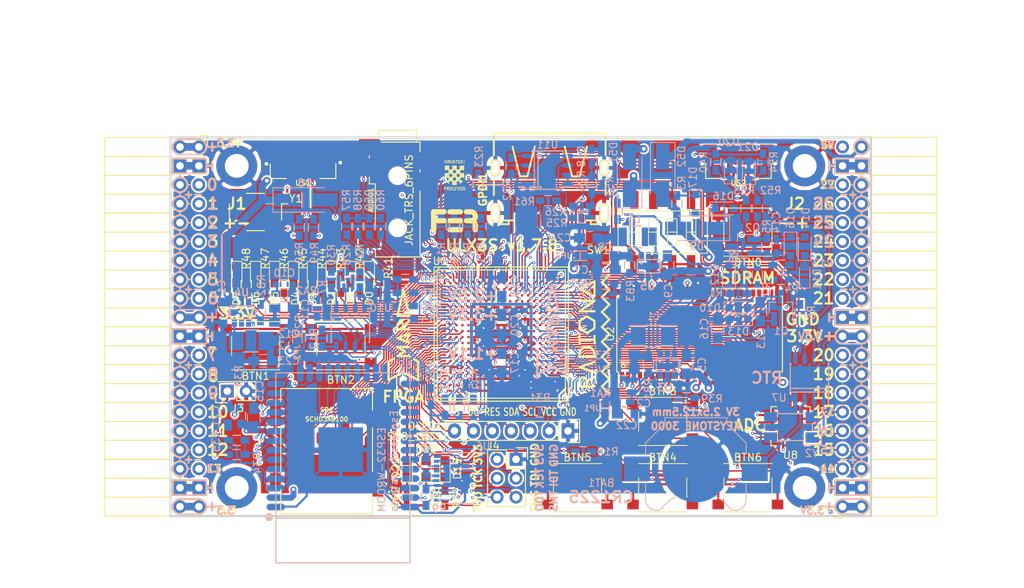
<source format=kicad_pcb>
(kicad_pcb (version 4) (host pcbnew 4.0.7+dfsg1-1)
  (layers (0 F.Cu signal) (1 In1.Cu signal) (2 In2.Cu signal) (31 B.Cu signal) (34 B.Paste user) (35 F.Paste user) (36 B.SilkS user) (37 F.SilkS user) (38 B.Mask user) (39 F.Mask user) (44 Edge.Cuts user))
  (net 0 "")
  (net 1 GND)
  (net 2 +5V)
  (net 3 /gpio/IN5V)
  (net 4 /gpio/OUT5V)
  (net 5 +3V3)
  (net 6 BTN_D)
  (net 7 BTN_F1)
  (net 8 BTN_F2)
  (net 9 BTN_L)
  (net 10 BTN_R)
  (net 11 BTN_U)
  (net 12 /power/FB1)
  (net 13 +2V5)
  (net 14 /power/PWREN)
  (net 15 /power/FB3)
  (net 16 /power/FB2)
  (net 17 "Net-(D9-Pad1)")
  (net 18 /power/VBAT)
  (net 19 JTAG_TDI)
  (net 20 JTAG_TCK)
  (net 21 JTAG_TMS)
  (net 22 JTAG_TDO)
  (net 23 /power/WAKEUPn)
  (net 24 /power/WKUP)
  (net 25 /power/SHUT)
  (net 26 /power/WAKE)
  (net 27 /power/HOLD)
  (net 28 /power/WKn)
  (net 29 /power/OSCI_32k)
  (net 30 /power/OSCO_32k)
  (net 31 "Net-(Q2-Pad3)")
  (net 32 SHUTDOWN)
  (net 33 /analog/AUDIO_L)
  (net 34 /analog/AUDIO_R)
  (net 35 GPDI_5V_SCL)
  (net 36 GPDI_5V_SDA)
  (net 37 GPDI_SDA)
  (net 38 GPDI_SCL)
  (net 39 /gpdi/VREF2)
  (net 40 SD_CMD)
  (net 41 SD_CLK)
  (net 42 SD_D0)
  (net 43 SD_D1)
  (net 44 USB5V)
  (net 45 GPDI_CEC)
  (net 46 nRESET)
  (net 47 FTDI_nDTR)
  (net 48 SDRAM_CKE)
  (net 49 SDRAM_A7)
  (net 50 SDRAM_D15)
  (net 51 SDRAM_BA1)
  (net 52 SDRAM_D7)
  (net 53 SDRAM_A6)
  (net 54 SDRAM_CLK)
  (net 55 SDRAM_D13)
  (net 56 SDRAM_BA0)
  (net 57 SDRAM_D6)
  (net 58 SDRAM_A5)
  (net 59 SDRAM_D14)
  (net 60 SDRAM_A11)
  (net 61 SDRAM_D12)
  (net 62 SDRAM_D5)
  (net 63 SDRAM_A4)
  (net 64 SDRAM_A10)
  (net 65 SDRAM_D11)
  (net 66 SDRAM_A3)
  (net 67 SDRAM_D4)
  (net 68 SDRAM_D10)
  (net 69 SDRAM_D9)
  (net 70 SDRAM_A9)
  (net 71 SDRAM_D3)
  (net 72 SDRAM_D8)
  (net 73 SDRAM_A8)
  (net 74 SDRAM_A2)
  (net 75 SDRAM_A1)
  (net 76 SDRAM_A0)
  (net 77 SDRAM_D2)
  (net 78 SDRAM_D1)
  (net 79 SDRAM_D0)
  (net 80 SDRAM_DQM0)
  (net 81 SDRAM_nCS)
  (net 82 SDRAM_nRAS)
  (net 83 SDRAM_DQM1)
  (net 84 SDRAM_nCAS)
  (net 85 SDRAM_nWE)
  (net 86 /flash/FLASH_nWP)
  (net 87 /flash/FLASH_nHOLD)
  (net 88 /flash/FLASH_MOSI)
  (net 89 /flash/FLASH_MISO)
  (net 90 /flash/FLASH_SCK)
  (net 91 /flash/FLASH_nCS)
  (net 92 /flash/FPGA_PROGRAMN)
  (net 93 /flash/FPGA_DONE)
  (net 94 /flash/FPGA_INITN)
  (net 95 OLED_RES)
  (net 96 OLED_DC)
  (net 97 OLED_CS)
  (net 98 WIFI_EN)
  (net 99 FTDI_nRTS)
  (net 100 FTDI_TXD)
  (net 101 FTDI_RXD)
  (net 102 WIFI_RXD)
  (net 103 WIFI_GPIO0)
  (net 104 WIFI_TXD)
  (net 105 GPDI_ETH-)
  (net 106 GPDI_ETH+)
  (net 107 GPDI_D2+)
  (net 108 GPDI_D2-)
  (net 109 GPDI_D1+)
  (net 110 GPDI_D1-)
  (net 111 GPDI_D0+)
  (net 112 GPDI_D0-)
  (net 113 GPDI_CLK+)
  (net 114 GPDI_CLK-)
  (net 115 USB_FTDI_D+)
  (net 116 USB_FTDI_D-)
  (net 117 SD_D3)
  (net 118 AUDIO_L3)
  (net 119 AUDIO_L2)
  (net 120 AUDIO_L1)
  (net 121 AUDIO_L0)
  (net 122 AUDIO_R3)
  (net 123 AUDIO_R2)
  (net 124 AUDIO_R1)
  (net 125 AUDIO_R0)
  (net 126 OLED_CLK)
  (net 127 OLED_MOSI)
  (net 128 LED0)
  (net 129 LED1)
  (net 130 LED2)
  (net 131 LED3)
  (net 132 LED4)
  (net 133 LED5)
  (net 134 LED6)
  (net 135 LED7)
  (net 136 BTN_PWRn)
  (net 137 FTDI_nTXLED)
  (net 138 FTDI_nSLEEP)
  (net 139 /blinkey/LED_PWREN)
  (net 140 /blinkey/LED_TXLED)
  (net 141 /sdcard/SD3V3)
  (net 142 SD_D2)
  (net 143 CLK_25MHz)
  (net 144 /blinkey/BTNPUL)
  (net 145 /blinkey/BTNPUR)
  (net 146 USB_FPGA_D+)
  (net 147 /power/FTDI_nSUSPEND)
  (net 148 /blinkey/ALED0)
  (net 149 /blinkey/ALED1)
  (net 150 /blinkey/ALED2)
  (net 151 /blinkey/ALED3)
  (net 152 /blinkey/ALED4)
  (net 153 /blinkey/ALED5)
  (net 154 /blinkey/ALED6)
  (net 155 /blinkey/ALED7)
  (net 156 /usb/FTD-)
  (net 157 /usb/FTD+)
  (net 158 ADC_MISO)
  (net 159 ADC_MOSI)
  (net 160 ADC_CSn)
  (net 161 ADC_SCLK)
  (net 162 SW3)
  (net 163 SW2)
  (net 164 SW1)
  (net 165 USB_FPGA_D-)
  (net 166 /usb/FPD+)
  (net 167 /usb/FPD-)
  (net 168 WIFI_GPIO16)
  (net 169 WIFI_GPIO15)
  (net 170 /usb/ANT_433MHz)
  (net 171 /power/PWRBTn)
  (net 172 PROG_DONE)
  (net 173 /power/P3V3)
  (net 174 /power/P2V5)
  (net 175 /power/L1)
  (net 176 /power/L3)
  (net 177 /power/L2)
  (net 178 FTDI_TXDEN)
  (net 179 SDRAM_A12)
  (net 180 /analog/AUDIO_V)
  (net 181 AUDIO_V3)
  (net 182 AUDIO_V2)
  (net 183 AUDIO_V1)
  (net 184 AUDIO_V0)
  (net 185 /gpdi/FPGA_CEC)
  (net 186 /blinkey/LED_WIFI)
  (net 187 WIFI_GPIO2)
  (net 188 /power/P1V1)
  (net 189 +1V1)
  (net 190 SW4)
  (net 191 /blinkey/SWPU)
  (net 192 /wifi/WIFIEN)
  (net 193 FT2V5)
  (net 194 GN0)
  (net 195 GP0)
  (net 196 GN1)
  (net 197 GP1)
  (net 198 GN2)
  (net 199 GP2)
  (net 200 GN3)
  (net 201 GP3)
  (net 202 GN4)
  (net 203 GP4)
  (net 204 GN5)
  (net 205 GP5)
  (net 206 GN6)
  (net 207 GP6)
  (net 208 GN14)
  (net 209 GP14)
  (net 210 GN15)
  (net 211 GP15)
  (net 212 GN16)
  (net 213 GP16)
  (net 214 GN17)
  (net 215 GP17)
  (net 216 GN18)
  (net 217 GP18)
  (net 218 GN19)
  (net 219 GP19)
  (net 220 GN20)
  (net 221 GP20)
  (net 222 GN21)
  (net 223 GP21)
  (net 224 GN22)
  (net 225 GP22)
  (net 226 GN23)
  (net 227 GP23)
  (net 228 GN24)
  (net 229 GP24)
  (net 230 GN25)
  (net 231 GP25)
  (net 232 GN26)
  (net 233 GP26)
  (net 234 GN27)
  (net 235 GP27)
  (net 236 GN7)
  (net 237 GP7)
  (net 238 GN8)
  (net 239 GP8)
  (net 240 GN9)
  (net 241 GP9)
  (net 242 GN10)
  (net 243 GP10)
  (net 244 GN11)
  (net 245 GP11)
  (net 246 GN12)
  (net 247 GP12)
  (net 248 GN13)
  (net 249 GP13)
  (module Socket_Strips:Socket_Strip_Angled_2x20 (layer F.Cu) (at 97.91 62.69 270)
    (fp_text reference J1 (at 7.62 -5.08 360) (layer F.SilkS) (effects (font (size 1.5 1.5) (thickness 0.3))))
    (fp_text value CONN_02X20 hide)
    (pad 1 thru_hole oval (at 0 0 270) (size 1.7272 1.7272) (drill 1.016) (layers *.Cu *.Mask) (net 5 +3V3))
    (pad 2 thru_hole oval (at 0 2.54 270) (size 1.7272 1.7272) (drill 1.016) (layers *.Cu *.Mask) (net 5 +3V3))
    (pad 3 thru_hole rect (at 2.54 0 270) (size 1.7272 1.7272) (drill 1.016) (layers *.Cu *.Mask) (net 1 GND))
    (pad 4 thru_hole rect (at 2.54 2.54 270) (size 1.7272 1.7272) (drill 1.016) (layers *.Cu *.Mask) (net 1 GND))
    (pad 5 thru_hole oval (at 5.08 0 270) (size 1.7272 1.7272) (drill 1.016) (layers *.Cu *.Mask) (net 194 GN0))
    (pad 6 thru_hole oval (at 5.08 2.54 270) (size 1.7272 1.7272) (drill 1.016) (layers *.Cu *.Mask) (net 195 GP0))
    (pad 7 thru_hole oval (at 7.62 0 270) (size 1.7272 1.7272) (drill 1.016) (layers *.Cu *.Mask) (net 196 GN1))
    (pad 8 thru_hole oval (at 7.62 2.54 270) (size 1.7272 1.7272) (drill 1.016) (layers *.Cu *.Mask) (net 197 GP1))
    (pad 9 thru_hole oval (at 10.16 0 270) (size 1.7272 1.7272) (drill 1.016) (layers *.Cu *.Mask) (net 198 GN2))
    (pad 10 thru_hole oval (at 10.16 2.54 270) (size 1.7272 1.7272) (drill 1.016) (layers *.Cu *.Mask) (net 199 GP2))
    (pad 11 thru_hole oval (at 12.7 0 270) (size 1.7272 1.7272) (drill 1.016) (layers *.Cu *.Mask) (net 200 GN3))
    (pad 12 thru_hole oval (at 12.7 2.54 270) (size 1.7272 1.7272) (drill 1.016) (layers *.Cu *.Mask) (net 201 GP3))
    (pad 13 thru_hole oval (at 15.24 0 270) (size 1.7272 1.7272) (drill 1.016) (layers *.Cu *.Mask) (net 202 GN4))
    (pad 14 thru_hole oval (at 15.24 2.54 270) (size 1.7272 1.7272) (drill 1.016) (layers *.Cu *.Mask) (net 203 GP4))
    (pad 15 thru_hole oval (at 17.78 0 270) (size 1.7272 1.7272) (drill 1.016) (layers *.Cu *.Mask) (net 204 GN5))
    (pad 16 thru_hole oval (at 17.78 2.54 270) (size 1.7272 1.7272) (drill 1.016) (layers *.Cu *.Mask) (net 205 GP5))
    (pad 17 thru_hole oval (at 20.32 0 270) (size 1.7272 1.7272) (drill 1.016) (layers *.Cu *.Mask) (net 206 GN6))
    (pad 18 thru_hole oval (at 20.32 2.54 270) (size 1.7272 1.7272) (drill 1.016) (layers *.Cu *.Mask) (net 207 GP6))
    (pad 19 thru_hole oval (at 22.86 0 270) (size 1.7272 1.7272) (drill 1.016) (layers *.Cu *.Mask) (net 5 +3V3))
    (pad 20 thru_hole oval (at 22.86 2.54 270) (size 1.7272 1.7272) (drill 1.016) (layers *.Cu *.Mask) (net 5 +3V3))
    (pad 21 thru_hole rect (at 25.4 0 270) (size 1.7272 1.7272) (drill 1.016) (layers *.Cu *.Mask) (net 1 GND))
    (pad 22 thru_hole rect (at 25.4 2.54 270) (size 1.7272 1.7272) (drill 1.016) (layers *.Cu *.Mask) (net 1 GND))
    (pad 23 thru_hole oval (at 27.94 0 270) (size 1.7272 1.7272) (drill 1.016) (layers *.Cu *.Mask) (net 236 GN7))
    (pad 24 thru_hole oval (at 27.94 2.54 270) (size 1.7272 1.7272) (drill 1.016) (layers *.Cu *.Mask) (net 237 GP7))
    (pad 25 thru_hole oval (at 30.48 0 270) (size 1.7272 1.7272) (drill 1.016) (layers *.Cu *.Mask) (net 238 GN8))
    (pad 26 thru_hole oval (at 30.48 2.54 270) (size 1.7272 1.7272) (drill 1.016) (layers *.Cu *.Mask) (net 239 GP8))
    (pad 27 thru_hole oval (at 33.02 0 270) (size 1.7272 1.7272) (drill 1.016) (layers *.Cu *.Mask) (net 240 GN9))
    (pad 28 thru_hole oval (at 33.02 2.54 270) (size 1.7272 1.7272) (drill 1.016) (layers *.Cu *.Mask) (net 241 GP9))
    (pad 29 thru_hole oval (at 35.56 0 270) (size 1.7272 1.7272) (drill 1.016) (layers *.Cu *.Mask) (net 242 GN10))
    (pad 30 thru_hole oval (at 35.56 2.54 270) (size 1.7272 1.7272) (drill 1.016) (layers *.Cu *.Mask) (net 243 GP10))
    (pad 31 thru_hole oval (at 38.1 0 270) (size 1.7272 1.7272) (drill 1.016) (layers *.Cu *.Mask) (net 244 GN11))
    (pad 32 thru_hole oval (at 38.1 2.54 270) (size 1.7272 1.7272) (drill 1.016) (layers *.Cu *.Mask) (net 245 GP11))
    (pad 33 thru_hole oval (at 40.64 0 270) (size 1.7272 1.7272) (drill 1.016) (layers *.Cu *.Mask) (net 246 GN12))
    (pad 34 thru_hole oval (at 40.64 2.54 270) (size 1.7272 1.7272) (drill 1.016) (layers *.Cu *.Mask) (net 247 GP12))
    (pad 35 thru_hole oval (at 43.18 0 270) (size 1.7272 1.7272) (drill 1.016) (layers *.Cu *.Mask) (net 248 GN13))
    (pad 36 thru_hole oval (at 43.18 2.54 270) (size 1.7272 1.7272) (drill 1.016) (layers *.Cu *.Mask) (net 249 GP13))
    (pad 37 thru_hole rect (at 45.72 0 270) (size 1.7272 1.7272) (drill 1.016) (layers *.Cu *.Mask) (net 1 GND))
    (pad 38 thru_hole rect (at 45.72 2.54 270) (size 1.7272 1.7272) (drill 1.016) (layers *.Cu *.Mask) (net 1 GND))
    (pad 39 thru_hole oval (at 48.26 0 270) (size 1.7272 1.7272) (drill 1.016) (layers *.Cu *.Mask) (net 5 +3V3))
    (pad 40 thru_hole oval (at 48.26 2.54 270) (size 1.7272 1.7272) (drill 1.016) (layers *.Cu *.Mask) (net 5 +3V3))
  )
  (module SMD_Packages:1Pin (layer F.Cu) (at 182.67515 111.637626)
    (fp_text reference AE1 hide)
    (fp_text value 433MHz hide)
    (pad 1 smd rect (at 0 0) (size 0.5 0.5) (layers B.Cu F.Paste F.Mask) (net 170 /usb/ANT_433MHz))
  )
  (module Resistors_SMD:R_0603_HandSoldering (layer B.Cu) (at 103.498 98.758 90)
    (fp_text reference R38 (at 5.334 -0.254 90) (layer B.SilkS) (effects (justify mirror)))
    (fp_text value 0.47)
    (pad 1 smd rect (at -1.1 0 90) (size 1.2 0.9) (layers B.Cu B.Paste B.Mask) (net 141 /sdcard/SD3V3))
    (pad 2 smd rect (at 1.1 0 90) (size 1.2 0.9) (layers B.Cu B.Paste B.Mask) (net 5 +3V3))
  )
  (module jumper:SOLDER-JUMPER_1-WAY (layer B.Cu) (at 152.393 97.742 270)
    (fp_text reference JP1 (at 0 1.778 360) (layer B.SilkS) (effects (font (size 0.762 0.762) (thickness 0.1524)) (justify mirror)))
    (fp_text value 1.2 hide)
    (pad 1 smd rect (at -0.6 0 270) (size 1 1) (layers B.Cu B.Paste B.Mask) (net 188 /power/P1V1))
    (pad 2 smd rect (at 0.6 0 270) (size 1 1) (layers B.Cu B.Paste B.Mask) (net 189 +1V1))
  )
  (module Diodes_SMD:D_SMA_Handsoldering (layer B.Cu) (at 155.695 66.5 90)
    (fp_text reference D51 (at 3.048 -2.159 90) (layer B.SilkS) (effects (justify mirror)))
    (fp_text value STPS2L30AF hide)
    (pad 1 smd rect (at -2.5 0 90) (size 3.5 1.8) (layers B.Cu B.Paste B.Mask) (net 2 +5V))
    (pad 2 smd rect (at 2.5 0 90) (size 3.5 1.8) (layers B.Cu B.Paste B.Mask) (net 3 /gpio/IN5V))
  )
  (module Resistors_SMD:R_0603_HandSoldering (layer B.Cu) (at 154.044 71.326 90)
    (fp_text reference R51 (at 3.302 -1.016 90) (layer B.SilkS) (effects (justify mirror)))
    (fp_text value 150)
    (pad 1 smd rect (at -1.1 0 90) (size 1.2 0.9) (layers B.Cu B.Paste B.Mask) (net 5 +3V3))
    (pad 2 smd rect (at 1.1 0 90) (size 1.2 0.9) (layers B.Cu B.Paste B.Mask) (net 191 /blinkey/SWPU))
  )
  (module Resistors_SMD:R_1210_HandSoldering (layer B.Cu) (at 158.87 88.09 180)
    (fp_text reference L1 (at 0 2.7 180) (layer B.SilkS) (effects (justify mirror)))
    (fp_text value 2.2uH)
    (pad 1 smd rect (at -2 0 180) (size 2 2.5) (layers B.Cu B.Paste B.Mask) (net 175 /power/L1))
    (pad 2 smd rect (at 2 0 180) (size 2 2.5) (layers B.Cu B.Paste B.Mask) (net 188 /power/P1V1))
  )
  (module TSOT-25:TSOT-25 (layer B.Cu) (at 160.775 91.9)
    (fp_text reference U3 (at -0.381 3.048) (layer B.SilkS) (effects (font (thickness 0.2)) (justify mirror)))
    (fp_text value DIO6015)
    (pad 1 smd rect (at -0.95 -1.3) (size 0.7 1.2) (layers B.Cu B.Paste B.Mask) (net 14 /power/PWREN))
    (pad 2 smd rect (at 0 -1.3) (size 0.7 1.2) (layers B.Cu B.Paste B.Mask) (net 1 GND))
    (pad 3 smd rect (at 0.95 -1.3) (size 0.7 1.2) (layers B.Cu B.Paste B.Mask) (net 175 /power/L1))
    (pad 4 smd rect (at 0.95 1.3) (size 0.7 1.2) (layers B.Cu B.Paste B.Mask) (net 2 +5V))
    (pad 5 smd rect (at -0.95 1.3) (size 0.7 1.2) (layers B.Cu B.Paste B.Mask) (net 12 /power/FB1))
  )
  (module Resistors_SMD:R_1210_HandSoldering (layer B.Cu) (at 104.895 88.725)
    (fp_text reference L2 (at 4.445 0.635) (layer B.SilkS) (effects (justify mirror)))
    (fp_text value 2.2uH)
    (pad 1 smd rect (at -2 0) (size 2 2.5) (layers B.Cu B.Paste B.Mask) (net 177 /power/L2))
    (pad 2 smd rect (at 2 0) (size 2 2.5) (layers B.Cu B.Paste B.Mask) (net 174 /power/P2V5))
  )
  (module TSOT-25:TSOT-25 (layer B.Cu) (at 103.625 84.915 180)
    (fp_text reference U4 (at 0 2.697 180) (layer B.SilkS) (effects (font (thickness 0.2)) (justify mirror)))
    (fp_text value LX7172)
    (pad 1 smd rect (at -0.95 -1.3 180) (size 0.7 1.2) (layers B.Cu B.Paste B.Mask) (net 14 /power/PWREN))
    (pad 2 smd rect (at 0 -1.3 180) (size 0.7 1.2) (layers B.Cu B.Paste B.Mask) (net 1 GND))
    (pad 3 smd rect (at 0.95 -1.3 180) (size 0.7 1.2) (layers B.Cu B.Paste B.Mask) (net 177 /power/L2))
    (pad 4 smd rect (at 0.95 1.3 180) (size 0.7 1.2) (layers B.Cu B.Paste B.Mask) (net 2 +5V))
    (pad 5 smd rect (at -0.95 1.3 180) (size 0.7 1.2) (layers B.Cu B.Paste B.Mask) (net 16 /power/FB2))
  )
  (module Resistors_SMD:R_1210_HandSoldering (layer B.Cu) (at 156.33 74.755 180)
    (fp_text reference L3 (at 0 2.413 180) (layer B.SilkS) (effects (justify mirror)))
    (fp_text value 2.2uH)
    (pad 1 smd rect (at -2 0 180) (size 2 2.5) (layers B.Cu B.Paste B.Mask) (net 176 /power/L3))
    (pad 2 smd rect (at 2 0 180) (size 2 2.5) (layers B.Cu B.Paste B.Mask) (net 173 /power/P3V3))
  )
  (module TSOT-25:TSOT-25 (layer B.Cu) (at 158.235 78.692)
    (fp_text reference U5 (at -0.127 2.667) (layer B.SilkS) (effects (font (thickness 0.2)) (justify mirror)))
    (fp_text value TLV62569DBV)
    (pad 1 smd rect (at -0.95 -1.3) (size 0.7 1.2) (layers B.Cu B.Paste B.Mask) (net 14 /power/PWREN))
    (pad 2 smd rect (at 0 -1.3) (size 0.7 1.2) (layers B.Cu B.Paste B.Mask) (net 1 GND))
    (pad 3 smd rect (at 0.95 -1.3) (size 0.7 1.2) (layers B.Cu B.Paste B.Mask) (net 176 /power/L3))
    (pad 4 smd rect (at 0.95 1.3) (size 0.7 1.2) (layers B.Cu B.Paste B.Mask) (net 2 +5V))
    (pad 5 smd rect (at -0.95 1.3) (size 0.7 1.2) (layers B.Cu B.Paste B.Mask) (net 15 /power/FB3))
  )
  (module Capacitors_SMD:C_0805_HandSoldering (layer B.Cu) (at 101.085 84.915 270)
    (fp_text reference C1 (at -3.429 0.127 270) (layer B.SilkS) (effects (justify mirror)))
    (fp_text value 22uF)
    (pad 1 smd rect (at -1.25 0 270) (size 1.5 1.25) (layers B.Cu B.Paste B.Mask) (net 2 +5V))
    (pad 2 smd rect (at 1.25 0 270) (size 1.5 1.25) (layers B.Cu B.Paste B.Mask) (net 1 GND))
  )
  (module Capacitors_SMD:C_0805_HandSoldering (layer B.Cu) (at 155.06 90.63)
    (fp_text reference C3 (at -3.048 0) (layer B.SilkS) (effects (justify mirror)))
    (fp_text value 22uF)
    (pad 1 smd rect (at -1.25 0) (size 1.5 1.25) (layers B.Cu B.Paste B.Mask) (net 188 /power/P1V1))
    (pad 2 smd rect (at 1.25 0) (size 1.5 1.25) (layers B.Cu B.Paste B.Mask) (net 1 GND))
  )
  (module Capacitors_SMD:C_0805_HandSoldering (layer B.Cu) (at 155.06 92.535)
    (fp_text reference C4 (at -3.048 0.127) (layer B.SilkS) (effects (justify mirror)))
    (fp_text value 22uF)
    (pad 1 smd rect (at -1.25 0) (size 1.5 1.25) (layers B.Cu B.Paste B.Mask) (net 188 /power/P1V1))
    (pad 2 smd rect (at 1.25 0) (size 1.5 1.25) (layers B.Cu B.Paste B.Mask) (net 1 GND))
  )
  (module Capacitors_SMD:C_0805_HandSoldering (layer B.Cu) (at 163.315 91.9 90)
    (fp_text reference C5 (at 0 2.1 90) (layer B.SilkS) (effects (justify mirror)))
    (fp_text value 22uF)
    (pad 1 smd rect (at -1.25 0 90) (size 1.5 1.25) (layers B.Cu B.Paste B.Mask) (net 2 +5V))
    (pad 2 smd rect (at 1.25 0 90) (size 1.5 1.25) (layers B.Cu B.Paste B.Mask) (net 1 GND))
  )
  (module Capacitors_SMD:C_0805_HandSoldering (layer B.Cu) (at 152.52 79.2)
    (fp_text reference C7 (at -3.302 0) (layer B.SilkS) (effects (justify mirror)))
    (fp_text value 22uF)
    (pad 1 smd rect (at -1.25 0) (size 1.5 1.25) (layers B.Cu B.Paste B.Mask) (net 173 /power/P3V3))
    (pad 2 smd rect (at 1.25 0) (size 1.5 1.25) (layers B.Cu B.Paste B.Mask) (net 1 GND))
  )
  (module Capacitors_SMD:C_0805_HandSoldering (layer B.Cu) (at 152.52 77.295)
    (fp_text reference C8 (at -0.127 -1.143) (layer B.SilkS) (effects (justify mirror)))
    (fp_text value 22uF)
    (pad 1 smd rect (at -1.25 0) (size 1.5 1.25) (layers B.Cu B.Paste B.Mask) (net 173 /power/P3V3))
    (pad 2 smd rect (at 1.25 0) (size 1.5 1.25) (layers B.Cu B.Paste B.Mask) (net 1 GND))
  )
  (module Capacitors_SMD:C_0805_HandSoldering (layer B.Cu) (at 160.775 78.565 90)
    (fp_text reference C9 (at -3.429 0.127 90) (layer B.SilkS) (effects (justify mirror)))
    (fp_text value 22uF)
    (pad 1 smd rect (at -1.25 0 90) (size 1.5 1.25) (layers B.Cu B.Paste B.Mask) (net 2 +5V))
    (pad 2 smd rect (at 1.25 0 90) (size 1.5 1.25) (layers B.Cu B.Paste B.Mask) (net 1 GND))
  )
  (module Capacitors_SMD:C_0805_HandSoldering (layer B.Cu) (at 109.34 84.28 180)
    (fp_text reference C11 (at -2.794 -0.254 270) (layer B.SilkS) (effects (justify mirror)))
    (fp_text value 22uF)
    (pad 1 smd rect (at -1.25 0 180) (size 1.5 1.25) (layers B.Cu B.Paste B.Mask) (net 174 /power/P2V5))
    (pad 2 smd rect (at 1.25 0 180) (size 1.5 1.25) (layers B.Cu B.Paste B.Mask) (net 1 GND))
  )
  (module Capacitors_SMD:C_0805_HandSoldering (layer B.Cu) (at 109.34 86.185 180)
    (fp_text reference C12 (at -0.635 -1.615 360) (layer B.SilkS) (effects (justify mirror)))
    (fp_text value 22uF)
    (pad 1 smd rect (at -1.25 0 180) (size 1.5 1.25) (layers B.Cu B.Paste B.Mask) (net 174 /power/P2V5))
    (pad 2 smd rect (at 1.25 0 180) (size 1.5 1.25) (layers B.Cu B.Paste B.Mask) (net 1 GND))
  )
  (module Capacitors_SMD:C_0805_HandSoldering (layer B.Cu) (at 173.221 84.788 90)
    (fp_text reference C13 (at -3.556 0.127 90) (layer B.SilkS) (effects (justify mirror)))
    (fp_text value 2.2uF)
    (pad 1 smd rect (at -1.25 0 90) (size 1.5 1.25) (layers B.Cu B.Paste B.Mask) (net 2 +5V))
    (pad 2 smd rect (at 1.25 0 90) (size 1.5 1.25) (layers B.Cu B.Paste B.Mask) (net 24 /power/WKUP))
  )
  (module TO_SOT_Packages_SMD:SOT-23_Handsoldering (layer B.Cu) (at 176.015 84.28 90)
    (fp_text reference Q1 (at -3.1115 0 180) (layer B.SilkS) (effects (justify mirror)))
    (fp_text value BC857)
    (pad 1 smd rect (at -1.5 0.95 90) (size 1.9 0.8) (layers B.Cu B.Paste B.Mask) (net 28 /power/WKn))
    (pad 2 smd rect (at -1.5 -0.95 90) (size 1.9 0.8) (layers B.Cu B.Paste B.Mask) (net 2 +5V))
    (pad 3 smd rect (at 1.5 0 90) (size 1.9 0.8) (layers B.Cu B.Paste B.Mask) (net 24 /power/WKUP))
  )
  (module TO_SOT_Packages_SMD:SOT-23_Handsoldering (layer B.Cu) (at 170.935 76.025 180)
    (fp_text reference Q2 (at -1.295 2.5 180) (layer B.SilkS) (effects (justify mirror)))
    (fp_text value 2N7002)
    (pad 1 smd rect (at -1.5 0.95 180) (size 1.9 0.8) (layers B.Cu B.Paste B.Mask) (net 25 /power/SHUT))
    (pad 2 smd rect (at -1.5 -0.95 180) (size 1.9 0.8) (layers B.Cu B.Paste B.Mask) (net 1 GND))
    (pad 3 smd rect (at 1.5 0 180) (size 1.9 0.8) (layers B.Cu B.Paste B.Mask) (net 31 "Net-(Q2-Pad3)"))
  )
  (module Capacitors_SMD:C_0603_HandSoldering (layer B.Cu) (at 154.86 96.91)
    (fp_text reference C2 (at 2.74 0.197) (layer B.SilkS) (effects (justify mirror)))
    (fp_text value 470pF)
    (pad 1 smd rect (at -0.95 0) (size 1.2 0.75) (layers B.Cu B.Paste B.Mask) (net 188 /power/P1V1))
    (pad 2 smd rect (at 0.95 0) (size 1.2 0.75) (layers B.Cu B.Paste B.Mask) (net 12 /power/FB1))
  )
  (module Capacitors_SMD:C_0603_HandSoldering (layer B.Cu) (at 152.52 82.375)
    (fp_text reference C6 (at -2.794 0.127) (layer B.SilkS) (effects (justify mirror)))
    (fp_text value 470pF)
    (pad 1 smd rect (at -0.95 0) (size 1.2 0.75) (layers B.Cu B.Paste B.Mask) (net 173 /power/P3V3))
    (pad 2 smd rect (at 0.95 0) (size 1.2 0.75) (layers B.Cu B.Paste B.Mask) (net 15 /power/FB3))
  )
  (module Capacitors_SMD:C_0603_HandSoldering (layer B.Cu) (at 109.34 81.105 180)
    (fp_text reference C10 (at -0.04 1.505 180) (layer B.SilkS) (effects (justify mirror)))
    (fp_text value 470pF)
    (pad 1 smd rect (at -0.95 0 180) (size 1.2 0.75) (layers B.Cu B.Paste B.Mask) (net 174 /power/P2V5))
    (pad 2 smd rect (at 0.95 0 180) (size 1.2 0.75) (layers B.Cu B.Paste B.Mask) (net 16 /power/FB2))
  )
  (module Capacitors_SMD:C_0603_HandSoldering (layer B.Cu) (at 175.38 76.025 270)
    (fp_text reference C14 (at -3.175 0 270) (layer B.SilkS) (effects (justify mirror)))
    (fp_text value 100nF)
    (pad 1 smd rect (at -0.95 0 270) (size 1.2 0.75) (layers B.Cu B.Paste B.Mask) (net 25 /power/SHUT))
    (pad 2 smd rect (at 0.95 0 270) (size 1.2 0.75) (layers B.Cu B.Paste B.Mask) (net 1 GND))
  )
  (module Resistors_SMD:R_0603_HandSoldering (layer B.Cu) (at 170.3 82.375)
    (fp_text reference R1 (at -3.048 -0.127) (layer B.SilkS) (effects (justify mirror)))
    (fp_text value 15k)
    (pad 1 smd rect (at -1.1 0) (size 1.2 0.9) (layers B.Cu B.Paste B.Mask) (net 26 /power/WAKE))
    (pad 2 smd rect (at 1.1 0) (size 1.2 0.9) (layers B.Cu B.Paste B.Mask) (net 14 /power/PWREN))
  )
  (module Resistors_SMD:R_0603_HandSoldering (layer B.Cu) (at 172.84 79.835 90)
    (fp_text reference R2 (at -1.905 1.27 90) (layer B.SilkS) (effects (justify mirror)))
    (fp_text value 47k)
    (pad 1 smd rect (at -1.1 0 90) (size 1.2 0.9) (layers B.Cu B.Paste B.Mask) (net 14 /power/PWREN))
    (pad 2 smd rect (at 1.1 0 90) (size 1.2 0.9) (layers B.Cu B.Paste B.Mask) (net 1 GND))
  )
  (module Resistors_SMD:R_0603_HandSoldering (layer B.Cu) (at 176.015 80.47 180)
    (fp_text reference R4 (at -1.397 -1.27 360) (layer B.SilkS) (effects (justify mirror)))
    (fp_text value 4.7k)
    (pad 1 smd rect (at -1.1 0 180) (size 1.2 0.9) (layers B.Cu B.Paste B.Mask) (net 27 /power/HOLD))
    (pad 2 smd rect (at 1.1 0 180) (size 1.2 0.9) (layers B.Cu B.Paste B.Mask) (net 14 /power/PWREN))
  )
  (module Resistors_SMD:R_0603_HandSoldering (layer B.Cu) (at 174.11 76.025 270)
    (fp_text reference R5 (at -2.667 0 270) (layer B.SilkS) (effects (justify mirror)))
    (fp_text value 4.7M)
    (pad 1 smd rect (at -1.1 0 270) (size 1.2 0.9) (layers B.Cu B.Paste B.Mask) (net 25 /power/SHUT))
    (pad 2 smd rect (at 1.1 0 270) (size 1.2 0.9) (layers B.Cu B.Paste B.Mask) (net 1 GND))
  )
  (module Resistors_SMD:R_0603_HandSoldering (layer B.Cu) (at 178.555 84.915 270)
    (fp_text reference R6 (at 0 -1.524 270) (layer B.SilkS) (effects (justify mirror)))
    (fp_text value 1k)
    (pad 1 smd rect (at -1.1 0 270) (size 1.2 0.9) (layers B.Cu B.Paste B.Mask) (net 28 /power/WKn))
    (pad 2 smd rect (at 1.1 0 270) (size 1.2 0.9) (layers B.Cu B.Paste B.Mask) (net 23 /power/WAKEUPn))
  )
  (module Resistors_SMD:R_0603_HandSoldering (layer B.Cu) (at 113.785 84.28 270)
    (fp_text reference R7 (at -2.794 -0.635 270) (layer B.SilkS) (effects (justify mirror)))
    (fp_text value 150)
    (pad 1 smd rect (at -1.1 0 270) (size 1.2 0.9) (layers B.Cu B.Paste B.Mask) (net 5 +3V3))
    (pad 2 smd rect (at 1.1 0 270) (size 1.2 0.9) (layers B.Cu B.Paste B.Mask) (net 144 /blinkey/BTNPUL))
  )
  (module Resistors_SMD:R_0603_HandSoldering (layer B.Cu) (at 170.935 79.835 90)
    (fp_text reference R8 (at 2.54 -1.27 90) (layer B.SilkS) (effects (justify mirror)))
    (fp_text value 1k)
    (pad 1 smd rect (at -1.1 0 90) (size 1.2 0.9) (layers B.Cu B.Paste B.Mask) (net 14 /power/PWREN))
    (pad 2 smd rect (at 1.1 0 90) (size 1.2 0.9) (layers B.Cu B.Paste B.Mask) (net 31 "Net-(Q2-Pad3)"))
  )
  (module Resistors_SMD:R_0603_HandSoldering (layer B.Cu) (at 128.39 109.68 270)
    (fp_text reference R9 (at 1.524 -1.778 360) (layer B.SilkS) (effects (justify mirror)))
    (fp_text value 15k)
    (pad 1 smd rect (at -1.1 0 270) (size 1.2 0.9) (layers B.Cu B.Paste B.Mask) (net 46 nRESET))
    (pad 2 smd rect (at 1.1 0 270) (size 1.2 0.9) (layers B.Cu B.Paste B.Mask) (net 193 FT2V5))
  )
  (module Resistors_SMD:R_0603_HandSoldering (layer B.Cu) (at 149.472 103.584 180)
    (fp_text reference R10 (at -3.302 0 180) (layer B.SilkS) (effects (justify mirror)))
    (fp_text value 150)
    (pad 1 smd rect (at -1.1 0 180) (size 1.2 0.9) (layers B.Cu B.Paste B.Mask) (net 147 /power/FTDI_nSUSPEND))
    (pad 2 smd rect (at 1.1 0 180) (size 1.2 0.9) (layers B.Cu B.Paste B.Mask) (net 138 FTDI_nSLEEP))
  )
  (module Resistors_SMD:R_0603_HandSoldering (layer B.Cu) (at 176.015 78.565 180)
    (fp_text reference R13 (at -5.588 0.254 180) (layer B.SilkS) (effects (justify mirror)))
    (fp_text value 15k)
    (pad 1 smd rect (at -1.1 0 180) (size 1.2 0.9) (layers B.Cu B.Paste B.Mask) (net 32 SHUTDOWN))
    (pad 2 smd rect (at 1.1 0 180) (size 1.2 0.9) (layers B.Cu B.Paste B.Mask) (net 1 GND))
  )
  (module Resistors_SMD:R_0603_HandSoldering (layer B.Cu) (at 154.86 95.64)
    (fp_text reference RA1 (at -3.102 0.07) (layer B.SilkS) (effects (justify mirror)))
    (fp_text value 15k)
    (pad 1 smd rect (at -1.1 0) (size 1.2 0.9) (layers B.Cu B.Paste B.Mask) (net 188 /power/P1V1))
    (pad 2 smd rect (at 1.1 0) (size 1.2 0.9) (layers B.Cu B.Paste B.Mask) (net 12 /power/FB1))
  )
  (module Resistors_SMD:R_0603_HandSoldering (layer B.Cu) (at 109.34 82.375 180)
    (fp_text reference RA2 (at -3.048 0.381 360) (layer B.SilkS) (effects (justify mirror)))
    (fp_text value 15k)
    (pad 1 smd rect (at -1.1 0 180) (size 1.2 0.9) (layers B.Cu B.Paste B.Mask) (net 174 /power/P2V5))
    (pad 2 smd rect (at 1.1 0 180) (size 1.2 0.9) (layers B.Cu B.Paste B.Mask) (net 16 /power/FB2))
  )
  (module Resistors_SMD:R_0603_HandSoldering (layer B.Cu) (at 152.52 81.105)
    (fp_text reference RA3 (at -3.302 -0.127) (layer B.SilkS) (effects (justify mirror)))
    (fp_text value 15k)
    (pad 1 smd rect (at -1.1 0) (size 1.2 0.9) (layers B.Cu B.Paste B.Mask) (net 173 /power/P3V3))
    (pad 2 smd rect (at 1.1 0) (size 1.2 0.9) (layers B.Cu B.Paste B.Mask) (net 15 /power/FB3))
  )
  (module Resistors_SMD:R_0603_HandSoldering (layer B.Cu) (at 158.235 91.9 270)
    (fp_text reference RB1 (at 3.302 0 270) (layer B.SilkS) (effects (justify mirror)))
    (fp_text value 18k)
    (pad 1 smd rect (at -1.1 0 270) (size 1.2 0.9) (layers B.Cu B.Paste B.Mask) (net 1 GND))
    (pad 2 smd rect (at 1.1 0 270) (size 1.2 0.9) (layers B.Cu B.Paste B.Mask) (net 12 /power/FB1))
  )
  (module Resistors_SMD:R_0603_HandSoldering (layer B.Cu) (at 106.165 84.915 90)
    (fp_text reference RB2 (at 3.683 0.127 90) (layer B.SilkS) (effects (justify mirror)))
    (fp_text value 4.7k)
    (pad 1 smd rect (at -1.1 0 90) (size 1.2 0.9) (layers B.Cu B.Paste B.Mask) (net 1 GND))
    (pad 2 smd rect (at 1.1 0 90) (size 1.2 0.9) (layers B.Cu B.Paste B.Mask) (net 16 /power/FB2))
  )
  (module Resistors_SMD:R_0603_HandSoldering (layer B.Cu) (at 155.695 78.565 270)
    (fp_text reference RB3 (at 3.429 -0.127 270) (layer B.SilkS) (effects (justify mirror)))
    (fp_text value 3.3k)
    (pad 1 smd rect (at -1.1 0 270) (size 1.2 0.9) (layers B.Cu B.Paste B.Mask) (net 1 GND))
    (pad 2 smd rect (at 1.1 0 270) (size 1.2 0.9) (layers B.Cu B.Paste B.Mask) (net 15 /power/FB3))
  )
  (module Resistors_SMD:R_0603_HandSoldering (layer B.Cu) (at 125.596 85.804 180)
    (fp_text reference R14 (at -3.47 0.127 180) (layer B.SilkS) (effects (justify mirror)))
    (fp_text value 1.2k)
    (pad 1 smd rect (at -1.1 0 180) (size 1.2 0.9) (layers B.Cu B.Paste B.Mask) (net 121 AUDIO_L0))
    (pad 2 smd rect (at 1.1 0 180) (size 1.2 0.9) (layers B.Cu B.Paste B.Mask) (net 33 /analog/AUDIO_L))
  )
  (module Resistors_SMD:R_0603_HandSoldering (layer B.Cu) (at 125.596 84.026 180)
    (fp_text reference R15 (at -3.47 -0.001 180) (layer B.SilkS) (effects (justify mirror)))
    (fp_text value 680)
    (pad 1 smd rect (at -1.1 0 180) (size 1.2 0.9) (layers B.Cu B.Paste B.Mask) (net 120 AUDIO_L1))
    (pad 2 smd rect (at 1.1 0 180) (size 1.2 0.9) (layers B.Cu B.Paste B.Mask) (net 33 /analog/AUDIO_L))
  )
  (module Resistors_SMD:R_0603_HandSoldering (layer B.Cu) (at 125.596 82.248 180)
    (fp_text reference R16 (at -3.47 -0.127 180) (layer B.SilkS) (effects (justify mirror)))
    (fp_text value 330)
    (pad 1 smd rect (at -1.1 0 180) (size 1.2 0.9) (layers B.Cu B.Paste B.Mask) (net 119 AUDIO_L2))
    (pad 2 smd rect (at 1.1 0 180) (size 1.2 0.9) (layers B.Cu B.Paste B.Mask) (net 33 /analog/AUDIO_L))
  )
  (module Resistors_SMD:R_0603_HandSoldering (layer B.Cu) (at 125.596 80.47 180)
    (fp_text reference R17 (at -3.47 0 180) (layer B.SilkS) (effects (justify mirror)))
    (fp_text value 150)
    (pad 1 smd rect (at -1.1 0 180) (size 1.2 0.9) (layers B.Cu B.Paste B.Mask) (net 118 AUDIO_L3))
    (pad 2 smd rect (at 1.1 0 180) (size 1.2 0.9) (layers B.Cu B.Paste B.Mask) (net 33 /analog/AUDIO_L))
  )
  (module Resistors_SMD:R_0603_HandSoldering (layer B.Cu) (at 130.422 73.358 90)
    (fp_text reference R18 (at -3.556 0 90) (layer B.SilkS) (effects (justify mirror)))
    (fp_text value 1.2k)
    (pad 1 smd rect (at -1.1 0 90) (size 1.2 0.9) (layers B.Cu B.Paste B.Mask) (net 125 AUDIO_R0))
    (pad 2 smd rect (at 1.1 0 90) (size 1.2 0.9) (layers B.Cu B.Paste B.Mask) (net 34 /analog/AUDIO_R))
  )
  (module Resistors_SMD:R_0603_HandSoldering (layer B.Cu) (at 132.2 73.358 90)
    (fp_text reference R19 (at -3.556 0 90) (layer B.SilkS) (effects (justify mirror)))
    (fp_text value 680)
    (pad 1 smd rect (at -1.1 0 90) (size 1.2 0.9) (layers B.Cu B.Paste B.Mask) (net 124 AUDIO_R1))
    (pad 2 smd rect (at 1.1 0 90) (size 1.2 0.9) (layers B.Cu B.Paste B.Mask) (net 34 /analog/AUDIO_R))
  )
  (module Resistors_SMD:R_0603_HandSoldering (layer B.Cu) (at 133.978 73.358 90)
    (fp_text reference R20 (at -3.556 0 90) (layer B.SilkS) (effects (justify mirror)))
    (fp_text value 330)
    (pad 1 smd rect (at -1.1 0 90) (size 1.2 0.9) (layers B.Cu B.Paste B.Mask) (net 123 AUDIO_R2))
    (pad 2 smd rect (at 1.1 0 90) (size 1.2 0.9) (layers B.Cu B.Paste B.Mask) (net 34 /analog/AUDIO_R))
  )
  (module Resistors_SMD:R_0603_HandSoldering (layer B.Cu) (at 135.756 73.358 90)
    (fp_text reference R21 (at -3.556 0 90) (layer B.SilkS) (effects (justify mirror)))
    (fp_text value 150)
    (pad 1 smd rect (at -1.1 0 90) (size 1.2 0.9) (layers B.Cu B.Paste B.Mask) (net 122 AUDIO_R3))
    (pad 2 smd rect (at 1.1 0 90) (size 1.2 0.9) (layers B.Cu B.Paste B.Mask) (net 34 /analog/AUDIO_R))
  )
  (module Capacitors_SMD:C_0603_HandSoldering (layer B.Cu) (at 150.5896 63.96 90)
    (fp_text reference C18 (at 0 -1.3716 90) (layer B.SilkS) (effects (justify mirror)))
    (fp_text value 470pF)
    (pad 1 smd rect (at -0.95 0 90) (size 1.2 0.75) (layers B.Cu B.Paste B.Mask) (net 39 /gpdi/VREF2))
    (pad 2 smd rect (at 0.95 0 90) (size 1.2 0.75) (layers B.Cu B.Paste B.Mask) (net 1 GND))
  )
  (module Socket_Strips:Socket_Strip_Angled_2x20 (layer F.Cu) (at 184.27 110.95 90)
    (fp_text reference J2 (at 40.64 -6.35 180) (layer F.SilkS) (effects (font (size 1.5 1.5) (thickness 0.3))))
    (fp_text value CONN_02X20 hide)
    (pad 1 thru_hole oval (at 0 0 90) (size 1.7272 1.7272) (drill 1.016) (layers *.Cu *.Mask) (net 5 +3V3))
    (pad 2 thru_hole oval (at 0 2.54 90) (size 1.7272 1.7272) (drill 1.016) (layers *.Cu *.Mask) (net 5 +3V3))
    (pad 3 thru_hole rect (at 2.54 0 90) (size 1.7272 1.7272) (drill 1.016) (layers *.Cu *.Mask) (net 1 GND))
    (pad 4 thru_hole rect (at 2.54 2.54 90) (size 1.7272 1.7272) (drill 1.016) (layers *.Cu *.Mask) (net 1 GND))
    (pad 5 thru_hole oval (at 5.08 0 90) (size 1.7272 1.7272) (drill 1.016) (layers *.Cu *.Mask) (net 208 GN14))
    (pad 6 thru_hole oval (at 5.08 2.54 90) (size 1.7272 1.7272) (drill 1.016) (layers *.Cu *.Mask) (net 209 GP14))
    (pad 7 thru_hole oval (at 7.62 0 90) (size 1.7272 1.7272) (drill 1.016) (layers *.Cu *.Mask) (net 210 GN15))
    (pad 8 thru_hole oval (at 7.62 2.54 90) (size 1.7272 1.7272) (drill 1.016) (layers *.Cu *.Mask) (net 211 GP15))
    (pad 9 thru_hole oval (at 10.16 0 90) (size 1.7272 1.7272) (drill 1.016) (layers *.Cu *.Mask) (net 212 GN16))
    (pad 10 thru_hole oval (at 10.16 2.54 90) (size 1.7272 1.7272) (drill 1.016) (layers *.Cu *.Mask) (net 213 GP16))
    (pad 11 thru_hole oval (at 12.7 0 90) (size 1.7272 1.7272) (drill 1.016) (layers *.Cu *.Mask) (net 214 GN17))
    (pad 12 thru_hole oval (at 12.7 2.54 90) (size 1.7272 1.7272) (drill 1.016) (layers *.Cu *.Mask) (net 215 GP17))
    (pad 13 thru_hole oval (at 15.24 0 90) (size 1.7272 1.7272) (drill 1.016) (layers *.Cu *.Mask) (net 216 GN18))
    (pad 14 thru_hole oval (at 15.24 2.54 90) (size 1.7272 1.7272) (drill 1.016) (layers *.Cu *.Mask) (net 217 GP18))
    (pad 15 thru_hole oval (at 17.78 0 90) (size 1.7272 1.7272) (drill 1.016) (layers *.Cu *.Mask) (net 218 GN19))
    (pad 16 thru_hole oval (at 17.78 2.54 90) (size 1.7272 1.7272) (drill 1.016) (layers *.Cu *.Mask) (net 219 GP19))
    (pad 17 thru_hole oval (at 20.32 0 90) (size 1.7272 1.7272) (drill 1.016) (layers *.Cu *.Mask) (net 220 GN20))
    (pad 18 thru_hole oval (at 20.32 2.54 90) (size 1.7272 1.7272) (drill 1.016) (layers *.Cu *.Mask) (net 221 GP20))
    (pad 19 thru_hole oval (at 22.86 0 90) (size 1.7272 1.7272) (drill 1.016) (layers *.Cu *.Mask) (net 5 +3V3))
    (pad 20 thru_hole oval (at 22.86 2.54 90) (size 1.7272 1.7272) (drill 1.016) (layers *.Cu *.Mask) (net 5 +3V3))
    (pad 21 thru_hole rect (at 25.4 0 90) (size 1.7272 1.7272) (drill 1.016) (layers *.Cu *.Mask) (net 1 GND))
    (pad 22 thru_hole rect (at 25.4 2.54 90) (size 1.7272 1.7272) (drill 1.016) (layers *.Cu *.Mask) (net 1 GND))
    (pad 23 thru_hole oval (at 27.94 0 90) (size 1.7272 1.7272) (drill 1.016) (layers *.Cu *.Mask) (net 222 GN21))
    (pad 24 thru_hole oval (at 27.94 2.54 90) (size 1.7272 1.7272) (drill 1.016) (layers *.Cu *.Mask) (net 223 GP21))
    (pad 25 thru_hole oval (at 30.48 0 90) (size 1.7272 1.7272) (drill 1.016) (layers *.Cu *.Mask) (net 224 GN22))
    (pad 26 thru_hole oval (at 30.48 2.54 90) (size 1.7272 1.7272) (drill 1.016) (layers *.Cu *.Mask) (net 225 GP22))
    (pad 27 thru_hole oval (at 33.02 0 90) (size 1.7272 1.7272) (drill 1.016) (layers *.Cu *.Mask) (net 226 GN23))
    (pad 28 thru_hole oval (at 33.02 2.54 90) (size 1.7272 1.7272) (drill 1.016) (layers *.Cu *.Mask) (net 227 GP23))
    (pad 29 thru_hole oval (at 35.56 0 90) (size 1.7272 1.7272) (drill 1.016) (layers *.Cu *.Mask) (net 228 GN24))
    (pad 30 thru_hole oval (at 35.56 2.54 90) (size 1.7272 1.7272) (drill 1.016) (layers *.Cu *.Mask) (net 229 GP24))
    (pad 31 thru_hole oval (at 38.1 0 90) (size 1.7272 1.7272) (drill 1.016) (layers *.Cu *.Mask) (net 230 GN25))
    (pad 32 thru_hole oval (at 38.1 2.54 90) (size 1.7272 1.7272) (drill 1.016) (layers *.Cu *.Mask) (net 231 GP25))
    (pad 33 thru_hole oval (at 40.64 0 90) (size 1.7272 1.7272) (drill 1.016) (layers *.Cu *.Mask) (net 232 GN26))
    (pad 34 thru_hole oval (at 40.64 2.54 90) (size 1.7272 1.7272) (drill 1.016) (layers *.Cu *.Mask) (net 233 GP26))
    (pad 35 thru_hole oval (at 43.18 0 90) (size 1.7272 1.7272) (drill 1.016) (layers *.Cu *.Mask) (net 234 GN27))
    (pad 36 thru_hole oval (at 43.18 2.54 90) (size 1.7272 1.7272) (drill 1.016) (layers *.Cu *.Mask) (net 235 GP27))
    (pad 37 thru_hole rect (at 45.72 0 90) (size 1.7272 1.7272) (drill 1.016) (layers *.Cu *.Mask) (net 1 GND))
    (pad 38 thru_hole rect (at 45.72 2.54 90) (size 1.7272 1.7272) (drill 1.016) (layers *.Cu *.Mask) (net 1 GND))
    (pad 39 thru_hole oval (at 48.26 0 90) (size 1.7272 1.7272) (drill 1.016) (layers *.Cu *.Mask) (net 3 /gpio/IN5V))
    (pad 40 thru_hole oval (at 48.26 2.54 90) (size 1.7272 1.7272) (drill 1.016) (layers *.Cu *.Mask) (net 4 /gpio/OUT5V))
  )
  (module Mounting_Holes:MountingHole_3.2mm_M3_ISO14580_Pad (layer F.Cu) (at 102.99 108.41)
    (fp_text reference H1 hide)
    (fp_text value HOLE hide)
    (pad 1 thru_hole circle (at 0 0) (size 5.5 5.5) (drill 3.2) (layers *.Cu *.Mask) (net 1 GND))
  )
  (module Mounting_Holes:MountingHole_3.2mm_M3_ISO14580_Pad (layer F.Cu) (at 179.19 108.41)
    (fp_text reference H2 hide)
    (fp_text value HOLE hide)
    (pad 1 thru_hole circle (at 0 0) (size 5.5 5.5) (drill 3.2) (layers *.Cu *.Mask) (net 1 GND))
  )
  (module Mounting_Holes:MountingHole_3.2mm_M3_ISO14580_Pad (layer F.Cu) (at 179.19 65.23)
    (fp_text reference H3 hide)
    (fp_text value HOLE hide)
    (pad 1 thru_hole circle (at 0 0) (size 5.5 5.5) (drill 3.2) (layers *.Cu *.Mask) (net 1 GND))
  )
  (module Mounting_Holes:MountingHole_3.2mm_M3_ISO14580_Pad (layer F.Cu) (at 102.99 65.23)
    (fp_text reference H4 hide)
    (fp_text value HOLE hide)
    (pad 1 thru_hole circle (at 0 0) (size 5.5 5.5) (drill 3.2) (layers *.Cu *.Mask) (net 1 GND))
  )
  (module Resistors_SMD:R_0603_HandSoldering (layer B.Cu) (at 162.045 70.31 90)
    (fp_text reference R3 (at 2.794 0.635 90) (layer B.SilkS) (effects (justify mirror)))
    (fp_text value 4.7k)
    (pad 1 smd rect (at -1.1 0 90) (size 1.2 0.9) (layers B.Cu B.Paste B.Mask) (net 2 +5V))
    (pad 2 smd rect (at 1.1 0 90) (size 1.2 0.9) (layers B.Cu B.Paste B.Mask) (net 171 /power/PWRBTn))
  )
  (module Resistors_SMD:R_0603_HandSoldering (layer B.Cu) (at 139.82 65.23 90)
    (fp_text reference R22 (at -3.27 -0.54 90) (layer B.SilkS) (effects (justify mirror)))
    (fp_text value 2.2k)
    (pad 1 smd rect (at -1.1 0 90) (size 1.2 0.9) (layers B.Cu B.Paste B.Mask) (net 5 +3V3))
    (pad 2 smd rect (at 1.1 0 90) (size 1.2 0.9) (layers B.Cu B.Paste B.Mask) (net 37 GPDI_SDA))
  )
  (module Resistors_SMD:R_0603_HandSoldering (layer B.Cu) (at 135.375 67.432 90)
    (fp_text reference R23 (at 3.472 0.127 90) (layer B.SilkS) (effects (justify mirror)))
    (fp_text value 2.2k)
    (pad 1 smd rect (at -1.1 0 90) (size 1.2 0.9) (layers B.Cu B.Paste B.Mask) (net 5 +3V3))
    (pad 2 smd rect (at 1.1 0 90) (size 1.2 0.9) (layers B.Cu B.Paste B.Mask) (net 38 GPDI_SCL))
  )
  (module Resistors_SMD:R_0603_HandSoldering (layer B.Cu) (at 150.615 67.77 90)
    (fp_text reference R24 (at 0.508 -1.397 90) (layer B.SilkS) (effects (justify mirror)))
    (fp_text value 100k)
    (pad 1 smd rect (at -1.1 0 90) (size 1.2 0.9) (layers B.Cu B.Paste B.Mask) (net 2 +5V))
    (pad 2 smd rect (at 1.1 0 90) (size 1.2 0.9) (layers B.Cu B.Paste B.Mask) (net 39 /gpdi/VREF2))
  )
  (module Resistors_SMD:R_0603_HandSoldering (layer B.Cu) (at 149.175 72.215 180)
    (fp_text reference R25 (at 3.259 -0.685 180) (layer B.SilkS) (effects (justify mirror)))
    (fp_text value 4.7k)
    (pad 1 smd rect (at -1.1 0 180) (size 1.2 0.9) (layers B.Cu B.Paste B.Mask) (net 2 +5V))
    (pad 2 smd rect (at 1.1 0 180) (size 1.2 0.9) (layers B.Cu B.Paste B.Mask) (net 35 GPDI_5V_SCL))
  )
  (module Resistors_SMD:R_0603_HandSoldering (layer B.Cu) (at 149.28 70.6 180)
    (fp_text reference R26 (at 3.5 -0.8 180) (layer B.SilkS) (effects (justify mirror)))
    (fp_text value 4.7k)
    (pad 1 smd rect (at -1.1 0 180) (size 1.2 0.9) (layers B.Cu B.Paste B.Mask) (net 2 +5V))
    (pad 2 smd rect (at 1.1 0 180) (size 1.2 0.9) (layers B.Cu B.Paste B.Mask) (net 36 GPDI_5V_SDA))
  )
  (module Housings_SSOP:SSOP-20_4.4x6.5mm_Pitch0.65mm (layer B.Cu) (at 132.835 107.14 180)
    (fp_text reference U6 (at -3.175 4.318 180) (layer B.SilkS) (effects (justify mirror)))
    (fp_text value FT231XS)
    (pad 1 smd rect (at -2.9 2.925 180) (size 1 0.4) (layers B.Cu B.Paste B.Mask) (net 47 FTDI_nDTR))
    (pad 2 smd rect (at -2.9 2.275 180) (size 1 0.4) (layers B.Cu B.Paste B.Mask) (net 99 FTDI_nRTS))
    (pad 3 smd rect (at -2.9 1.625 180) (size 1 0.4) (layers B.Cu B.Paste B.Mask) (net 193 FT2V5))
    (pad 4 smd rect (at -2.9 0.975 180) (size 1 0.4) (layers B.Cu B.Paste B.Mask) (net 101 FTDI_RXD))
    (pad 5 smd rect (at -2.9 0.325 180) (size 1 0.4) (layers B.Cu B.Paste B.Mask) (net 19 JTAG_TDI))
    (pad 6 smd rect (at -2.9 -0.325 180) (size 1 0.4) (layers B.Cu B.Paste B.Mask) (net 1 GND))
    (pad 7 smd rect (at -2.9 -0.975 180) (size 1 0.4) (layers B.Cu B.Paste B.Mask) (net 20 JTAG_TCK))
    (pad 8 smd rect (at -2.9 -1.625 180) (size 1 0.4) (layers B.Cu B.Paste B.Mask) (net 21 JTAG_TMS))
    (pad 9 smd rect (at -2.9 -2.275 180) (size 1 0.4) (layers B.Cu B.Paste B.Mask) (net 22 JTAG_TDO))
    (pad 10 smd rect (at -2.9 -2.925 180) (size 1 0.4) (layers B.Cu B.Paste B.Mask) (net 137 FTDI_nTXLED))
    (pad 11 smd rect (at 2.9 -2.925 180) (size 1 0.4) (layers B.Cu B.Paste B.Mask) (net 115 USB_FTDI_D+))
    (pad 12 smd rect (at 2.9 -2.275 180) (size 1 0.4) (layers B.Cu B.Paste B.Mask) (net 116 USB_FTDI_D-))
    (pad 13 smd rect (at 2.9 -1.625 180) (size 1 0.4) (layers B.Cu B.Paste B.Mask) (net 193 FT2V5))
    (pad 14 smd rect (at 2.9 -0.975 180) (size 1 0.4) (layers B.Cu B.Paste B.Mask) (net 46 nRESET))
    (pad 15 smd rect (at 2.9 -0.325 180) (size 1 0.4) (layers B.Cu B.Paste B.Mask) (net 44 USB5V))
    (pad 16 smd rect (at 2.9 0.325 180) (size 1 0.4) (layers B.Cu B.Paste B.Mask) (net 1 GND))
    (pad 17 smd rect (at 2.9 0.975 180) (size 1 0.4) (layers B.Cu B.Paste B.Mask))
    (pad 18 smd rect (at 2.9 1.625 180) (size 1 0.4) (layers B.Cu B.Paste B.Mask) (net 178 FTDI_TXDEN))
    (pad 19 smd rect (at 2.9 2.275 180) (size 1 0.4) (layers B.Cu B.Paste B.Mask) (net 138 FTDI_nSLEEP))
    (pad 20 smd rect (at 2.9 2.925 180) (size 1 0.4) (layers B.Cu B.Paste B.Mask) (net 100 FTDI_TXD))
  )
  (module Resistors_SMD:R_0603_HandSoldering (layer B.Cu) (at 119.5 80.47 270)
    (fp_text reference R11 (at -3.302 0 270) (layer B.SilkS) (effects (justify mirror)))
    (fp_text value 10k)
    (pad 1 smd rect (at -1.1 0 270) (size 1.2 0.9) (layers B.Cu B.Paste B.Mask) (net 5 +3V3))
    (pad 2 smd rect (at 1.1 0 270) (size 1.2 0.9) (layers B.Cu B.Paste B.Mask) (net 86 /flash/FLASH_nWP))
  )
  (module Resistors_SMD:R_0603_HandSoldering (layer B.Cu) (at 114.42 88.344 90)
    (fp_text reference R12 (at -0.071 -1.076 270) (layer B.SilkS) (effects (justify mirror)))
    (fp_text value 10k)
    (pad 1 smd rect (at -1.1 0 90) (size 1.2 0.9) (layers B.Cu B.Paste B.Mask) (net 5 +3V3))
    (pad 2 smd rect (at 1.1 0 90) (size 1.2 0.9) (layers B.Cu B.Paste B.Mask) (net 87 /flash/FLASH_nHOLD))
  )
  (module Resistors_SMD:R_0603_HandSoldering (layer B.Cu) (at 129.025 96.175 90)
    (fp_text reference R27 (at 3.429 0 90) (layer B.SilkS) (effects (justify mirror)))
    (fp_text value 10k)
    (pad 1 smd rect (at -1.1 0 90) (size 1.2 0.9) (layers B.Cu B.Paste B.Mask) (net 5 +3V3))
    (pad 2 smd rect (at 1.1 0 90) (size 1.2 0.9) (layers B.Cu B.Paste B.Mask) (net 88 /flash/FLASH_MOSI))
  )
  (module Resistors_SMD:R_0603_HandSoldering (layer B.Cu) (at 117.595 80.47 270)
    (fp_text reference R28 (at -3.302 -0.127 270) (layer B.SilkS) (effects (justify mirror)))
    (fp_text value 10k)
    (pad 1 smd rect (at -1.1 0 270) (size 1.2 0.9) (layers B.Cu B.Paste B.Mask) (net 5 +3V3))
    (pad 2 smd rect (at 1.1 0 270) (size 1.2 0.9) (layers B.Cu B.Paste B.Mask) (net 89 /flash/FLASH_MISO))
  )
  (module Resistors_SMD:R_0603_HandSoldering (layer B.Cu) (at 112.896 88.344 90)
    (fp_text reference R29 (at 1.706 -1.538 270) (layer B.SilkS) (effects (justify mirror)))
    (fp_text value 1k)
    (pad 1 smd rect (at -1.1 0 90) (size 1.2 0.9) (layers B.Cu B.Paste B.Mask) (net 5 +3V3))
    (pad 2 smd rect (at 1.1 0 90) (size 1.2 0.9) (layers B.Cu B.Paste B.Mask) (net 90 /flash/FLASH_SCK))
  )
  (module Resistors_SMD:R_0603_HandSoldering (layer B.Cu) (at 115.69 80.47 270)
    (fp_text reference R30 (at -3.302 0 270) (layer B.SilkS) (effects (justify mirror)))
    (fp_text value 4.7k)
    (pad 1 smd rect (at -1.1 0 270) (size 1.2 0.9) (layers B.Cu B.Paste B.Mask) (net 5 +3V3))
    (pad 2 smd rect (at 1.1 0 270) (size 1.2 0.9) (layers B.Cu B.Paste B.Mask) (net 91 /flash/FLASH_nCS))
  )
  (module Resistors_SMD:R_0603_HandSoldering (layer B.Cu) (at 143.63 98.25 180)
    (fp_text reference R31 (at 0 1.9 180) (layer B.SilkS) (effects (justify mirror)))
    (fp_text value 10k)
    (pad 1 smd rect (at -1.1 0 180) (size 1.2 0.9) (layers B.Cu B.Paste B.Mask) (net 5 +3V3))
    (pad 2 smd rect (at 1.1 0 180) (size 1.2 0.9) (layers B.Cu B.Paste B.Mask) (net 92 /flash/FPGA_PROGRAMN))
  )
  (module Resistors_SMD:R_0603_HandSoldering (layer B.Cu) (at 132.835 97.615 90)
    (fp_text reference R32 (at 3.81 0 90) (layer B.SilkS) (effects (justify mirror)))
    (fp_text value 10k)
    (pad 1 smd rect (at -1.1 0 90) (size 1.2 0.9) (layers B.Cu B.Paste B.Mask) (net 5 +3V3))
    (pad 2 smd rect (at 1.1 0 90) (size 1.2 0.9) (layers B.Cu B.Paste B.Mask) (net 93 /flash/FPGA_DONE))
  )
  (module Resistors_SMD:R_0603_HandSoldering (layer B.Cu) (at 130.93 97.615 90)
    (fp_text reference R33 (at 3.81 0 90) (layer B.SilkS) (effects (justify mirror)))
    (fp_text value 10k)
    (pad 1 smd rect (at -1.1 0 90) (size 1.2 0.9) (layers B.Cu B.Paste B.Mask) (net 5 +3V3))
    (pad 2 smd rect (at 1.1 0 90) (size 1.2 0.9) (layers B.Cu B.Paste B.Mask) (net 94 /flash/FPGA_INITN))
  )
  (module Resistors_SMD:R_0603_HandSoldering (layer B.Cu) (at 102.99 103.965)
    (fp_text reference R34 (at 2.794 1.143 90) (layer B.SilkS) (effects (justify mirror)))
    (fp_text value 15k)
    (pad 1 smd rect (at -1.1 0) (size 1.2 0.9) (layers B.Cu B.Paste B.Mask) (net 5 +3V3))
    (pad 2 smd rect (at 1.1 0) (size 1.2 0.9) (layers B.Cu B.Paste B.Mask) (net 98 WIFI_EN))
  )
  (module Socket_Strips:Socket_Strip_Straight_2x01 (layer F.Cu) (at 101.72 95.456 90)
    (fp_text reference J3 (at -2.286 1.397 180) (layer F.SilkS))
    (fp_text value WIFI_OFF)
    (pad 1 thru_hole rect (at 0 0 90) (size 1.7272 1.7272) (drill 1.016) (layers *.Cu *.Mask) (net 192 /wifi/WIFIEN))
    (pad 2 thru_hole oval (at 0 2.54 90) (size 1.7272 1.7272) (drill 1.016) (layers *.Cu *.Mask) (net 1 GND))
  )
  (module Resistors_SMD:R_0603_HandSoldering (layer B.Cu) (at 102.99 102.06 180)
    (fp_text reference R35 (at 2.794 -0.127 270) (layer B.SilkS) (effects (justify mirror)))
    (fp_text value 470)
    (pad 1 smd rect (at -1.1 0 180) (size 1.2 0.9) (layers B.Cu B.Paste B.Mask) (net 98 WIFI_EN))
    (pad 2 smd rect (at 1.1 0 180) (size 1.2 0.9) (layers B.Cu B.Paste B.Mask) (net 192 /wifi/WIFIEN))
  )
  (module Resistors_SMD:R_0603_HandSoldering (layer F.Cu) (at 128.39 109.68 270)
    (fp_text reference R36 (at 0 -1.27 270) (layer F.SilkS))
    (fp_text value 1k)
    (pad 1 smd rect (at -1.1 0 270) (size 1.2 0.9) (layers F.Cu F.Paste F.Mask) (net 139 /blinkey/LED_PWREN))
    (pad 2 smd rect (at 1.1 0 270) (size 1.2 0.9) (layers F.Cu F.Paste F.Mask) (net 1 GND))
  )
  (module Resistors_SMD:R_0603_HandSoldering (layer F.Cu) (at 130.93 109.68 90)
    (fp_text reference R37 (at 0 1.651 90) (layer F.SilkS))
    (fp_text value 1k)
    (pad 1 smd rect (at -1.1 0 90) (size 1.2 0.9) (layers F.Cu F.Paste F.Mask) (net 137 FTDI_nTXLED))
    (pad 2 smd rect (at 1.1 0 90) (size 1.2 0.9) (layers F.Cu F.Paste F.Mask) (net 140 /blinkey/LED_TXLED))
  )
  (module usb_otg:USB-MICRO-B-FCI-10118192-0001LF (layer F.Cu) (at 111.88 63.325 180)
    (fp_text reference US1 (at 0 -4.2 180) (layer F.SilkS) (effects (font (size 0.7 0.7))))
    (fp_text value USB_FTDI hide)
    (pad 6 smd rect (at -3.1 -2.55 180) (size 2.1 1.6) (layers F.Cu F.Paste F.Mask) (net 1 GND))
    (pad 6 smd rect (at 3.1 -2.55 180) (size 2.1 1.6) (layers F.Cu F.Paste F.Mask) (net 1 GND))
    (pad 6 smd rect (at -1.2 0 180) (size 1.9 1.9) (layers F.Cu F.Paste F.Mask) (net 1 GND))
    (pad 6 smd rect (at 1.2 0 180) (size 1.9 1.9) (layers F.Cu F.Paste F.Mask) (net 1 GND))
    (pad 1 smd rect (at -1.3 -2.675 180) (size 0.4 1.35) (layers F.Cu F.Paste F.Mask) (net 44 USB5V))
    (pad 2 smd rect (at -0.65 -2.675 180) (size 0.4 1.35) (layers F.Cu F.Paste F.Mask) (net 156 /usb/FTD-))
    (pad 3 smd rect (at 0 -2.675 180) (size 0.4 1.35) (layers F.Cu F.Paste F.Mask) (net 157 /usb/FTD+))
    (pad 4 smd rect (at 0.65 -2.675 180) (size 0.4 1.35) (layers F.Cu F.Paste F.Mask))
    (pad 5 smd rect (at 1.3 -2.675 180) (size 0.4 1.35) (layers F.Cu F.Paste F.Mask) (net 1 GND))
    (pad 6 smd rect (at -3.8 0 180) (size 1.8 1.9) (layers F.Cu F.Paste F.Mask) (net 1 GND))
    (pad 6 smd rect (at 3.8 0 180) (size 1.8 1.9) (layers F.Cu F.Paste F.Mask) (net 1 GND))
  )
  (module usb_otg:USB-MICRO-B-FCI-10118192-0001LF (layer F.Cu) (at 170.3 63.325 180)
    (fp_text reference US2 (at 0 -4.2 180) (layer F.SilkS) (effects (font (size 0.7 0.7))))
    (fp_text value USB_FPGA hide)
    (pad 6 smd rect (at -3.1 -2.55 180) (size 2.1 1.6) (layers F.Cu F.Paste F.Mask) (net 1 GND))
    (pad 6 smd rect (at 3.1 -2.55 180) (size 2.1 1.6) (layers F.Cu F.Paste F.Mask) (net 1 GND))
    (pad 6 smd rect (at -1.2 0 180) (size 1.9 1.9) (layers F.Cu F.Paste F.Mask) (net 1 GND))
    (pad 6 smd rect (at 1.2 0 180) (size 1.9 1.9) (layers F.Cu F.Paste F.Mask) (net 1 GND))
    (pad 1 smd rect (at -1.3 -2.675 180) (size 0.4 1.35) (layers F.Cu F.Paste F.Mask) (net 17 "Net-(D9-Pad1)"))
    (pad 2 smd rect (at -0.65 -2.675 180) (size 0.4 1.35) (layers F.Cu F.Paste F.Mask) (net 167 /usb/FPD-))
    (pad 3 smd rect (at 0 -2.675 180) (size 0.4 1.35) (layers F.Cu F.Paste F.Mask) (net 166 /usb/FPD+))
    (pad 4 smd rect (at 0.65 -2.675 180) (size 0.4 1.35) (layers F.Cu F.Paste F.Mask))
    (pad 5 smd rect (at 1.3 -2.675 180) (size 0.4 1.35) (layers F.Cu F.Paste F.Mask) (net 1 GND))
    (pad 6 smd rect (at -3.8 0 180) (size 1.8 1.9) (layers F.Cu F.Paste F.Mask) (net 1 GND))
    (pad 6 smd rect (at 3.8 0 180) (size 1.8 1.9) (layers F.Cu F.Paste F.Mask) (net 1 GND))
  )
  (module Capacitors_SMD:C_0805_HandSoldering (layer B.Cu) (at 167.506 87.074 90)
    (fp_text reference C16 (at 0 -1.778 90) (layer B.SilkS) (effects (justify mirror)))
    (fp_text value 2.2uF)
    (pad 1 smd rect (at -1.25 0 90) (size 1.5 1.25) (layers B.Cu B.Paste B.Mask) (net 5 +3V3))
    (pad 2 smd rect (at 1.25 0 90) (size 1.5 1.25) (layers B.Cu B.Paste B.Mask) (net 1 GND))
  )
  (module Resistors_SMD:R_0603_HandSoldering (layer B.Cu) (at 163.315 96.345 180)
    (fp_text reference R39 (at -3.429 -0.127 180) (layer B.SilkS) (effects (justify mirror)))
    (fp_text value 150)
    (pad 1 smd rect (at -1.1 0 180) (size 1.2 0.9) (layers B.Cu B.Paste B.Mask) (net 5 +3V3))
    (pad 2 smd rect (at 1.1 0 180) (size 1.2 0.9) (layers B.Cu B.Paste B.Mask) (net 145 /blinkey/BTNPUR))
  )
  (module Resistors_SMD:R_0603_HandSoldering (layer B.Cu) (at 167.252 64.722 90)
    (fp_text reference R40 (at 0 -1.651 90) (layer B.SilkS) (effects (justify mirror)))
    (fp_text value 1.5k)
    (pad 1 smd rect (at -1.1 0 90) (size 1.2 0.9) (layers B.Cu B.Paste B.Mask) (net 166 /usb/FPD+))
    (pad 2 smd rect (at 1.1 0 90) (size 1.2 0.9) (layers B.Cu B.Paste B.Mask) (net 5 +3V3))
  )
  (module Socket_Strips:Socket_Strip_Straight_2x03 (layer F.Cu) (at 140.455 104.6 270)
    (fp_text reference J4 (at -1.778 3.048 360) (layer F.SilkS))
    (fp_text value CONN_02X03 hide)
    (pad 1 thru_hole rect (at 0 0 270) (size 1.7272 1.7272) (drill 1.016) (layers *.Cu *.Mask) (net 1 GND))
    (pad 2 thru_hole oval (at 0 2.54 270) (size 1.7272 1.7272) (drill 1.016) (layers *.Cu *.Mask) (net 5 +3V3))
    (pad 3 thru_hole oval (at 2.54 0 270) (size 1.7272 1.7272) (drill 1.016) (layers *.Cu *.Mask) (net 19 JTAG_TDI))
    (pad 4 thru_hole oval (at 2.54 2.54 270) (size 1.7272 1.7272) (drill 1.016) (layers *.Cu *.Mask) (net 20 JTAG_TCK))
    (pad 5 thru_hole oval (at 5.08 0 270) (size 1.7272 1.7272) (drill 1.016) (layers *.Cu *.Mask) (net 21 JTAG_TMS))
    (pad 6 thru_hole oval (at 5.08 2.54 270) (size 1.7272 1.7272) (drill 1.016) (layers *.Cu *.Mask) (net 22 JTAG_TDO))
  )
  (module Resistors_SMD:R_0603_HandSoldering (layer F.Cu) (at 122.04 81.105 90)
    (fp_text reference R41 (at 2.159 1.27 90) (layer F.SilkS))
    (fp_text value 1k)
    (pad 1 smd rect (at -1.1 0 90) (size 1.2 0.9) (layers F.Cu F.Paste F.Mask) (net 128 LED0))
    (pad 2 smd rect (at 1.1 0 90) (size 1.2 0.9) (layers F.Cu F.Paste F.Mask) (net 148 /blinkey/ALED0))
  )
  (module Resistors_SMD:R_0603_HandSoldering (layer F.Cu) (at 119.5 81.105 90)
    (fp_text reference R42 (at 3.429 0 90) (layer F.SilkS))
    (fp_text value 1k)
    (pad 1 smd rect (at -1.1 0 90) (size 1.2 0.9) (layers F.Cu F.Paste F.Mask) (net 129 LED1))
    (pad 2 smd rect (at 1.1 0 90) (size 1.2 0.9) (layers F.Cu F.Paste F.Mask) (net 149 /blinkey/ALED1))
  )
  (module Resistors_SMD:R_0603_HandSoldering (layer F.Cu) (at 116.96 81.105 90)
    (fp_text reference R43 (at 3.429 0 90) (layer F.SilkS))
    (fp_text value 1k)
    (pad 1 smd rect (at -1.1 0 90) (size 1.2 0.9) (layers F.Cu F.Paste F.Mask) (net 130 LED2))
    (pad 2 smd rect (at 1.1 0 90) (size 1.2 0.9) (layers F.Cu F.Paste F.Mask) (net 150 /blinkey/ALED2))
  )
  (module Resistors_SMD:R_0603_HandSoldering (layer F.Cu) (at 114.42 81.105 90)
    (fp_text reference R44 (at 3.429 0 90) (layer F.SilkS))
    (fp_text value 1k)
    (pad 1 smd rect (at -1.1 0 90) (size 1.2 0.9) (layers F.Cu F.Paste F.Mask) (net 131 LED3))
    (pad 2 smd rect (at 1.1 0 90) (size 1.2 0.9) (layers F.Cu F.Paste F.Mask) (net 151 /blinkey/ALED3))
  )
  (module Resistors_SMD:R_0603_HandSoldering (layer F.Cu) (at 111.88 81.105 90)
    (fp_text reference R45 (at 3.429 0 90) (layer F.SilkS))
    (fp_text value 1k)
    (pad 1 smd rect (at -1.1 0 90) (size 1.2 0.9) (layers F.Cu F.Paste F.Mask) (net 132 LED4))
    (pad 2 smd rect (at 1.1 0 90) (size 1.2 0.9) (layers F.Cu F.Paste F.Mask) (net 152 /blinkey/ALED4))
  )
  (module Resistors_SMD:R_0603_HandSoldering (layer F.Cu) (at 109.34 81.105 90)
    (fp_text reference R46 (at 3.429 0 90) (layer F.SilkS))
    (fp_text value 1k)
    (pad 1 smd rect (at -1.1 0 90) (size 1.2 0.9) (layers F.Cu F.Paste F.Mask) (net 133 LED5))
    (pad 2 smd rect (at 1.1 0 90) (size 1.2 0.9) (layers F.Cu F.Paste F.Mask) (net 153 /blinkey/ALED5))
  )
  (module Resistors_SMD:R_0603_HandSoldering (layer F.Cu) (at 106.8 81.105 90)
    (fp_text reference R47 (at 3.429 0 90) (layer F.SilkS))
    (fp_text value 1k)
    (pad 1 smd rect (at -1.1 0 90) (size 1.2 0.9) (layers F.Cu F.Paste F.Mask) (net 134 LED6))
    (pad 2 smd rect (at 1.1 0 90) (size 1.2 0.9) (layers F.Cu F.Paste F.Mask) (net 154 /blinkey/ALED6))
  )
  (module Resistors_SMD:R_0603_HandSoldering (layer F.Cu) (at 104.26 81.105 90)
    (fp_text reference R48 (at 3.429 0 90) (layer F.SilkS))
    (fp_text value 1k)
    (pad 1 smd rect (at -1.1 0 90) (size 1.2 0.9) (layers F.Cu F.Paste F.Mask) (net 135 LED7))
    (pad 2 smd rect (at 1.1 0 90) (size 1.2 0.9) (layers F.Cu F.Paste F.Mask) (net 155 /blinkey/ALED7))
  )
  (module Capacitors_SMD:C_0805_HandSoldering (layer B.Cu) (at 138.55 91.646 270)
    (fp_text reference C17 (at 0 -1.75 270) (layer B.SilkS) (effects (justify mirror)))
    (fp_text value 2.2uF)
    (pad 1 smd rect (at -1.25 0 270) (size 1.5 1.25) (layers B.Cu B.Paste B.Mask) (net 189 +1V1))
    (pad 2 smd rect (at 1.25 0 270) (size 1.5 1.25) (layers B.Cu B.Paste B.Mask) (net 1 GND))
  )
  (module Capacitors_SMD:C_0805_HandSoldering (layer B.Cu) (at 138.55 81.486 90)
    (fp_text reference C19 (at 0.066 1.75 90) (layer B.SilkS) (effects (justify mirror)))
    (fp_text value 2.2uF)
    (pad 1 smd rect (at -1.25 0 90) (size 1.5 1.25) (layers B.Cu B.Paste B.Mask) (net 13 +2V5))
    (pad 2 smd rect (at 1.25 0 90) (size 1.5 1.25) (layers B.Cu B.Paste B.Mask) (net 1 GND))
  )
  (module Capacitors_SMD:C_0805_HandSoldering (layer B.Cu) (at 138.55 86.566 270)
    (fp_text reference C20 (at 0.02 -1.75 270) (layer B.SilkS) (effects (justify mirror)))
    (fp_text value 2.2uF)
    (pad 1 smd rect (at -1.25 0 270) (size 1.5 1.25) (layers B.Cu B.Paste B.Mask) (net 5 +3V3))
    (pad 2 smd rect (at 1.25 0 270) (size 1.5 1.25) (layers B.Cu B.Paste B.Mask) (net 1 GND))
  )
  (module Capacitors_SMD:C_0805_HandSoldering (layer B.Cu) (at 101.72 98.758 270)
    (fp_text reference C21 (at 0.0635 1.5875 270) (layer B.SilkS) (effects (justify mirror)))
    (fp_text value 22uF)
    (pad 1 smd rect (at -1.25 0 270) (size 1.5 1.25) (layers B.Cu B.Paste B.Mask) (net 5 +3V3))
    (pad 2 smd rect (at 1.25 0 270) (size 1.5 1.25) (layers B.Cu B.Paste B.Mask) (net 1 GND))
  )
  (module Resistors_SMD:R_0603_HandSoldering (layer B.Cu) (at 113.277 73.485 90)
    (fp_text reference R49 (at -3.429 0.127 90) (layer B.SilkS) (effects (justify mirror)))
    (fp_text value 27)
    (pad 1 smd rect (at -1.1 0 90) (size 1.2 0.9) (layers B.Cu B.Paste B.Mask) (net 116 USB_FTDI_D-))
    (pad 2 smd rect (at 1.1 0 90) (size 1.2 0.9) (layers B.Cu B.Paste B.Mask) (net 156 /usb/FTD-))
  )
  (module Resistors_SMD:R_0603_HandSoldering (layer B.Cu) (at 111.372 73.485 90)
    (fp_text reference R50 (at -3.429 0 90) (layer B.SilkS) (effects (justify mirror)))
    (fp_text value 27)
    (pad 1 smd rect (at -1.1 0 90) (size 1.2 0.9) (layers B.Cu B.Paste B.Mask) (net 115 USB_FTDI_D+))
    (pad 2 smd rect (at 1.1 0 90) (size 1.2 0.9) (layers B.Cu B.Paste B.Mask) (net 157 /usb/FTD+))
  )
  (module Housings_DFN_QFN:QFN-28-1EP_5x5mm_Pitch0.5mm (layer F.Cu) (at 177.285 100.155 180)
    (fp_text reference U8 (at 0 -3.875 180) (layer F.SilkS))
    (fp_text value MAX11125)
    (pad 1 smd oval (at -2.45 -1.5 180) (size 0.85 0.3) (layers F.Cu F.Paste F.Mask) (net 211 GP15))
    (pad 2 smd oval (at -2.45 -1 180) (size 0.85 0.3) (layers F.Cu F.Paste F.Mask) (net 212 GN16))
    (pad 3 smd oval (at -2.45 -0.5 180) (size 0.85 0.3) (layers F.Cu F.Paste F.Mask) (net 213 GP16))
    (pad 4 smd oval (at -2.45 0 180) (size 0.85 0.3) (layers F.Cu F.Paste F.Mask) (net 214 GN17))
    (pad 5 smd oval (at -2.45 0.5 180) (size 0.85 0.3) (layers F.Cu F.Paste F.Mask) (net 215 GP17))
    (pad 6 smd oval (at -2.45 1 180) (size 0.85 0.3) (layers F.Cu F.Paste F.Mask) (net 1 GND))
    (pad 7 smd oval (at -2.45 1.5 180) (size 0.85 0.3) (layers F.Cu F.Paste F.Mask) (net 1 GND))
    (pad 8 smd oval (at -1.5 2.45 270) (size 0.85 0.3) (layers F.Cu F.Paste F.Mask) (net 1 GND))
    (pad 9 smd oval (at -1 2.45 270) (size 0.85 0.3) (layers F.Cu F.Paste F.Mask) (net 1 GND))
    (pad 10 smd oval (at -0.5 2.45 270) (size 0.85 0.3) (layers F.Cu F.Paste F.Mask) (net 1 GND))
    (pad 11 smd oval (at 0 2.45 270) (size 0.85 0.3) (layers F.Cu F.Paste F.Mask) (net 1 GND))
    (pad 12 smd oval (at 0.5 2.45 270) (size 0.85 0.3) (layers F.Cu F.Paste F.Mask))
    (pad 13 smd oval (at 1 2.45 270) (size 0.85 0.3) (layers F.Cu F.Paste F.Mask) (net 1 GND))
    (pad 14 smd oval (at 1.5 2.45 270) (size 0.85 0.3) (layers F.Cu F.Paste F.Mask) (net 1 GND))
    (pad 15 smd oval (at 2.45 1.5 180) (size 0.85 0.3) (layers F.Cu F.Paste F.Mask) (net 5 +3V3))
    (pad 16 smd oval (at 2.45 1 180) (size 0.85 0.3) (layers F.Cu F.Paste F.Mask) (net 1 GND))
    (pad 17 smd oval (at 2.45 0.5 180) (size 0.85 0.3) (layers F.Cu F.Paste F.Mask) (net 5 +3V3))
    (pad 18 smd oval (at 2.45 0 180) (size 0.85 0.3) (layers F.Cu F.Paste F.Mask) (net 5 +3V3))
    (pad 19 smd oval (at 2.45 -0.5 180) (size 0.85 0.3) (layers F.Cu F.Paste F.Mask) (net 161 ADC_SCLK))
    (pad 20 smd oval (at 2.45 -1 180) (size 0.85 0.3) (layers F.Cu F.Paste F.Mask) (net 160 ADC_CSn))
    (pad 21 smd oval (at 2.45 -1.5 180) (size 0.85 0.3) (layers F.Cu F.Paste F.Mask) (net 159 ADC_MOSI))
    (pad 22 smd oval (at 1.5 -2.45 270) (size 0.85 0.3) (layers F.Cu F.Paste F.Mask) (net 1 GND))
    (pad 23 smd oval (at 1 -2.45 270) (size 0.85 0.3) (layers F.Cu F.Paste F.Mask) (net 5 +3V3))
    (pad 24 smd oval (at 0.5 -2.45 270) (size 0.85 0.3) (layers F.Cu F.Paste F.Mask) (net 158 ADC_MISO))
    (pad 25 smd oval (at 0 -2.45 270) (size 0.85 0.3) (layers F.Cu F.Paste F.Mask))
    (pad 26 smd oval (at -0.5 -2.45 270) (size 0.85 0.3) (layers F.Cu F.Paste F.Mask) (net 208 GN14))
    (pad 27 smd oval (at -1 -2.45 270) (size 0.85 0.3) (layers F.Cu F.Paste F.Mask) (net 209 GP14))
    (pad 28 smd oval (at -1.5 -2.45 270) (size 0.85 0.3) (layers F.Cu F.Paste F.Mask) (net 210 GN15))
    (pad 29 smd rect (at 0.8375 0.8375 180) (size 1.675 1.675) (layers F.Cu F.Paste F.Mask) (net 1 GND))
    (pad 29 smd rect (at 0.8375 -0.8375 180) (size 1.675 1.675) (layers F.Cu F.Paste F.Mask) (net 1 GND))
    (pad 29 smd rect (at -0.8375 0.8375 180) (size 1.675 1.675) (layers F.Cu F.Paste F.Mask) (net 1 GND))
    (pad 29 smd rect (at -0.8375 -0.8375 180) (size 1.675 1.675) (layers F.Cu F.Paste F.Mask) (net 1 GND))
  )
  (module Resistors_SMD:R_0603_HandSoldering (layer B.Cu) (at 172.84 70.945 90)
    (fp_text reference R52 (at 2.413 1.778 180) (layer B.SilkS) (effects (justify mirror)))
    (fp_text value 27)
    (pad 1 smd rect (at -1.1 0 90) (size 1.2 0.9) (layers B.Cu B.Paste B.Mask) (net 165 USB_FPGA_D-))
    (pad 2 smd rect (at 1.1 0 90) (size 1.2 0.9) (layers B.Cu B.Paste B.Mask) (net 167 /usb/FPD-))
  )
  (module Resistors_SMD:R_0603_HandSoldering (layer B.Cu) (at 171.316 70.945 90)
    (fp_text reference R53 (at 2.413 -0.254 180) (layer B.SilkS) (effects (justify mirror)))
    (fp_text value 27)
    (pad 1 smd rect (at -1.1 0 90) (size 1.2 0.9) (layers B.Cu B.Paste B.Mask) (net 146 USB_FPGA_D+))
    (pad 2 smd rect (at 1.1 0 90) (size 1.2 0.9) (layers B.Cu B.Paste B.Mask) (net 166 /usb/FPD+))
  )
  (module oled:oled_13xx (layer F.Cu) (at 139.82 100.79 180)
    (fp_text reference OLED1 (at 11.557 0.635 180) (layer F.SilkS))
    (fp_text value SSD_1331 (at 12.954 -0.762 180) (layer F.SilkS))
    (fp_text user CS (at 7.62 2.54 180) (layer F.SilkS) (effects (font (size 1 0.75))))
    (fp_text user DC (at 5.08 2.54 180) (layer F.SilkS) (effects (font (size 1 0.75))))
    (fp_text user RES (at 2.54 2.54 180) (layer F.SilkS) (effects (font (size 1 0.75))))
    (fp_text user SDA (at 0 2.54 180) (layer F.SilkS) (effects (font (size 1 0.75))))
    (fp_text user SCL (at -2.54 2.54 180) (layer F.SilkS) (effects (font (size 1 0.75))))
    (fp_text user VCC (at -5.08 2.54 180) (layer F.SilkS) (effects (font (size 1 0.75))))
    (fp_text user GND (at -7.62 2.54 180) (layer F.SilkS) (effects (font (size 1 0.75))))
    (pad 1 thru_hole rect (at -7.62 0 180) (size 1.7272 2.032) (drill 1.016) (layers *.Cu *.Mask) (net 1 GND))
    (pad 2 thru_hole oval (at -5.08 0 180) (size 1.7272 2.032) (drill 1.016) (layers *.Cu *.Mask) (net 5 +3V3))
    (pad 3 thru_hole oval (at -2.54 0 180) (size 1.7272 2.032) (drill 1.016) (layers *.Cu *.Mask) (net 126 OLED_CLK))
    (pad 4 thru_hole oval (at 0 0 180) (size 1.7272 2.032) (drill 1.016) (layers *.Cu *.Mask) (net 127 OLED_MOSI))
    (pad 5 thru_hole oval (at 2.54 0 180) (size 1.7272 2.032) (drill 1.016) (layers *.Cu *.Mask) (net 95 OLED_RES))
    (pad 6 thru_hole oval (at 5.08 0 180) (size 1.7272 2.032) (drill 1.016) (layers *.Cu *.Mask) (net 96 OLED_DC))
    (pad 7 thru_hole oval (at 7.62 0 180) (size 1.7272 2.032) (drill 1.016) (layers *.Cu *.Mask) (net 97 OLED_CS))
  )
  (module Buttons_Switches_SMD:SW_SPST_PTS645 (layer F.Cu) (at 171.57 74.12 180)
    (fp_text reference BTN0 (at 0 -4.05 180) (layer F.SilkS))
    (fp_text value POWER)
    (pad 2 smd rect (at -3.98 2.25 180) (size 1.55 1.3) (layers F.Cu F.Paste F.Mask) (net 1 GND))
    (pad 1 smd rect (at -3.98 -2.25 180) (size 1.55 1.3) (layers F.Cu F.Paste F.Mask) (net 171 /power/PWRBTn))
    (pad 1 smd rect (at 3.98 -2.25 180) (size 1.55 1.3) (layers F.Cu F.Paste F.Mask) (net 171 /power/PWRBTn))
    (pad 2 smd rect (at 3.98 2.25 180) (size 1.55 1.3) (layers F.Cu F.Paste F.Mask) (net 1 GND))
  )
  (module Buttons_Switches_SMD:SW_SPST_PTS645 (layer F.Cu) (at 105.53 89.36)
    (fp_text reference BTN1 (at 0 4.064) (layer F.SilkS))
    (fp_text value FIRE1)
    (pad 2 smd rect (at -3.98 2.25) (size 1.55 1.3) (layers F.Cu F.Paste F.Mask) (net 7 BTN_F1))
    (pad 1 smd rect (at -3.98 -2.25) (size 1.55 1.3) (layers F.Cu F.Paste F.Mask) (net 144 /blinkey/BTNPUL))
    (pad 1 smd rect (at 3.98 -2.25) (size 1.55 1.3) (layers F.Cu F.Paste F.Mask) (net 144 /blinkey/BTNPUL))
    (pad 2 smd rect (at 3.98 2.25) (size 1.55 1.3) (layers F.Cu F.Paste F.Mask) (net 7 BTN_F1))
  )
  (module Buttons_Switches_SMD:SW_SPST_PTS645 (layer F.Cu) (at 116.96 89.36)
    (fp_text reference BTN2 (at 0 4.572) (layer F.SilkS))
    (fp_text value FIRE2)
    (pad 2 smd rect (at -3.98 2.25) (size 1.55 1.3) (layers F.Cu F.Paste F.Mask) (net 8 BTN_F2))
    (pad 1 smd rect (at -3.98 -2.25) (size 1.55 1.3) (layers F.Cu F.Paste F.Mask) (net 144 /blinkey/BTNPUL))
    (pad 1 smd rect (at 3.98 -2.25) (size 1.55 1.3) (layers F.Cu F.Paste F.Mask) (net 144 /blinkey/BTNPUL))
    (pad 2 smd rect (at 3.98 2.25) (size 1.55 1.3) (layers F.Cu F.Paste F.Mask) (net 8 BTN_F2))
  )
  (module Buttons_Switches_SMD:SW_SPST_PTS645 (layer F.Cu) (at 160.14 99.52)
    (fp_text reference BTN3 (at 0 -4.05) (layer F.SilkS))
    (fp_text value UP)
    (pad 2 smd rect (at -3.98 2.25) (size 1.55 1.3) (layers F.Cu F.Paste F.Mask) (net 11 BTN_U))
    (pad 1 smd rect (at -3.98 -2.25) (size 1.55 1.3) (layers F.Cu F.Paste F.Mask) (net 145 /blinkey/BTNPUR))
    (pad 1 smd rect (at 3.98 -2.25) (size 1.55 1.3) (layers F.Cu F.Paste F.Mask) (net 145 /blinkey/BTNPUR))
    (pad 2 smd rect (at 3.98 2.25) (size 1.55 1.3) (layers F.Cu F.Paste F.Mask) (net 11 BTN_U))
  )
  (module Buttons_Switches_SMD:SW_SPST_PTS645 (layer F.Cu) (at 160.14 108.41 180)
    (fp_text reference BTN4 (at 0 4.064 180) (layer F.SilkS))
    (fp_text value DOWN)
    (pad 2 smd rect (at -3.98 2.25 180) (size 1.55 1.3) (layers F.Cu F.Paste F.Mask) (net 6 BTN_D))
    (pad 1 smd rect (at -3.98 -2.25 180) (size 1.55 1.3) (layers F.Cu F.Paste F.Mask) (net 145 /blinkey/BTNPUR))
    (pad 1 smd rect (at 3.98 -2.25 180) (size 1.55 1.3) (layers F.Cu F.Paste F.Mask) (net 145 /blinkey/BTNPUR))
    (pad 2 smd rect (at 3.98 2.25 180) (size 1.55 1.3) (layers F.Cu F.Paste F.Mask) (net 6 BTN_D))
  )
  (module Buttons_Switches_SMD:SW_SPST_PTS645 (layer F.Cu) (at 148.71 108.41 180)
    (fp_text reference BTN5 (at 0 4.064 180) (layer F.SilkS))
    (fp_text value LEFT)
    (pad 2 smd rect (at -3.98 2.25 180) (size 1.55 1.3) (layers F.Cu F.Paste F.Mask) (net 9 BTN_L))
    (pad 1 smd rect (at -3.98 -2.25 180) (size 1.55 1.3) (layers F.Cu F.Paste F.Mask) (net 145 /blinkey/BTNPUR))
    (pad 1 smd rect (at 3.98 -2.25 180) (size 1.55 1.3) (layers F.Cu F.Paste F.Mask) (net 145 /blinkey/BTNPUR))
    (pad 2 smd rect (at 3.98 2.25 180) (size 1.55 1.3) (layers F.Cu F.Paste F.Mask) (net 9 BTN_L))
  )
  (module Buttons_Switches_SMD:SW_SPST_PTS645 (layer F.Cu) (at 171.57 108.41 180)
    (fp_text reference BTN6 (at 0 4.064 180) (layer F.SilkS))
    (fp_text value RIGHT)
    (pad 2 smd rect (at -3.98 2.25 180) (size 1.55 1.3) (layers F.Cu F.Paste F.Mask) (net 10 BTN_R))
    (pad 1 smd rect (at -3.98 -2.25 180) (size 1.55 1.3) (layers F.Cu F.Paste F.Mask) (net 145 /blinkey/BTNPUR))
    (pad 1 smd rect (at 3.98 -2.25 180) (size 1.55 1.3) (layers F.Cu F.Paste F.Mask) (net 145 /blinkey/BTNPUR))
    (pad 2 smd rect (at 3.98 2.25 180) (size 1.55 1.3) (layers F.Cu F.Paste F.Mask) (net 10 BTN_R))
  )
  (module Buttons_Switches_SMD:SW_DIP_x4_W8.61mm_Slide_LowProfile (layer F.Cu) (at 160.14 74.12 90)
    (fp_text reference SW1 (at -2.413 -8.636 180) (layer F.SilkS))
    (fp_text value DIPSW)
    (pad 1 smd rect (at -4.305 -3.81 90) (size 2.44 1.12) (layers F.Cu F.Mask) (net 191 /blinkey/SWPU))
    (pad 5 smd rect (at 4.305 3.81 90) (size 2.44 1.12) (layers F.Cu F.Mask) (net 190 SW4))
    (pad 2 smd rect (at -4.305 -1.27 90) (size 2.44 1.12) (layers F.Cu F.Mask) (net 191 /blinkey/SWPU))
    (pad 6 smd rect (at 4.305 1.27 90) (size 2.44 1.12) (layers F.Cu F.Mask) (net 162 SW3))
    (pad 3 smd rect (at -4.305 1.27 90) (size 2.44 1.12) (layers F.Cu F.Mask) (net 191 /blinkey/SWPU))
    (pad 7 smd rect (at 4.305 -1.27 90) (size 2.44 1.12) (layers F.Cu F.Mask) (net 163 SW2))
    (pad 4 smd rect (at -4.305 3.81 90) (size 2.44 1.12) (layers F.Cu F.Mask) (net 191 /blinkey/SWPU))
    (pad 8 smd rect (at 4.305 -3.81 90) (size 2.44 1.12) (layers F.Cu F.Mask) (net 164 SW1))
  )
  (module Capacitors_SMD:C_0805_HandSoldering (layer B.Cu) (at 105.276 99.012 90)
    (fp_text reference C15 (at 3.556 0.762 90) (layer B.SilkS) (effects (justify mirror)))
    (fp_text value 22uF)
    (pad 1 smd rect (at -1.25 0 90) (size 1.5 1.25) (layers B.Cu B.Paste B.Mask) (net 141 /sdcard/SD3V3))
    (pad 2 smd rect (at 1.25 0 90) (size 1.5 1.25) (layers B.Cu B.Paste B.Mask) (net 1 GND))
  )
  (module Diodes_SMD:D_SMA_Handsoldering (layer B.Cu) (at 112.261 69.802)
    (fp_text reference D8 (at -0.127 -2.286) (layer B.SilkS) (effects (justify mirror)))
    (fp_text value STPS2L30AF)
    (pad 1 smd rect (at -2.5 0) (size 3.5 1.8) (layers B.Cu B.Paste B.Mask) (net 2 +5V))
    (pad 2 smd rect (at 2.5 0) (size 3.5 1.8) (layers B.Cu B.Paste B.Mask) (net 44 USB5V))
  )
  (module Diodes_SMD:D_SMA_Handsoldering (layer B.Cu) (at 164.712 73.612 180)
    (fp_text reference D9 (at 0 -2.413 180) (layer B.SilkS) (effects (justify mirror)))
    (fp_text value STPS2L30AF hide)
    (pad 1 smd rect (at -2.5 0 180) (size 3.5 1.8) (layers B.Cu B.Paste B.Mask) (net 17 "Net-(D9-Pad1)"))
    (pad 2 smd rect (at 2.5 0 180) (size 3.5 1.8) (layers B.Cu B.Paste B.Mask) (net 2 +5V))
  )
  (module Diodes_SMD:D_SMA_Handsoldering (layer B.Cu) (at 160.14 66.5 270)
    (fp_text reference D52 (at -2.54 -2.54 270) (layer B.SilkS) (effects (justify mirror)))
    (fp_text value STPS2L30AF hide)
    (pad 1 smd rect (at -2.5 0 270) (size 3.5 1.8) (layers B.Cu B.Paste B.Mask) (net 4 /gpio/OUT5V))
    (pad 2 smd rect (at 2.5 0 270) (size 3.5 1.8) (layers B.Cu B.Paste B.Mask) (net 2 +5V))
  )
  (module lfe5bg381:BGA-381_pitch0.8mm_dia0.4mm (layer F.Cu) (at 138.48 87.8)
    (fp_text reference U1 (at -8.2 -9.8) (layer F.SilkS))
    (fp_text value LFE5U-45F-6BG381C)
    (pad A2 smd circle (at -6.8 -7.6) (size 0.35 0.35) (layers F.Cu F.Paste F.Mask) (net 241 GP9))
    (pad A3 smd circle (at -6 -7.6) (size 0.35 0.35) (layers F.Cu F.Paste F.Mask) (net 125 AUDIO_R0))
    (pad A4 smd circle (at -5.2 -7.6) (size 0.35 0.35) (layers F.Cu F.Paste F.Mask) (net 239 GP8))
    (pad A5 smd circle (at -4.4 -7.6) (size 0.35 0.35) (layers F.Cu F.Paste F.Mask) (net 238 GN8))
    (pad A6 smd circle (at -3.6 -7.6) (size 0.35 0.35) (layers F.Cu F.Paste F.Mask) (net 237 GP7))
    (pad A7 smd circle (at -2.8 -7.6) (size 0.35 0.35) (layers F.Cu F.Paste F.Mask) (net 203 GP4))
    (pad A8 smd circle (at -2 -7.6) (size 0.35 0.35) (layers F.Cu F.Paste F.Mask) (net 202 GN4))
    (pad A9 smd circle (at -1.2 -7.6) (size 0.35 0.35) (layers F.Cu F.Paste F.Mask) (net 199 GP2))
    (pad A10 smd circle (at -0.4 -7.6) (size 0.35 0.35) (layers F.Cu F.Paste F.Mask) (net 197 GP1))
    (pad A11 smd circle (at 0.4 -7.6) (size 0.35 0.35) (layers F.Cu F.Paste F.Mask) (net 196 GN1))
    (pad A12 smd circle (at 1.2 -7.6) (size 0.35 0.35) (layers F.Cu F.Paste F.Mask) (net 107 GPDI_D2+))
    (pad A13 smd circle (at 2 -7.6) (size 0.35 0.35) (layers F.Cu F.Paste F.Mask) (net 108 GPDI_D2-))
    (pad A14 smd circle (at 2.8 -7.6) (size 0.35 0.35) (layers F.Cu F.Paste F.Mask) (net 109 GPDI_D1+))
    (pad A15 smd circle (at 3.6 -7.6) (size 0.35 0.35) (layers F.Cu F.Paste F.Mask))
    (pad A16 smd circle (at 4.4 -7.6) (size 0.35 0.35) (layers F.Cu F.Paste F.Mask) (net 111 GPDI_D0+))
    (pad A17 smd circle (at 5.2 -7.6) (size 0.35 0.35) (layers F.Cu F.Paste F.Mask) (net 113 GPDI_CLK+))
    (pad A18 smd circle (at 6 -7.6) (size 0.35 0.35) (layers F.Cu F.Paste F.Mask) (net 185 /gpdi/FPGA_CEC))
    (pad A19 smd circle (at 6.8 -7.6) (size 0.35 0.35) (layers F.Cu F.Paste F.Mask) (net 106 GPDI_ETH+))
    (pad B1 smd circle (at -7.6 -6.8) (size 0.35 0.35) (layers F.Cu F.Paste F.Mask) (net 240 GN9))
    (pad B2 smd circle (at -6.8 -6.8) (size 0.35 0.35) (layers F.Cu F.Paste F.Mask) (net 128 LED0))
    (pad B3 smd circle (at -6 -6.8) (size 0.35 0.35) (layers F.Cu F.Paste F.Mask) (net 118 AUDIO_L3))
    (pad B4 smd circle (at -5.2 -6.8) (size 0.35 0.35) (layers F.Cu F.Paste F.Mask) (net 242 GN10))
    (pad B5 smd circle (at -4.4 -6.8) (size 0.35 0.35) (layers F.Cu F.Paste F.Mask) (net 124 AUDIO_R1))
    (pad B6 smd circle (at -3.6 -6.8) (size 0.35 0.35) (layers F.Cu F.Paste F.Mask) (net 236 GN7))
    (pad B7 smd circle (at -2.8 -6.8) (size 0.35 0.35) (layers F.Cu F.Paste F.Mask) (net 1 GND))
    (pad B8 smd circle (at -2 -6.8) (size 0.35 0.35) (layers F.Cu F.Paste F.Mask) (net 204 GN5))
    (pad B9 smd circle (at -1.2 -6.8) (size 0.35 0.35) (layers F.Cu F.Paste F.Mask) (net 201 GP3))
    (pad B10 smd circle (at -0.4 -6.8) (size 0.35 0.35) (layers F.Cu F.Paste F.Mask) (net 198 GN2))
    (pad B11 smd circle (at 0.4 -6.8) (size 0.35 0.35) (layers F.Cu F.Paste F.Mask) (net 195 GP0))
    (pad B12 smd circle (at 1.2 -6.8) (size 0.35 0.35) (layers F.Cu F.Paste F.Mask))
    (pad B13 smd circle (at 2 -6.8) (size 0.35 0.35) (layers F.Cu F.Paste F.Mask) (net 233 GP26))
    (pad B14 smd circle (at 2.8 -6.8) (size 0.35 0.35) (layers F.Cu F.Paste F.Mask) (net 1 GND))
    (pad B15 smd circle (at 3.6 -6.8) (size 0.35 0.35) (layers F.Cu F.Paste F.Mask) (net 231 GP25))
    (pad B16 smd circle (at 4.4 -6.8) (size 0.35 0.35) (layers F.Cu F.Paste F.Mask) (net 112 GPDI_D0-))
    (pad B17 smd circle (at 5.2 -6.8) (size 0.35 0.35) (layers F.Cu F.Paste F.Mask) (net 227 GP23))
    (pad B18 smd circle (at 6 -6.8) (size 0.35 0.35) (layers F.Cu F.Paste F.Mask) (net 114 GPDI_CLK-))
    (pad B19 smd circle (at 6.8 -6.8) (size 0.35 0.35) (layers F.Cu F.Paste F.Mask) (net 37 GPDI_SDA))
    (pad B20 smd circle (at 7.6 -6.8) (size 0.35 0.35) (layers F.Cu F.Paste F.Mask) (net 105 GPDI_ETH-))
    (pad C1 smd circle (at -7.6 -6) (size 0.35 0.35) (layers F.Cu F.Paste F.Mask) (net 130 LED2))
    (pad C2 smd circle (at -6.8 -6) (size 0.35 0.35) (layers F.Cu F.Paste F.Mask) (net 129 LED1))
    (pad C3 smd circle (at -6 -6) (size 0.35 0.35) (layers F.Cu F.Paste F.Mask) (net 119 AUDIO_L2))
    (pad C4 smd circle (at -5.2 -6) (size 0.35 0.35) (layers F.Cu F.Paste F.Mask) (net 243 GP10))
    (pad C5 smd circle (at -4.4 -6) (size 0.35 0.35) (layers F.Cu F.Paste F.Mask) (net 122 AUDIO_R3))
    (pad C6 smd circle (at -3.6 -6) (size 0.35 0.35) (layers F.Cu F.Paste F.Mask) (net 207 GP6))
    (pad C7 smd circle (at -2.8 -6) (size 0.35 0.35) (layers F.Cu F.Paste F.Mask) (net 206 GN6))
    (pad C8 smd circle (at -2 -6) (size 0.35 0.35) (layers F.Cu F.Paste F.Mask) (net 205 GP5))
    (pad C9 smd circle (at -1.2 -6) (size 0.35 0.35) (layers F.Cu F.Paste F.Mask))
    (pad C10 smd circle (at -0.4 -6) (size 0.35 0.35) (layers F.Cu F.Paste F.Mask) (net 200 GN3))
    (pad C11 smd circle (at 0.4 -6) (size 0.35 0.35) (layers F.Cu F.Paste F.Mask) (net 194 GN0))
    (pad C12 smd circle (at 1.2 -6) (size 0.35 0.35) (layers F.Cu F.Paste F.Mask) (net 38 GPDI_SCL))
    (pad C13 smd circle (at 2 -6) (size 0.35 0.35) (layers F.Cu F.Paste F.Mask) (net 232 GN26))
    (pad C14 smd circle (at 2.8 -6) (size 0.35 0.35) (layers F.Cu F.Paste F.Mask) (net 110 GPDI_D1-))
    (pad C15 smd circle (at 3.6 -6) (size 0.35 0.35) (layers F.Cu F.Paste F.Mask) (net 230 GN25))
    (pad C16 smd circle (at 4.4 -6) (size 0.35 0.35) (layers F.Cu F.Paste F.Mask) (net 229 GP24))
    (pad C17 smd circle (at 5.2 -6) (size 0.35 0.35) (layers F.Cu F.Paste F.Mask) (net 226 GN23))
    (pad C18 smd circle (at 6 -6) (size 0.35 0.35) (layers F.Cu F.Paste F.Mask) (net 223 GP21))
    (pad C19 smd circle (at 6.8 -6) (size 0.35 0.35) (layers F.Cu F.Paste F.Mask) (net 1 GND))
    (pad C20 smd circle (at 7.6 -6) (size 0.35 0.35) (layers F.Cu F.Paste F.Mask) (net 65 SDRAM_D11))
    (pad D1 smd circle (at -7.6 -5.2) (size 0.35 0.35) (layers F.Cu F.Paste F.Mask) (net 132 LED4))
    (pad D2 smd circle (at -6.8 -5.2) (size 0.35 0.35) (layers F.Cu F.Paste F.Mask) (net 131 LED3))
    (pad D3 smd circle (at -6 -5.2) (size 0.35 0.35) (layers F.Cu F.Paste F.Mask) (net 120 AUDIO_L1))
    (pad D4 smd circle (at -5.2 -5.2) (size 0.35 0.35) (layers F.Cu F.Paste F.Mask) (net 1 GND))
    (pad D5 smd circle (at -4.4 -5.2) (size 0.35 0.35) (layers F.Cu F.Paste F.Mask) (net 123 AUDIO_R2))
    (pad D6 smd circle (at -3.6 -5.2) (size 0.35 0.35) (layers F.Cu F.Paste F.Mask) (net 136 BTN_PWRn))
    (pad D7 smd circle (at -2.8 -5.2) (size 0.35 0.35) (layers F.Cu F.Paste F.Mask) (net 162 SW3))
    (pad D8 smd circle (at -2 -5.2) (size 0.35 0.35) (layers F.Cu F.Paste F.Mask) (net 163 SW2))
    (pad D9 smd circle (at -1.2 -5.2) (size 0.35 0.35) (layers F.Cu F.Paste F.Mask))
    (pad D10 smd circle (at -0.4 -5.2) (size 0.35 0.35) (layers F.Cu F.Paste F.Mask))
    (pad D11 smd circle (at 0.4 -5.2) (size 0.35 0.35) (layers F.Cu F.Paste F.Mask))
    (pad D12 smd circle (at 1.2 -5.2) (size 0.35 0.35) (layers F.Cu F.Paste F.Mask))
    (pad D13 smd circle (at 2 -5.2) (size 0.35 0.35) (layers F.Cu F.Paste F.Mask) (net 235 GP27))
    (pad D14 smd circle (at 2.8 -5.2) (size 0.35 0.35) (layers F.Cu F.Paste F.Mask))
    (pad D15 smd circle (at 3.6 -5.2) (size 0.35 0.35) (layers F.Cu F.Paste F.Mask) (net 225 GP22))
    (pad D16 smd circle (at 4.4 -5.2) (size 0.35 0.35) (layers F.Cu F.Paste F.Mask) (net 228 GN24))
    (pad D17 smd circle (at 5.2 -5.2) (size 0.35 0.35) (layers F.Cu F.Paste F.Mask) (net 222 GN21))
    (pad D18 smd circle (at 6 -5.2) (size 0.35 0.35) (layers F.Cu F.Paste F.Mask) (net 221 GP20))
    (pad D19 smd circle (at 6.8 -5.2) (size 0.35 0.35) (layers F.Cu F.Paste F.Mask) (net 68 SDRAM_D10))
    (pad D20 smd circle (at 7.6 -5.2) (size 0.35 0.35) (layers F.Cu F.Paste F.Mask) (net 69 SDRAM_D9))
    (pad E1 smd circle (at -7.6 -4.4) (size 0.35 0.35) (layers F.Cu F.Paste F.Mask) (net 134 LED6))
    (pad E2 smd circle (at -6.8 -4.4) (size 0.35 0.35) (layers F.Cu F.Paste F.Mask) (net 133 LED5))
    (pad E3 smd circle (at -6 -4.4) (size 0.35 0.35) (layers F.Cu F.Paste F.Mask) (net 244 GN11))
    (pad E4 smd circle (at -5.2 -4.4) (size 0.35 0.35) (layers F.Cu F.Paste F.Mask) (net 121 AUDIO_L0))
    (pad E5 smd circle (at -4.4 -4.4) (size 0.35 0.35) (layers F.Cu F.Paste F.Mask) (net 181 AUDIO_V3))
    (pad E6 smd circle (at -3.6 -4.4) (size 0.35 0.35) (layers F.Cu F.Paste F.Mask))
    (pad E7 smd circle (at -2.8 -4.4) (size 0.35 0.35) (layers F.Cu F.Paste F.Mask) (net 190 SW4))
    (pad E8 smd circle (at -2 -4.4) (size 0.35 0.35) (layers F.Cu F.Paste F.Mask) (net 164 SW1))
    (pad E9 smd circle (at -1.2 -4.4) (size 0.35 0.35) (layers F.Cu F.Paste F.Mask))
    (pad E10 smd circle (at -0.4 -4.4) (size 0.35 0.35) (layers F.Cu F.Paste F.Mask))
    (pad E11 smd circle (at 0.4 -4.4) (size 0.35 0.35) (layers F.Cu F.Paste F.Mask))
    (pad E12 smd circle (at 1.2 -4.4) (size 0.35 0.35) (layers F.Cu F.Paste F.Mask))
    (pad E13 smd circle (at 2 -4.4) (size 0.35 0.35) (layers F.Cu F.Paste F.Mask) (net 234 GN27))
    (pad E14 smd circle (at 2.8 -4.4) (size 0.35 0.35) (layers F.Cu F.Paste F.Mask))
    (pad E15 smd circle (at 3.6 -4.4) (size 0.35 0.35) (layers F.Cu F.Paste F.Mask) (net 224 GN22))
    (pad E16 smd circle (at 4.4 -4.4) (size 0.35 0.35) (layers F.Cu F.Paste F.Mask) (net 146 USB_FPGA_D+))
    (pad E17 smd circle (at 5.2 -4.4) (size 0.35 0.35) (layers F.Cu F.Paste F.Mask) (net 220 GN20))
    (pad E18 smd circle (at 6 -4.4) (size 0.35 0.35) (layers F.Cu F.Paste F.Mask) (net 61 SDRAM_D12))
    (pad E19 smd circle (at 6.8 -4.4) (size 0.35 0.35) (layers F.Cu F.Paste F.Mask) (net 72 SDRAM_D8))
    (pad E20 smd circle (at 7.6 -4.4) (size 0.35 0.35) (layers F.Cu F.Paste F.Mask) (net 83 SDRAM_DQM1))
    (pad F1 smd circle (at -7.6 -3.6) (size 0.35 0.35) (layers F.Cu F.Paste F.Mask) (net 98 WIFI_EN))
    (pad F2 smd circle (at -6.8 -3.6) (size 0.35 0.35) (layers F.Cu F.Paste F.Mask) (net 183 AUDIO_V1))
    (pad F3 smd circle (at -6 -3.6) (size 0.35 0.35) (layers F.Cu F.Paste F.Mask) (net 246 GN12))
    (pad F4 smd circle (at -5.2 -3.6) (size 0.35 0.35) (layers F.Cu F.Paste F.Mask) (net 245 GP11))
    (pad F5 smd circle (at -4.4 -3.6) (size 0.35 0.35) (layers F.Cu F.Paste F.Mask) (net 182 AUDIO_V2))
    (pad F6 smd circle (at -3.6 -3.6) (size 0.35 0.35) (layers F.Cu F.Paste F.Mask) (net 13 +2V5))
    (pad F7 smd circle (at -2.8 -3.6) (size 0.35 0.35) (layers F.Cu F.Paste F.Mask) (net 1 GND))
    (pad F8 smd circle (at -2 -3.6) (size 0.35 0.35) (layers F.Cu F.Paste F.Mask) (net 1 GND))
    (pad F9 smd circle (at -1.2 -3.6) (size 0.35 0.35) (layers F.Cu F.Paste F.Mask) (net 5 +3V3))
    (pad F10 smd circle (at -0.4 -3.6) (size 0.35 0.35) (layers F.Cu F.Paste F.Mask) (net 5 +3V3))
    (pad F11 smd circle (at 0.4 -3.6) (size 0.35 0.35) (layers F.Cu F.Paste F.Mask) (net 5 +3V3))
    (pad F12 smd circle (at 1.2 -3.6) (size 0.35 0.35) (layers F.Cu F.Paste F.Mask) (net 5 +3V3))
    (pad F13 smd circle (at 2 -3.6) (size 0.35 0.35) (layers F.Cu F.Paste F.Mask) (net 1 GND))
    (pad F14 smd circle (at 2.8 -3.6) (size 0.35 0.35) (layers F.Cu F.Paste F.Mask) (net 1 GND))
    (pad F15 smd circle (at 3.6 -3.6) (size 0.35 0.35) (layers F.Cu F.Paste F.Mask) (net 13 +2V5))
    (pad F16 smd circle (at 4.4 -3.6) (size 0.35 0.35) (layers F.Cu F.Paste F.Mask) (net 165 USB_FPGA_D-))
    (pad F17 smd circle (at 5.2 -3.6) (size 0.35 0.35) (layers F.Cu F.Paste F.Mask) (net 219 GP19))
    (pad F18 smd circle (at 6 -3.6) (size 0.35 0.35) (layers F.Cu F.Paste F.Mask) (net 55 SDRAM_D13))
    (pad F19 smd circle (at 6.8 -3.6) (size 0.35 0.35) (layers F.Cu F.Paste F.Mask) (net 54 SDRAM_CLK))
    (pad F20 smd circle (at 7.6 -3.6) (size 0.35 0.35) (layers F.Cu F.Paste F.Mask) (net 48 SDRAM_CKE))
    (pad G1 smd circle (at -7.6 -2.8) (size 0.35 0.35) (layers F.Cu F.Paste F.Mask) (net 170 /usb/ANT_433MHz))
    (pad G2 smd circle (at -6.8 -2.8) (size 0.35 0.35) (layers F.Cu F.Paste F.Mask) (net 143 CLK_25MHz))
    (pad G3 smd circle (at -6 -2.8) (size 0.35 0.35) (layers F.Cu F.Paste F.Mask) (net 247 GP12))
    (pad G4 smd circle (at -5.2 -2.8) (size 0.35 0.35) (layers F.Cu F.Paste F.Mask) (net 1 GND))
    (pad G5 smd circle (at -4.4 -2.8) (size 0.35 0.35) (layers F.Cu F.Paste F.Mask) (net 248 GN13))
    (pad G6 smd circle (at -3.6 -2.8) (size 0.35 0.35) (layers F.Cu F.Paste F.Mask) (net 1 GND))
    (pad G7 smd circle (at -2.8 -2.8) (size 0.35 0.35) (layers F.Cu F.Paste F.Mask) (net 1 GND))
    (pad G8 smd circle (at -2 -2.8) (size 0.35 0.35) (layers F.Cu F.Paste F.Mask) (net 1 GND))
    (pad G9 smd circle (at -1.2 -2.8) (size 0.35 0.35) (layers F.Cu F.Paste F.Mask) (net 1 GND))
    (pad G10 smd circle (at -0.4 -2.8) (size 0.35 0.35) (layers F.Cu F.Paste F.Mask) (net 1 GND))
    (pad G11 smd circle (at 0.4 -2.8) (size 0.35 0.35) (layers F.Cu F.Paste F.Mask) (net 1 GND))
    (pad G12 smd circle (at 1.2 -2.8) (size 0.35 0.35) (layers F.Cu F.Paste F.Mask) (net 1 GND))
    (pad G13 smd circle (at 2 -2.8) (size 0.35 0.35) (layers F.Cu F.Paste F.Mask) (net 1 GND))
    (pad G14 smd circle (at 2.8 -2.8) (size 0.35 0.35) (layers F.Cu F.Paste F.Mask) (net 1 GND))
    (pad G15 smd circle (at 3.6 -2.8) (size 0.35 0.35) (layers F.Cu F.Paste F.Mask) (net 1 GND))
    (pad G16 smd circle (at 4.4 -2.8) (size 0.35 0.35) (layers F.Cu F.Paste F.Mask) (net 32 SHUTDOWN))
    (pad G17 smd circle (at 5.2 -2.8) (size 0.35 0.35) (layers F.Cu F.Paste F.Mask) (net 1 GND))
    (pad G18 smd circle (at 6 -2.8) (size 0.35 0.35) (layers F.Cu F.Paste F.Mask) (net 218 GN19))
    (pad G19 smd circle (at 6.8 -2.8) (size 0.35 0.35) (layers F.Cu F.Paste F.Mask) (net 179 SDRAM_A12))
    (pad G20 smd circle (at 7.6 -2.8) (size 0.35 0.35) (layers F.Cu F.Paste F.Mask) (net 60 SDRAM_A11))
    (pad H1 smd circle (at -7.6 -2) (size 0.35 0.35) (layers F.Cu F.Paste F.Mask) (net 117 SD_D3))
    (pad H2 smd circle (at -6.8 -2) (size 0.35 0.35) (layers F.Cu F.Paste F.Mask) (net 142 SD_D2))
    (pad H3 smd circle (at -6 -2) (size 0.35 0.35) (layers F.Cu F.Paste F.Mask) (net 135 LED7))
    (pad H4 smd circle (at -5.2 -2) (size 0.35 0.35) (layers F.Cu F.Paste F.Mask) (net 249 GP13))
    (pad H5 smd circle (at -4.4 -2) (size 0.35 0.35) (layers F.Cu F.Paste F.Mask) (net 184 AUDIO_V0))
    (pad H6 smd circle (at -3.6 -2) (size 0.35 0.35) (layers F.Cu F.Paste F.Mask) (net 5 +3V3))
    (pad H7 smd circle (at -2.8 -2) (size 0.35 0.35) (layers F.Cu F.Paste F.Mask) (net 5 +3V3))
    (pad H8 smd circle (at -2 -2) (size 0.35 0.35) (layers F.Cu F.Paste F.Mask) (net 189 +1V1))
    (pad H9 smd circle (at -1.2 -2) (size 0.35 0.35) (layers F.Cu F.Paste F.Mask) (net 189 +1V1))
    (pad H10 smd circle (at -0.4 -2) (size 0.35 0.35) (layers F.Cu F.Paste F.Mask) (net 189 +1V1))
    (pad H11 smd circle (at 0.4 -2) (size 0.35 0.35) (layers F.Cu F.Paste F.Mask) (net 189 +1V1))
    (pad H12 smd circle (at 1.2 -2) (size 0.35 0.35) (layers F.Cu F.Paste F.Mask) (net 189 +1V1))
    (pad H13 smd circle (at 2 -2) (size 0.35 0.35) (layers F.Cu F.Paste F.Mask) (net 189 +1V1))
    (pad H14 smd circle (at 2.8 -2) (size 0.35 0.35) (layers F.Cu F.Paste F.Mask) (net 5 +3V3))
    (pad H15 smd circle (at 3.6 -2) (size 0.35 0.35) (layers F.Cu F.Paste F.Mask) (net 5 +3V3))
    (pad H16 smd circle (at 4.4 -2) (size 0.35 0.35) (layers F.Cu F.Paste F.Mask) (net 10 BTN_R))
    (pad H17 smd circle (at 5.2 -2) (size 0.35 0.35) (layers F.Cu F.Paste F.Mask) (net 216 GN18))
    (pad H18 smd circle (at 6 -2) (size 0.35 0.35) (layers F.Cu F.Paste F.Mask) (net 217 GP18))
    (pad H19 smd circle (at 6.8 -2) (size 0.35 0.35) (layers F.Cu F.Paste F.Mask) (net 1 GND))
    (pad H20 smd circle (at 7.6 -2) (size 0.35 0.35) (layers F.Cu F.Paste F.Mask) (net 70 SDRAM_A9))
    (pad J1 smd circle (at -7.6 -1.2) (size 0.35 0.35) (layers F.Cu F.Paste F.Mask) (net 41 SD_CLK))
    (pad J2 smd circle (at -6.8 -1.2) (size 0.35 0.35) (layers F.Cu F.Paste F.Mask) (net 1 GND))
    (pad J3 smd circle (at -6 -1.2) (size 0.35 0.35) (layers F.Cu F.Paste F.Mask) (net 40 SD_CMD))
    (pad J4 smd circle (at -5.2 -1.2) (size 0.35 0.35) (layers F.Cu F.Paste F.Mask))
    (pad J5 smd circle (at -4.4 -1.2) (size 0.35 0.35) (layers F.Cu F.Paste F.Mask))
    (pad J6 smd circle (at -3.6 -1.2) (size 0.35 0.35) (layers F.Cu F.Paste F.Mask) (net 5 +3V3))
    (pad J7 smd circle (at -2.8 -1.2) (size 0.35 0.35) (layers F.Cu F.Paste F.Mask) (net 1 GND))
    (pad J8 smd circle (at -2 -1.2) (size 0.35 0.35) (layers F.Cu F.Paste F.Mask) (net 189 +1V1))
    (pad J9 smd circle (at -1.2 -1.2) (size 0.35 0.35) (layers F.Cu F.Paste F.Mask) (net 1 GND))
    (pad J10 smd circle (at -0.4 -1.2) (size 0.35 0.35) (layers F.Cu F.Paste F.Mask) (net 1 GND))
    (pad J11 smd circle (at 0.4 -1.2) (size 0.35 0.35) (layers F.Cu F.Paste F.Mask) (net 1 GND))
    (pad J12 smd circle (at 1.2 -1.2) (size 0.35 0.35) (layers F.Cu F.Paste F.Mask) (net 1 GND))
    (pad J13 smd circle (at 2 -1.2) (size 0.35 0.35) (layers F.Cu F.Paste F.Mask) (net 189 +1V1))
    (pad J14 smd circle (at 2.8 -1.2) (size 0.35 0.35) (layers F.Cu F.Paste F.Mask) (net 1 GND))
    (pad J15 smd circle (at 3.6 -1.2) (size 0.35 0.35) (layers F.Cu F.Paste F.Mask) (net 5 +3V3))
    (pad J16 smd circle (at 4.4 -1.2) (size 0.35 0.35) (layers F.Cu F.Paste F.Mask) (net 79 SDRAM_D0))
    (pad J17 smd circle (at 5.2 -1.2) (size 0.35 0.35) (layers F.Cu F.Paste F.Mask) (net 50 SDRAM_D15))
    (pad J18 smd circle (at 6 -1.2) (size 0.35 0.35) (layers F.Cu F.Paste F.Mask) (net 59 SDRAM_D14))
    (pad J19 smd circle (at 6.8 -1.2) (size 0.35 0.35) (layers F.Cu F.Paste F.Mask) (net 73 SDRAM_A8))
    (pad J20 smd circle (at 7.6 -1.2) (size 0.35 0.35) (layers F.Cu F.Paste F.Mask) (net 49 SDRAM_A7))
    (pad K1 smd circle (at -7.6 -0.4) (size 0.35 0.35) (layers F.Cu F.Paste F.Mask) (net 43 SD_D1))
    (pad K2 smd circle (at -6.8 -0.4) (size 0.35 0.35) (layers F.Cu F.Paste F.Mask) (net 42 SD_D0))
    (pad K3 smd circle (at -6 -0.4) (size 0.35 0.35) (layers F.Cu F.Paste F.Mask) (net 102 WIFI_RXD))
    (pad K4 smd circle (at -5.2 -0.4) (size 0.35 0.35) (layers F.Cu F.Paste F.Mask) (net 104 WIFI_TXD))
    (pad K5 smd circle (at -4.4 -0.4) (size 0.35 0.35) (layers F.Cu F.Paste F.Mask))
    (pad K6 smd circle (at -3.6 -0.4) (size 0.35 0.35) (layers F.Cu F.Paste F.Mask) (net 1 GND))
    (pad K7 smd circle (at -2.8 -0.4) (size 0.35 0.35) (layers F.Cu F.Paste F.Mask) (net 1 GND))
    (pad K8 smd circle (at -2 -0.4) (size 0.35 0.35) (layers F.Cu F.Paste F.Mask) (net 189 +1V1))
    (pad K9 smd circle (at -1.2 -0.4) (size 0.35 0.35) (layers F.Cu F.Paste F.Mask) (net 1 GND))
    (pad K10 smd circle (at -0.4 -0.4) (size 0.35 0.35) (layers F.Cu F.Paste F.Mask) (net 1 GND))
    (pad K11 smd circle (at 0.4 -0.4) (size 0.35 0.35) (layers F.Cu F.Paste F.Mask) (net 1 GND))
    (pad K12 smd circle (at 1.2 -0.4) (size 0.35 0.35) (layers F.Cu F.Paste F.Mask) (net 1 GND))
    (pad K13 smd circle (at 2 -0.4) (size 0.35 0.35) (layers F.Cu F.Paste F.Mask) (net 189 +1V1))
    (pad K14 smd circle (at 2.8 -0.4) (size 0.35 0.35) (layers F.Cu F.Paste F.Mask) (net 1 GND))
    (pad K15 smd circle (at 3.6 -0.4) (size 0.35 0.35) (layers F.Cu F.Paste F.Mask) (net 1 GND))
    (pad K16 smd circle (at 4.4 -0.4) (size 0.35 0.35) (layers F.Cu F.Paste F.Mask))
    (pad K17 smd circle (at 5.2 -0.4) (size 0.35 0.35) (layers F.Cu F.Paste F.Mask))
    (pad K18 smd circle (at 6 -0.4) (size 0.35 0.35) (layers F.Cu F.Paste F.Mask) (net 53 SDRAM_A6))
    (pad K19 smd circle (at 6.8 -0.4) (size 0.35 0.35) (layers F.Cu F.Paste F.Mask) (net 58 SDRAM_A5))
    (pad K20 smd circle (at 7.6 -0.4) (size 0.35 0.35) (layers F.Cu F.Paste F.Mask) (net 63 SDRAM_A4))
    (pad L1 smd circle (at -7.6 0.4) (size 0.35 0.35) (layers F.Cu F.Paste F.Mask) (net 168 WIFI_GPIO16))
    (pad L2 smd circle (at -6.8 0.4) (size 0.35 0.35) (layers F.Cu F.Paste F.Mask) (net 103 WIFI_GPIO0))
    (pad L3 smd circle (at -6 0.4) (size 0.35 0.35) (layers F.Cu F.Paste F.Mask) (net 178 FTDI_TXDEN))
    (pad L4 smd circle (at -5.2 0.4) (size 0.35 0.35) (layers F.Cu F.Paste F.Mask) (net 101 FTDI_RXD))
    (pad L5 smd circle (at -4.4 0.4) (size 0.35 0.35) (layers F.Cu F.Paste F.Mask))
    (pad L6 smd circle (at -3.6 0.4) (size 0.35 0.35) (layers F.Cu F.Paste F.Mask) (net 5 +3V3))
    (pad L7 smd circle (at -2.8 0.4) (size 0.35 0.35) (layers F.Cu F.Paste F.Mask) (net 5 +3V3))
    (pad L8 smd circle (at -2 0.4) (size 0.35 0.35) (layers F.Cu F.Paste F.Mask) (net 189 +1V1))
    (pad L9 smd circle (at -1.2 0.4) (size 0.35 0.35) (layers F.Cu F.Paste F.Mask) (net 1 GND))
    (pad L10 smd circle (at -0.4 0.4) (size 0.35 0.35) (layers F.Cu F.Paste F.Mask) (net 1 GND))
    (pad L11 smd circle (at 0.4 0.4) (size 0.35 0.35) (layers F.Cu F.Paste F.Mask) (net 1 GND))
    (pad L12 smd circle (at 1.2 0.4) (size 0.35 0.35) (layers F.Cu F.Paste F.Mask) (net 1 GND))
    (pad L13 smd circle (at 2 0.4) (size 0.35 0.35) (layers F.Cu F.Paste F.Mask) (net 189 +1V1))
    (pad L14 smd circle (at 2.8 0.4) (size 0.35 0.35) (layers F.Cu F.Paste F.Mask) (net 5 +3V3))
    (pad L15 smd circle (at 3.6 0.4) (size 0.35 0.35) (layers F.Cu F.Paste F.Mask) (net 5 +3V3))
    (pad L16 smd circle (at 4.4 0.4) (size 0.35 0.35) (layers F.Cu F.Paste F.Mask) (net 215 GP17))
    (pad L17 smd circle (at 5.2 0.4) (size 0.35 0.35) (layers F.Cu F.Paste F.Mask) (net 214 GN17))
    (pad L18 smd circle (at 6 0.4) (size 0.35 0.35) (layers F.Cu F.Paste F.Mask) (net 78 SDRAM_D1))
    (pad L19 smd circle (at 6.8 0.4) (size 0.35 0.35) (layers F.Cu F.Paste F.Mask) (net 66 SDRAM_A3))
    (pad L20 smd circle (at 7.6 0.4) (size 0.35 0.35) (layers F.Cu F.Paste F.Mask) (net 74 SDRAM_A2))
    (pad M1 smd circle (at -7.6 1.2) (size 0.35 0.35) (layers F.Cu F.Paste F.Mask) (net 100 FTDI_TXD))
    (pad M2 smd circle (at -6.8 1.2) (size 0.35 0.35) (layers F.Cu F.Paste F.Mask) (net 1 GND))
    (pad M3 smd circle (at -6 1.2) (size 0.35 0.35) (layers F.Cu F.Paste F.Mask) (net 99 FTDI_nRTS))
    (pad M4 smd circle (at -5.2 1.2) (size 0.35 0.35) (layers F.Cu F.Paste F.Mask))
    (pad M5 smd circle (at -4.4 1.2) (size 0.35 0.35) (layers F.Cu F.Paste F.Mask))
    (pad M6 smd circle (at -3.6 1.2) (size 0.35 0.35) (layers F.Cu F.Paste F.Mask) (net 5 +3V3))
    (pad M7 smd circle (at -2.8 1.2) (size 0.35 0.35) (layers F.Cu F.Paste F.Mask) (net 1 GND))
    (pad M8 smd circle (at -2 1.2) (size 0.35 0.35) (layers F.Cu F.Paste F.Mask) (net 189 +1V1))
    (pad M9 smd circle (at -1.2 1.2) (size 0.35 0.35) (layers F.Cu F.Paste F.Mask) (net 1 GND))
    (pad M10 smd circle (at -0.4 1.2) (size 0.35 0.35) (layers F.Cu F.Paste F.Mask) (net 1 GND))
    (pad M11 smd circle (at 0.4 1.2) (size 0.35 0.35) (layers F.Cu F.Paste F.Mask) (net 1 GND))
    (pad M12 smd circle (at 1.2 1.2) (size 0.35 0.35) (layers F.Cu F.Paste F.Mask) (net 1 GND))
    (pad M13 smd circle (at 2 1.2) (size 0.35 0.35) (layers F.Cu F.Paste F.Mask) (net 189 +1V1))
    (pad M14 smd circle (at 2.8 1.2) (size 0.35 0.35) (layers F.Cu F.Paste F.Mask) (net 1 GND))
    (pad M15 smd circle (at 3.6 1.2) (size 0.35 0.35) (layers F.Cu F.Paste F.Mask) (net 5 +3V3))
    (pad M16 smd circle (at 4.4 1.2) (size 0.35 0.35) (layers F.Cu F.Paste F.Mask) (net 1 GND))
    (pad M17 smd circle (at 5.2 1.2) (size 0.35 0.35) (layers F.Cu F.Paste F.Mask) (net 212 GN16))
    (pad M18 smd circle (at 6 1.2) (size 0.35 0.35) (layers F.Cu F.Paste F.Mask) (net 77 SDRAM_D2))
    (pad M19 smd circle (at 6.8 1.2) (size 0.35 0.35) (layers F.Cu F.Paste F.Mask) (net 75 SDRAM_A1))
    (pad M20 smd circle (at 7.6 1.2) (size 0.35 0.35) (layers F.Cu F.Paste F.Mask) (net 76 SDRAM_A0))
    (pad N1 smd circle (at -7.6 2) (size 0.35 0.35) (layers F.Cu F.Paste F.Mask) (net 47 FTDI_nDTR))
    (pad N2 smd circle (at -6.8 2) (size 0.35 0.35) (layers F.Cu F.Paste F.Mask) (net 97 OLED_CS))
    (pad N3 smd circle (at -6 2) (size 0.35 0.35) (layers F.Cu F.Paste F.Mask) (net 169 WIFI_GPIO15))
    (pad N4 smd circle (at -5.2 2) (size 0.35 0.35) (layers F.Cu F.Paste F.Mask))
    (pad N5 smd circle (at -4.4 2) (size 0.35 0.35) (layers F.Cu F.Paste F.Mask))
    (pad N6 smd circle (at -3.6 2) (size 0.35 0.35) (layers F.Cu F.Paste F.Mask) (net 1 GND))
    (pad N7 smd circle (at -2.8 2) (size 0.35 0.35) (layers F.Cu F.Paste F.Mask) (net 1 GND))
    (pad N8 smd circle (at -2 2) (size 0.35 0.35) (layers F.Cu F.Paste F.Mask) (net 189 +1V1))
    (pad N9 smd circle (at -1.2 2) (size 0.35 0.35) (layers F.Cu F.Paste F.Mask) (net 189 +1V1))
    (pad N10 smd circle (at -0.4 2) (size 0.35 0.35) (layers F.Cu F.Paste F.Mask) (net 189 +1V1))
    (pad N11 smd circle (at 0.4 2) (size 0.35 0.35) (layers F.Cu F.Paste F.Mask) (net 189 +1V1))
    (pad N12 smd circle (at 1.2 2) (size 0.35 0.35) (layers F.Cu F.Paste F.Mask) (net 189 +1V1))
    (pad N13 smd circle (at 2 2) (size 0.35 0.35) (layers F.Cu F.Paste F.Mask) (net 189 +1V1))
    (pad N14 smd circle (at 2.8 2) (size 0.35 0.35) (layers F.Cu F.Paste F.Mask) (net 1 GND))
    (pad N15 smd circle (at 3.6 2) (size 0.35 0.35) (layers F.Cu F.Paste F.Mask) (net 1 GND))
    (pad N16 smd circle (at 4.4 2) (size 0.35 0.35) (layers F.Cu F.Paste F.Mask) (net 213 GP16))
    (pad N17 smd circle (at 5.2 2) (size 0.35 0.35) (layers F.Cu F.Paste F.Mask) (net 211 GP15))
    (pad N18 smd circle (at 6 2) (size 0.35 0.35) (layers F.Cu F.Paste F.Mask) (net 71 SDRAM_D3))
    (pad N19 smd circle (at 6.8 2) (size 0.35 0.35) (layers F.Cu F.Paste F.Mask) (net 64 SDRAM_A10))
    (pad N20 smd circle (at 7.6 2) (size 0.35 0.35) (layers F.Cu F.Paste F.Mask) (net 51 SDRAM_BA1))
    (pad P1 smd circle (at -7.6 2.8) (size 0.35 0.35) (layers F.Cu F.Paste F.Mask) (net 96 OLED_DC))
    (pad P2 smd circle (at -6.8 2.8) (size 0.35 0.35) (layers F.Cu F.Paste F.Mask) (net 95 OLED_RES))
    (pad P3 smd circle (at -6 2.8) (size 0.35 0.35) (layers F.Cu F.Paste F.Mask) (net 127 OLED_MOSI))
    (pad P4 smd circle (at -5.2 2.8) (size 0.35 0.35) (layers F.Cu F.Paste F.Mask) (net 126 OLED_CLK))
    (pad P5 smd circle (at -4.4 2.8) (size 0.35 0.35) (layers F.Cu F.Paste F.Mask))
    (pad P6 smd circle (at -3.6 2.8) (size 0.35 0.35) (layers F.Cu F.Paste F.Mask) (net 13 +2V5))
    (pad P7 smd circle (at -2.8 2.8) (size 0.35 0.35) (layers F.Cu F.Paste F.Mask) (net 1 GND))
    (pad P8 smd circle (at -2 2.8) (size 0.35 0.35) (layers F.Cu F.Paste F.Mask) (net 1 GND))
    (pad P9 smd circle (at -1.2 2.8) (size 0.35 0.35) (layers F.Cu F.Paste F.Mask) (net 5 +3V3))
    (pad P10 smd circle (at -0.4 2.8) (size 0.35 0.35) (layers F.Cu F.Paste F.Mask) (net 5 +3V3))
    (pad P11 smd circle (at 0.4 2.8) (size 0.35 0.35) (layers F.Cu F.Paste F.Mask) (net 1 GND))
    (pad P12 smd circle (at 1.2 2.8) (size 0.35 0.35) (layers F.Cu F.Paste F.Mask) (net 1 GND))
    (pad P13 smd circle (at 2 2.8) (size 0.35 0.35) (layers F.Cu F.Paste F.Mask) (net 1 GND))
    (pad P14 smd circle (at 2.8 2.8) (size 0.35 0.35) (layers F.Cu F.Paste F.Mask) (net 1 GND))
    (pad P15 smd circle (at 3.6 2.8) (size 0.35 0.35) (layers F.Cu F.Paste F.Mask) (net 13 +2V5))
    (pad P16 smd circle (at 4.4 2.8) (size 0.35 0.35) (layers F.Cu F.Paste F.Mask) (net 210 GN15))
    (pad P17 smd circle (at 5.2 2.8) (size 0.35 0.35) (layers F.Cu F.Paste F.Mask) (net 161 ADC_SCLK))
    (pad P18 smd circle (at 6 2.8) (size 0.35 0.35) (layers F.Cu F.Paste F.Mask) (net 67 SDRAM_D4))
    (pad P19 smd circle (at 6.8 2.8) (size 0.35 0.35) (layers F.Cu F.Paste F.Mask) (net 56 SDRAM_BA0))
    (pad P20 smd circle (at 7.6 2.8) (size 0.35 0.35) (layers F.Cu F.Paste F.Mask) (net 81 SDRAM_nCS))
    (pad R1 smd circle (at -7.6 3.6) (size 0.35 0.35) (layers F.Cu F.Paste F.Mask) (net 7 BTN_F1))
    (pad R2 smd circle (at -6.8 3.6) (size 0.35 0.35) (layers F.Cu F.Paste F.Mask) (net 91 /flash/FLASH_nCS))
    (pad R3 smd circle (at -6 3.6) (size 0.35 0.35) (layers F.Cu F.Paste F.Mask))
    (pad R4 smd circle (at -5.2 3.6) (size 0.35 0.35) (layers F.Cu F.Paste F.Mask) (net 1 GND))
    (pad R5 smd circle (at -4.4 3.6) (size 0.35 0.35) (layers F.Cu F.Paste F.Mask) (net 19 JTAG_TDI))
    (pad R16 smd circle (at 4.4 3.6) (size 0.35 0.35) (layers F.Cu F.Paste F.Mask) (net 159 ADC_MOSI))
    (pad R17 smd circle (at 5.2 3.6) (size 0.35 0.35) (layers F.Cu F.Paste F.Mask) (net 160 ADC_CSn))
    (pad R18 smd circle (at 6 3.6) (size 0.35 0.35) (layers F.Cu F.Paste F.Mask) (net 11 BTN_U))
    (pad R19 smd circle (at 6.8 3.6) (size 0.35 0.35) (layers F.Cu F.Paste F.Mask) (net 1 GND))
    (pad R20 smd circle (at 7.6 3.6) (size 0.35 0.35) (layers F.Cu F.Paste F.Mask) (net 82 SDRAM_nRAS))
    (pad T1 smd circle (at -7.6 4.4) (size 0.35 0.35) (layers F.Cu F.Paste F.Mask) (net 8 BTN_F2))
    (pad T2 smd circle (at -6.8 4.4) (size 0.35 0.35) (layers F.Cu F.Paste F.Mask) (net 5 +3V3))
    (pad T3 smd circle (at -6 4.4) (size 0.35 0.35) (layers F.Cu F.Paste F.Mask) (net 5 +3V3))
    (pad T4 smd circle (at -5.2 4.4) (size 0.35 0.35) (layers F.Cu F.Paste F.Mask) (net 5 +3V3))
    (pad T5 smd circle (at -4.4 4.4) (size 0.35 0.35) (layers F.Cu F.Paste F.Mask) (net 20 JTAG_TCK))
    (pad T6 smd circle (at -3.6 4.4) (size 0.35 0.35) (layers F.Cu F.Paste F.Mask) (net 1 GND))
    (pad T7 smd circle (at -2.8 4.4) (size 0.35 0.35) (layers F.Cu F.Paste F.Mask) (net 1 GND))
    (pad T8 smd circle (at -2 4.4) (size 0.35 0.35) (layers F.Cu F.Paste F.Mask) (net 1 GND))
    (pad T9 smd circle (at -1.2 4.4) (size 0.35 0.35) (layers F.Cu F.Paste F.Mask) (net 1 GND))
    (pad T10 smd circle (at -0.4 4.4) (size 0.35 0.35) (layers F.Cu F.Paste F.Mask) (net 1 GND))
    (pad T11 smd circle (at 0.4 4.4) (size 0.35 0.35) (layers F.Cu F.Paste F.Mask) (net 1 GND))
    (pad T12 smd circle (at 1.2 4.4) (size 0.35 0.35) (layers F.Cu F.Paste F.Mask) (net 1 GND))
    (pad T13 smd circle (at 2 4.4) (size 0.35 0.35) (layers F.Cu F.Paste F.Mask) (net 1 GND))
    (pad T14 smd circle (at 2.8 4.4) (size 0.35 0.35) (layers F.Cu F.Paste F.Mask) (net 1 GND))
    (pad T15 smd circle (at 3.6 4.4) (size 0.35 0.35) (layers F.Cu F.Paste F.Mask) (net 1 GND))
    (pad T16 smd circle (at 4.4 4.4) (size 0.35 0.35) (layers F.Cu F.Paste F.Mask))
    (pad T17 smd circle (at 5.2 4.4) (size 0.35 0.35) (layers F.Cu F.Paste F.Mask) (net 57 SDRAM_D6))
    (pad T18 smd circle (at 6 4.4) (size 0.35 0.35) (layers F.Cu F.Paste F.Mask) (net 62 SDRAM_D5))
    (pad T19 smd circle (at 6.8 4.4) (size 0.35 0.35) (layers F.Cu F.Paste F.Mask) (net 84 SDRAM_nCAS))
    (pad T20 smd circle (at 7.6 4.4) (size 0.35 0.35) (layers F.Cu F.Paste F.Mask) (net 85 SDRAM_nWE))
    (pad U1 smd circle (at -7.6 5.2) (size 0.35 0.35) (layers F.Cu F.Paste F.Mask) (net 9 BTN_L))
    (pad U2 smd circle (at -6.8 5.2) (size 0.35 0.35) (layers F.Cu F.Paste F.Mask) (net 5 +3V3))
    (pad U3 smd circle (at -6 5.2) (size 0.35 0.35) (layers F.Cu F.Paste F.Mask) (net 90 /flash/FLASH_SCK))
    (pad U4 smd circle (at -5.2 5.2) (size 0.35 0.35) (layers F.Cu F.Paste F.Mask) (net 1 GND))
    (pad U5 smd circle (at -4.4 5.2) (size 0.35 0.35) (layers F.Cu F.Paste F.Mask) (net 21 JTAG_TMS))
    (pad U6 smd circle (at -3.6 5.2) (size 0.35 0.35) (layers F.Cu F.Paste F.Mask) (net 1 GND))
    (pad U7 smd circle (at -2.8 5.2) (size 0.35 0.35) (layers F.Cu F.Paste F.Mask) (net 1 GND))
    (pad U8 smd circle (at -2 5.2) (size 0.35 0.35) (layers F.Cu F.Paste F.Mask) (net 1 GND))
    (pad U9 smd circle (at -1.2 5.2) (size 0.35 0.35) (layers F.Cu F.Paste F.Mask) (net 1 GND))
    (pad U10 smd circle (at -0.4 5.2) (size 0.35 0.35) (layers F.Cu F.Paste F.Mask) (net 1 GND))
    (pad U11 smd circle (at 0.4 5.2) (size 0.35 0.35) (layers F.Cu F.Paste F.Mask) (net 1 GND))
    (pad U12 smd circle (at 1.2 5.2) (size 0.35 0.35) (layers F.Cu F.Paste F.Mask) (net 1 GND))
    (pad U13 smd circle (at 2 5.2) (size 0.35 0.35) (layers F.Cu F.Paste F.Mask) (net 1 GND))
    (pad U14 smd circle (at 2.8 5.2) (size 0.35 0.35) (layers F.Cu F.Paste F.Mask) (net 1 GND))
    (pad U15 smd circle (at 3.6 5.2) (size 0.35 0.35) (layers F.Cu F.Paste F.Mask) (net 1 GND))
    (pad U16 smd circle (at 4.4 5.2) (size 0.35 0.35) (layers F.Cu F.Paste F.Mask) (net 158 ADC_MISO))
    (pad U17 smd circle (at 5.2 5.2) (size 0.35 0.35) (layers F.Cu F.Paste F.Mask) (net 208 GN14))
    (pad U18 smd circle (at 6 5.2) (size 0.35 0.35) (layers F.Cu F.Paste F.Mask) (net 209 GP14))
    (pad U19 smd circle (at 6.8 5.2) (size 0.35 0.35) (layers F.Cu F.Paste F.Mask) (net 80 SDRAM_DQM0))
    (pad U20 smd circle (at 7.6 5.2) (size 0.35 0.35) (layers F.Cu F.Paste F.Mask) (net 52 SDRAM_D7))
    (pad V1 smd circle (at -7.6 6) (size 0.35 0.35) (layers F.Cu F.Paste F.Mask) (net 6 BTN_D))
    (pad V2 smd circle (at -6.8 6) (size 0.35 0.35) (layers F.Cu F.Paste F.Mask) (net 89 /flash/FLASH_MISO))
    (pad V3 smd circle (at -6 6) (size 0.35 0.35) (layers F.Cu F.Paste F.Mask) (net 94 /flash/FPGA_INITN))
    (pad V4 smd circle (at -5.2 6) (size 0.35 0.35) (layers F.Cu F.Paste F.Mask) (net 22 JTAG_TDO))
    (pad V5 smd circle (at -4.4 6) (size 0.35 0.35) (layers F.Cu F.Paste F.Mask) (net 1 GND))
    (pad V6 smd circle (at -3.6 6) (size 0.35 0.35) (layers F.Cu F.Paste F.Mask) (net 1 GND))
    (pad V7 smd circle (at -2.8 6) (size 0.35 0.35) (layers F.Cu F.Paste F.Mask) (net 1 GND))
    (pad V8 smd circle (at -2 6) (size 0.35 0.35) (layers F.Cu F.Paste F.Mask) (net 1 GND))
    (pad V9 smd circle (at -1.2 6) (size 0.35 0.35) (layers F.Cu F.Paste F.Mask) (net 1 GND))
    (pad V10 smd circle (at -0.4 6) (size 0.35 0.35) (layers F.Cu F.Paste F.Mask) (net 1 GND))
    (pad V11 smd circle (at 0.4 6) (size 0.35 0.35) (layers F.Cu F.Paste F.Mask) (net 1 GND))
    (pad V12 smd circle (at 1.2 6) (size 0.35 0.35) (layers F.Cu F.Paste F.Mask) (net 1 GND))
    (pad V13 smd circle (at 2 6) (size 0.35 0.35) (layers F.Cu F.Paste F.Mask) (net 1 GND))
    (pad V14 smd circle (at 2.8 6) (size 0.35 0.35) (layers F.Cu F.Paste F.Mask) (net 1 GND))
    (pad V15 smd circle (at 3.6 6) (size 0.35 0.35) (layers F.Cu F.Paste F.Mask) (net 1 GND))
    (pad V16 smd circle (at 4.4 6) (size 0.35 0.35) (layers F.Cu F.Paste F.Mask) (net 1 GND))
    (pad V17 smd circle (at 5.2 6) (size 0.35 0.35) (layers F.Cu F.Paste F.Mask) (net 1 GND))
    (pad V18 smd circle (at 6 6) (size 0.35 0.35) (layers F.Cu F.Paste F.Mask) (net 1 GND))
    (pad V19 smd circle (at 6.8 6) (size 0.35 0.35) (layers F.Cu F.Paste F.Mask) (net 1 GND))
    (pad V20 smd circle (at 7.6 6) (size 0.35 0.35) (layers F.Cu F.Paste F.Mask) (net 1 GND))
    (pad W1 smd circle (at -7.6 6.8) (size 0.35 0.35) (layers F.Cu F.Paste F.Mask) (net 87 /flash/FLASH_nHOLD))
    (pad W2 smd circle (at -6.8 6.8) (size 0.35 0.35) (layers F.Cu F.Paste F.Mask) (net 88 /flash/FLASH_MOSI))
    (pad W3 smd circle (at -6 6.8) (size 0.35 0.35) (layers F.Cu F.Paste F.Mask) (net 92 /flash/FPGA_PROGRAMN))
    (pad W4 smd circle (at -5.2 6.8) (size 0.35 0.35) (layers F.Cu F.Paste F.Mask))
    (pad W5 smd circle (at -4.4 6.8) (size 0.35 0.35) (layers F.Cu F.Paste F.Mask))
    (pad W6 smd circle (at -3.6 6.8) (size 0.35 0.35) (layers F.Cu F.Paste F.Mask) (net 1 GND))
    (pad W7 smd circle (at -2.8 6.8) (size 0.35 0.35) (layers F.Cu F.Paste F.Mask) (net 1 GND))
    (pad W8 smd circle (at -2 6.8) (size 0.35 0.35) (layers F.Cu F.Paste F.Mask))
    (pad W9 smd circle (at -1.2 6.8) (size 0.35 0.35) (layers F.Cu F.Paste F.Mask))
    (pad W10 smd circle (at -0.4 6.8) (size 0.35 0.35) (layers F.Cu F.Paste F.Mask))
    (pad W11 smd circle (at 0.4 6.8) (size 0.35 0.35) (layers F.Cu F.Paste F.Mask))
    (pad W12 smd circle (at 1.2 6.8) (size 0.35 0.35) (layers F.Cu F.Paste F.Mask) (net 1 GND))
    (pad W13 smd circle (at 2 6.8) (size 0.35 0.35) (layers F.Cu F.Paste F.Mask))
    (pad W14 smd circle (at 2.8 6.8) (size 0.35 0.35) (layers F.Cu F.Paste F.Mask))
    (pad W15 smd circle (at 3.6 6.8) (size 0.35 0.35) (layers F.Cu F.Paste F.Mask) (net 1 GND))
    (pad W16 smd circle (at 4.4 6.8) (size 0.35 0.35) (layers F.Cu F.Paste F.Mask) (net 1 GND))
    (pad W17 smd circle (at 5.2 6.8) (size 0.35 0.35) (layers F.Cu F.Paste F.Mask))
    (pad W18 smd circle (at 6 6.8) (size 0.35 0.35) (layers F.Cu F.Paste F.Mask))
    (pad W19 smd circle (at 6.8 6.8) (size 0.35 0.35) (layers F.Cu F.Paste F.Mask) (net 1 GND))
    (pad W20 smd circle (at 7.6 6.8) (size 0.35 0.35) (layers F.Cu F.Paste F.Mask) (net 1 GND))
    (pad Y2 smd circle (at -6.8 7.6) (size 0.35 0.35) (layers F.Cu F.Paste F.Mask) (net 86 /flash/FLASH_nWP))
    (pad Y3 smd circle (at -6 7.6) (size 0.35 0.35) (layers F.Cu F.Paste F.Mask) (net 93 /flash/FPGA_DONE))
    (pad Y5 smd circle (at -4.4 7.6) (size 0.35 0.35) (layers F.Cu F.Paste F.Mask) (net 1 GND))
    (pad Y6 smd circle (at -3.6 7.6) (size 0.35 0.35) (layers F.Cu F.Paste F.Mask) (net 1 GND))
    (pad Y7 smd circle (at -2.8 7.6) (size 0.35 0.35) (layers F.Cu F.Paste F.Mask) (net 1 GND))
    (pad Y8 smd circle (at -2 7.6) (size 0.35 0.35) (layers F.Cu F.Paste F.Mask) (net 1 GND))
    (pad Y11 smd circle (at 0.4 7.6) (size 0.35 0.35) (layers F.Cu F.Paste F.Mask) (net 1 GND))
    (pad Y12 smd circle (at 1.2 7.6) (size 0.35 0.35) (layers F.Cu F.Paste F.Mask) (net 1 GND))
    (pad Y14 smd circle (at 2.8 7.6) (size 0.35 0.35) (layers F.Cu F.Paste F.Mask) (net 1 GND))
    (pad Y15 smd circle (at 3.6 7.6) (size 0.35 0.35) (layers F.Cu F.Paste F.Mask) (net 1 GND))
    (pad Y16 smd circle (at 4.4 7.6) (size 0.35 0.35) (layers F.Cu F.Paste F.Mask) (net 1 GND))
    (pad Y17 smd circle (at 5.2 7.6) (size 0.35 0.35) (layers F.Cu F.Paste F.Mask) (net 1 GND))
    (pad Y19 smd circle (at 6.8 7.6) (size 0.35 0.35) (layers F.Cu F.Paste F.Mask) (net 1 GND))
  )
  (module Capacitors_SMD:C_0805_HandSoldering (layer B.Cu) (at 155.314 98.504)
    (fp_text reference C22 (at 0 1.524) (layer B.SilkS) (effects (justify mirror)))
    (fp_text value 2.2uF)
    (pad 1 smd rect (at -1.25 0) (size 1.5 1.25) (layers B.Cu B.Paste B.Mask) (net 188 /power/P1V1))
    (pad 2 smd rect (at 1.25 0) (size 1.5 1.25) (layers B.Cu B.Paste B.Mask) (net 1 GND))
  )
  (module Capacitors_SMD:C_0805_HandSoldering (layer B.Cu) (at 106.546 91.392 180)
    (fp_text reference C23 (at -3.429 0 180) (layer B.SilkS) (effects (justify mirror)))
    (fp_text value 2.2uF)
    (pad 1 smd rect (at -1.25 0 180) (size 1.5 1.25) (layers B.Cu B.Paste B.Mask) (net 174 /power/P2V5))
    (pad 2 smd rect (at 1.25 0 180) (size 1.5 1.25) (layers B.Cu B.Paste B.Mask) (net 1 GND))
  )
  (module Capacitors_SMD:C_0805_HandSoldering (layer B.Cu) (at 150.234 74.882 180)
    (fp_text reference C24 (at 3.81 0 180) (layer B.SilkS) (effects (justify mirror)))
    (fp_text value 2.2uF)
    (pad 1 smd rect (at -1.25 0 180) (size 1.5 1.25) (layers B.Cu B.Paste B.Mask) (net 173 /power/P3V3))
    (pad 2 smd rect (at 1.25 0 180) (size 1.5 1.25) (layers B.Cu B.Paste B.Mask) (net 1 GND))
  )
  (module Resistors_SMD:R_0603_HandSoldering (layer B.Cu) (at 173.602 64.722 90)
    (fp_text reference R54 (at 0 1.45 90) (layer B.SilkS) (effects (justify mirror)))
    (fp_text value 1.5k)
    (pad 1 smd rect (at -1.1 0 90) (size 1.2 0.9) (layers B.Cu B.Paste B.Mask) (net 167 /usb/FPD-))
    (pad 2 smd rect (at 1.1 0 90) (size 1.2 0.9) (layers B.Cu B.Paste B.Mask) (net 5 +3V3))
  )
  (module Resistors_SMD:R_0603_HandSoldering (layer B.Cu) (at 134.74 97.615 270)
    (fp_text reference R55 (at -3.81 0 270) (layer B.SilkS) (effects (justify mirror)))
    (fp_text value 15k)
    (pad 1 smd rect (at -1.1 0 270) (size 1.2 0.9) (layers B.Cu B.Paste B.Mask) (net 93 /flash/FPGA_DONE))
    (pad 2 smd rect (at 1.1 0 270) (size 1.2 0.9) (layers B.Cu B.Paste B.Mask) (net 172 PROG_DONE))
  )
  (module radiona:radiona (layer F.Cu) (at 149.98 87.836 90)
    (fp_text reference radiona hide)
    (fp_text value radiona hide)
  )
  (module fer:fer (layer F.Cu) (at 132.2 72.596)
    (fp_text reference fer hide)
    (fp_text value fer hide)
  )
  (module Keystone_3000_1x12mm-CoinCell:Keystone_3000_1x12mm-CoinCell (layer B.Cu) (at 164.585 105.87 180)
    (fp_text reference BAT1 (at 12.7 -1.905 180) (layer B.SilkS) (effects (justify mirror)))
    (fp_text value CR1225)
    (pad 1 smd rect (at -7.9 0 180) (size 3.5 3.3) (layers B.Cu B.Paste B.Mask) (net 18 /power/VBAT))
    (pad 1 smd rect (at 7.9 0 180) (size 3.5 3.3) (layers B.Cu B.Paste B.Mask) (net 18 /power/VBAT))
    (pad 2 smd circle (at 0 0 180) (size 9 9) (layers B.Cu B.Mask) (net 1 GND))
  )
  (module Diodes_SMD:D_SOD-323_HandSoldering (layer B.Cu) (at 169.284 65.738 90)
    (fp_text reference D20 (at 3.683 -0.254 180) (layer B.SilkS) (effects (justify mirror)))
    (fp_text value 3.6V)
    (pad 1 smd rect (at -1.25 0 90) (size 1 1) (layers B.Cu B.Paste B.Mask) (net 166 /usb/FPD+))
    (pad 2 smd rect (at 1.25 0 90) (size 1 1) (layers B.Cu B.Paste B.Mask) (net 1 GND))
  )
  (module Diodes_SMD:D_SOD-323_HandSoldering (layer B.Cu) (at 171.697 65.831 90)
    (fp_text reference D21 (at 3.141 -0.127 180) (layer B.SilkS) (effects (justify mirror)))
    (fp_text value 3.6V)
    (pad 1 smd rect (at -1.25 0 90) (size 1 1) (layers B.Cu B.Paste B.Mask) (net 167 /usb/FPD-))
    (pad 2 smd rect (at 1.25 0 90) (size 1 1) (layers B.Cu B.Paste B.Mask) (net 1 GND))
  )
  (module Diodes_SMD:D_SOD-323_HandSoldering (layer B.Cu) (at 170.3 84.28)
    (fp_text reference D10 (at -3.81 0) (layer B.SilkS) (effects (justify mirror)))
    (fp_text value 1N4148)
    (pad 1 smd rect (at -1.25 0) (size 1 1) (layers B.Cu B.Paste B.Mask) (net 26 /power/WAKE))
    (pad 2 smd rect (at 1.25 0) (size 1 1) (layers B.Cu B.Paste B.Mask) (net 24 /power/WKUP))
  )
  (module Diodes_SMD:D_SOD-323_HandSoldering (layer B.Cu) (at 169.03 79.835 90)
    (fp_text reference D12 (at 0 -1.905 90) (layer B.SilkS) (effects (justify mirror)))
    (fp_text value BAT54W)
    (pad 1 smd rect (at -1.25 0 90) (size 1 1) (layers B.Cu B.Paste B.Mask) (net 14 /power/PWREN))
    (pad 2 smd rect (at 1.25 0 90) (size 1 1) (layers B.Cu B.Paste B.Mask) (net 147 /power/FTDI_nSUSPEND))
  )
  (module Diodes_SMD:D_SOD-323_HandSoldering (layer B.Cu) (at 170.3 85.804 180)
    (fp_text reference D13 (at 0 -1.651 180) (layer B.SilkS) (effects (justify mirror)))
    (fp_text value 1N4148)
    (pad 1 smd rect (at -1.25 0 180) (size 1 1) (layers B.Cu B.Paste B.Mask) (net 24 /power/WKUP))
    (pad 2 smd rect (at 1.25 0 180) (size 1 1) (layers B.Cu B.Paste B.Mask) (net 1 GND))
  )
  (module Diodes_SMD:D_SOD-323_HandSoldering (layer B.Cu) (at 179.19 76.025 90)
    (fp_text reference D14 (at 3.81 0.127 90) (layer B.SilkS) (effects (justify mirror)))
    (fp_text value 1N4148)
    (pad 1 smd rect (at -1.25 0 90) (size 1 1) (layers B.Cu B.Paste B.Mask) (net 5 +3V3))
    (pad 2 smd rect (at 1.25 0 90) (size 1 1) (layers B.Cu B.Paste B.Mask) (net 25 /power/SHUT))
  )
  (module Diodes_SMD:D_SOD-323_HandSoldering (layer B.Cu) (at 177.285 76.025 270)
    (fp_text reference D15 (at -3.81 0 270) (layer B.SilkS) (effects (justify mirror)))
    (fp_text value BAT54W)
    (pad 1 smd rect (at -1.25 0 270) (size 1 1) (layers B.Cu B.Paste B.Mask) (net 25 /power/SHUT))
    (pad 2 smd rect (at 1.25 0 270) (size 1 1) (layers B.Cu B.Paste B.Mask) (net 32 SHUTDOWN))
  )
  (module Diodes_SMD:D_SOD-323_HandSoldering (layer B.Cu) (at 168.395 70.945)
    (fp_text reference D16 (at -0.127 -1.651) (layer B.SilkS) (effects (justify mirror)))
    (fp_text value 1N4148)
    (pad 1 smd rect (at -1.25 0) (size 1 1) (layers B.Cu B.Paste B.Mask) (net 171 /power/PWRBTn))
    (pad 2 smd rect (at 1.25 0) (size 1 1) (layers B.Cu B.Paste B.Mask) (net 23 /power/WAKEUPn))
  )
  (module Diodes_SMD:D_SOD-323_HandSoldering (layer B.Cu) (at 164.585 70.31 270)
    (fp_text reference D17 (at -3.556 0.381 270) (layer B.SilkS) (effects (justify mirror)))
    (fp_text value 1N4148)
    (pad 1 smd rect (at -1.25 0 270) (size 1 1) (layers B.Cu B.Paste B.Mask) (net 171 /power/PWRBTn))
    (pad 2 smd rect (at 1.25 0 270) (size 1 1) (layers B.Cu B.Paste B.Mask) (net 136 BTN_PWRn))
  )
  (module jumper:SOLDER-JUMPER_1-WAY (layer B.Cu) (at 111.118 88.09 270)
    (fp_text reference JP2 (at 2.159 0 270) (layer B.SilkS) (effects (font (size 0.762 0.762) (thickness 0.1524)) (justify mirror)))
    (fp_text value 2.5 hide)
    (pad 1 smd rect (at -0.6 0 270) (size 1 1) (layers B.Cu B.Paste B.Mask) (net 174 /power/P2V5))
    (pad 2 smd rect (at 0.6 0 270) (size 1 1) (layers B.Cu B.Paste B.Mask) (net 13 +2V5))
  )
  (module jumper:SOLDER-JUMPER_1-WAY (layer B.Cu) (at 149.091 77.295 180)
    (fp_text reference JP3 (at 2.286 0 180) (layer B.SilkS) (effects (font (size 0.762 0.762) (thickness 0.1524)) (justify mirror)))
    (fp_text value 3.3 hide)
    (pad 1 smd rect (at -0.6 0 180) (size 1 1) (layers B.Cu B.Paste B.Mask) (net 173 /power/P3V3))
    (pad 2 smd rect (at 0.6 0 180) (size 1 1) (layers B.Cu B.Paste B.Mask) (net 5 +3V3))
  )
  (module Resistors_SMD:R_0603_HandSoldering (layer B.Cu) (at 128.39 105.446 90)
    (fp_text reference R56 (at 3.64 0 90) (layer B.SilkS) (effects (justify mirror)))
    (fp_text value 0)
    (pad 1 smd rect (at -1.1 0 90) (size 1.2 0.9) (layers B.Cu B.Paste B.Mask) (net 1 GND))
    (pad 2 smd rect (at 1.1 0 90) (size 1.2 0.9) (layers B.Cu B.Paste B.Mask) (net 178 FTDI_TXDEN))
  )
  (module hrvatski_proizvod:hrvatski (layer F.Cu) (at 132.2 66.5)
    (fp_text reference HR hide)
    (fp_text value HR hide)
    (fp_text user PROIZVOD (at 0 1.8) (layer F.SilkS) (effects (font (size 0.4 0.4) (thickness 0.075))))
    (fp_text user HRVATSKI (at 0 -1.8) (layer F.SilkS) (effects (font (size 0.4 0.4) (thickness 0.075))))
  )
  (module Resistors_SMD:R_0603_HandSoldering (layer B.Cu) (at 117.722 73.358 90)
    (fp_text reference R57 (at 3.556 0 90) (layer B.SilkS) (effects (justify mirror)))
    (fp_text value 1.2k)
    (pad 1 smd rect (at -1.1 0 90) (size 1.2 0.9) (layers B.Cu B.Paste B.Mask) (net 184 AUDIO_V0))
    (pad 2 smd rect (at 1.1 0 90) (size 1.2 0.9) (layers B.Cu B.Paste B.Mask) (net 180 /analog/AUDIO_V))
  )
  (module Resistors_SMD:R_0603_HandSoldering (layer B.Cu) (at 119.246 73.358 90)
    (fp_text reference R58 (at 3.556 0 90) (layer B.SilkS) (effects (justify mirror)))
    (fp_text value 680)
    (pad 1 smd rect (at -1.1 0 90) (size 1.2 0.9) (layers B.Cu B.Paste B.Mask) (net 183 AUDIO_V1))
    (pad 2 smd rect (at 1.1 0 90) (size 1.2 0.9) (layers B.Cu B.Paste B.Mask) (net 180 /analog/AUDIO_V))
  )
  (module Resistors_SMD:R_0603_HandSoldering (layer B.Cu) (at 120.77 73.358 90)
    (fp_text reference R59 (at 3.556 0 90) (layer B.SilkS) (effects (justify mirror)))
    (fp_text value 330)
    (pad 1 smd rect (at -1.1 0 90) (size 1.2 0.9) (layers B.Cu B.Paste B.Mask) (net 182 AUDIO_V2))
    (pad 2 smd rect (at 1.1 0 90) (size 1.2 0.9) (layers B.Cu B.Paste B.Mask) (net 180 /analog/AUDIO_V))
  )
  (module Resistors_SMD:R_0603_HandSoldering (layer B.Cu) (at 122.294 73.358 90)
    (fp_text reference R60 (at 3.556 0 90) (layer B.SilkS) (effects (justify mirror)))
    (fp_text value 150)
    (pad 1 smd rect (at -1.1 0 90) (size 1.2 0.9) (layers B.Cu B.Paste B.Mask) (net 181 AUDIO_V3))
    (pad 2 smd rect (at 1.1 0 90) (size 1.2 0.9) (layers B.Cu B.Paste B.Mask) (net 180 /analog/AUDIO_V))
  )
  (module Resistors_SMD:R_0603_HandSoldering (layer B.Cu) (at 144.78 69.9 180)
    (fp_text reference R61 (at 3.2 -0.1 180) (layer B.SilkS) (effects (justify mirror)))
    (fp_text value 470)
    (pad 1 smd rect (at -1.1 0 180) (size 1.2 0.9) (layers B.Cu B.Paste B.Mask) (net 45 GPDI_CEC))
    (pad 2 smd rect (at 1.1 0 180) (size 1.2 0.9) (layers B.Cu B.Paste B.Mask) (net 185 /gpdi/FPGA_CEC))
  )
  (module LEDs:LED_0805 (layer F.Cu) (at 125.85 105.87 90)
    (fp_text reference D22 (at 0.127 -1.524 90) (layer F.SilkS))
    (fp_text value BLUE)
    (pad 2 smd rect (at 1.1 0 270) (size 1.2 1.2) (layers F.Cu F.Paste F.Mask) (net 187 WIFI_GPIO2))
    (pad 1 smd rect (at -1.1 0 270) (size 1.2 1.2) (layers F.Cu F.Paste F.Mask) (net 186 /blinkey/LED_WIFI))
  )
  (module Resistors_SMD:R_0603_HandSoldering (layer F.Cu) (at 125.85 109.68 270)
    (fp_text reference R62 (at 0 1.524 270) (layer F.SilkS))
    (fp_text value 1k)
    (pad 1 smd rect (at -1.1 0 270) (size 1.2 0.9) (layers F.Cu F.Paste F.Mask) (net 186 /blinkey/LED_WIFI))
    (pad 2 smd rect (at 1.1 0 270) (size 1.2 0.9) (layers F.Cu F.Paste F.Mask) (net 1 GND))
  )
  (module LEDs:LED_0805 (layer F.Cu) (at 128.39 105.87 90)
    (fp_text reference D18 (at 2.667 0 180) (layer F.SilkS))
    (fp_text value GREEN)
    (pad 2 smd rect (at 1.1 0 270) (size 1.2 1.2) (layers F.Cu F.Paste F.Mask) (net 138 FTDI_nSLEEP))
    (pad 1 smd rect (at -1.1 0 270) (size 1.2 1.2) (layers F.Cu F.Paste F.Mask) (net 139 /blinkey/LED_PWREN))
  )
  (module LEDs:LED_0805 (layer F.Cu) (at 120.77 79.835 270)
    (fp_text reference D0 (at 3.175 0 270) (layer F.SilkS))
    (fp_text value RED)
    (pad 2 smd rect (at 1.1 0 90) (size 1.2 1.2) (layers F.Cu F.Paste F.Mask) (net 148 /blinkey/ALED0))
    (pad 1 smd rect (at -1.1 0 90) (size 1.2 1.2) (layers F.Cu F.Paste F.Mask) (net 1 GND))
  )
  (module LEDs:LED_0805 (layer F.Cu) (at 118.23 79.835 270)
    (fp_text reference D1 (at 3.175 0 270) (layer F.SilkS))
    (fp_text value ORANGE)
    (pad 2 smd rect (at 1.1 0 90) (size 1.2 1.2) (layers F.Cu F.Paste F.Mask) (net 149 /blinkey/ALED1))
    (pad 1 smd rect (at -1.1 0 90) (size 1.2 1.2) (layers F.Cu F.Paste F.Mask) (net 1 GND))
  )
  (module LEDs:LED_0805 (layer F.Cu) (at 115.69 79.835 270)
    (fp_text reference D2 (at 3.175 0 270) (layer F.SilkS))
    (fp_text value GREEN)
    (pad 2 smd rect (at 1.1 0 90) (size 1.2 1.2) (layers F.Cu F.Paste F.Mask) (net 150 /blinkey/ALED2))
    (pad 1 smd rect (at -1.1 0 90) (size 1.2 1.2) (layers F.Cu F.Paste F.Mask) (net 1 GND))
  )
  (module LEDs:LED_0805 (layer F.Cu) (at 113.15 79.835 270)
    (fp_text reference D3 (at 3.175 0 270) (layer F.SilkS))
    (fp_text value BLUE)
    (pad 2 smd rect (at 1.1 0 90) (size 1.2 1.2) (layers F.Cu F.Paste F.Mask) (net 151 /blinkey/ALED3))
    (pad 1 smd rect (at -1.1 0 90) (size 1.2 1.2) (layers F.Cu F.Paste F.Mask) (net 1 GND))
  )
  (module LEDs:LED_0805 (layer F.Cu) (at 110.61 79.835 270)
    (fp_text reference D4 (at 3.175 -0.254 270) (layer F.SilkS))
    (fp_text value RED)
    (pad 2 smd rect (at 1.1 0 90) (size 1.2 1.2) (layers F.Cu F.Paste F.Mask) (net 152 /blinkey/ALED4))
    (pad 1 smd rect (at -1.1 0 90) (size 1.2 1.2) (layers F.Cu F.Paste F.Mask) (net 1 GND))
  )
  (module LEDs:LED_0805 (layer F.Cu) (at 108.07 79.835 270)
    (fp_text reference D5 (at 3.175 0 270) (layer F.SilkS))
    (fp_text value ORANGE)
    (pad 2 smd rect (at 1.1 0 90) (size 1.2 1.2) (layers F.Cu F.Paste F.Mask) (net 153 /blinkey/ALED5))
    (pad 1 smd rect (at -1.1 0 90) (size 1.2 1.2) (layers F.Cu F.Paste F.Mask) (net 1 GND))
  )
  (module LEDs:LED_0805 (layer F.Cu) (at 105.53 79.835 270)
    (fp_text reference D6 (at 3.175 0 270) (layer F.SilkS))
    (fp_text value GREEN)
    (pad 2 smd rect (at 1.1 0 90) (size 1.2 1.2) (layers F.Cu F.Paste F.Mask) (net 154 /blinkey/ALED6))
    (pad 1 smd rect (at -1.1 0 90) (size 1.2 1.2) (layers F.Cu F.Paste F.Mask) (net 1 GND))
  )
  (module LEDs:LED_0805 (layer F.Cu) (at 102.99 79.835 270)
    (fp_text reference D7 (at 3.175 0 270) (layer F.SilkS))
    (fp_text value BLUE)
    (pad 2 smd rect (at 1.1 0 90) (size 1.2 1.2) (layers F.Cu F.Paste F.Mask) (net 155 /blinkey/ALED7))
    (pad 1 smd rect (at -1.1 0 90) (size 1.2 1.2) (layers F.Cu F.Paste F.Mask) (net 1 GND))
  )
  (module LEDs:LED_0805 (layer F.Cu) (at 130.93 105.87 90)
    (fp_text reference D19 (at 0 1.651 90) (layer F.SilkS))
    (fp_text value RED)
    (pad 2 smd rect (at 1.1 0 270) (size 1.2 1.2) (layers F.Cu F.Paste F.Mask) (net 193 FT2V5))
    (pad 1 smd rect (at -1.1 0 270) (size 1.2 1.2) (layers F.Cu F.Paste F.Mask) (net 140 /blinkey/LED_TXLED))
  )
  (module audio-jack:CUI_SJ-43516-SMT (layer F.Cu) (at 124.58 69.548)
    (fp_text reference AUDIO1 (at -3.560502 0.28335 270) (layer F.SilkS) (effects (font (size 0.6096 0.6096) (thickness 0.1524))))
    (fp_text value JACK_TRS_6PINS (at 1.519498 0.28335 270) (layer F.SilkS))
    (pad 1 smd rect (at -3.8 -6.9 270) (size 2 2.8) (layers F.Cu F.Paste F.Mask) (net 1 GND))
    (pad 4 smd rect (at -3.8 -4.1 270) (size 2.2 2.8) (layers F.Cu F.Paste F.Mask) (net 180 /analog/AUDIO_V))
    (pad 2 smd rect (at -3.8 5.3 270) (size 2.8 2.8) (layers F.Cu F.Paste F.Mask) (net 33 /analog/AUDIO_L))
    (pad 5 smd rect (at 0.75 9.4 270) (size 2.8 2.8) (layers F.Cu F.Paste F.Mask))
    (pad 3 smd rect (at 3.8 -2.2 270) (size 2.2 2.8) (layers F.Cu F.Paste F.Mask) (net 34 /analog/AUDIO_R))
    (pad 6 smd rect (at 3.8 -5 270) (size 2 2.8) (layers F.Cu F.Paste F.Mask))
    (pad "" np_thru_hole circle (at 0 -3 270) (size 1.7 1.7) (drill 1.7) (layers *.Cu *.Mask F.SilkS) (clearance 0.4))
    (pad "" np_thru_hole circle (at 0 4 270) (size 1.7 1.7) (drill 1.7) (layers *.Cu *.Mask F.SilkS) (clearance 0.4))
  )
  (module hdmi-swm-19:hdmi-swm-19 (layer F.Cu) (at 144.98 66.95 90)
    (fp_text reference GPDI1 (at -1.455 -8.97 90) (layer F.SilkS) (effects (font (size 1.016 1.016) (thickness 0.254))))
    (fp_text value GPDI-D)
    (pad 0 thru_hole oval (at -4.6 7.3) (size 1.3 2.7) (drill oval 0.8 2.2) (layers *.Cu *.Mask F.SilkS) (net 1 GND))
    (pad 0 thru_hole oval (at -4.6 -7.3) (size 1.3 2.7) (drill oval 0.8 2.2) (layers *.Cu *.Mask F.SilkS) (net 1 GND))
    (pad 0 thru_hole oval (at 1.45 -7.3) (size 1.3 2.3) (drill oval 0.8 1.8) (layers *.Cu *.Mask F.SilkS) (net 1 GND))
    (pad 1 smd rect (at -5.55 -4.5 90) (size 1.6 0.25) (layers F.Cu F.Paste F.Mask) (net 107 GPDI_D2+))
    (pad 2 smd rect (at -5.55 -4 90) (size 1.6 0.25) (layers F.Cu F.Paste F.Mask) (net 1 GND))
    (pad 3 smd rect (at -5.55 -3.5 90) (size 1.6 0.25) (layers F.Cu F.Paste F.Mask) (net 108 GPDI_D2-))
    (pad 4 smd rect (at -5.55 -3 90) (size 1.6 0.25) (layers F.Cu F.Paste F.Mask) (net 109 GPDI_D1+))
    (pad 5 smd rect (at -5.55 -2.5 90) (size 1.6 0.25) (layers F.Cu F.Paste F.Mask) (net 1 GND))
    (pad 6 smd rect (at -5.55 -2 90) (size 1.6 0.25) (layers F.Cu F.Paste F.Mask) (net 110 GPDI_D1-))
    (pad 7 smd rect (at -5.55 -1.5 90) (size 1.6 0.25) (layers F.Cu F.Paste F.Mask) (net 111 GPDI_D0+))
    (pad 8 smd rect (at -5.55 -1 90) (size 1.6 0.25) (layers F.Cu F.Paste F.Mask) (net 1 GND))
    (pad 9 smd rect (at -5.55 -0.5 90) (size 1.6 0.25) (layers F.Cu F.Paste F.Mask) (net 112 GPDI_D0-))
    (pad 10 smd rect (at -5.55 0 90) (size 1.6 0.25) (layers F.Cu F.Paste F.Mask) (net 113 GPDI_CLK+))
    (pad 11 smd rect (at -5.55 0.5 90) (size 1.6 0.25) (layers F.Cu F.Paste F.Mask) (net 1 GND))
    (pad 12 smd rect (at -5.55 1 90) (size 1.6 0.25) (layers F.Cu F.Paste F.Mask) (net 114 GPDI_CLK-))
    (pad 13 smd rect (at -5.55 1.5 90) (size 1.6 0.25) (layers F.Cu F.Paste F.Mask) (net 45 GPDI_CEC))
    (pad 14 smd rect (at -5.55 2 90) (size 1.6 0.25) (layers F.Cu F.Paste F.Mask) (net 106 GPDI_ETH+))
    (pad 15 smd rect (at -5.55 2.5 90) (size 1.6 0.25) (layers F.Cu F.Paste F.Mask) (net 35 GPDI_5V_SCL))
    (pad 16 smd rect (at -5.55 3 90) (size 1.6 0.25) (layers F.Cu F.Paste F.Mask) (net 36 GPDI_5V_SDA))
    (pad 17 smd rect (at -5.55 3.5 90) (size 1.6 0.25) (layers F.Cu F.Paste F.Mask) (net 1 GND))
    (pad 18 smd rect (at -5.55 4 90) (size 1.6 0.25) (layers F.Cu F.Paste F.Mask) (net 2 +5V))
    (pad 19 smd rect (at -5.55 4.5 90) (size 1.6 0.25) (layers F.Cu F.Paste F.Mask) (net 105 GPDI_ETH-))
    (pad 0 thru_hole oval (at 1.45 7.3) (size 1.3 2.3) (drill oval 0.8 1.8) (layers *.Cu *.Mask F.SilkS) (net 1 GND))
  )
  (module SOT96-1:SOT96-1 (layer B.Cu) (at 179.825 93.805 90)
    (fp_text reference U7 (at -2.54 -4.064 180) (layer B.SilkS) (effects (justify mirror)))
    (fp_text value PCF8523)
    (pad 1 smd rect (at -2.7 1.905 90) (size 1.55 0.6) (layers B.Cu B.Paste B.Mask) (net 29 /power/OSCI_32k))
    (pad 2 smd oval (at -2.7 0.635 90) (size 1.55 0.6) (layers B.Cu B.Paste B.Mask) (net 30 /power/OSCO_32k))
    (pad 3 smd oval (at -2.7 -0.635 90) (size 1.55 0.6) (layers B.Cu B.Paste B.Mask) (net 18 /power/VBAT))
    (pad 4 smd oval (at -2.7 -1.905 90) (size 1.55 0.6) (layers B.Cu B.Paste B.Mask) (net 1 GND))
    (pad 5 smd oval (at 2.7 -1.905 90) (size 1.55 0.6) (layers B.Cu B.Paste B.Mask) (net 37 GPDI_SDA))
    (pad 6 smd oval (at 2.7 -0.635 90) (size 1.55 0.6) (layers B.Cu B.Paste B.Mask) (net 38 GPDI_SCL))
    (pad 7 smd oval (at 2.7 0.635 90) (size 1.55 0.6) (layers B.Cu B.Paste B.Mask) (net 23 /power/WAKEUPn))
    (pad 8 smd oval (at 2.7 1.905 90) (size 1.55 0.6) (layers B.Cu B.Paste B.Mask) (net 5 +3V3))
  )
  (module SM8:SM8 (layer B.Cu) (at 144.68 65.8015 90)
    (fp_text reference U11 (at 3.4015 0 180) (layer B.SilkS) (effects (justify mirror)))
    (fp_text value PCA9306D)
    (pad 1 smd rect (at -1.905 -2.7) (size 1.55 0.6) (layers B.Cu B.Paste B.Mask) (net 1 GND))
    (pad 2 smd oval (at -0.635 -2.7) (size 1.55 0.6) (layers B.Cu B.Paste B.Mask) (net 5 +3V3))
    (pad 3 smd oval (at 0.635 -2.7) (size 1.55 0.6) (layers B.Cu B.Paste B.Mask) (net 38 GPDI_SCL))
    (pad 4 smd oval (at 1.905 -2.7) (size 1.55 0.6) (layers B.Cu B.Paste B.Mask) (net 37 GPDI_SDA))
    (pad 5 smd oval (at 1.905 2.7) (size 1.55 0.6) (layers B.Cu B.Paste B.Mask) (net 36 GPDI_5V_SDA))
    (pad 6 smd oval (at 0.635 2.7) (size 1.55 0.6) (layers B.Cu B.Paste B.Mask) (net 35 GPDI_5V_SCL))
    (pad 7 smd oval (at -0.635 2.7) (size 1.55 0.6) (layers B.Cu B.Paste B.Mask) (net 39 /gpdi/VREF2))
    (pad 8 smd oval (at -1.905 2.7) (size 1.55 0.6) (layers B.Cu B.Paste B.Mask) (net 39 /gpdi/VREF2))
  )
  (module SOA008-150mil:SOA008-150mil (layer B.Cu) (at 118.23 86.82 270)
    (fp_text reference U10 (at -2.54 -4.064 360) (layer B.SilkS) (effects (justify mirror)))
    (fp_text value IS25LP032D-JNLE-TR)
    (pad 1 smd rect (at -2.7 1.905 270) (size 1.55 0.6) (layers B.Cu B.Paste B.Mask) (net 91 /flash/FLASH_nCS))
    (pad 2 smd oval (at -2.7 0.635 270) (size 1.55 0.6) (layers B.Cu B.Paste B.Mask) (net 89 /flash/FLASH_MISO))
    (pad 3 smd oval (at -2.7 -0.635 270) (size 1.55 0.6) (layers B.Cu B.Paste B.Mask) (net 86 /flash/FLASH_nWP))
    (pad 4 smd oval (at -2.7 -1.905 270) (size 1.55 0.6) (layers B.Cu B.Paste B.Mask) (net 1 GND))
    (pad 5 smd oval (at 2.7 -1.905 270) (size 1.55 0.6) (layers B.Cu B.Paste B.Mask) (net 88 /flash/FLASH_MOSI))
    (pad 6 smd oval (at 2.7 -0.635 270) (size 1.55 0.6) (layers B.Cu B.Paste B.Mask) (net 90 /flash/FLASH_SCK))
    (pad 7 smd oval (at 2.7 0.635 270) (size 1.55 0.6) (layers B.Cu B.Paste B.Mask) (net 87 /flash/FLASH_nHOLD))
    (pad 8 smd oval (at 2.7 1.905 270) (size 1.55 0.6) (layers B.Cu B.Paste B.Mask) (net 5 +3V3))
  )
  (module ESP32:ESP32-WROOM (layer B.Cu) (at 117.23 105.75 180)
    (fp_text reference U9 (at -8.366 13.85 180) (layer B.SilkS) (effects (justify mirror)))
    (fp_text value ESP-WROOM-32)
    (fp_text user "Espressif Systems" (at -6.858 0.889 450) (layer B.SilkS) (effects (justify mirror)))
    (fp_text user ESP32-WROOM (at -5.207 -0.254 450) (layer B.SilkS) (effects (justify mirror)))
    (pad 38 smd oval (at -9 -5.25 180) (size 2.5 0.9) (layers B.Cu B.Paste B.Mask) (net 1 GND))
    (pad 37 smd oval (at -9 -3.98 180) (size 2.5 0.9) (layers B.Cu B.Paste B.Mask) (net 19 JTAG_TDI))
    (pad 36 smd oval (at -9 -2.71 180) (size 2.5 0.9) (layers B.Cu B.Paste B.Mask) (net 172 PROG_DONE))
    (pad 35 smd oval (at -9 -1.44 180) (size 2.5 0.9) (layers B.Cu B.Paste B.Mask) (net 104 WIFI_TXD))
    (pad 34 smd oval (at -9 -0.17 180) (size 2.5 0.9) (layers B.Cu B.Paste B.Mask) (net 102 WIFI_RXD))
    (pad 33 smd oval (at -9 1.1 180) (size 2.5 0.9) (layers B.Cu B.Paste B.Mask) (net 21 JTAG_TMS))
    (pad 32 smd oval (at -9 2.37 180) (size 2.5 0.9) (layers B.Cu B.Paste B.Mask))
    (pad 31 smd oval (at -9 3.64 180) (size 2.5 0.9) (layers B.Cu B.Paste B.Mask) (net 22 JTAG_TDO))
    (pad 30 smd oval (at -9 4.91 180) (size 2.5 0.9) (layers B.Cu B.Paste B.Mask) (net 20 JTAG_TCK))
    (pad 29 smd oval (at -9 6.18 180) (size 2.5 0.9) (layers B.Cu B.Paste B.Mask))
    (pad 28 smd oval (at -9 7.45 180) (size 2.5 0.9) (layers B.Cu B.Paste B.Mask))
    (pad 27 smd oval (at -9 8.72 180) (size 2.5 0.9) (layers B.Cu B.Paste B.Mask) (net 168 WIFI_GPIO16))
    (pad 26 smd oval (at -9 9.99 180) (size 2.5 0.9) (layers B.Cu B.Paste B.Mask))
    (pad 25 smd oval (at -9 11.26 180) (size 2.5 0.9) (layers B.Cu B.Paste B.Mask) (net 103 WIFI_GPIO0))
    (pad 24 smd oval (at -5.715 12.75 180) (size 0.9 2.5) (layers B.Cu B.Paste B.Mask) (net 187 WIFI_GPIO2))
    (pad 23 smd oval (at -4.445 12.75 180) (size 0.9 2.5) (layers B.Cu B.Paste B.Mask) (net 169 WIFI_GPIO15))
    (pad 22 smd oval (at -3.175 12.75 180) (size 0.9 2.5) (layers B.Cu B.Paste B.Mask))
    (pad 21 smd oval (at -1.905 12.75 180) (size 0.9 2.5) (layers B.Cu B.Paste B.Mask))
    (pad 20 smd oval (at -0.635 12.75 180) (size 0.9 2.5) (layers B.Cu B.Paste B.Mask))
    (pad 19 smd oval (at 0.635 12.75 180) (size 0.9 2.5) (layers B.Cu B.Paste B.Mask))
    (pad 18 smd oval (at 1.905 12.75 180) (size 0.9 2.5) (layers B.Cu B.Paste B.Mask))
    (pad 17 smd oval (at 3.175 12.75 180) (size 0.9 2.5) (layers B.Cu B.Paste B.Mask))
    (pad 16 smd oval (at 4.445 12.75 180) (size 0.9 2.5) (layers B.Cu B.Paste B.Mask) (net 240 GN9))
    (pad 15 smd oval (at 5.715 12.75 180) (size 0.9 2.5) (layers B.Cu B.Paste B.Mask) (net 1 GND))
    (pad 14 smd oval (at 9 11.26 180) (size 2.5 0.9) (layers B.Cu B.Paste B.Mask) (net 241 GP9))
    (pad 13 smd oval (at 9 9.99 180) (size 2.5 0.9) (layers B.Cu B.Paste B.Mask) (net 242 GN10))
    (pad 12 smd oval (at 9 8.72 180) (size 2.5 0.9) (layers B.Cu B.Paste B.Mask) (net 243 GP10))
    (pad 11 smd oval (at 9 7.45 180) (size 2.5 0.9) (layers B.Cu B.Paste B.Mask) (net 244 GN11))
    (pad 10 smd oval (at 9 6.18 180) (size 2.5 0.9) (layers B.Cu B.Paste B.Mask) (net 245 GP11))
    (pad 9 smd oval (at 9 4.91 180) (size 2.5 0.9) (layers B.Cu B.Paste B.Mask) (net 246 GN12))
    (pad 8 smd oval (at 9 3.64 180) (size 2.5 0.9) (layers B.Cu B.Paste B.Mask) (net 247 GP12))
    (pad 7 smd oval (at 9 2.37 180) (size 2.5 0.9) (layers B.Cu B.Paste B.Mask) (net 248 GN13))
    (pad 6 smd oval (at 9 1.1 180) (size 2.5 0.9) (layers B.Cu B.Paste B.Mask) (net 249 GP13))
    (pad 5 smd oval (at 9 -0.17 180) (size 2.5 0.9) (layers B.Cu B.Paste B.Mask))
    (pad 4 smd oval (at 9 -1.44 180) (size 2.5 0.9) (layers B.Cu B.Paste B.Mask))
    (pad 3 smd oval (at 9 -2.71 180) (size 2.5 0.9) (layers B.Cu B.Paste B.Mask) (net 192 /wifi/WIFIEN))
    (pad 2 smd oval (at 9 -3.98 180) (size 2.5 0.9) (layers B.Cu B.Paste B.Mask) (net 5 +3V3))
    (pad 1 smd oval (at 9 -5.25 180) (size 2.5 0.9) (layers B.Cu B.Paste B.Mask) (net 1 GND))
    (pad 39 smd rect (at 0.3 2.45 180) (size 6 6) (layers B.Cu B.Paste B.Mask) (net 1 GND))
  )
  (module abs25:Crystal_SMD_ABS25 (layer B.Cu) (at 177.412 100.282 180)
    (fp_text reference Y2 (at -2.7 -3.5 180) (layer B.SilkS) (effects (justify mirror)))
    (fp_text value 32768Hz)
    (pad 4 smd rect (at -2.8 1.4 180) (size 1.8 1.4) (layers B.Cu B.Paste B.Mask) (net 30 /power/OSCO_32k))
    (pad 3 smd rect (at 2.8 1.4 180) (size 1.8 1.4) (layers B.Cu B.Paste B.Mask))
    (pad 2 smd rect (at 2.8 -1.4 180) (size 1.8 1.4) (layers B.Cu B.Paste B.Mask))
    (pad 1 smd rect (at -2.8 -1.4 180) (size 1.8 1.4) (layers B.Cu B.Paste B.Mask) (net 29 /power/OSCI_32k))
  )
  (module micro-sd-schd3a0100:SCHD3A100 (layer F.Cu) (at 115.05 103.5 90)
    (fp_text reference SD1 (at 5.55 0 180) (layer F.SilkS) (effects (font (size 0.59944 0.59944) (thickness 0.12446))))
    (fp_text value SCHD3A0100 (at 4.28 0 180) (layer F.SilkS) (effects (font (size 0.59944 0.59944) (thickness 0.12446))))
    (pad 1 smd rect (at 1.75 -3.2 180) (size 0.7 1.5) (layers F.Cu F.Paste F.Mask) (net 142 SD_D2))
    (pad 2 smd rect (at 1.75 -2.1 180) (size 0.7 1.5) (layers F.Cu F.Paste F.Mask) (net 117 SD_D3))
    (pad 3 smd rect (at 1.75 -1 180) (size 0.7 1.5) (layers F.Cu F.Paste F.Mask) (net 40 SD_CMD))
    (pad 4 smd rect (at 1.75 0.1 180) (size 0.7 1.5) (layers F.Cu F.Paste F.Mask) (net 141 /sdcard/SD3V3))
    (pad 5 smd rect (at 1.75 1.2 180) (size 0.7 1.5) (layers F.Cu F.Paste F.Mask) (net 41 SD_CLK))
    (pad 6 smd rect (at 1.75 2.3 180) (size 0.7 1.5) (layers F.Cu F.Paste F.Mask) (net 1 GND))
    (pad 7 smd rect (at 1.75 3.4 180) (size 0.7 1.5) (layers F.Cu F.Paste F.Mask) (net 42 SD_D0))
    (pad 8 smd rect (at 1.75 4.5 180) (size 0.7 1.5) (layers F.Cu F.Paste F.Mask) (net 43 SD_D1))
    (pad 10 smd rect (at 6.05 -6.875 180) (size 1.45 0.9) (layers F.Cu F.Paste F.Mask) (net 1 GND))
    (pad 11 smd rect (at -5.65 6.875 270) (size 0.9 1.45) (layers F.Cu F.Paste F.Mask) (net 1 GND))
    (pad 9 smd rect (at 4.35 6.875 180) (size 1.45 2) (layers F.Cu F.Paste F.Mask) (net 1 GND))
    (pad 9 smd rect (at 4.35 -6.875 180) (size 1.45 2) (layers F.Cu F.Paste F.Mask) (net 1 GND))
    (pad 9 smd rect (at -3.95 -6.875 180) (size 1.45 2) (layers F.Cu F.Paste F.Mask) (net 1 GND))
    (pad 9 smd rect (at -3.95 6.875 180) (size 1.45 2) (layers F.Cu F.Paste F.Mask) (net 1 GND))
  )
  (module oscxo:Crystal_SMD_7050_4Pads (layer F.Cu) (at 105.5 71.42 180)
    (fp_text reference Y1 (at -5.4 1.8 180) (layer F.SilkS))
    (fp_text value FNETHE025 hide)
    (pad 1 smd rect (at -2.54 2.2 180) (size 2.2 1.8) (layers F.Cu F.Paste F.Mask) (net 5 +3V3))
    (pad 2 smd rect (at 2.54 2.2 180) (size 2.2 1.8) (layers F.Cu F.Paste F.Mask) (net 1 GND))
    (pad 3 smd rect (at 2.54 -2.2 180) (size 2.2 1.8) (layers F.Cu F.Paste F.Mask) (net 143 CLK_25MHz))
    (pad 4 smd rect (at -2.54 -2.2 180) (size 2.2 1.8) (layers F.Cu F.Paste F.Mask) (net 5 +3V3))
  )
  (module emard:emard12mm (layer B.Cu) (at 145.3 87.62 90)
    (fp_text reference REF** hide)
    (fp_text value emard12mm hide)
  )
  (module LEDs:LED_0805 (layer B.Cu) (at 179.19 79.835 90)
    (fp_text reference D11 (at -0.635 1.651 90) (layer B.SilkS) (effects (justify mirror)))
    (fp_text value RED)
    (pad 2 smd rect (at 1.1 0 270) (size 1.2 1.2) (layers B.Cu B.Paste B.Mask) (net 5 +3V3))
    (pad 1 smd rect (at -1.1 0 270) (size 1.2 1.2) (layers B.Cu B.Paste B.Mask) (net 27 /power/HOLD))
  )
  (module TSOP54:TSOP54 (layer F.Cu) (at 165.093 87.8 90)
    (fp_text reference U2 (at 0 -12 90) (layer F.SilkS))
    (fp_text value MT48LC16M16A2TG)
    (pad 28 smd rect (at 5.53 10.4 90) (size 0.9 0.56) (layers F.Cu F.Paste F.Mask) (net 1 GND))
    (pad 1 smd rect (at -5.53 -10.4 90) (size 0.9 0.56) (layers F.Cu F.Paste F.Mask) (net 5 +3V3))
    (pad 2 smd rect (at -5.53 -9.6 90) (size 0.9 0.56) (layers F.Cu F.Paste F.Mask) (net 79 SDRAM_D0))
    (pad 3 smd rect (at -5.53 -8.8 90) (size 0.9 0.56) (layers F.Cu F.Paste F.Mask) (net 5 +3V3))
    (pad 4 smd rect (at -5.53 -8 90) (size 0.9 0.56) (layers F.Cu F.Paste F.Mask) (net 78 SDRAM_D1))
    (pad 5 smd rect (at -5.53 -7.2 90) (size 0.9 0.56) (layers F.Cu F.Paste F.Mask) (net 77 SDRAM_D2))
    (pad 6 smd rect (at -5.53 -6.4 90) (size 0.9 0.56) (layers F.Cu F.Paste F.Mask) (net 1 GND))
    (pad 7 smd rect (at -5.53 -5.6 90) (size 0.9 0.56) (layers F.Cu F.Paste F.Mask) (net 71 SDRAM_D3))
    (pad 8 smd rect (at -5.53 -4.8 90) (size 0.9 0.56) (layers F.Cu F.Paste F.Mask) (net 67 SDRAM_D4))
    (pad 9 smd rect (at -5.53 -4 90) (size 0.9 0.56) (layers F.Cu F.Paste F.Mask) (net 5 +3V3))
    (pad 10 smd rect (at -5.53 -3.2 90) (size 0.9 0.56) (layers F.Cu F.Paste F.Mask) (net 62 SDRAM_D5))
    (pad 11 smd rect (at -5.53 -2.4 90) (size 0.9 0.56) (layers F.Cu F.Paste F.Mask) (net 57 SDRAM_D6))
    (pad 12 smd rect (at -5.53 -1.6 90) (size 0.9 0.56) (layers F.Cu F.Paste F.Mask) (net 1 GND))
    (pad 13 smd rect (at -5.53 -0.8 90) (size 0.9 0.56) (layers F.Cu F.Paste F.Mask) (net 52 SDRAM_D7))
    (pad 14 smd rect (at -5.53 0 90) (size 0.9 0.56) (layers F.Cu F.Paste F.Mask) (net 5 +3V3))
    (pad 15 smd rect (at -5.53 0.8 90) (size 0.9 0.56) (layers F.Cu F.Paste F.Mask) (net 80 SDRAM_DQM0))
    (pad 16 smd rect (at -5.53 1.6 90) (size 0.9 0.56) (layers F.Cu F.Paste F.Mask) (net 85 SDRAM_nWE))
    (pad 17 smd rect (at -5.53 2.4 90) (size 0.9 0.56) (layers F.Cu F.Paste F.Mask) (net 84 SDRAM_nCAS))
    (pad 18 smd rect (at -5.53 3.2 90) (size 0.9 0.56) (layers F.Cu F.Paste F.Mask) (net 82 SDRAM_nRAS))
    (pad 19 smd rect (at -5.53 4 90) (size 0.9 0.56) (layers F.Cu F.Paste F.Mask) (net 81 SDRAM_nCS))
    (pad 20 smd rect (at -5.53 4.8 90) (size 0.9 0.56) (layers F.Cu F.Paste F.Mask) (net 56 SDRAM_BA0))
    (pad 21 smd rect (at -5.53 5.6 90) (size 0.9 0.56) (layers F.Cu F.Paste F.Mask) (net 51 SDRAM_BA1))
    (pad 22 smd rect (at -5.53 6.4 90) (size 0.9 0.56) (layers F.Cu F.Paste F.Mask) (net 64 SDRAM_A10))
    (pad 23 smd rect (at -5.53 7.2 90) (size 0.9 0.56) (layers F.Cu F.Paste F.Mask) (net 76 SDRAM_A0))
    (pad 24 smd rect (at -5.53 8 90) (size 0.9 0.56) (layers F.Cu F.Paste F.Mask) (net 75 SDRAM_A1))
    (pad 25 smd rect (at -5.53 8.8 90) (size 0.9 0.56) (layers F.Cu F.Paste F.Mask) (net 74 SDRAM_A2))
    (pad 26 smd rect (at -5.53 9.6 90) (size 0.9 0.56) (layers F.Cu F.Paste F.Mask) (net 66 SDRAM_A3))
    (pad 27 smd rect (at -5.53 10.4 90) (size 0.9 0.56) (layers F.Cu F.Paste F.Mask) (net 5 +3V3))
    (pad 29 smd rect (at 5.53 9.6 90) (size 0.9 0.56) (layers F.Cu F.Paste F.Mask) (net 63 SDRAM_A4))
    (pad 30 smd rect (at 5.53 8.8 90) (size 0.9 0.56) (layers F.Cu F.Paste F.Mask) (net 58 SDRAM_A5))
    (pad 31 smd rect (at 5.53 8 90) (size 0.9 0.56) (layers F.Cu F.Paste F.Mask) (net 53 SDRAM_A6))
    (pad 32 smd rect (at 5.53 7.2 90) (size 0.9 0.56) (layers F.Cu F.Paste F.Mask) (net 49 SDRAM_A7))
    (pad 33 smd rect (at 5.53 6.4 90) (size 0.9 0.56) (layers F.Cu F.Paste F.Mask) (net 73 SDRAM_A8))
    (pad 34 smd rect (at 5.53 5.6 90) (size 0.9 0.56) (layers F.Cu F.Paste F.Mask) (net 70 SDRAM_A9))
    (pad 35 smd rect (at 5.53 4.8 90) (size 0.9 0.56) (layers F.Cu F.Paste F.Mask) (net 60 SDRAM_A11))
    (pad 36 smd rect (at 5.53 4 90) (size 0.9 0.56) (layers F.Cu F.Paste F.Mask) (net 179 SDRAM_A12))
    (pad 37 smd rect (at 5.53 3.2 90) (size 0.9 0.56) (layers F.Cu F.Paste F.Mask) (net 48 SDRAM_CKE))
    (pad 38 smd rect (at 5.53 2.4 90) (size 0.9 0.56) (layers F.Cu F.Paste F.Mask) (net 54 SDRAM_CLK))
    (pad 39 smd rect (at 5.53 1.6 90) (size 0.9 0.56) (layers F.Cu F.Paste F.Mask) (net 83 SDRAM_DQM1))
    (pad 40 smd rect (at 5.53 0.8 90) (size 0.9 0.56) (layers F.Cu F.Paste F.Mask))
    (pad 41 smd rect (at 5.53 0 90) (size 0.9 0.56) (layers F.Cu F.Paste F.Mask) (net 1 GND))
    (pad 42 smd rect (at 5.53 -0.8 90) (size 0.9 0.56) (layers F.Cu F.Paste F.Mask) (net 72 SDRAM_D8))
    (pad 43 smd rect (at 5.53 -1.6 90) (size 0.9 0.56) (layers F.Cu F.Paste F.Mask) (net 5 +3V3))
    (pad 44 smd rect (at 5.53 -2.4 90) (size 0.9 0.56) (layers F.Cu F.Paste F.Mask) (net 69 SDRAM_D9))
    (pad 45 smd rect (at 5.53 -3.2 90) (size 0.9 0.56) (layers F.Cu F.Paste F.Mask) (net 68 SDRAM_D10))
    (pad 46 smd rect (at 5.53 -4 90) (size 0.9 0.56) (layers F.Cu F.Paste F.Mask) (net 1 GND))
    (pad 47 smd rect (at 5.53 -4.8 90) (size 0.9 0.56) (layers F.Cu F.Paste F.Mask) (net 65 SDRAM_D11))
    (pad 48 smd rect (at 5.53 -5.6 90) (size 0.9 0.56) (layers F.Cu F.Paste F.Mask) (net 61 SDRAM_D12))
    (pad 49 smd rect (at 5.53 -6.4 90) (size 0.9 0.56) (layers F.Cu F.Paste F.Mask) (net 5 +3V3))
    (pad 50 smd rect (at 5.53 -7.2 90) (size 0.9 0.56) (layers F.Cu F.Paste F.Mask) (net 55 SDRAM_D13))
    (pad 51 smd rect (at 5.53 -8 90) (size 0.9 0.56) (layers F.Cu F.Paste F.Mask) (net 59 SDRAM_D14))
    (pad 52 smd rect (at 5.53 -8.8 90) (size 0.9 0.56) (layers F.Cu F.Paste F.Mask) (net 1 GND))
    (pad 53 smd rect (at 5.53 -9.6 90) (size 0.9 0.56) (layers F.Cu F.Paste F.Mask) (net 50 SDRAM_D15))
    (pad 54 smd rect (at 5.53 -10.4 90) (size 0.9 0.56) (layers F.Cu F.Paste F.Mask) (net 1 GND))
  )
  (module emard:emard12mm (layer F.Cu) (at 125.342 88.344 90)
    (fp_text reference REF** hide)
    (fp_text value emard12mm hide)
  )
  (gr_text "3V 2.5x12.5mm" (at 164.585 98.25) (layer B.SilkS) (effects (font (size 1 1) (thickness 0.25)) (justify mirror)))
  (gr_line (start 182.492 87.582) (end 182.492 88.598) (layer F.SilkS) (width 0.3))
  (gr_line (start 181.984 88.09) (end 183.254 88.09) (layer F.SilkS) (width 0.3))
  (gr_line (start 182.492 87.582) (end 182.492 88.598) (layer B.SilkS) (width 0.3))
  (gr_line (start 183.254 88.09) (end 181.984 88.09) (layer B.SilkS) (width 0.3))
  (gr_line (start 182.492 110.442) (end 182.492 111.458) (layer B.SilkS) (width 0.3))
  (gr_line (start 183.254 110.95) (end 181.984 110.95) (layer B.SilkS) (width 0.3))
  (gr_line (start 182.492 110.442) (end 182.492 111.458) (layer F.SilkS) (width 0.3))
  (gr_line (start 183.254 110.95) (end 181.984 110.95) (layer F.SilkS) (width 0.3))
  (gr_line (start 99.688 110.442) (end 99.688 111.458) (layer F.SilkS) (width 0.3))
  (gr_line (start 98.926 110.95) (end 100.196 110.95) (layer F.SilkS) (width 0.3))
  (gr_line (start 99.688 62.182) (end 99.688 63.198) (layer B.SilkS) (width 0.3))
  (gr_line (start 98.926 62.69) (end 100.196 62.69) (layer B.SilkS) (width 0.3))
  (gr_line (start 99.688 110.442) (end 99.688 111.458) (layer B.SilkS) (width 0.3))
  (gr_line (start 98.926 110.95) (end 100.196 110.95) (layer B.SilkS) (width 0.3))
  (gr_line (start 99.688 85.042) (end 99.688 86.058) (layer B.SilkS) (width 0.3))
  (gr_line (start 98.926 85.55) (end 100.196 85.55) (layer B.SilkS) (width 0.3))
  (gr_line (start 99.688 62.182) (end 99.688 63.198) (layer F.SilkS) (width 0.3))
  (gr_line (start 98.926 62.69) (end 100.196 62.69) (layer F.SilkS) (width 0.3))
  (gr_line (start 99.688 85.042) (end 99.688 86.058) (layer F.SilkS) (width 0.3))
  (gr_line (start 98.926 85.55) (end 100.196 85.55) (layer F.SilkS) (width 0.3))
  (gr_arc (start 97.91 62.69) (end 97.91 61.674) (angle 180) (layer F.SilkS) (width 0.2))
  (gr_circle (center 186.81 62.69) (end 186.81 63.706) (layer B.SilkS) (width 0.2))
  (gr_line (start 184.27 87.074) (end 186.81 87.074) (layer B.SilkS) (width 0.2))
  (gr_line (start 184.27 89.106) (end 186.81 89.106) (layer B.SilkS) (width 0.2))
  (gr_arc (start 184.27 88.09) (end 184.27 89.106) (angle 180) (layer B.SilkS) (width 0.2))
  (gr_arc (start 186.81 88.09) (end 186.81 87.074) (angle 180) (layer B.SilkS) (width 0.2))
  (gr_arc (start 184.27 110.95) (end 184.27 111.966) (angle 180) (layer F.SilkS) (width 0.2))
  (gr_line (start 184.27 111.966) (end 186.81 111.966) (layer B.SilkS) (width 0.2))
  (gr_line (start 184.27 109.934) (end 186.81 109.934) (layer B.SilkS) (width 0.2))
  (gr_arc (start 184.27 110.95) (end 184.27 111.966) (angle 180) (layer B.SilkS) (width 0.2))
  (gr_arc (start 186.81 110.95) (end 186.81 109.934) (angle 180) (layer B.SilkS) (width 0.2))
  (gr_arc (start 97.91 62.69) (end 97.91 61.674) (angle 180) (layer B.SilkS) (width 0.2))
  (gr_line (start 95.37 61.674) (end 97.91 61.674) (layer B.SilkS) (width 0.2))
  (gr_line (start 95.37 63.706) (end 97.91 63.706) (layer B.SilkS) (width 0.2))
  (gr_arc (start 95.37 62.69) (end 95.37 63.706) (angle 180) (layer B.SilkS) (width 0.2))
  (gr_line (start 95.37 86.566) (end 97.91 86.566) (layer B.SilkS) (width 0.2))
  (gr_line (start 95.37 84.534) (end 97.91 84.534) (layer B.SilkS) (width 0.2))
  (gr_arc (start 95.37 85.55) (end 95.37 86.566) (angle 180) (layer B.SilkS) (width 0.2))
  (gr_arc (start 97.91 85.55) (end 97.91 84.534) (angle 180) (layer B.SilkS) (width 0.2))
  (gr_line (start 95.37 111.966) (end 97.91 111.966) (layer B.SilkS) (width 0.2))
  (gr_line (start 95.37 109.934) (end 97.91 109.934) (layer B.SilkS) (width 0.2))
  (gr_arc (start 95.37 110.95) (end 95.37 111.966) (angle 180) (layer B.SilkS) (width 0.2))
  (gr_arc (start 97.91 110.95) (end 97.91 109.934) (angle 180) (layer B.SilkS) (width 0.2))
  (gr_line (start 95.37 111.966) (end 97.91 111.966) (layer F.SilkS) (width 0.2))
  (gr_line (start 95.37 109.934) (end 97.91 109.934) (layer F.SilkS) (width 0.2))
  (gr_arc (start 97.91 110.95) (end 97.91 109.934) (angle 180) (layer F.SilkS) (width 0.2))
  (gr_arc (start 95.37 110.95) (end 95.37 111.966) (angle 180) (layer F.SilkS) (width 0.2))
  (gr_line (start 95.37 61.674) (end 97.91 61.674) (layer F.SilkS) (width 0.2))
  (gr_line (start 95.37 63.706) (end 97.91 63.706) (layer F.SilkS) (width 0.2))
  (gr_arc (start 95.37 62.69) (end 95.37 63.706) (angle 180) (layer F.SilkS) (width 0.2))
  (gr_line (start 95.37 84.534) (end 97.91 84.534) (layer F.SilkS) (width 0.2))
  (gr_line (start 95.37 86.566) (end 97.91 86.566) (layer F.SilkS) (width 0.2))
  (gr_arc (start 95.37 85.55) (end 95.37 86.566) (angle 180) (layer F.SilkS) (width 0.2))
  (gr_arc (start 97.91 85.55) (end 97.91 84.534) (angle 180) (layer F.SilkS) (width 0.2))
  (gr_circle (center 186.81 62.69) (end 187.826 62.69) (layer F.SilkS) (width 0.2))
  (gr_line (start 184.27 89.106) (end 186.81 89.106) (layer F.SilkS) (width 0.2))
  (gr_line (start 184.27 87.074) (end 186.81 87.074) (layer F.SilkS) (width 0.2))
  (gr_arc (start 184.27 88.09) (end 184.27 89.106) (angle 180) (layer F.SilkS) (width 0.2))
  (gr_arc (start 186.81 88.09) (end 186.81 87.074) (angle 180) (layer F.SilkS) (width 0.2))
  (gr_line (start 186.81 111.966) (end 184.27 111.966) (layer F.SilkS) (width 0.2))
  (gr_line (start 186.81 109.934) (end 184.27 109.934) (layer F.SilkS) (width 0.2))
  (gr_arc (start 186.81 110.95) (end 186.81 109.934) (angle 180) (layer F.SilkS) (width 0.2))
  (gr_line (start 98.926 107.394) (end 94.354 107.394) (layer B.SilkS) (width 0.2))
  (gr_line (start 98.926 109.426) (end 98.926 107.394) (layer B.SilkS) (width 0.2))
  (gr_line (start 94.354 109.426) (end 98.926 109.426) (layer B.SilkS) (width 0.2))
  (gr_line (start 94.354 107.394) (end 94.354 109.426) (layer B.SilkS) (width 0.2))
  (gr_line (start 187.826 107.394) (end 183.254 107.394) (layer B.SilkS) (width 0.2))
  (gr_line (start 187.826 109.426) (end 187.826 107.394) (layer B.SilkS) (width 0.2))
  (gr_line (start 183.254 109.426) (end 187.826 109.426) (layer B.SilkS) (width 0.2))
  (gr_line (start 183.254 107.394) (end 183.254 109.426) (layer B.SilkS) (width 0.2))
  (gr_line (start 187.826 84.534) (end 183.254 84.534) (layer B.SilkS) (width 0.2))
  (gr_line (start 187.826 86.566) (end 187.826 84.534) (layer B.SilkS) (width 0.2))
  (gr_line (start 183.254 86.566) (end 187.826 86.566) (layer B.SilkS) (width 0.2))
  (gr_line (start 183.254 84.534) (end 183.254 86.566) (layer B.SilkS) (width 0.2))
  (gr_line (start 187.826 64.214) (end 183.254 64.214) (layer B.SilkS) (width 0.2))
  (gr_line (start 187.826 66.246) (end 187.826 64.214) (layer B.SilkS) (width 0.2))
  (gr_line (start 183.254 66.246) (end 187.826 66.246) (layer B.SilkS) (width 0.2))
  (gr_line (start 183.254 64.214) (end 183.254 66.246) (layer B.SilkS) (width 0.2))
  (gr_line (start 98.926 64.214) (end 94.354 64.214) (layer B.SilkS) (width 0.2))
  (gr_line (start 98.926 66.246) (end 98.926 64.214) (layer B.SilkS) (width 0.2))
  (gr_line (start 94.354 66.246) (end 98.926 66.246) (layer B.SilkS) (width 0.2))
  (gr_line (start 94.354 64.214) (end 94.354 66.246) (layer B.SilkS) (width 0.2))
  (gr_line (start 98.926 87.074) (end 94.354 87.074) (layer B.SilkS) (width 0.2))
  (gr_line (start 98.926 89.106) (end 98.926 87.074) (layer B.SilkS) (width 0.2))
  (gr_line (start 94.354 89.106) (end 98.926 89.106) (layer B.SilkS) (width 0.2))
  (gr_line (start 94.354 87.074) (end 94.354 89.106) (layer B.SilkS) (width 0.2))
  (gr_line (start 94.354 66.246) (end 94.354 64.214) (layer F.SilkS) (width 0.2))
  (gr_line (start 98.926 66.246) (end 94.354 66.246) (layer F.SilkS) (width 0.2))
  (gr_line (start 98.926 64.214) (end 98.926 66.246) (layer F.SilkS) (width 0.2))
  (gr_line (start 94.354 64.214) (end 98.926 64.214) (layer F.SilkS) (width 0.2))
  (gr_line (start 94.354 87.074) (end 98.926 87.074) (layer F.SilkS) (width 0.2))
  (gr_line (start 94.354 89.106) (end 94.354 87.074) (layer F.SilkS) (width 0.2))
  (gr_line (start 98.926 89.106) (end 94.354 89.106) (layer F.SilkS) (width 0.2))
  (gr_line (start 98.926 87.074) (end 98.926 89.106) (layer F.SilkS) (width 0.2))
  (gr_line (start 94.354 109.426) (end 98.926 109.426) (layer F.SilkS) (width 0.2))
  (gr_line (start 94.354 107.394) (end 94.354 109.426) (layer F.SilkS) (width 0.2))
  (gr_line (start 98.926 107.394) (end 94.354 107.394) (layer F.SilkS) (width 0.2))
  (gr_line (start 98.926 109.426) (end 98.926 107.394) (layer F.SilkS) (width 0.2))
  (gr_line (start 183.254 109.426) (end 187.826 109.426) (layer F.SilkS) (width 0.2))
  (gr_line (start 183.254 107.394) (end 183.254 109.426) (layer F.SilkS) (width 0.2))
  (gr_line (start 187.826 107.394) (end 187.826 109.426) (layer F.SilkS) (width 0.2))
  (gr_line (start 183.254 107.394) (end 187.826 107.394) (layer F.SilkS) (width 0.2))
  (gr_line (start 183.254 66.246) (end 187.826 66.246) (layer F.SilkS) (width 0.2))
  (gr_line (start 183.254 64.214) (end 183.254 66.246) (layer F.SilkS) (width 0.2))
  (gr_line (start 187.826 64.214) (end 183.254 64.214) (layer F.SilkS) (width 0.2))
  (gr_line (start 187.826 66.246) (end 187.826 64.214) (layer F.SilkS) (width 0.2))
  (gr_line (start 183.254 84.534) (end 187.826 84.534) (layer F.SilkS) (width 0.2))
  (gr_line (start 183.254 86.566) (end 183.254 84.534) (layer F.SilkS) (width 0.2))
  (gr_line (start 187.826 86.566) (end 183.254 86.566) (layer F.SilkS) (width 0.2))
  (gr_line (start 187.826 84.534) (end 187.826 86.566) (layer F.SilkS) (width 0.2))
  (gr_text 24 (at 181.73 75.39) (layer B.SilkS) (effects (font (size 1.5 1.5) (thickness 0.3)) (justify mirror)))
  (gr_text 25 (at 181.73 72.85) (layer B.SilkS) (effects (font (size 1.5 1.5) (thickness 0.3)) (justify mirror)))
  (gr_text +- (at 185.032 91.9) (layer B.SilkS) (effects (font (size 1 1) (thickness 0.25)) (justify mirror)))
  (gr_text +- (at 185.032 69.04) (layer B.SilkS) (effects (font (size 1 1) (thickness 0.25)) (justify mirror)))
  (gr_text +- (at 185.032 81.74) (layer B.SilkS) (effects (font (size 1 1) (thickness 0.25)) (justify mirror)))
  (gr_text +- (at 185.032 104.6) (layer B.SilkS) (effects (font (size 1 1) (thickness 0.25)) (justify mirror)))
  (gr_text -+ (at 97.148 104.6) (layer B.SilkS) (effects (font (size 1 1) (thickness 0.25)) (justify mirror)))
  (gr_text -+ (at 97.148 91.9) (layer B.SilkS) (effects (font (size 1 1) (thickness 0.25)) (justify mirror)))
  (gr_text -+ (at 97.148 81.74) (layer B.SilkS) (effects (font (size 1 1) (thickness 0.25)) (justify mirror)))
  (gr_text -+ (at 97.148 69.04) (layer B.SilkS) (effects (font (size 1 1) (thickness 0.25)) (justify mirror)))
  (gr_text +- (at 97.148 69.04) (layer F.SilkS) (effects (font (size 1 1) (thickness 0.25))))
  (gr_text +- (at 97.148 81.74) (layer F.SilkS) (effects (font (size 1 1) (thickness 0.25))))
  (gr_text +- (at 97.148 91.9) (layer F.SilkS) (effects (font (size 1 1) (thickness 0.25))))
  (gr_text +- (at 97.148 104.6) (layer F.SilkS) (effects (font (size 1 1) (thickness 0.25))))
  (gr_text -+ (at 185.032 104.6) (layer F.SilkS) (effects (font (size 1 1) (thickness 0.25))))
  (gr_text -+ (at 185.032 91.9) (layer F.SilkS) (effects (font (size 1 1) (thickness 0.25))))
  (gr_text -+ (at 185.032 81.74) (layer F.SilkS) (effects (font (size 1 1) (thickness 0.25))))
  (gr_text -+ (at 185.032 69.04) (layer F.SilkS) (effects (font (size 1 1) (thickness 0.25))))
  (gr_line (start 182.492 107.902) (end 182.492 108.918) (layer B.SilkS) (width 0.3))
  (gr_line (start 183.254 108.41) (end 182.492 108.41) (layer B.SilkS) (width 0.3))
  (gr_line (start 95.37 96.726) (end 95.37 97.234) (layer B.SilkS) (width 0.2))
  (gr_line (start 96.386 95.71) (end 96.64 95.71) (layer B.SilkS) (width 0.2))
  (gr_line (start 94.354 95.71) (end 94.1 95.71) (layer B.SilkS) (width 0.2))
  (gr_line (start 187.826 98.25) (end 188.08 98.25) (layer B.SilkS) (width 0.2))
  (gr_line (start 187.826 83.01) (end 188.08 83.01) (layer B.SilkS) (width 0.2))
  (gr_text -+ (at 177.92 72.85) (layer F.SilkS) (effects (font (size 1.5 1.5) (thickness 0.3))))
  (gr_line (start 95.37 107.14) (end 95.37 106.886) (layer B.SilkS) (width 0.2))
  (gr_line (start 96.386 105.87) (end 96.64 105.87) (layer B.SilkS) (width 0.2))
  (gr_line (start 94.354 105.87) (end 94.1 105.87) (layer B.SilkS) (width 0.2))
  (gr_line (start 94.354 103.33) (end 94.1 103.33) (layer B.SilkS) (width 0.2))
  (gr_line (start 95.37 104.346) (end 95.37 104.854) (layer B.SilkS) (width 0.2))
  (gr_line (start 96.386 103.33) (end 96.64 103.33) (layer B.SilkS) (width 0.2))
  (gr_line (start 94.354 100.79) (end 94.1 100.79) (layer B.SilkS) (width 0.2))
  (gr_line (start 95.37 102.314) (end 95.37 101.806) (layer B.SilkS) (width 0.2))
  (gr_line (start 96.386 100.79) (end 96.64 100.79) (layer B.SilkS) (width 0.2))
  (gr_line (start 95.37 99.266) (end 95.37 99.774) (layer B.SilkS) (width 0.2))
  (gr_line (start 94.354 98.25) (end 94.1 98.25) (layer B.SilkS) (width 0.2))
  (gr_line (start 96.386 98.25) (end 96.64 98.25) (layer B.SilkS) (width 0.2))
  (gr_line (start 95.37 94.186) (end 95.37 94.694) (layer B.SilkS) (width 0.2))
  (gr_line (start 96.386 93.17) (end 96.64 93.17) (layer B.SilkS) (width 0.2))
  (gr_line (start 94.354 93.17) (end 94.1 93.17) (layer B.SilkS) (width 0.2))
  (gr_line (start 94.354 90.63) (end 94.1 90.63) (layer B.SilkS) (width 0.2))
  (gr_line (start 95.37 91.646) (end 95.37 92.154) (layer B.SilkS) (width 0.2))
  (gr_line (start 96.64 90.63) (end 96.386 90.63) (layer B.SilkS) (width 0.2))
  (gr_line (start 95.37 89.36) (end 95.37 89.614) (layer B.SilkS) (width 0.2))
  (gr_line (start 94.354 83.01) (end 94.1 83.01) (layer B.SilkS) (width 0.2))
  (gr_line (start 95.37 84.28) (end 95.37 84.026) (layer B.SilkS) (width 0.2))
  (gr_line (start 96.386 83.01) (end 96.64 83.01) (layer B.SilkS) (width 0.2))
  (gr_line (start 95.37 81.486) (end 95.37 81.994) (layer B.SilkS) (width 0.2))
  (gr_line (start 94.354 80.47) (end 94.1 80.47) (layer B.SilkS) (width 0.2))
  (gr_line (start 96.64 80.47) (end 96.386 80.47) (layer B.SilkS) (width 0.2))
  (gr_line (start 95.37 78.946) (end 95.37 79.454) (layer B.SilkS) (width 0.2))
  (gr_line (start 96.386 77.93) (end 96.64 77.93) (layer B.SilkS) (width 0.2))
  (gr_line (start 94.354 77.93) (end 94.1 77.93) (layer B.SilkS) (width 0.2))
  (gr_line (start 95.37 76.406) (end 95.37 76.914) (layer B.SilkS) (width 0.2))
  (gr_line (start 94.354 75.39) (end 94.1 75.39) (layer B.SilkS) (width 0.2))
  (gr_line (start 96.386 75.39) (end 96.64 75.39) (layer B.SilkS) (width 0.2))
  (gr_line (start 95.37 73.866) (end 95.37 74.374) (layer B.SilkS) (width 0.2))
  (gr_line (start 96.386 72.85) (end 96.64 72.85) (layer B.SilkS) (width 0.2))
  (gr_line (start 94.1 72.85) (end 94.354 72.85) (layer B.SilkS) (width 0.2))
  (gr_line (start 94.354 70.31) (end 94.1 70.31) (layer B.SilkS) (width 0.2))
  (gr_line (start 96.64 70.31) (end 96.386 70.31) (layer B.SilkS) (width 0.2))
  (gr_line (start 95.37 71.326) (end 95.37 71.834) (layer B.SilkS) (width 0.2))
  (gr_line (start 95.37 68.786) (end 95.37 69.294) (layer B.SilkS) (width 0.2))
  (gr_line (start 96.386 67.77) (end 96.64 67.77) (layer B.SilkS) (width 0.2))
  (gr_line (start 94.354 67.77) (end 94.1 67.77) (layer B.SilkS) (width 0.2))
  (gr_line (start 95.37 66.5) (end 95.37 66.754) (layer B.SilkS) (width 0.2))
  (gr_line (start 187.826 105.87) (end 188.08 105.87) (layer B.SilkS) (width 0.2))
  (gr_line (start 186.81 107.14) (end 186.81 106.886) (layer B.SilkS) (width 0.2))
  (gr_line (start 185.54 105.87) (end 185.794 105.87) (layer B.SilkS) (width 0.2))
  (gr_line (start 186.81 104.346) (end 186.81 104.854) (layer B.SilkS) (width 0.2))
  (gr_line (start 187.826 103.33) (end 188.08 103.33) (layer B.SilkS) (width 0.2))
  (gr_line (start 185.54 103.33) (end 185.794 103.33) (layer B.SilkS) (width 0.2))
  (gr_line (start 186.81 101.806) (end 186.81 102.314) (layer B.SilkS) (width 0.2))
  (gr_line (start 187.826 100.79) (end 188.08 100.79) (layer B.SilkS) (width 0.2))
  (gr_line (start 185.54 100.79) (end 185.794 100.79) (layer B.SilkS) (width 0.2))
  (gr_line (start 186.81 99.266) (end 186.81 99.774) (layer B.SilkS) (width 0.2))
  (gr_line (start 185.54 98.25) (end 185.794 98.25) (layer B.SilkS) (width 0.2))
  (gr_line (start 186.81 97.234) (end 186.81 96.726) (layer B.SilkS) (width 0.2))
  (gr_line (start 187.826 95.71) (end 188.08 95.71) (layer B.SilkS) (width 0.2))
  (gr_line (start 185.54 95.71) (end 185.794 95.71) (layer B.SilkS) (width 0.2))
  (gr_line (start 186.81 94.694) (end 186.81 94.186) (layer B.SilkS) (width 0.2))
  (gr_line (start 187.826 93.17) (end 188.08 93.17) (layer B.SilkS) (width 0.2))
  (gr_line (start 185.54 93.17) (end 185.794 93.17) (layer B.SilkS) (width 0.2))
  (gr_line (start 186.81 92.154) (end 186.81 91.646) (layer B.SilkS) (width 0.2))
  (gr_line (start 187.826 90.63) (end 188.08 90.63) (layer B.SilkS) (width 0.2))
  (gr_line (start 185.54 90.63) (end 185.794 90.63) (layer B.SilkS) (width 0.2))
  (gr_line (start 186.81 89.36) (end 186.81 89.614) (layer B.SilkS) (width 0.2))
  (gr_line (start 186.81 84.28) (end 186.81 84.026) (layer B.SilkS) (width 0.2))
  (gr_line (start 185.54 83.01) (end 185.794 83.01) (layer B.SilkS) (width 0.2))
  (gr_line (start 186.81 81.994) (end 186.81 81.486) (layer B.SilkS) (width 0.2))
  (gr_line (start 185.794 80.47) (end 185.54 80.47) (layer B.SilkS) (width 0.2))
  (gr_line (start 187.826 80.47) (end 188.08 80.47) (layer B.SilkS) (width 0.2))
  (gr_line (start 186.81 78.946) (end 186.81 79.454) (layer B.SilkS) (width 0.2))
  (gr_line (start 185.794 77.93) (end 185.54 77.93) (layer B.SilkS) (width 0.2))
  (gr_line (start 187.826 77.93) (end 188.08 77.93) (layer B.SilkS) (width 0.2))
  (gr_line (start 186.81 76.406) (end 186.81 76.914) (layer B.SilkS) (width 0.2))
  (gr_line (start 186.81 73.866) (end 186.81 74.374) (layer B.SilkS) (width 0.2))
  (gr_line (start 185.794 75.39) (end 185.54 75.39) (layer B.SilkS) (width 0.2))
  (gr_line (start 187.826 75.39) (end 188.08 75.39) (layer B.SilkS) (width 0.2))
  (gr_line (start 187.826 72.85) (end 188.08 72.85) (layer B.SilkS) (width 0.2))
  (gr_line (start 185.54 72.85) (end 185.794 72.85) (layer B.SilkS) (width 0.2))
  (gr_line (start 186.81 71.834) (end 186.81 71.326) (layer B.SilkS) (width 0.2))
  (gr_line (start 187.826 70.31) (end 188.08 70.31) (layer B.SilkS) (width 0.2))
  (gr_line (start 185.54 70.31) (end 185.794 70.31) (layer B.SilkS) (width 0.2))
  (gr_line (start 187.826 67.77) (end 188.08 67.77) (layer B.SilkS) (width 0.2))
  (gr_line (start 186.81 68.786) (end 186.81 69.294) (layer B.SilkS) (width 0.2))
  (gr_line (start 185.54 67.77) (end 185.794 67.77) (layer B.SilkS) (width 0.2))
  (gr_line (start 186.81 66.5) (end 186.81 66.754) (layer B.SilkS) (width 0.2))
  (gr_circle (center 186.81 67.77) (end 187.826 67.77) (layer B.SilkS) (width 0.2))
  (gr_circle (center 186.81 70.31) (end 187.826 70.31) (layer B.SilkS) (width 0.2))
  (gr_circle (center 186.81 72.85) (end 187.826 72.85) (layer B.SilkS) (width 0.2))
  (gr_circle (center 186.81 75.39) (end 187.826 75.39) (layer B.SilkS) (width 0.2))
  (gr_circle (center 186.81 77.93) (end 187.826 77.93) (layer B.SilkS) (width 0.2))
  (gr_circle (center 186.81 80.47) (end 187.826 80.47) (layer B.SilkS) (width 0.2))
  (gr_circle (center 186.81 83.01) (end 187.826 83.01) (layer B.SilkS) (width 0.2))
  (gr_circle (center 186.81 90.63) (end 187.826 90.63) (layer B.SilkS) (width 0.2))
  (gr_circle (center 186.81 93.17) (end 187.826 93.17) (layer B.SilkS) (width 0.2))
  (gr_circle (center 186.81 95.71) (end 187.826 95.71) (layer B.SilkS) (width 0.2))
  (gr_circle (center 186.81 98.25) (end 187.826 98.25) (layer B.SilkS) (width 0.2))
  (gr_circle (center 186.81 100.79) (end 187.826 100.79) (layer B.SilkS) (width 0.2))
  (gr_circle (center 186.81 103.33) (end 187.826 103.33) (layer B.SilkS) (width 0.2))
  (gr_circle (center 186.81 105.87) (end 187.826 105.87) (layer B.SilkS) (width 0.2))
  (gr_circle (center 186.81 67.77) (end 187.826 67.77) (layer F.SilkS) (width 0.2))
  (gr_circle (center 186.81 70.31) (end 187.826 70.31) (layer F.SilkS) (width 0.2))
  (gr_circle (center 186.81 72.85) (end 187.826 72.85) (layer F.SilkS) (width 0.2))
  (gr_circle (center 186.81 75.39) (end 187.826 75.39) (layer F.SilkS) (width 0.2))
  (gr_circle (center 186.81 77.93) (end 187.826 77.93) (layer F.SilkS) (width 0.2))
  (gr_circle (center 186.81 80.47) (end 187.826 80.47) (layer F.SilkS) (width 0.2))
  (gr_circle (center 186.81 83.01) (end 187.826 83.01) (layer F.SilkS) (width 0.2))
  (gr_circle (center 186.81 90.63) (end 187.826 90.63) (layer F.SilkS) (width 0.2))
  (gr_circle (center 186.81 93.17) (end 187.826 93.17) (layer F.SilkS) (width 0.2))
  (gr_circle (center 186.81 95.71) (end 187.826 95.71) (layer F.SilkS) (width 0.2))
  (gr_circle (center 186.81 98.25) (end 187.826 98.25) (layer F.SilkS) (width 0.2))
  (gr_circle (center 186.81 100.79) (end 187.826 100.79) (layer F.SilkS) (width 0.2))
  (gr_circle (center 186.81 103.33) (end 187.826 103.33) (layer F.SilkS) (width 0.2))
  (gr_circle (center 186.81 105.87) (end 187.826 105.87) (layer F.SilkS) (width 0.2))
  (gr_circle (center 95.37 105.87) (end 96.386 105.87) (layer F.SilkS) (width 0.2))
  (gr_circle (center 95.37 103.33) (end 96.386 103.33) (layer F.SilkS) (width 0.2))
  (gr_circle (center 95.37 100.79) (end 96.386 100.79) (layer F.SilkS) (width 0.2))
  (gr_circle (center 95.37 98.25) (end 96.386 98.25) (layer F.SilkS) (width 0.2))
  (gr_circle (center 95.37 95.71) (end 96.386 95.71) (layer F.SilkS) (width 0.2))
  (gr_circle (center 95.37 93.17) (end 96.386 93.17) (layer F.SilkS) (width 0.2))
  (gr_circle (center 95.37 90.63) (end 96.386 90.63) (layer F.SilkS) (width 0.2))
  (gr_circle (center 95.37 83.01) (end 96.386 83.01) (layer F.SilkS) (width 0.2))
  (gr_circle (center 95.37 80.47) (end 96.386 80.47) (layer F.SilkS) (width 0.2))
  (gr_circle (center 95.37 77.93) (end 96.386 77.93) (layer F.SilkS) (width 0.2))
  (gr_circle (center 95.37 75.39) (end 96.386 75.39) (layer F.SilkS) (width 0.2))
  (gr_circle (center 95.37 72.85) (end 96.386 72.85) (layer F.SilkS) (width 0.2))
  (gr_circle (center 95.37 70.31) (end 96.386 70.31) (layer F.SilkS) (width 0.2))
  (gr_circle (center 95.37 67.77) (end 96.386 67.77) (layer F.SilkS) (width 0.2))
  (gr_circle (center 95.37 105.87) (end 96.386 105.87) (layer B.SilkS) (width 0.2))
  (gr_circle (center 95.37 103.33) (end 96.386 103.33) (layer B.SilkS) (width 0.2))
  (gr_circle (center 95.37 100.79) (end 96.386 100.79) (layer B.SilkS) (width 0.2))
  (gr_circle (center 95.37 98.25) (end 96.386 98.25) (layer B.SilkS) (width 0.2))
  (gr_circle (center 95.37 95.71) (end 96.386 95.71) (layer B.SilkS) (width 0.2))
  (gr_circle (center 95.37 93.17) (end 96.386 93.17) (layer B.SilkS) (width 0.2))
  (gr_circle (center 95.37 90.63) (end 96.386 90.63) (layer B.SilkS) (width 0.2))
  (gr_circle (center 95.37 83.01) (end 96.386 83.01) (layer B.SilkS) (width 0.2))
  (gr_circle (center 95.37 80.47) (end 96.386 80.47) (layer B.SilkS) (width 0.2))
  (gr_circle (center 95.37 77.93) (end 96.386 77.93) (layer B.SilkS) (width 0.2))
  (gr_circle (center 95.37 75.39) (end 96.386 75.39) (layer B.SilkS) (width 0.2))
  (gr_circle (center 95.37 72.85) (end 96.386 72.85) (layer B.SilkS) (width 0.2))
  (gr_circle (center 95.37 70.31) (end 96.386 70.31) (layer B.SilkS) (width 0.2))
  (gr_circle (center 95.37 67.77) (end 96.386 67.77) (layer B.SilkS) (width 0.2))
  (gr_text 5V (at 182.238 62.436) (layer B.SilkS) (effects (font (size 1 1) (thickness 0.25)) (justify mirror)))
  (gr_line (start 182.492 64.722) (end 182.492 65.738) (layer B.SilkS) (width 0.3))
  (gr_line (start 183.254 65.23) (end 182.492 65.23) (layer B.SilkS) (width 0.3))
  (gr_text 27 (at 182.238 67.77) (layer B.SilkS) (effects (font (size 1 1) (thickness 0.25)) (justify mirror)))
  (gr_text 26 (at 181.73 70.31) (layer B.SilkS) (effects (font (size 1.5 1.5) (thickness 0.3)) (justify mirror)))
  (gr_line (start 182.492 85.042) (end 182.492 86.058) (layer B.SilkS) (width 0.3))
  (gr_line (start 183.254 85.55) (end 182.492 85.55) (layer B.SilkS) (width 0.3))
  (gr_text 3.3V (at 179.952 88.09) (layer B.SilkS) (effects (font (size 1 1) (thickness 0.25)) (justify mirror)))
  (gr_text 17 (at 182.238 98.25) (layer B.SilkS) (effects (font (size 1 1) (thickness 0.25)) (justify mirror)))
  (gr_text 16 (at 182.238 100.79) (layer B.SilkS) (effects (font (size 1 1) (thickness 0.25)) (justify mirror)))
  (gr_text 15 (at 182.238 103.33) (layer B.SilkS) (effects (font (size 1 1) (thickness 0.25)) (justify mirror)))
  (gr_text 14 (at 182.238 105.87) (layer B.SilkS) (effects (font (size 1 1) (thickness 0.25)) (justify mirror)))
  (gr_text 3.3V (at 180.206 111.458) (layer B.SilkS) (effects (font (size 1 1) (thickness 0.25)) (justify mirror)))
  (gr_line (start 99.688 108.918) (end 99.688 107.902) (layer B.SilkS) (width 0.3))
  (gr_line (start 98.926 108.41) (end 99.688 108.41) (layer B.SilkS) (width 0.3))
  (gr_line (start 99.688 88.598) (end 99.688 87.582) (layer B.SilkS) (width 0.3))
  (gr_line (start 98.926 88.09) (end 99.688 88.09) (layer B.SilkS) (width 0.3))
  (gr_line (start 99.688 64.722) (end 99.688 65.738) (layer B.SilkS) (width 0.3))
  (gr_line (start 98.926 65.23) (end 99.688 65.23) (layer B.SilkS) (width 0.3))
  (gr_text 3.3 (at 101.466 111.458) (layer B.SilkS) (effects (font (size 1 1) (thickness 0.25)) (justify mirror)))
  (gr_text 13 (at 99.942 105.87) (layer B.SilkS) (effects (font (size 1 1) (thickness 0.25)) (justify mirror)))
  (gr_text 9 (at 99.815 95.71) (layer B.SilkS) (effects (font (size 1.5 1.5) (thickness 0.3)) (justify mirror)))
  (gr_text 8 (at 99.815 93.17) (layer B.SilkS) (effects (font (size 1.5 1.5) (thickness 0.3)) (justify mirror)))
  (gr_text 7 (at 99.688 90.63) (layer B.SilkS) (effects (font (size 1.5 1.5) (thickness 0.3)) (justify mirror)))
  (gr_text 6 (at 99.815 83.01) (layer B.SilkS) (effects (font (size 1.5 1.5) (thickness 0.3)) (justify mirror)))
  (gr_text 5 (at 99.688 80.47) (layer B.SilkS) (effects (font (size 1.5 1.5) (thickness 0.3)) (justify mirror)))
  (gr_text 4 (at 99.688 77.93) (layer B.SilkS) (effects (font (size 1.5 1.5) (thickness 0.25)) (justify mirror)))
  (gr_text 3 (at 99.688 75.39) (layer B.SilkS) (effects (font (size 1.5 1.5) (thickness 0.25)) (justify mirror)))
  (gr_text 2 (at 99.688 72.85) (layer B.SilkS) (effects (font (size 1.5 1.5) (thickness 0.3)) (justify mirror)))
  (gr_text 1 (at 99.688 70.31) (layer B.SilkS) (effects (font (size 1.5 1.5) (thickness 0.3)) (justify mirror)))
  (gr_text 0 (at 99.688 67.77) (layer B.SilkS) (effects (font (size 1.5 1.5) (thickness 0.3)) (justify mirror)))
  (gr_text 3.3 (at 101.466 62.182) (layer B.SilkS) (effects (font (size 1 1) (thickness 0.25)) (justify mirror)))
  (gr_text GND (at 178.936 85.804) (layer F.SilkS) (effects (font (size 1.5 1.5) (thickness 0.3))))
  (gr_line (start 182.492 86.058) (end 182.492 85.042) (layer F.SilkS) (width 0.3))
  (gr_line (start 183.254 85.55) (end 182.492 85.55) (layer F.SilkS) (width 0.3))
  (gr_line (start 182.492 107.902) (end 182.492 108.918) (layer F.SilkS) (width 0.3))
  (gr_line (start 182.492 108.41) (end 183.254 108.41) (layer F.SilkS) (width 0.3))
  (gr_text 14 (at 182.238 105.87) (layer F.SilkS) (effects (font (size 1 1) (thickness 0.25))))
  (gr_text 27 (at 182.238 67.77) (layer F.SilkS) (effects (font (size 1 1) (thickness 0.25))))
  (gr_line (start 182.492 64.722) (end 182.492 65.738) (layer F.SilkS) (width 0.3))
  (gr_line (start 182.492 65.23) (end 183.254 65.23) (layer F.SilkS) (width 0.3))
  (gr_line (start 99.688 107.902) (end 99.688 108.918) (layer F.SilkS) (width 0.3))
  (gr_line (start 98.926 108.41) (end 99.688 108.41) (layer F.SilkS) (width 0.3))
  (gr_text 3 (at 99.815 75.39) (layer F.SilkS) (effects (font (size 1.5 1.5) (thickness 0.3))))
  (gr_text 4 (at 99.815 77.93) (layer F.SilkS) (effects (font (size 1.5 1.5) (thickness 0.3))))
  (gr_text 5 (at 99.815 80.47) (layer F.SilkS) (effects (font (size 1.5 1.5) (thickness 0.3))))
  (gr_text 13 (at 99.942 105.87) (layer F.SilkS) (effects (font (size 1 1) (thickness 0.25))))
  (gr_text 7 (at 99.688 90.122) (layer F.SilkS) (effects (font (size 1 1) (thickness 0.25))))
  (gr_line (start 99.688 87.582) (end 99.688 88.598) (layer F.SilkS) (width 0.3))
  (gr_line (start 98.926 88.09) (end 99.688 88.09) (layer F.SilkS) (width 0.3))
  (gr_line (start 99.688 64.722) (end 99.688 65.738) (layer F.SilkS) (width 0.3))
  (gr_line (start 98.926 65.23) (end 99.688 65.23) (layer F.SilkS) (width 0.3))
  (gr_text 3.3V (at 101.974 62.182) (layer F.SilkS) (effects (font (size 1 1) (thickness 0.25))))
  (gr_text 3.3 (at 180.714 111.458) (layer F.SilkS) (effects (font (size 1 1) (thickness 0.25))))
  (gr_text 3.3V (at 102.99 85.042) (layer F.SilkS) (effects (font (size 1.5 1.5) (thickness 0.3))))
  (gr_text 3.3 (at 101.72 111.458) (layer F.SilkS) (effects (font (size 1 1) (thickness 0.25))))
  (gr_text 5V (at 182.238 62.436) (layer F.SilkS) (effects (font (size 1 1) (thickness 0.25))))
  (gr_text 26 (at 181.73 70.31) (layer F.SilkS) (effects (font (size 1.5 1.5) (thickness 0.3))))
  (gr_text 25 (at 181.73 72.85) (layer F.SilkS) (effects (font (size 1.5 1.5) (thickness 0.3))))
  (gr_text 24 (at 181.73 75.39) (layer F.SilkS) (effects (font (size 1.5 1.5) (thickness 0.3))))
  (gr_text 23 (at 181.73 77.93) (layer F.SilkS) (effects (font (size 1.5 1.5) (thickness 0.3))))
  (gr_text 22 (at 181.73 80.47) (layer F.SilkS) (effects (font (size 1.5 1.5) (thickness 0.3))))
  (gr_text 21 (at 181.73 83.01) (layer F.SilkS) (effects (font (size 1.5 1.5) (thickness 0.3))))
  (gr_text 3.3V (at 179.19 88.09) (layer F.SilkS) (effects (font (size 1.5 1.5) (thickness 0.3))))
  (gr_text 20 (at 181.73 90.63) (layer F.SilkS) (effects (font (size 1.5 1.5) (thickness 0.3))))
  (gr_text 19 (at 181.73 93.17) (layer F.SilkS) (effects (font (size 1.5 1.5) (thickness 0.3))))
  (gr_text 18 (at 181.73 95.71) (layer F.SilkS) (effects (font (size 1.5 1.5) (thickness 0.3))))
  (gr_text 17 (at 181.73 98.25) (layer F.SilkS) (effects (font (size 1.5 1.5) (thickness 0.3))))
  (gr_text 16 (at 181.73 100.79) (layer F.SilkS) (effects (font (size 1.5 1.5) (thickness 0.3))))
  (gr_text 15 (at 181.73 103.33) (layer F.SilkS) (effects (font (size 1.5 1.5) (thickness 0.3))))
  (gr_line (start 186.81 66.5) (end 186.81 66.754) (layer F.SilkS) (width 0.2))
  (gr_line (start 187.826 67.77) (end 188.08 67.77) (layer F.SilkS) (width 0.2))
  (gr_line (start 185.54 67.77) (end 185.794 67.77) (layer F.SilkS) (width 0.2))
  (gr_line (start 186.81 69.294) (end 186.81 68.786) (layer F.SilkS) (width 0.2))
  (gr_line (start 187.826 70.31) (end 188.08 70.31) (layer F.SilkS) (width 0.2))
  (gr_line (start 185.54 70.31) (end 185.794 70.31) (layer F.SilkS) (width 0.2))
  (gr_line (start 186.81 71.326) (end 186.81 71.834) (layer F.SilkS) (width 0.2))
  (gr_line (start 187.826 72.85) (end 188.08 72.85) (layer F.SilkS) (width 0.2))
  (gr_line (start 185.54 72.85) (end 185.794 72.85) (layer F.SilkS) (width 0.2))
  (gr_line (start 186.81 73.866) (end 186.81 74.374) (layer F.SilkS) (width 0.2))
  (gr_line (start 187.826 75.39) (end 188.08 75.39) (layer F.SilkS) (width 0.2))
  (gr_line (start 185.54 75.39) (end 185.794 75.39) (layer F.SilkS) (width 0.2))
  (gr_line (start 186.81 76.406) (end 186.81 76.914) (layer F.SilkS) (width 0.2))
  (gr_line (start 187.826 77.93) (end 188.08 77.93) (layer F.SilkS) (width 0.2))
  (gr_line (start 185.54 77.93) (end 185.794 77.93) (layer F.SilkS) (width 0.2))
  (gr_line (start 186.81 79.454) (end 186.81 78.946) (layer F.SilkS) (width 0.2))
  (gr_line (start 187.826 80.47) (end 188.08 80.47) (layer F.SilkS) (width 0.2))
  (gr_line (start 185.54 80.47) (end 185.794 80.47) (layer F.SilkS) (width 0.2))
  (gr_line (start 186.81 81.994) (end 186.81 81.486) (layer F.SilkS) (width 0.2))
  (gr_line (start 187.826 83.01) (end 188.08 83.01) (layer F.SilkS) (width 0.2))
  (gr_line (start 185.54 83.01) (end 185.794 83.01) (layer F.SilkS) (width 0.2))
  (gr_line (start 186.81 84.026) (end 186.81 84.28) (layer F.SilkS) (width 0.2))
  (gr_line (start 186.81 89.36) (end 186.81 89.614) (layer F.SilkS) (width 0.2))
  (gr_line (start 187.826 90.63) (end 188.08 90.63) (layer F.SilkS) (width 0.2))
  (gr_line (start 185.54 90.63) (end 185.794 90.63) (layer F.SilkS) (width 0.2))
  (gr_line (start 186.81 91.646) (end 186.81 92.154) (layer F.SilkS) (width 0.2))
  (gr_line (start 187.826 93.17) (end 188.08 93.17) (layer F.SilkS) (width 0.2))
  (gr_line (start 185.54 93.17) (end 185.794 93.17) (layer F.SilkS) (width 0.2))
  (gr_line (start 186.81 94.186) (end 186.81 94.694) (layer F.SilkS) (width 0.2))
  (gr_line (start 187.826 95.71) (end 188.08 95.71) (layer F.SilkS) (width 0.2))
  (gr_line (start 185.54 95.71) (end 185.794 95.71) (layer F.SilkS) (width 0.2))
  (gr_line (start 186.81 97.234) (end 186.81 96.726) (layer F.SilkS) (width 0.2))
  (gr_line (start 187.826 98.25) (end 188.08 98.25) (layer F.SilkS) (width 0.2))
  (gr_line (start 185.54 98.25) (end 185.794 98.25) (layer F.SilkS) (width 0.2))
  (gr_line (start 187.826 100.79) (end 188.08 100.79) (layer F.SilkS) (width 0.2))
  (gr_line (start 185.54 100.79) (end 185.794 100.79) (layer F.SilkS) (width 0.2))
  (gr_line (start 186.81 99.266) (end 186.81 99.774) (layer F.SilkS) (width 0.2))
  (gr_line (start 186.81 102.314) (end 186.81 101.806) (layer F.SilkS) (width 0.2))
  (gr_line (start 187.826 103.33) (end 188.08 103.33) (layer F.SilkS) (width 0.2))
  (gr_line (start 185.54 103.33) (end 185.794 103.33) (layer F.SilkS) (width 0.2))
  (gr_line (start 186.81 104.346) (end 186.81 104.854) (layer F.SilkS) (width 0.2))
  (gr_line (start 185.54 105.87) (end 185.794 105.87) (layer F.SilkS) (width 0.2))
  (gr_line (start 187.826 105.87) (end 188.08 105.87) (layer F.SilkS) (width 0.2))
  (gr_line (start 186.81 106.886) (end 186.81 107.14) (layer F.SilkS) (width 0.2))
  (gr_line (start 95.37 66.754) (end 95.37 66.5) (layer F.SilkS) (width 0.2))
  (gr_line (start 96.386 67.77) (end 96.64 67.77) (layer F.SilkS) (width 0.2))
  (gr_line (start 94.1 67.77) (end 94.354 67.77) (layer F.SilkS) (width 0.2))
  (gr_line (start 95.37 68.786) (end 95.37 69.294) (layer F.SilkS) (width 0.2))
  (gr_line (start 96.386 70.31) (end 96.64 70.31) (layer F.SilkS) (width 0.2))
  (gr_line (start 94.1 70.31) (end 94.354 70.31) (layer F.SilkS) (width 0.2))
  (gr_line (start 95.37 71.326) (end 95.37 71.834) (layer F.SilkS) (width 0.2))
  (gr_line (start 96.386 72.85) (end 96.64 72.85) (layer F.SilkS) (width 0.2))
  (gr_line (start 94.1 72.85) (end 94.354 72.85) (layer F.SilkS) (width 0.2))
  (gr_line (start 95.37 73.866) (end 95.37 74.374) (layer F.SilkS) (width 0.2))
  (gr_line (start 96.386 75.39) (end 96.64 75.39) (layer F.SilkS) (width 0.2))
  (gr_line (start 95.37 76.406) (end 95.37 76.914) (layer F.SilkS) (width 0.2))
  (gr_line (start 96.386 77.93) (end 96.64 77.93) (layer F.SilkS) (width 0.2))
  (gr_line (start 94.1 77.93) (end 94.354 77.93) (layer F.SilkS) (width 0.2))
  (gr_line (start 95.37 79.454) (end 95.37 78.946) (layer F.SilkS) (width 0.2))
  (gr_line (start 96.386 80.47) (end 96.64 80.47) (layer F.SilkS) (width 0.2))
  (gr_line (start 94.1 80.47) (end 94.354 80.47) (layer F.SilkS) (width 0.2))
  (gr_line (start 95.37 81.486) (end 95.37 81.994) (layer F.SilkS) (width 0.2))
  (gr_line (start 96.386 83.01) (end 96.64 83.01) (layer F.SilkS) (width 0.2))
  (gr_line (start 95.37 84.026) (end 95.37 84.28) (layer F.SilkS) (width 0.2))
  (gr_line (start 94.1 83.01) (end 94.354 83.01) (layer F.SilkS) (width 0.2))
  (gr_line (start 95.37 106.886) (end 95.37 107.14) (layer F.SilkS) (width 0.2))
  (gr_line (start 95.37 89.36) (end 95.37 89.614) (layer F.SilkS) (width 0.2))
  (gr_line (start 96.386 93.17) (end 96.64 93.17) (layer F.SilkS) (width 0.2))
  (gr_line (start 94.1 93.17) (end 94.354 93.17) (layer F.SilkS) (width 0.2))
  (gr_line (start 95.37 94.186) (end 95.37 94.694) (layer F.SilkS) (width 0.2))
  (gr_line (start 94.1 90.63) (end 94.354 90.63) (layer F.SilkS) (width 0.2))
  (gr_line (start 96.386 90.63) (end 96.64 90.63) (layer F.SilkS) (width 0.2))
  (gr_line (start 95.37 92.154) (end 95.37 91.646) (layer F.SilkS) (width 0.2))
  (gr_line (start 96.386 95.71) (end 96.64 95.71) (layer F.SilkS) (width 0.2))
  (gr_line (start 94.1 95.71) (end 94.354 95.71) (layer F.SilkS) (width 0.2))
  (gr_line (start 96.386 98.25) (end 96.64 98.25) (layer F.SilkS) (width 0.2))
  (gr_line (start 94.354 98.25) (end 94.1 98.25) (layer F.SilkS) (width 0.2))
  (gr_line (start 95.37 96.726) (end 95.37 97.234) (layer F.SilkS) (width 0.2))
  (gr_line (start 95.37 99.266) (end 95.37 99.774) (layer F.SilkS) (width 0.2))
  (gr_line (start 94.1 100.79) (end 94.354 100.79) (layer F.SilkS) (width 0.2))
  (gr_line (start 96.386 100.79) (end 96.64 100.79) (layer F.SilkS) (width 0.2))
  (gr_line (start 94.1 103.33) (end 94.354 103.33) (layer F.SilkS) (width 0.2))
  (gr_line (start 96.386 103.33) (end 96.64 103.33) (layer F.SilkS) (width 0.2))
  (gr_line (start 95.37 101.806) (end 95.37 102.314) (layer F.SilkS) (width 0.2))
  (gr_line (start 95.37 104.346) (end 95.37 104.854) (layer F.SilkS) (width 0.2))
  (gr_line (start 96.386 105.87) (end 96.64 105.87) (layer F.SilkS) (width 0.2))
  (gr_line (start 94.1 105.87) (end 94.354 105.87) (layer F.SilkS) (width 0.2))
  (gr_text +- (at 102.99 72.85) (layer F.SilkS) (effects (font (size 1.5 1.5) (thickness 0.3))))
  (gr_text 12 (at 100.45 103.33) (layer F.SilkS) (effects (font (size 1.5 1.5) (thickness 0.3))))
  (gr_text 11 (at 100.45 100.79) (layer F.SilkS) (effects (font (size 1.5 1.5) (thickness 0.3))))
  (gr_text 10 (at 100.45 98.25) (layer F.SilkS) (effects (font (size 1.5 1.5) (thickness 0.3))))
  (gr_text 9 (at 99.815 95.71) (layer F.SilkS) (effects (font (size 1.5 1.5) (thickness 0.3))))
  (gr_text 8 (at 99.815 93.424) (layer F.SilkS) (effects (font (size 1.5 1.5) (thickness 0.3))))
  (gr_text 6 (at 99.815 83.01) (layer F.SilkS) (effects (font (size 1.5 1.5) (thickness 0.3))))
  (gr_text 2 (at 99.815 72.85) (layer F.SilkS) (effects (font (size 1.5 1.5) (thickness 0.3))))
  (gr_text 1 (at 99.815 70.31) (layer F.SilkS) (effects (font (size 1.5 1.5) (thickness 0.3))))
  (gr_text 0 (at 99.688 67.77) (layer F.SilkS) (effects (font (size 1.5 1.5) (thickness 0.3))))
  (gr_text "KEYSTONE 3000" (at 164.585 100.155) (layer B.SilkS) (effects (font (size 1 1) (thickness 0.25)) (justify mirror)))
  (gr_text CR1225 (at 151.885 109.68) (layer B.SilkS) (effects (font (size 1.5 1.5) (thickness 0.3)) (justify mirror)))
  (gr_text +2.5V (at 134.7 82.62) (layer B.SilkS) (effects (font (size 1.5 1.5) (thickness 0.3)) (justify mirror)))
  (gr_text +3.3V (at 134.7 85.22) (layer B.SilkS) (effects (font (size 1.5 1.5) (thickness 0.3)) (justify mirror)))
  (gr_text +1.1V (at 134.7 90.42) (layer B.SilkS) (effects (font (size 1.5 1.5) (thickness 0.3)) (justify mirror)))
  (gr_text TCK (at 143.63 107.14 90) (layer B.SilkS) (effects (font (size 1 1) (thickness 0.25)) (justify mirror)))
  (gr_text 3V3 (at 143.63 103.965 90) (layer B.SilkS) (effects (font (size 1 1) (thickness 0.25)) (justify mirror)))
  (gr_text TDO (at 143.63 110.188 90) (layer B.SilkS) (effects (font (size 1 1) (thickness 0.25)) (justify mirror)))
  (gr_text GND (at 145.535 104.092 90) (layer B.SilkS) (effects (font (size 1 1) (thickness 0.25)) (justify mirror)))
  (gr_text TDI (at 145.535 107.14 90) (layer B.SilkS) (effects (font (size 1 1) (thickness 0.25)) (justify mirror)))
  (gr_text TMS (at 145.535 110.188 90) (layer B.SilkS) (effects (font (size 1 1) (thickness 0.25)) (justify mirror)))
  (gr_text RTC (at 174.11 93.678) (layer B.SilkS) (effects (font (size 1.5 1.5) (thickness 0.3)) (justify mirror)))
  (gr_text "ULX3S v1.7.8" (at 138.55 75.898) (layer F.SilkS) (effects (font (size 1.5 1.5) (thickness 0.3))))
  (gr_text FPGA (at 125.342 96.218) (layer F.SilkS) (effects (font (size 1.5 1.5) (thickness 0.3))))
  (gr_text SDRAM (at 171.5065 80.2795) (layer F.SilkS) (effects (font (size 1.5 1.5) (thickness 0.3))))
  (gr_text ADC (at 171.824 100.028) (layer F.SilkS) (effects (font (size 1.5 1.5) (thickness 0.3))))
  (gr_text TMS (at 142.995 110.188 90) (layer F.SilkS) (effects (font (size 1 1) (thickness 0.25))))
  (gr_text TDI (at 142.995 107.14 90) (layer F.SilkS) (effects (font (size 1 1) (thickness 0.25))))
  (gr_text GND (at 142.995 103.965 90) (layer F.SilkS) (effects (font (size 1 1) (thickness 0.25))))
  (gr_text TDO (at 135.375 110.315 90) (layer F.SilkS) (effects (font (size 1 1) (thickness 0.25))))
  (gr_text TCK (at 135.375 107.14 90) (layer F.SilkS) (effects (font (size 1 1) (thickness 0.25))))
  (gr_text 3V3 (at 135.375 103.965 90) (layer F.SilkS) (effects (font (size 1 1) (thickness 0.25))))
  (gr_line (start 94.1 61.42) (end 94.1 112.22) (layer Edge.Cuts) (width 0.3))
  (gr_line (start 188.08 61.42) (end 94.1 61.42) (layer Edge.Cuts) (width 0.3))
  (gr_line (start 188.08 112.22) (end 188.08 61.42) (layer Edge.Cuts) (width 0.3))
  (gr_line (start 94.1 112.22) (end 188.08 112.22) (layer Edge.Cuts) (width 0.3))
  (segment (start 154.68 81.486121) (end 154.657528 81.463649) (width 0.3) (layer F.Cu) (net 0))
  (segment (start 119.425148 91.21) (end 119.484873 91.269725) (width 0.19) (layer F.Cu) (net 0))
  (segment (start 105.53 78.735) (end 102.99 78.735) (width 0.3) (layer F.Cu) (net 1))
  (segment (start 108.07 78.735) (end 105.53 78.735) (width 0.3) (layer F.Cu) (net 1))
  (segment (start 110.61 78.735) (end 108.07 78.735) (width 0.3) (layer F.Cu) (net 1))
  (segment (start 113.15 78.735) (end 110.61 78.735) (width 0.3) (layer F.Cu) (net 1))
  (segment (start 115.69 78.735) (end 113.15 78.735) (width 0.3) (layer F.Cu) (net 1))
  (segment (start 118.23 78.735) (end 115.69 78.735) (width 0.3) (layer F.Cu) (net 1))
  (segment (start 120.77 78.735) (end 118.23 78.735) (width 0.3) (layer F.Cu) (net 1))
  (segment (start 152.525938 81.46387) (end 152.982068 81.92) (width 0.3) (layer F.Cu) (net 1))
  (segment (start 152.982068 81.92) (end 154.589 81.92) (width 0.3) (layer F.Cu) (net 1))
  (segment (start 154.589 81.92) (end 154.589 82.564717) (width 0.3) (layer F.Cu) (net 1))
  (segment (start 154.589 82.564717) (end 154.935999 82.911716) (width 0.3) (layer F.Cu) (net 1))
  (segment (start 154.935999 82.911716) (end 154.935999 82.941601) (width 0.3) (layer F.Cu) (net 1))
  (segment (start 154.935999 82.941601) (end 154.991399 82.997001) (width 0.3) (layer F.Cu) (net 1))
  (segment (start 156.050001 82.941601) (end 156.050001 82.69604) (width 0.3) (layer F.Cu) (net 1))
  (segment (start 154.991399 82.997001) (end 155.994601 82.997001) (width 0.3) (layer F.Cu) (net 1))
  (segment (start 155.994601 82.997001) (end 156.050001 82.941601) (width 0.3) (layer F.Cu) (net 1))
  (segment (start 156.050001 82.69604) (end 156.205 82.541041) (width 0.3) (layer F.Cu) (net 1))
  (segment (start 156.205 82.541041) (end 156.205 81.92) (width 0.3) (layer F.Cu) (net 1))
  (segment (start 144.0196 84.6604) (end 144.103496 84.6604) (width 0.3) (layer F.Cu) (net 1))
  (segment (start 143.68 85) (end 144.0196 84.6604) (width 0.3) (layer F.Cu) (net 1))
  (via (at 144.103496 84.6604) (size 0.4) (drill 0.2) (layers F.Cu B.Cu) (net 1))
  (segment (start 177.252609 82.281349) (end 177.658444 82.281349) (width 0.3) (layer F.Cu) (net 1))
  (segment (start 177.24126 82.27) (end 177.252609 82.281349) (width 0.3) (layer F.Cu) (net 1))
  (via (at 177.658444 82.281349) (size 1) (drill 0.5) (layers F.Cu B.Cu) (net 1))
  (via (at 145.68 81.405125) (size 0.4) (drill 0.2) (layers F.Cu B.Cu) (net 1))
  (segment (start 145.28 81.8) (end 145.674875 81.405125) (width 0.3) (layer F.Cu) (net 1))
  (segment (start 145.674875 81.405125) (end 145.68 81.405125) (width 0.3) (layer F.Cu) (net 1))
  (segment (start 145.691238 93.811238) (end 145.691238 93.88391) (width 0.3) (layer F.Cu) (net 1))
  (segment (start 145.68 93.8) (end 145.691238 93.811238) (width 0.3) (layer F.Cu) (net 1))
  (segment (start 145.691238 93.88391) (end 145.691238 94.166752) (width 0.3) (layer F.Cu) (net 1))
  (via (at 145.691238 94.166752) (size 0.4) (drill 0.2) (layers F.Cu B.Cu) (net 1))
  (segment (start 145.28 91.4) (end 145.669824 91.010176) (width 0.3) (layer F.Cu) (net 1))
  (via (at 145.759873 91.010176) (size 0.4) (drill 0.2) (layers F.Cu B.Cu) (net 1))
  (segment (start 145.669824 91.010176) (end 145.759873 91.010176) (width 0.3) (layer F.Cu) (net 1))
  (segment (start 121.925 107.45) (end 121.925 109.15) (width 0.3) (layer F.Cu) (net 1))
  (segment (start 155.822 83.645) (end 155.822 81.790147) (width 0.3) (layer B.Cu) (net 1))
  (segment (start 155.822 81.790147) (end 156.262773 81.349374) (width 0.3) (layer B.Cu) (net 1))
  (segment (start 153.039876 83.645) (end 155.822 83.645) (width 0.3) (layer B.Cu) (net 1))
  (segment (start 152.525938 83.131062) (end 153.039876 83.645) (width 0.3) (layer B.Cu) (net 1))
  (segment (start 152.525938 81.46387) (end 152.525938 83.131062) (width 0.3) (layer B.Cu) (net 1))
  (via (at 152.525938 81.46387) (size 0.6) (drill 0.3) (layers F.Cu B.Cu) (net 1))
  (segment (start 163.456097 94.578489) (end 162.956098 95.078488) (width 0.3) (layer F.Cu) (net 1))
  (segment (start 163.48 94.554586) (end 163.456097 94.578489) (width 0.3) (layer F.Cu) (net 1))
  (segment (start 163.48 93.33) (end 163.48 94.554586) (width 0.3) (layer F.Cu) (net 1))
  (via (at 162.956098 95.078488) (size 1) (drill 0.5) (layers F.Cu B.Cu) (net 1))
  (segment (start 158.539988 93.470012) (end 158.539988 94.161666) (width 0.3) (layer F.Cu) (net 1))
  (segment (start 158.68 93.33) (end 158.539988 93.470012) (width 0.3) (layer F.Cu) (net 1))
  (segment (start 158.539988 94.161666) (end 158.539988 94.868772) (width 0.3) (layer F.Cu) (net 1))
  (via (at 158.539988 94.868772) (size 1) (drill 0.5) (layers F.Cu B.Cu) (net 1))
  (segment (start 161.075765 81.416286) (end 161.075765 80.992022) (width 0.3) (layer F.Cu) (net 1))
  (segment (start 161.075765 82.265765) (end 161.075765 81.416286) (width 0.3) (layer F.Cu) (net 1))
  (segment (start 161.08 82.27) (end 161.075765 82.265765) (width 0.3) (layer F.Cu) (net 1))
  (via (at 161.075765 80.992022) (size 0.6) (drill 0.3) (layers F.Cu B.Cu) (net 1))
  (segment (start 164.882869 82.072869) (end 164.882869 81.36325) (width 0.3) (layer F.Cu) (net 1))
  (via (at 164.882869 80.938986) (size 0.6) (drill 0.3) (layers F.Cu B.Cu) (net 1))
  (segment (start 165.08 82.27) (end 164.882869 82.072869) (width 0.3) (layer F.Cu) (net 1))
  (segment (start 164.882869 81.36325) (end 164.882869 80.938986) (width 0.3) (layer F.Cu) (net 1))
  (via (at 156.262773 81.349374) (size 0.6) (drill 0.3) (layers F.Cu B.Cu) (net 1))
  (segment (start 156.28 82.27) (end 156.28 81.366601) (width 0.3) (layer F.Cu) (net 1))
  (segment (start 156.28 81.366601) (end 156.262773 81.349374) (width 0.3) (layer F.Cu) (net 1))
  (segment (start 175.48 82.27) (end 177.24126 82.27) (width 0.5) (layer F.Cu) (net 1))
  (segment (start 148.48 71.2) (end 149.23 70.45) (width 0.3) (layer F.Cu) (net 1))
  (segment (start 148.48 72.5) (end 148.48 71.2) (width 0.3) (layer F.Cu) (net 1))
  (segment (start 145.48 72.5) (end 145.48 71.2) (width 0.3) (layer F.Cu) (net 1))
  (segment (start 143.98 72.5) (end 143.98 71.2) (width 0.3) (layer F.Cu) (net 1))
  (segment (start 142.48 72.5) (end 142.48 71.45) (width 0.3) (layer F.Cu) (net 1))
  (segment (start 142.48 71.2) (end 142.48 71.45) (width 0.3) (layer F.Cu) (net 1))
  (segment (start 140.98 72.5) (end 140.98 71.2) (width 0.3) (layer F.Cu) (net 1))
  (segment (start 138.029 66.332) (end 138.115 66.246) (width 0.19) (layer B.Cu) (net 1))
  (segment (start 134.455822 94.267172) (end 134.455822 94.224178) (width 0.3) (layer F.Cu) (net 1))
  (segment (start 134.455822 94.224178) (end 134.88 93.8) (width 0.3) (layer F.Cu) (net 1))
  (segment (start 133.415999 107.664999) (end 133.216 107.465) (width 0.3) (layer B.Cu) (net 1))
  (segment (start 133.612013 107.861013) (end 133.415999 107.664999) (width 0.3) (layer B.Cu) (net 1))
  (segment (start 131.991648 111.780338) (end 133.612013 110.159973) (width 0.3) (layer B.Cu) (net 1))
  (segment (start 127.810434 111.780338) (end 131.991648 111.780338) (width 0.3) (layer B.Cu) (net 1))
  (segment (start 133.612013 110.159973) (end 133.612013 107.861013) (width 0.3) (layer B.Cu) (net 1))
  (segment (start 127.060434 111.030338) (end 127.810434 111.780338) (width 0.3) (layer B.Cu) (net 1))
  (segment (start 126.260434 111.030338) (end 127.060434 111.030338) (width 0.3) (layer B.Cu) (net 1))
  (segment (start 123.437 108.972) (end 125.245 110.78) (width 0.3) (layer F.Cu) (net 1))
  (segment (start 125.245 110.78) (end 125.85 110.78) (width 0.3) (layer F.Cu) (net 1))
  (segment (start 125.85 110.78) (end 125.889531 110.819531) (width 0.3) (layer F.Cu) (net 1))
  (segment (start 125.889531 110.819531) (end 126.234488 110.819531) (width 0.3) (layer F.Cu) (net 1))
  (segment (start 126.234488 110.819531) (end 126.274019 110.78) (width 0.3) (layer F.Cu) (net 1))
  (segment (start 126.274019 110.78) (end 127.64 110.78) (width 0.3) (layer F.Cu) (net 1))
  (segment (start 127.64 110.78) (end 128.39 110.78) (width 0.3) (layer F.Cu) (net 1))
  (segment (start 121.93 107.465) (end 123.437 108.972) (width 0.3) (layer F.Cu) (net 1))
  (via (at 123.437 108.972) (size 0.6) (drill 0.3) (layers F.Cu B.Cu) (net 1))
  (segment (start 184.27 108.41) (end 186.81 108.41) (width 1) (layer B.Cu) (net 1))
  (segment (start 184.27 85.55) (end 186.81 85.55) (width 1) (layer B.Cu) (net 1))
  (segment (start 184.27 65.23) (end 186.81 65.23) (width 1) (layer B.Cu) (net 1))
  (segment (start 95.37 65.23) (end 97.91 65.23) (width 1) (layer B.Cu) (net 1))
  (segment (start 95.37 88.09) (end 97.91 88.09) (width 1) (layer B.Cu) (net 1))
  (segment (start 95.37 108.41) (end 97.91 108.41) (width 1) (layer B.Cu) (net 1))
  (segment (start 184.27 65.23) (end 186.81 65.23) (width 1) (layer F.Cu) (net 1))
  (segment (start 184.27 85.55) (end 186.81 85.55) (width 1) (layer F.Cu) (net 1))
  (segment (start 184.27 108.41) (end 186.81 108.41) (width 1) (layer F.Cu) (net 1))
  (segment (start 95.37 108.41) (end 97.91 108.41) (width 1) (layer F.Cu) (net 1))
  (segment (start 97.91 88.09) (end 98.956608 87.043392) (width 0.5) (layer F.Cu) (net 1))
  (segment (start 98.956608 87.043392) (end 98.974574 87.043392) (width 0.3) (layer F.Cu) (net 1))
  (segment (start 97.91 88.09) (end 99.01359 89.19359) (width 0.5) (layer F.Cu) (net 1))
  (segment (start 99.01359 89.19359) (end 99.060056 89.19359) (width 0.3) (layer F.Cu) (net 1))
  (segment (start 95.37 88.09) (end 97.91 88.09) (width 1) (layer F.Cu) (net 1))
  (segment (start 95.37 65.23) (end 97.91 65.23) (width 1) (layer F.Cu) (net 1))
  (segment (start 139.264636 90.984636) (end 139.295364 90.984636) (width 0.3) (layer F.Cu) (net 1))
  (segment (start 139.295364 90.984636) (end 139.68 90.6) (width 0.3) (layer F.Cu) (net 1))
  (segment (start 132.87177 84.59177) (end 132.87177 84.533979) (width 0.3) (layer F.Cu) (net 1))
  (segment (start 133.28 85) (end 132.87177 84.59177) (width 0.3) (layer F.Cu) (net 1))
  (via (at 132.87177 84.533979) (size 0.4) (drill 0.2) (layers F.Cu B.Cu) (net 1))
  (segment (start 133.28 82.6) (end 132.862998 82.182998) (width 0.3) (layer F.Cu) (net 1))
  (segment (start 132.862998 82.182998) (end 132.862998 82.124544) (width 0.3) (layer F.Cu) (net 1))
  (via (at 132.862998 82.124544) (size 0.4) (drill 0.2) (layers F.Cu B.Cu) (net 1))
  (segment (start 131.293101 86.213101) (end 131.278306 86.213101) (width 0.3) (layer F.Cu) (net 1))
  (segment (start 131.68 86.6) (end 131.293101 86.213101) (width 0.3) (layer F.Cu) (net 1))
  (via (at 131.278306 86.213101) (size 0.4) (drill 0.2) (layers F.Cu B.Cu) (net 1))
  (segment (start 140.48 90.6) (end 140.48 92.2) (width 0.3) (layer F.Cu) (net 1))
  (segment (start 135.281276 80.601276) (end 135.281276 80.583119) (width 0.3) (layer F.Cu) (net 1))
  (segment (start 135.68 81) (end 135.281276 80.601276) (width 0.3) (layer F.Cu) (net 1))
  (via (at 135.281276 80.583119) (size 0.4) (drill 0.2) (layers F.Cu B.Cu) (net 1))
  (segment (start 131.279502 89.400498) (end 131.279502 89.407325) (width 0.3) (layer F.Cu) (net 1))
  (via (at 131.279502 89.407325) (size 0.4) (drill 0.2) (layers F.Cu B.Cu) (net 1))
  (segment (start 131.68 89) (end 131.279502 89.400498) (width 0.3) (layer F.Cu) (net 1))
  (segment (start 108.260434 111.030338) (end 109.060434 111.030338) (width 0.3) (layer B.Cu) (net 1))
  (segment (start 109.060434 111.030338) (end 109.140772 110.95) (width 0.3) (layer B.Cu) (net 1))
  (segment (start 110.957617 110.95) (end 112.38 109.527617) (width 0.3) (layer B.Cu) (net 1))
  (segment (start 109.140772 110.95) (end 110.957617 110.95) (width 0.3) (layer B.Cu) (net 1))
  (segment (start 112.38 109.527617) (end 112.38 107.854384) (width 0.3) (layer B.Cu) (net 1))
  (segment (start 112.38 107.854384) (end 116.904046 103.330338) (width 0.3) (layer B.Cu) (net 1))
  (segment (start 116.904046 103.330338) (end 116.960434 103.330338) (width 0.3) (layer B.Cu) (net 1))
  (segment (start 167.506 85.824) (end 169.927068 85.824) (width 0.3) (layer B.Cu) (net 1))
  (segment (start 169.927068 85.824) (end 170.10954 85.641528) (width 0.3) (layer B.Cu) (net 1))
  (segment (start 170.10954 85.641528) (end 170.309539 85.441529) (width 0.3) (layer B.Cu) (net 1))
  (via (at 170.309539 85.441529) (size 0.4) (drill 0.2) (layers F.Cu B.Cu) (net 1))
  (segment (start 145.672808 85.407192) (end 145.672808 85.396062) (width 0.3) (layer F.Cu) (net 1))
  (segment (start 145.28 85.8) (end 145.672808 85.407192) (width 0.3) (layer F.Cu) (net 1))
  (via (at 145.672808 85.396062) (size 0.4) (drill 0.2) (layers F.Cu B.Cu) (net 1))
  (segment (start 104.26 95.456) (end 105.276 96.472) (width 0.3) (layer B.Cu) (net 1))
  (segment (start 105.276 96.472) (end 105.276 97.762) (width 0.3) (layer B.Cu) (net 1))
  (segment (start 133.216 107.465) (end 132.214478 107.465) (width 0.3) (layer B.Cu) (net 1))
  (segment (start 135.735 107.465) (end 133.216 107.465) (width 0.3) (layer B.Cu) (net 1))
  (via (at 133.216 107.465) (size 0.4) (drill 0.2) (layers F.Cu B.Cu) (net 1))
  (segment (start 132.214478 107.465) (end 131.572496 106.823018) (width 0.3) (layer B.Cu) (net 1))
  (segment (start 131.572496 106.823018) (end 129.919874 106.823018) (width 0.3) (layer B.Cu) (net 1))
  (segment (start 126.260434 111.030338) (end 124.660659 111.030338) (width 0.3) (layer B.Cu) (net 1))
  (segment (start 124.660659 111.030338) (end 116.960659 103.330338) (width 0.3) (layer B.Cu) (net 1))
  (segment (start 116.960659 103.330338) (end 116.960434 103.330338) (width 0.3) (layer B.Cu) (net 1))
  (via (at 137.68 88.6) (size 0.4) (drill 0.2) (layers F.Cu B.Cu) (net 1))
  (segment (start 137.28 89) (end 137.68 88.6) (width 0.3) (layer F.Cu) (net 1))
  (via (at 142.48 95) (size 0.4) (drill 0.2) (layers F.Cu B.Cu) (net 1))
  (segment (start 142.48 94.6) (end 142.88 94.6) (width 0.3) (layer F.Cu) (net 1))
  (segment (start 142.08 94.6) (end 142.48 94.6) (width 0.3) (layer F.Cu) (net 1))
  (segment (start 142.48 94.6) (end 142.48 95) (width 0.3) (layer F.Cu) (net 1))
  (via (at 141.68 92.6) (size 0.4) (drill 0.2) (layers F.Cu B.Cu) (net 1))
  (segment (start 141.68 92.2) (end 142.08 92.2) (width 0.3) (layer F.Cu) (net 1))
  (segment (start 141.28 92.2) (end 141.68 92.2) (width 0.3) (layer F.Cu) (net 1))
  (segment (start 141.68 92.2) (end 141.68 92.6) (width 0.3) (layer F.Cu) (net 1))
  (segment (start 141.28 84.2) (end 141.17 84.2) (width 0.3) (layer F.Cu) (net 1))
  (segment (start 141.17 84.2) (end 140.836 84.534) (width 0.3) (layer F.Cu) (net 1))
  (via (at 140.836 84.534) (size 0.4) (drill 0.2) (layers F.Cu B.Cu) (net 1))
  (segment (start 135.284627 95.395373) (end 135.284627 95.268139) (width 0.3) (layer F.Cu) (net 1))
  (segment (start 135.28 95.4) (end 135.284627 95.395373) (width 0.3) (layer F.Cu) (net 1))
  (segment (start 135.284627 95.268139) (end 135.284627 94.985297) (width 0.3) (layer F.Cu) (net 1))
  (via (at 135.284627 94.985297) (size 0.4) (drill 0.2) (layers F.Cu B.Cu) (net 1))
  (segment (start 135.288625 93.942777) (end 135.288625 94.225619) (width 0.3) (layer F.Cu) (net 1))
  (segment (start 135.288625 93.808625) (end 135.288625 93.942777) (width 0.3) (layer F.Cu) (net 1))
  (segment (start 135.28 93.8) (end 135.288625 93.808625) (width 0.3) (layer F.Cu) (net 1))
  (via (at 135.288625 94.225619) (size 0.4) (drill 0.2) (layers F.Cu B.Cu) (net 1))
  (segment (start 134.455822 94.175822) (end 134.455822 94.267172) (width 0.3) (layer F.Cu) (net 1))
  (segment (start 134.08 93.8) (end 134.455822 94.175822) (width 0.3) (layer F.Cu) (net 1))
  (via (at 134.455822 94.267172) (size 0.4) (drill 0.2) (layers F.Cu B.Cu) (net 1))
  (segment (start 145.28 94.6) (end 145.28 95.4) (width 0.3) (layer F.Cu) (net 1))
  (segment (start 143.498655 93.891906) (end 143.590561 93.8) (width 0.3) (layer F.Cu) (net 1))
  (segment (start 143.040733 93.891906) (end 143.498655 93.891906) (width 0.3) (layer F.Cu) (net 1))
  (segment (start 142.88 93.8) (end 142.948827 93.8) (width 0.3) (layer F.Cu) (net 1))
  (segment (start 142.948827 93.8) (end 143.040733 93.891906) (width 0.3) (layer F.Cu) (net 1))
  (segment (start 143.590561 93.8) (end 143.68 93.8) (width 0.3) (layer F.Cu) (net 1))
  (segment (start 145.28 93.8) (end 144.48 93.8) (width 0.3) (layer F.Cu) (net 1))
  (segment (start 146.08 94.6) (end 146.08 93.8) (width 0.3) (layer F.Cu) (net 1))
  (segment (start 145.28 94.6) (end 146.08 94.6) (width 0.3) (layer F.Cu) (net 1))
  (segment (start 142.08 95.4) (end 142.08 94.6) (width 0.3) (layer F.Cu) (net 1))
  (segment (start 142.88 95.4) (end 142.88 94.6) (width 0.3) (layer F.Cu) (net 1))
  (segment (start 142.88 95.4) (end 143.68 95.4) (width 0.3) (layer F.Cu) (net 1))
  (segment (start 142.08 95.4) (end 142.88 95.4) (width 0.3) (layer F.Cu) (net 1))
  (segment (start 141.28 95.4) (end 142.08 95.4) (width 0.3) (layer F.Cu) (net 1))
  (segment (start 142.08 93) (end 142.08 93.8) (width 0.3) (layer F.Cu) (net 1))
  (segment (start 138.88 92.2) (end 138.88 93) (width 0.3) (layer F.Cu) (net 1))
  (segment (start 139.68 92.2) (end 139.68 93) (width 0.3) (layer F.Cu) (net 1))
  (segment (start 140.48 93) (end 140.48 92.2) (width 0.3) (layer F.Cu) (net 1))
  (segment (start 141.28 93) (end 141.28 92.2) (width 0.3) (layer F.Cu) (net 1))
  (segment (start 142.08 93) (end 141.28 93) (width 0.3) (layer F.Cu) (net 1))
  (segment (start 142.08 92.2) (end 142.08 93) (width 0.3) (layer F.Cu) (net 1))
  (segment (start 140.48 92.2) (end 141.28 92.2) (width 0.3) (layer F.Cu) (net 1))
  (segment (start 139.68 92.2) (end 140.48 92.2) (width 0.3) (layer F.Cu) (net 1))
  (segment (start 138.88 92.2) (end 139.68 92.2) (width 0.3) (layer F.Cu) (net 1))
  (segment (start 138.08 92.2) (end 138.88 92.2) (width 0.3) (layer F.Cu) (net 1))
  (segment (start 129.935 106.815) (end 128.659 106.815) (width 0.3) (layer B.Cu) (net 1))
  (segment (start 128.659 106.815) (end 128.39 106.546) (width 0.3) (layer B.Cu) (net 1))
  (segment (start 128.39 106.546) (end 128.558 106.546) (width 0.3) (layer B.Cu) (net 1))
  (segment (start 136.126306 93.4) (end 136.095958 93.369652) (width 0.3) (layer B.Cu) (net 1))
  (segment (start 136.095958 93.08681) (end 136.095958 93.369652) (width 0.3) (layer F.Cu) (net 1))
  (segment (start 136.08 93) (end 136.095958 93.015958) (width 0.3) (layer F.Cu) (net 1))
  (segment (start 136.88 92.6) (end 136.110348 93.369652) (width 0.3) (layer B.Cu) (net 1))
  (segment (start 136.095958 93.015958) (end 136.095958 93.08681) (width 0.3) (layer F.Cu) (net 1))
  (segment (start 136.049652 93.369652) (end 136.095958 93.369652) (width 0.3) (layer B.Cu) (net 1))
  (segment (start 137.68 93.4) (end 136.126306 93.4) (width 0.3) (layer B.Cu) (net 1))
  (segment (start 135.28 92.6) (end 136.049652 93.369652) (width 0.3) (layer B.Cu) (net 1))
  (segment (start 136.110348 93.369652) (end 136.095958 93.369652) (width 0.3) (layer B.Cu) (net 1))
  (via (at 136.095958 93.369652) (size 0.4) (drill 0.2) (layers F.Cu B.Cu) (net 1))
  (segment (start 139.264636 91.294179) (end 139.264636 91.615205) (width 0.3) (layer F.Cu) (net 1))
  (segment (start 139.264636 90.984636) (end 139.264636 91.294179) (width 0.3) (layer F.Cu) (net 1))
  (segment (start 138.88 90.6) (end 139.264636 90.984636) (width 0.3) (layer F.Cu) (net 1))
  (segment (start 139.264636 92.054364) (end 139.264636 91.936231) (width 0.3) (layer B.Cu) (net 1))
  (segment (start 139.264636 91.936231) (end 139.264636 91.615205) (width 0.3) (layer B.Cu) (net 1))
  (segment (start 138.55 92.769) (end 139.264636 92.054364) (width 0.3) (layer B.Cu) (net 1))
  (via (at 139.264636 91.615205) (size 0.454) (drill 0.254) (layers F.Cu B.Cu) (net 1))
  (segment (start 136.88 92.6) (end 137.68 93.4) (width 0.3) (layer B.Cu) (net 1))
  (segment (start 136.88 92.6) (end 138.381 92.6) (width 0.3) (layer B.Cu) (net 1))
  (segment (start 138.381 92.6) (end 138.55 92.769) (width 0.3) (layer B.Cu) (net 1))
  (segment (start 135.28 92.6) (end 136.88 92.6) (width 0.3) (layer B.Cu) (net 1))
  (segment (start 138.55 92.769) (end 138.649 92.769) (width 0.3) (layer B.Cu) (net 1))
  (segment (start 138.649 92.769) (end 139.28 93.4) (width 0.3) (layer B.Cu) (net 1))
  (segment (start 138.55 92.769) (end 138.311 92.769) (width 0.3) (layer B.Cu) (net 1))
  (segment (start 138.311 92.769) (end 137.68 93.4) (width 0.3) (layer B.Cu) (net 1))
  (segment (start 116.880503 65.510046) (end 116.880503 64.80294) (width 1) (layer F.Cu) (net 1))
  (segment (start 116.265561 66.124988) (end 116.880503 65.510046) (width 1) (layer F.Cu) (net 1))
  (segment (start 115.68 65.91) (end 115.894988 66.124988) (width 1) (layer F.Cu) (net 1))
  (segment (start 115.68 63.96) (end 115.68 65.91) (width 1) (layer F.Cu) (net 1))
  (via (at 116.880503 64.80294) (size 1) (drill 0.5) (layers F.Cu B.Cu) (net 1))
  (segment (start 115.894988 66.124988) (end 116.265561 66.124988) (width 1) (layer F.Cu) (net 1))
  (segment (start 107.474808 64.453975) (end 106.974809 64.953974) (width 1) (layer F.Cu) (net 1))
  (segment (start 107.968783 63.96) (end 107.474808 64.453975) (width 1) (layer F.Cu) (net 1))
  (segment (start 108.08 63.96) (end 107.968783 63.96) (width 1) (layer F.Cu) (net 1))
  (via (at 106.974809 64.953974) (size 1) (drill 0.5) (layers F.Cu B.Cu) (net 1))
  (segment (start 174.710329 64.448944) (end 175.210328 64.948943) (width 1) (layer F.Cu) (net 1))
  (segment (start 174.1 63.96) (end 174.221385 63.96) (width 1) (layer F.Cu) (net 1))
  (segment (start 175.042385 64.781) (end 175.210328 64.948943) (width 0.3) (layer B.Cu) (net 1))
  (segment (start 174.221385 63.96) (end 174.710329 64.448944) (width 1) (layer F.Cu) (net 1))
  (segment (start 171.697 64.781) (end 175.042385 64.781) (width 0.3) (layer B.Cu) (net 1))
  (via (at 175.210328 64.948943) (size 1) (drill 0.5) (layers F.Cu B.Cu) (net 1))
  (segment (start 165.917245 64.454667) (end 165.417246 64.954666) (width 1) (layer F.Cu) (net 1))
  (segment (start 166.411912 63.96) (end 165.917245 64.454667) (width 1) (layer F.Cu) (net 1))
  (segment (start 166.5 63.96) (end 166.411912 63.96) (width 1) (layer F.Cu) (net 1))
  (segment (start 165.683912 64.688) (end 165.417246 64.954666) (width 0.3) (layer B.Cu) (net 1))
  (segment (start 169.284 64.688) (end 165.683912 64.688) (width 0.3) (layer B.Cu) (net 1))
  (via (at 165.417246 64.954666) (size 1) (drill 0.5) (layers F.Cu B.Cu) (net 1))
  (segment (start 175.495631 71.740274) (end 175.495631 71.457432) (width 0.3) (layer F.Cu) (net 1))
  (segment (start 175.495631 72.230631) (end 175.495631 71.740274) (width 0.3) (layer F.Cu) (net 1))
  (segment (start 175.535 72.27) (end 175.495631 72.230631) (width 0.3) (layer F.Cu) (net 1))
  (via (at 175.495631 71.457432) (size 0.4) (drill 0.2) (layers F.Cu B.Cu) (net 1))
  (segment (start 169.284 64.688) (end 171.604 64.688) (width 0.3) (layer B.Cu) (net 1))
  (segment (start 171.604 64.688) (end 171.697 64.781) (width 0.3) (layer B.Cu) (net 1))
  (segment (start 108.78 66.51) (end 110.455 66.51) (width 0.6) (layer F.Cu) (net 1))
  (segment (start 110.455 66.51) (end 110.58 66.635) (width 0.3) (layer F.Cu) (net 1))
  (segment (start 108.08 63.96) (end 108.08 65.81) (width 1) (layer F.Cu) (net 1))
  (segment (start 108.08 65.81) (end 108.78 66.51) (width 1) (layer F.Cu) (net 1))
  (segment (start 115.68 63.96) (end 115.68 65.81) (width 1) (layer F.Cu) (net 1))
  (segment (start 115.68 65.81) (end 114.98 66.51) (width 0.3) (layer F.Cu) (net 1))
  (segment (start 113.08 63.96) (end 115.68 63.96) (width 1) (layer F.Cu) (net 1))
  (segment (start 110.68 63.96) (end 113.08 63.96) (width 1) (layer F.Cu) (net 1))
  (segment (start 108.08 63.96) (end 110.68 63.96) (width 1) (layer F.Cu) (net 1))
  (segment (start 167.2 66.51) (end 168.875 66.51) (width 0.6) (layer F.Cu) (net 1))
  (segment (start 168.875 66.51) (end 169 66.635) (width 0.3) (layer F.Cu) (net 1))
  (segment (start 174.1 63.96) (end 174.1 65.81) (width 1) (layer F.Cu) (net 1))
  (segment (start 174.1 65.81) (end 173.4 66.51) (width 1) (layer F.Cu) (net 1))
  (segment (start 166.5 63.96) (end 166.5 65.81) (width 1) (layer F.Cu) (net 1))
  (segment (start 166.5 65.81) (end 167.2 66.51) (width 1) (layer F.Cu) (net 1))
  (segment (start 171.5 63.96) (end 174.1 63.96) (width 1) (layer F.Cu) (net 1))
  (segment (start 169.1 63.96) (end 171.5 63.96) (width 1) (layer F.Cu) (net 1))
  (segment (start 166.5 63.96) (end 169.1 63.96) (width 1) (layer F.Cu) (net 1))
  (segment (start 178.785 97.705) (end 178.785 98.655) (width 0.3) (layer F.Cu) (net 1))
  (segment (start 178.785 98.655) (end 178.1225 99.3175) (width 0.3) (layer F.Cu) (net 1))
  (segment (start 176.285 97.705) (end 175.785 97.705) (width 0.3) (layer F.Cu) (net 1))
  (segment (start 175.785 102.605) (end 175.785 101.655) (width 0.3) (layer F.Cu) (net 1))
  (segment (start 175.785 101.655) (end 176.4475 100.9925) (width 0.3) (layer F.Cu) (net 1))
  (segment (start 178.1225 99.3175) (end 178.1225 100.9925) (width 0.3) (layer F.Cu) (net 1))
  (segment (start 176.4475 99.3175) (end 178.1225 99.3175) (width 0.3) (layer F.Cu) (net 1))
  (segment (start 176.4475 100.9925) (end 178.1225 100.9925) (width 0.3) (layer F.Cu) (net 1))
  (segment (start 177.285 95.71) (end 177.285 95.964) (width 0.3) (layer B.Cu) (net 1))
  (segment (start 177.285 95.964) (end 177.92 96.599) (width 0.3) (layer B.Cu) (net 1))
  (segment (start 177.285 97.705) (end 177.285 95.71) (width 0.3) (layer F.Cu) (net 1))
  (via (at 177.285 95.71) (size 0.4) (drill 0.2) (layers F.Cu B.Cu) (net 1))
  (segment (start 178.1225 99.3175) (end 178.285 99.155) (width 0.3) (layer F.Cu) (net 1))
  (segment (start 178.285 99.155) (end 179.735 99.155) (width 0.3) (layer F.Cu) (net 1))
  (segment (start 179.735 98.655) (end 179.735 99.155) (width 0.3) (layer F.Cu) (net 1))
  (segment (start 177.785 97.705) (end 177.92 97.705) (width 0.3) (layer F.Cu) (net 1))
  (segment (start 177.92 97.705) (end 178.285 97.705) (width 0.3) (layer F.Cu) (net 1))
  (segment (start 178.285 97.705) (end 178.785 97.705) (width 0.3) (layer F.Cu) (net 1))
  (segment (start 177.285 97.705) (end 177.785 97.705) (width 0.3) (layer F.Cu) (net 1))
  (segment (start 175.785 97.705) (end 175.785 98.655) (width 0.3) (layer F.Cu) (net 1))
  (segment (start 175.785 98.655) (end 176.4475 99.3175) (width 0.3) (layer F.Cu) (net 1))
  (segment (start 174.835 99.155) (end 176.285 99.155) (width 0.3) (layer F.Cu) (net 1))
  (segment (start 176.285 99.155) (end 176.4475 99.3175) (width 0.3) (layer F.Cu) (net 1))
  (segment (start 141.28 81) (end 140.88 81.4) (width 0.3) (layer F.Cu) (net 1))
  (via (at 140.88 81.4) (size 0.4) (drill 0.2) (layers F.Cu B.Cu) (net 1))
  (segment (start 135.685174 89.394826) (end 135.802332 89.394826) (width 0.3) (layer F.Cu) (net 1))
  (segment (start 135.68 89.4) (end 135.685174 89.394826) (width 0.3) (layer F.Cu) (net 1))
  (via (at 136.085174 89.394826) (size 0.4) (drill 0.2) (layers F.Cu B.Cu) (net 1))
  (segment (start 135.802332 89.394826) (end 136.085174 89.394826) (width 0.3) (layer F.Cu) (net 1))
  (segment (start 135.054999 84.825001) (end 137.08 84.825001) (width 0.3) (layer F.Cu) (net 1))
  (segment (start 137.28 85) (end 137.105001 84.825001) (width 0.3) (layer F.Cu) (net 1))
  (segment (start 137.105001 84.825001) (end 137.08 84.825001) (width 0.3) (layer F.Cu) (net 1))
  (segment (start 138.28 85.088351) (end 137.368351 85.088351) (width 0.3) (layer F.Cu) (net 1))
  (segment (start 137.368351 85.088351) (end 137.28 85) (width 0.3) (layer F.Cu) (net 1))
  (segment (start 139.68 86.6) (end 139.28 87) (width 0.3) (layer F.Cu) (net 1))
  (segment (start 139.68 88.2) (end 139.68 89) (width 0.3) (layer F.Cu) (net 1))
  (segment (start 139.68 87.4) (end 139.68 88.2) (width 0.3) (layer F.Cu) (net 1))
  (segment (start 139.68 86.6) (end 139.68 87.4) (width 0.3) (layer F.Cu) (net 1))
  (segment (start 137.28 88.2) (end 137.28 89) (width 0.3) (layer F.Cu) (net 1))
  (segment (start 137.28 87.4) (end 137.28 88.2) (width 0.3) (layer F.Cu) (net 1))
  (segment (start 137.28 86.6) (end 137.28 87.4) (width 0.3) (layer F.Cu) (net 1))
  (segment (start 138.88 87.4) (end 138.88 88.2) (width 0.3) (layer F.Cu) (net 1))
  (segment (start 138.88 86.6) (end 138.88 87.4) (width 0.3) (layer F.Cu) (net 1))
  (segment (start 138.08 87.4) (end 138.08 86.6) (width 0.3) (layer F.Cu) (net 1))
  (segment (start 138.08 88.2) (end 138.08 87.4) (width 0.3) (layer F.Cu) (net 1))
  (segment (start 138.08 89) (end 138.08 88.2) (width 0.3) (layer F.Cu) (net 1))
  (segment (start 138.08 88.2) (end 138.88 88.2) (width 0.3) (layer F.Cu) (net 1))
  (segment (start 138.08 87.4) (end 138.88 87.4) (width 0.3) (layer F.Cu) (net 1))
  (segment (start 137.28 87.4) (end 138.08 87.4) (width 0.3) (layer F.Cu) (net 1))
  (segment (start 141.48 89.8) (end 141.48 89.2) (width 0.3) (layer F.Cu) (net 1))
  (segment (start 141.48 89.2) (end 141.28 89) (width 0.3) (layer F.Cu) (net 1))
  (segment (start 141.28 89.8) (end 141.48 89.8) (width 0.3) (layer F.Cu) (net 1))
  (segment (start 141.48 89.8) (end 142.08 89.8) (width 0.3) (layer F.Cu) (net 1))
  (segment (start 141.454999 90.425001) (end 141.454999 89.825001) (width 0.3) (layer F.Cu) (net 1))
  (segment (start 141.454999 89.825001) (end 141.48 89.8) (width 0.3) (layer F.Cu) (net 1))
  (segment (start 102.21 84.915) (end 103.625 84.915) (width 0.3) (layer B.Cu) (net 1))
  (segment (start 103.625 84.915) (end 105.215 84.915) (width 0.3) (layer B.Cu) (net 1))
  (segment (start 103.625 86.215) (end 103.625 84.915) (width 0.3) (layer B.Cu) (net 1))
  (segment (start 105.215 84.915) (end 106.165 85.865) (width 0.3) (layer B.Cu) (net 1))
  (segment (start 106.165 85.865) (end 106.165 86.015) (width 0.3) (layer B.Cu) (net 1))
  (segment (start 101.085 86.165) (end 101.085 86.04) (width 0.3) (layer B.Cu) (net 1))
  (segment (start 101.085 86.04) (end 102.21 84.915) (width 0.3) (layer B.Cu) (net 1))
  (segment (start 106.165 86.015) (end 107.92 86.015) (width 0.3) (layer B.Cu) (net 1))
  (segment (start 107.92 86.015) (end 108.09 86.185) (width 0.3) (layer B.Cu) (net 1))
  (segment (start 140.874194 90.605806) (end 140.874194 91.150511) (width 0.3) (layer F.Cu) (net 1))
  (segment (start 140.88 90.6) (end 140.874194 90.605806) (width 0.3) (layer F.Cu) (net 1))
  (segment (start 140.874194 91.150511) (end 140.874194 91.433353) (width 0.3) (layer F.Cu) (net 1))
  (via (at 140.874194 91.433353) (size 0.4) (drill 0.2) (layers F.Cu B.Cu) (net 1))
  (segment (start 140.48 90.6) (end 140.88 90.6) (width 0.3) (layer F.Cu) (net 1))
  (segment (start 140.88 90.6) (end 141.28 90.6) (width 0.3) (layer F.Cu) (net 1))
  (segment (start 139.68 90.6) (end 140.48 90.6) (width 0.3) (layer F.Cu) (net 1))
  (segment (start 138.88 90.6) (end 139.68 90.6) (width 0.3) (layer F.Cu) (net 1))
  (segment (start 153.77 77.295) (end 155.525 77.295) (width 1) (layer B.Cu) (net 1))
  (segment (start 155.525 77.295) (end 155.695 77.465) (width 0.3) (layer B.Cu) (net 1))
  (segment (start 153.77 79.2) (end 153.77 77.295) (width 1) (layer B.Cu) (net 1))
  (segment (start 174.11 77.125) (end 174.745 77.125) (width 0.3) (layer B.Cu) (net 1))
  (segment (start 174.745 77.125) (end 175.23 77.125) (width 0.3) (layer B.Cu) (net 1))
  (segment (start 174.915 78.565) (end 174.915 77.295) (width 0.3) (layer B.Cu) (net 1))
  (segment (start 174.915 77.295) (end 174.745 77.125) (width 0.3) (layer B.Cu) (net 1))
  (segment (start 172.84 78.735) (end 172.84 77.38) (width 0.3) (layer B.Cu) (net 1))
  (segment (start 172.84 77.38) (end 172.435 76.975) (width 0.3) (layer B.Cu) (net 1))
  (segment (start 175.23 77.125) (end 175.38 76.975) (width 0.3) (layer B.Cu) (net 1))
  (segment (start 172.435 76.975) (end 173.96 76.975) (width 0.3) (layer B.Cu) (net 1))
  (segment (start 173.96 76.975) (end 174.11 77.125) (width 0.3) (layer B.Cu) (net 1))
  (segment (start 141.28 85) (end 141.28 84.8) (width 0.3) (layer F.Cu) (net 1))
  (segment (start 141.28 84.2) (end 141.28 85) (width 0.3) (layer F.Cu) (net 1))
  (segment (start 140.48 84.2) (end 141.28 84.2) (width 0.3) (layer F.Cu) (net 1))
  (segment (start 141.28 84.8) (end 141.28 84.2) (width 0.3) (layer F.Cu) (net 1))
  (segment (start 141.905001 84.825001) (end 141.305001 84.825001) (width 0.3) (layer F.Cu) (net 1))
  (segment (start 141.305001 84.825001) (end 141.28 84.8) (width 0.3) (layer F.Cu) (net 1))
  (segment (start 140.48 85) (end 140.48 84.2) (width 0.3) (layer F.Cu) (net 1))
  (segment (start 139.68 85) (end 139.68 84.898347) (width 0.3) (layer F.Cu) (net 1))
  (segment (start 139.68 84.898347) (end 139.753346 84.825001) (width 0.3) (layer F.Cu) (net 1))
  (segment (start 138.28 85.088351) (end 138.68 85.088351) (width 0.3) (layer F.Cu) (net 1))
  (segment (start 138.28 85.088351) (end 139.489996 85.088351) (width 0.3) (layer F.Cu) (net 1))
  (segment (start 138.08 85) (end 138.191649 85) (width 0.3) (layer F.Cu) (net 1))
  (segment (start 138.191649 85) (end 138.28 85.088351) (width 0.3) (layer F.Cu) (net 1))
  (segment (start 138.88 85) (end 138.768351 85) (width 0.3) (layer F.Cu) (net 1))
  (segment (start 138.768351 85) (end 138.68 85.088351) (width 0.3) (layer F.Cu) (net 1))
  (segment (start 135.68 84.2) (end 135.68 84.8) (width 0.3) (layer F.Cu) (net 1))
  (segment (start 135.68 84.8) (end 135.68 85) (width 0.3) (layer F.Cu) (net 1))
  (segment (start 135.054999 84.825001) (end 135.654999 84.825001) (width 0.3) (layer F.Cu) (net 1))
  (segment (start 135.654999 84.825001) (end 135.68 84.8) (width 0.3) (layer F.Cu) (net 1))
  (segment (start 136.48 85) (end 136.48 84.2) (width 0.3) (layer F.Cu) (net 1))
  (segment (start 134.88 85) (end 135.054999 84.825001) (width 0.3) (layer F.Cu) (net 1))
  (segment (start 138.88 87.4) (end 139.68 87.4) (width 0.3) (layer F.Cu) (net 1))
  (segment (start 138.88 88.2) (end 138.88 89) (width 0.3) (layer F.Cu) (net 1))
  (segment (start 138.88 88.2) (end 139.68 88.2) (width 0.3) (layer F.Cu) (net 1))
  (segment (start 137.28 88.2) (end 138.08 88.2) (width 0.3) (layer F.Cu) (net 1))
  (segment (start 141.28 90.6) (end 141.454999 90.425001) (width 0.3) (layer F.Cu) (net 1))
  (segment (start 142.08 89.8) (end 142.88 89) (width 0.3) (layer F.Cu) (net 1))
  (segment (start 145.68 93.8) (end 145.28 93.8) (width 0.3) (layer F.Cu) (net 1))
  (segment (start 146.08 93.8) (end 145.68 93.8) (width 0.3) (layer F.Cu) (net 1))
  (segment (start 135.68 89.4) (end 135.68 89.8) (width 0.3) (layer F.Cu) (net 1))
  (segment (start 135.68 89) (end 135.68 89.4) (width 0.3) (layer F.Cu) (net 1))
  (segment (start 135.28 95.4) (end 135.68 95.4) (width 0.3) (layer F.Cu) (net 1))
  (segment (start 134.88 95.4) (end 135.28 95.4) (width 0.3) (layer F.Cu) (net 1))
  (segment (start 135.28 93.8) (end 135.68 93.8) (width 0.3) (layer F.Cu) (net 1))
  (segment (start 134.88 93.8) (end 135.28 93.8) (width 0.3) (layer F.Cu) (net 1))
  (via (at 142.48 94.2) (size 0.4) (drill 0.2) (layers F.Cu B.Cu) (net 1))
  (segment (start 142.48 93.8) (end 142.08 93.8) (width 0.3) (layer F.Cu) (net 1))
  (segment (start 142.88 93.8) (end 142.48 93.8) (width 0.3) (layer F.Cu) (net 1))
  (segment (start 142.48 93.8) (end 142.48 94.2) (width 0.3) (layer F.Cu) (net 1))
  (via (at 140.88 93.4) (size 0.4) (drill 0.2) (layers F.Cu B.Cu) (net 1))
  (segment (start 140.88 93) (end 141.28 93) (width 0.3) (layer F.Cu) (net 1))
  (segment (start 140.48 93) (end 140.88 93) (width 0.3) (layer F.Cu) (net 1))
  (segment (start 140.88 93) (end 140.88 93.4) (width 0.3) (layer F.Cu) (net 1))
  (via (at 139.28 93.4) (size 0.4) (drill 0.2) (layers F.Cu B.Cu) (net 1))
  (segment (start 139.28 93) (end 138.88 93) (width 0.3) (layer F.Cu) (net 1))
  (segment (start 139.68 93) (end 139.28 93) (width 0.3) (layer F.Cu) (net 1))
  (segment (start 139.28 93) (end 139.28 93.4) (width 0.3) (layer F.Cu) (net 1))
  (via (at 137.68 93.4) (size 0.4) (drill 0.2) (layers F.Cu B.Cu) (net 1))
  (segment (start 137.68 93) (end 137.28 93) (width 0.3) (layer F.Cu) (net 1))
  (segment (start 137.68 93) (end 137.68 93.4) (width 0.3) (layer F.Cu) (net 1))
  (segment (start 138.08 93) (end 137.68 93) (width 0.3) (layer F.Cu) (net 1))
  (segment (start 136.08 93) (end 135.68 93) (width 0.3) (layer F.Cu) (net 1))
  (segment (start 136.48 93) (end 136.08 93) (width 0.3) (layer F.Cu) (net 1))
  (via (at 136.88 92.6) (size 0.4) (drill 0.2) (layers F.Cu B.Cu) (net 1))
  (segment (start 136.88 93) (end 136.48 93) (width 0.3) (layer F.Cu) (net 1))
  (segment (start 137.28 93) (end 136.88 93) (width 0.3) (layer F.Cu) (net 1))
  (segment (start 136.88 93) (end 136.88 92.6) (width 0.3) (layer F.Cu) (net 1))
  (via (at 135.28 92.6) (size 0.4) (drill 0.2) (layers F.Cu B.Cu) (net 1))
  (segment (start 135.28 93) (end 135.68 93) (width 0.3) (layer F.Cu) (net 1))
  (segment (start 134.88 93) (end 135.28 93) (width 0.3) (layer F.Cu) (net 1))
  (segment (start 135.28 93) (end 135.28 92.6) (width 0.3) (layer F.Cu) (net 1))
  (segment (start 133.28 91.4) (end 132.88 91.8) (width 0.3) (layer F.Cu) (net 1))
  (via (at 132.88 91.8) (size 0.4) (drill 0.2) (layers F.Cu B.Cu) (net 1))
  (via (at 132.88 93.4) (size 0.4) (drill 0.2) (layers F.Cu B.Cu) (net 1))
  (segment (start 133.28 93) (end 132.88 93.4) (width 0.3) (layer F.Cu) (net 1))
  (segment (start 139.753346 84.825001) (end 141.905001 84.825001) (width 0.3) (layer F.Cu) (net 1))
  (segment (start 139.489996 85.088351) (end 139.753346 84.825001) (width 0.3) (layer F.Cu) (net 1))
  (segment (start 141.905001 84.825001) (end 142.08 85) (width 0.3) (layer F.Cu) (net 1))
  (segment (start 137.68 86.2) (end 137.68 86.6) (width 0.3) (layer B.Cu) (net 1))
  (segment (start 136.08 84.6) (end 137.68 86.2) (width 0.3) (layer B.Cu) (net 1))
  (segment (start 159.85 78.365) (end 158.235 78.365) (width 0.3) (layer B.Cu) (net 1))
  (segment (start 158.235 78.365) (end 156.445 78.365) (width 0.3) (layer B.Cu) (net 1))
  (segment (start 158.235 77.235) (end 158.235 78.365) (width 0.3) (layer B.Cu) (net 1))
  (segment (start 160.775 77.315) (end 160.775 77.44) (width 0.3) (layer B.Cu) (net 1))
  (segment (start 160.775 77.44) (end 159.85 78.365) (width 0.3) (layer B.Cu) (net 1))
  (segment (start 156.445 78.365) (end 155.695 77.615) (width 0.3) (layer B.Cu) (net 1))
  (segment (start 155.695 77.615) (end 155.695 77.465) (width 0.3) (layer B.Cu) (net 1))
  (segment (start 156.31 90.63) (end 156.31 92.535) (width 1) (layer B.Cu) (net 1))
  (segment (start 158.235 90.8) (end 156.48 90.8) (width 1) (layer B.Cu) (net 1))
  (segment (start 156.48 90.8) (end 156.31 90.63) (width 0.3) (layer B.Cu) (net 1))
  (segment (start 163.315 90.65) (end 163.315 90.834602) (width 0.3) (layer B.Cu) (net 1))
  (segment (start 163.315 90.834602) (end 162.249602 91.9) (width 0.3) (layer B.Cu) (net 1))
  (segment (start 162.249602 91.9) (end 160.775 91.9) (width 0.3) (layer B.Cu) (net 1))
  (segment (start 101.085 86.165) (end 101.085 85.929893) (width 0.3) (layer B.Cu) (net 1))
  (segment (start 106.165 85.944374) (end 106.165 86.015) (width 0.3) (layer B.Cu) (net 1))
  (segment (start 159.185 91.9) (end 160.775 91.9) (width 0.3) (layer B.Cu) (net 1))
  (segment (start 160.775 90.6) (end 160.775 91.9) (width 0.3) (layer B.Cu) (net 1))
  (segment (start 158.235 90.8) (end 158.235 90.95) (width 0.3) (layer B.Cu) (net 1))
  (segment (start 158.235 90.95) (end 159.185 91.9) (width 0.3) (layer B.Cu) (net 1))
  (segment (start 108.09 84.28) (end 108.09 86.185) (width 0.3) (layer B.Cu) (net 1))
  (segment (start 107.625 84.745) (end 108.09 84.28) (width 0.3) (layer B.Cu) (net 1))
  (segment (start 108.07 84.26) (end 108.09 84.28) (width 0.3) (layer B.Cu) (net 1))
  (segment (start 141.037856 87) (end 141.042859 86.994997) (width 0.3) (layer B.Cu) (net 1))
  (segment (start 139.28 87) (end 141.037856 87) (width 0.3) (layer B.Cu) (net 1))
  (segment (start 141.042859 86.837141) (end 141.042859 86.994997) (width 0.3) (layer F.Cu) (net 1))
  (segment (start 141.28 86.6) (end 141.042859 86.837141) (width 0.3) (layer F.Cu) (net 1))
  (via (at 141.042859 86.994997) (size 0.454) (drill 0.254) (layers F.Cu B.Cu) (net 1))
  (via (at 139.28 87) (size 0.454) (drill 0.254) (layers F.Cu B.Cu) (net 1))
  (segment (start 135.684597 86.995403) (end 135.789964 86.995403) (width 0.3) (layer F.Cu) (net 1))
  (segment (start 135.68 87) (end 135.684597 86.995403) (width 0.3) (layer F.Cu) (net 1))
  (segment (start 136.432016 86.995403) (end 136.11099 86.995403) (width 0.3) (layer B.Cu) (net 1))
  (segment (start 137.284597 86.995403) (end 136.432016 86.995403) (width 0.3) (layer B.Cu) (net 1))
  (segment (start 137.68 86.6) (end 137.284597 86.995403) (width 0.3) (layer B.Cu) (net 1))
  (via (at 136.11099 86.995403) (size 0.454) (drill 0.254) (layers F.Cu B.Cu) (net 1))
  (segment (start 135.789964 86.995403) (end 136.11099 86.995403) (width 0.3) (layer F.Cu) (net 1))
  (segment (start 137.68 86.6) (end 137.68 87) (width 0.3) (layer B.Cu) (net 1))
  (segment (start 135.68 87) (end 135.68 86.6) (width 0.3) (layer F.Cu) (net 1))
  (segment (start 135.68 87.4) (end 135.68 87) (width 0.3) (layer F.Cu) (net 1))
  (segment (start 136.48 90.6) (end 136.48 92.2) (width 0.3) (layer F.Cu) (net 1))
  (segment (start 139.68 89) (end 139.28 88.6) (width 0.3) (layer F.Cu) (net 1))
  (via (at 137.68 87) (size 0.454) (drill 0.254) (layers F.Cu B.Cu) (net 1))
  (segment (start 137.28 86.6) (end 137.68 87) (width 0.3) (layer F.Cu) (net 1))
  (segment (start 136.48 84.2) (end 136.08 84.6) (width 0.3) (layer F.Cu) (net 1))
  (via (at 136.08 84.6) (size 0.454) (drill 0.254) (layers F.Cu B.Cu) (net 1))
  (segment (start 141.28 86.6) (end 141.28 87.4) (width 0.3) (layer F.Cu) (net 1))
  (segment (start 142.08 87.4) (end 141.28 87.4) (width 0.3) (layer F.Cu) (net 1))
  (segment (start 135.68 84.2) (end 136.48 84.2) (width 0.3) (layer F.Cu) (net 1))
  (segment (start 134.88 87.4) (end 135.68 87.4) (width 0.3) (layer F.Cu) (net 1))
  (segment (start 138.88 86.6) (end 139.68 86.6) (width 0.3) (layer F.Cu) (net 1))
  (segment (start 138.08 86.6) (end 138.88 86.6) (width 0.3) (layer F.Cu) (net 1))
  (segment (start 137.28 86.6) (end 138.08 86.6) (width 0.3) (layer F.Cu) (net 1))
  (segment (start 138.88 89) (end 139.68 89) (width 0.3) (layer F.Cu) (net 1))
  (segment (start 138.08 89) (end 138.88 89) (width 0.3) (layer F.Cu) (net 1))
  (segment (start 137.28 89) (end 138.08 89) (width 0.3) (layer F.Cu) (net 1))
  (segment (start 135.68 89.8) (end 134.88 89.8) (width 0.3) (layer F.Cu) (net 1))
  (segment (start 135.68 90.6) (end 135.68 89.8) (width 0.3) (layer F.Cu) (net 1))
  (segment (start 135.68 90.6) (end 136.48 90.6) (width 0.3) (layer F.Cu) (net 1))
  (segment (start 140.48 93) (end 139.68 93) (width 0.3) (layer F.Cu) (net 1))
  (segment (start 139.68 93.8) (end 140.48 93.8) (width 0.3) (layer F.Cu) (net 1))
  (segment (start 139.68 93.8) (end 139.68 94.6) (width 0.3) (layer F.Cu) (net 1))
  (segment (start 139.68 95.4) (end 139.68 94.6) (width 0.3) (layer F.Cu) (net 1))
  (segment (start 138.88 95.4) (end 139.68 95.4) (width 0.3) (layer F.Cu) (net 1))
  (segment (start 135.68 95.4) (end 136.48 95.4) (width 0.3) (layer F.Cu) (net 1))
  (segment (start 135.68 95.4) (end 135.68 94.6) (width 0.3) (layer F.Cu) (net 1))
  (segment (start 134.88 95.4) (end 134.08 95.4) (width 0.3) (layer F.Cu) (net 1))
  (segment (start 134.88 94.6) (end 134.88 95.4) (width 0.3) (layer F.Cu) (net 1))
  (segment (start 134.08 93.8) (end 134.88 93.8) (width 0.3) (layer F.Cu) (net 1))
  (segment (start 134.88 94.6) (end 134.88 93.8) (width 0.3) (layer F.Cu) (net 1))
  (segment (start 135.68 94.6) (end 134.88 94.6) (width 0.3) (layer F.Cu) (net 1))
  (segment (start 135.68 93.8) (end 135.68 94.6) (width 0.3) (layer F.Cu) (net 1))
  (segment (start 134.88 93) (end 134.88 93.8) (width 0.3) (layer F.Cu) (net 1))
  (segment (start 134.88 92.2) (end 134.88 93) (width 0.3) (layer F.Cu) (net 1))
  (segment (start 135.68 92.2) (end 134.88 92.2) (width 0.3) (layer F.Cu) (net 1))
  (segment (start 135.68 93.8) (end 136.48 93.8) (width 0.3) (layer F.Cu) (net 1))
  (segment (start 135.68 93) (end 135.68 93.8) (width 0.3) (layer F.Cu) (net 1))
  (segment (start 135.68 92.2) (end 135.68 93) (width 0.3) (layer F.Cu) (net 1))
  (segment (start 135.68 92.2) (end 136.48 92.2) (width 0.3) (layer F.Cu) (net 1))
  (segment (start 136.48 92.2) (end 137.28 92.2) (width 0.3) (layer F.Cu) (net 1))
  (segment (start 137.28 93.8) (end 137.28 93) (width 0.3) (layer F.Cu) (net 1))
  (segment (start 136.48 93.8) (end 137.28 93.8) (width 0.3) (layer F.Cu) (net 1))
  (segment (start 136.48 93) (end 136.48 93.8) (width 0.3) (layer F.Cu) (net 1))
  (segment (start 136.48 92.2) (end 136.48 93) (width 0.3) (layer F.Cu) (net 1))
  (segment (start 137.28 92.2) (end 138.08 92.2) (width 0.3) (layer F.Cu) (net 1))
  (segment (start 137.28 93.8) (end 138.08 93.8) (width 0.3) (layer F.Cu) (net 1))
  (segment (start 137.28 92.2) (end 137.28 93) (width 0.3) (layer F.Cu) (net 1))
  (segment (start 138.08 92.2) (end 138.08 93) (width 0.3) (layer F.Cu) (net 1))
  (segment (start 138.08 93) (end 138.88 93) (width 0.3) (layer F.Cu) (net 1))
  (segment (start 138.08 93.8) (end 138.08 93) (width 0.3) (layer F.Cu) (net 1))
  (segment (start 138.88 93.8) (end 138.08 93.8) (width 0.3) (layer F.Cu) (net 1))
  (segment (start 138.88 93) (end 138.88 93.8) (width 0.3) (layer F.Cu) (net 1))
  (segment (start 139.68 93.8) (end 139.68 93) (width 0.3) (layer F.Cu) (net 1))
  (segment (start 138.88 93.8) (end 139.68 93.8) (width 0.3) (layer F.Cu) (net 1))
  (segment (start 140.48 93) (end 140.48 93.8) (width 0.3) (layer F.Cu) (net 1))
  (segment (start 141.28 93) (end 141.28 93.8) (width 0.3) (layer F.Cu) (net 1))
  (segment (start 141.28 93.8) (end 142.08 93.8) (width 0.3) (layer F.Cu) (net 1))
  (segment (start 140.48 93.8) (end 141.28 93.8) (width 0.3) (layer F.Cu) (net 1))
  (segment (start 142.08 93.8) (end 142.08 94.6) (width 0.3) (layer F.Cu) (net 1))
  (segment (start 142.88 94.6) (end 142.88 93.8) (width 0.3) (layer F.Cu) (net 1))
  (segment (start 145.28 93.8) (end 145.28 94.6) (width 0.3) (layer F.Cu) (net 1))
  (via (at 139.28 88.6) (size 0.454) (drill 0.254) (layers F.Cu B.Cu) (net 1))
  (segment (start 101.707889 74.640111) (end 101.707889 81.716074) (width 1) (layer B.Cu) (net 2))
  (segment (start 106.407114 69.940886) (end 101.707889 74.640111) (width 1) (layer B.Cu) (net 2))
  (segment (start 101.733051 82.42318) (end 101.707889 82.42318) (width 0.3) (layer B.Cu) (net 2))
  (segment (start 101.707889 81.716074) (end 101.707889 82.42318) (width 1) (layer B.Cu) (net 2))
  (segment (start 101.913492 82.603621) (end 101.733051 82.42318) (width 0.3) (layer B.Cu) (net 2))
  (via (at 101.707889 82.42318) (size 1) (drill 0.5) (layers F.Cu B.Cu) (net 2))
  (segment (start 106.407114 69.940886) (end 106.407114 67.842499) (width 1) (layer B.Cu) (net 2))
  (segment (start 106.521492 67.728121) (end 107.021491 67.228122) (width 1) (layer B.Cu) (net 2))
  (segment (start 106.407114 67.842499) (end 106.521492 67.728121) (width 1) (layer B.Cu) (net 2))
  (via (at 107.021491 67.228122) (size 1) (drill 0.5) (layers F.Cu B.Cu) (net 2))
  (segment (start 166.284693 94.494693) (end 166.284693 95.025145) (width 1) (layer B.Cu) (net 2))
  (segment (start 164.94 93.15) (end 166.284693 94.494693) (width 1) (layer B.Cu) (net 2))
  (segment (start 163.315 93.15) (end 164.94 93.15) (width 1) (layer B.Cu) (net 2))
  (via (at 166.284693 95.025145) (size 1) (drill 0.5) (layers F.Cu B.Cu) (net 2))
  (segment (start 165.541851 79.348409) (end 166.248957 79.348409) (width 1) (layer B.Cu) (net 2))
  (segment (start 161.241591 79.348409) (end 165.541851 79.348409) (width 1) (layer B.Cu) (net 2))
  (segment (start 160.79 79.8) (end 161.241591 79.348409) (width 1) (layer B.Cu) (net 2))
  (via (at 166.248957 79.348409) (size 1) (drill 0.5) (layers F.Cu B.Cu) (net 2))
  (segment (start 150.615 68.87) (end 152.18 68.87) (width 0.3) (layer B.Cu) (net 2))
  (segment (start 153.331001 69.348999) (end 152.658999 69.348999) (width 0.3) (layer B.Cu) (net 2))
  (segment (start 152.658999 69.348999) (end 152.18 68.87) (width 0.3) (layer B.Cu) (net 2))
  (segment (start 154.087002 68.592998) (end 155.287998 68.592998) (width 0.3) (layer B.Cu) (net 2))
  (segment (start 153.331001 69.348999) (end 154.087002 68.592998) (width 0.3) (layer B.Cu) (net 2))
  (segment (start 155.287998 68.592998) (end 155.695 69) (width 0.3) (layer B.Cu) (net 2))
  (segment (start 162.045 71.41) (end 162.045 73.179633) (width 1) (layer B.Cu) (net 2))
  (via (at 166.343357 77.47799) (size 1) (drill 0.5) (layers F.Cu B.Cu) (net 2))
  (segment (start 162.045 73.179633) (end 165.843358 76.977991) (width 1) (layer B.Cu) (net 2))
  (segment (start 165.843358 76.977991) (end 166.343357 77.47799) (width 1) (layer B.Cu) (net 2))
  (segment (start 101.085 83.665) (end 101.684316 83.665) (width 0.3) (layer B.Cu) (net 2))
  (segment (start 101.684316 83.665) (end 101.913492 83.435824) (width 0.3) (layer B.Cu) (net 2))
  (segment (start 101.913492 83.435824) (end 101.913492 82.603621) (width 1) (layer B.Cu) (net 2))
  (segment (start 172.296 87.453475) (end 172.364536 87.522011) (width 0.3) (layer B.Cu) (net 2))
  (segment (start 172.364536 87.522011) (end 172.564535 87.72201) (width 0.3) (layer B.Cu) (net 2))
  (segment (start 172.296 87.088) (end 172.296 87.453475) (width 0.3) (layer B.Cu) (net 2))
  (via (at 172.564535 87.72201) (size 0.4) (drill 0.2) (layers F.Cu B.Cu) (net 2))
  (segment (start 173.221 86.038) (end 173.221 86.163) (width 0.3) (layer B.Cu) (net 2))
  (segment (start 173.221 86.163) (end 172.296 87.088) (width 0.3) (layer B.Cu) (net 2))
  (segment (start 150.275 71.465) (end 150.38 71.36) (width 0.3) (layer B.Cu) (net 2))
  (segment (start 150.38 71.36) (end 150.38 70.6) (width 0.3) (layer B.Cu) (net 2))
  (segment (start 150.615 70.935) (end 150.615 69.99599) (width 0.3) (layer B.Cu) (net 2))
  (segment (start 150.615 69.99599) (end 150.615 68.87) (width 0.3) (layer B.Cu) (net 2))
  (segment (start 150.313695 71.331848) (end 150.030853 71.331848) (width 0.3) (layer B.Cu) (net 2))
  (segment (start 150.141848 71.331848) (end 150.030853 71.331848) (width 0.3) (layer B.Cu) (net 2))
  (segment (start 150.275 71.465) (end 150.141848 71.331848) (width 0.3) (layer B.Cu) (net 2))
  (segment (start 149.048152 71.331848) (end 149.748011 71.331848) (width 0.3) (layer F.Cu) (net 2))
  (segment (start 148.98 72.5) (end 148.98 71.4) (width 0.3) (layer F.Cu) (net 2))
  (segment (start 150.275 72.215) (end 150.275 71.465) (width 0.3) (layer B.Cu) (net 2))
  (segment (start 148.98 71.4) (end 149.048152 71.331848) (width 0.3) (layer F.Cu) (net 2))
  (segment (start 149.748011 71.331848) (end 150.030853 71.331848) (width 0.3) (layer F.Cu) (net 2))
  (via (at 150.030853 71.331848) (size 0.4) (drill 0.2) (layers F.Cu B.Cu) (net 2))
  (segment (start 160.14 69) (end 160.14 69.85) (width 0.3) (layer B.Cu) (net 2))
  (segment (start 160.14 69.85) (end 161.7 71.41) (width 0.3) (layer B.Cu) (net 2))
  (segment (start 156.235582 67.716832) (end 156.235582 66.548363) (width 1) (layer B.Cu) (net 2))
  (segment (start 158.681338 67.896338) (end 156.415088 67.896338) (width 1) (layer B.Cu) (net 2))
  (segment (start 156.415088 67.896338) (end 156.235582 67.716832) (width 1) (layer B.Cu) (net 2))
  (segment (start 156.235582 66.578582) (end 156.235582 66.548363) (width 0.3) (layer B.Cu) (net 2))
  (via (at 156.235582 66.548363) (size 1) (drill 0.5) (layers F.Cu B.Cu) (net 2))
  (segment (start 110.61 69.548) (end 110.61 69.802) (width 0.3) (layer B.Cu) (net 2))
  (segment (start 109.975 69.802) (end 106.546 69.802) (width 1) (layer B.Cu) (net 2))
  (segment (start 106.546 69.802) (end 106.419 69.929) (width 1) (layer B.Cu) (net 2))
  (segment (start 106.419 69.929) (end 106.407114 69.940886) (width 1) (layer B.Cu) (net 2))
  (segment (start 106.419 69.675) (end 106.419 69.929) (width 0.3) (layer B.Cu) (net 2))
  (segment (start 100.572432 83.665) (end 100.424079 83.813353) (width 0.3) (layer B.Cu) (net 2))
  (segment (start 101.085 83.665) (end 100.572432 83.665) (width 0.3) (layer B.Cu) (net 2))
  (segment (start 160.79 79.8) (end 160.775 79.815) (width 0.3) (layer B.Cu) (net 2))
  (segment (start 160.775 79.94) (end 160.775 79.815) (width 0.3) (layer B.Cu) (net 2))
  (segment (start 164.925 93.15) (end 164.24 93.15) (width 0.3) (layer B.Cu) (net 2))
  (segment (start 164.24 93.15) (end 163.315 93.15) (width 0.3) (layer B.Cu) (net 2))
  (segment (start 101.085 83.665) (end 101.085 83.79) (width 0.3) (layer B.Cu) (net 2))
  (segment (start 159.185 79.835) (end 160.755 79.835) (width 1) (layer B.Cu) (net 2))
  (segment (start 160.755 79.835) (end 160.775 79.815) (width 0.3) (layer B.Cu) (net 2))
  (segment (start 161.725 93.2) (end 163.265 93.2) (width 0.3) (layer B.Cu) (net 2))
  (segment (start 163.265 93.2) (end 163.315 93.15) (width 0.3) (layer B.Cu) (net 2))
  (segment (start 173.221 86.038) (end 174.807 86.038) (width 0.3) (layer B.Cu) (net 2))
  (segment (start 174.807 86.038) (end 175.065 85.78) (width 0.3) (layer B.Cu) (net 2))
  (segment (start 101.085 83.665) (end 102.625 83.665) (width 1) (layer B.Cu) (net 2))
  (segment (start 102.625 83.665) (end 102.675 83.615) (width 0.3) (layer B.Cu) (net 2))
  (segment (start 161.7 71.41) (end 162.045 71.41) (width 0.3) (layer B.Cu) (net 2))
  (segment (start 162.045 71.41) (end 162.045 71.26) (width 1) (layer B.Cu) (net 2))
  (segment (start 162.045 71.26) (end 158.681338 67.896338) (width 1) (layer B.Cu) (net 2))
  (segment (start 162.045 71.753) (end 162.045 71.41) (width 0.3) (layer B.Cu) (net 2))
  (segment (start 155.695 64) (end 155.695 63.368337) (width 0.3) (layer B.Cu) (net 3))
  (segment (start 155.695 63.368337) (end 156.119337 62.944) (width 0.3) (layer B.Cu) (net 3))
  (segment (start 156.119337 62.944) (end 157.6 62.944) (width 1) (layer B.Cu) (net 3))
  (via (at 157.6 62.944) (size 1) (drill 0.5) (layers F.Cu B.Cu) (net 3))
  (segment (start 160.14 64) (end 161.34 64) (width 1) (layer B.Cu) (net 4))
  (segment (start 161.34 64) (end 163.399217 61.940783) (width 1) (layer B.Cu) (net 4))
  (segment (start 163.399217 61.940783) (end 180.980783 61.940783) (width 0.6) (layer B.Cu) (net 4))
  (segment (start 185.54 63.96) (end 186.81 62.69) (width 0.5) (layer B.Cu) (net 4))
  (segment (start 180.980783 61.940783) (end 183 63.96) (width 0.6) (layer B.Cu) (net 4))
  (segment (start 183 63.96) (end 185.54 63.96) (width 0.5) (layer B.Cu) (net 4))
  (segment (start 186.81 62.877865) (end 186.81 62.69) (width 0.3) (layer F.Cu) (net 4))
  (segment (start 112.989237 83.134237) (end 112.989237 82.862408) (width 0.3) (layer B.Cu) (net 5))
  (segment (start 113.035 83.18) (end 112.989237 83.134237) (width 0.3) (layer B.Cu) (net 5))
  (segment (start 113.785 83.18) (end 113.035 83.18) (width 0.3) (layer B.Cu) (net 5))
  (via (at 112.989237 82.862408) (size 0.4) (drill 0.2) (layers F.Cu B.Cu) (net 5))
  (segment (start 116.912932 77.638) (end 116.912932 77.355158) (width 0.3) (layer B.Cu) (net 5))
  (segment (start 116.912932 77.997068) (end 116.912932 77.638) (width 0.3) (layer B.Cu) (net 5))
  (segment (start 115.69 79.22) (end 116.912932 77.997068) (width 0.3) (layer B.Cu) (net 5))
  (segment (start 115.69 79.37) (end 115.69 79.22) (width 0.3) (layer B.Cu) (net 5))
  (via (at 116.912932 77.355158) (size 0.4) (drill 0.2) (layers F.Cu B.Cu) (net 5))
  (segment (start 109.760378 68.460742) (end 109.760378 68.1779) (width 0.3) (layer F.Cu) (net 5))
  (segment (start 109.760378 68.899622) (end 109.760378 68.460742) (width 0.3) (layer F.Cu) (net 5))
  (segment (start 109.44 69.22) (end 109.760378 68.899622) (width 0.3) (layer F.Cu) (net 5))
  (segment (start 108.04 69.22) (end 109.44 69.22) (width 0.3) (layer F.Cu) (net 5))
  (via (at 109.760378 68.1779) (size 0.4) (drill 0.2) (layers F.Cu B.Cu) (net 5))
  (via (at 109.84 73.62) (size 0.4) (drill 0.2) (layers F.Cu B.Cu) (net 5))
  (segment (start 108.04 73.62) (end 109.84 73.62) (width 0.3) (layer F.Cu) (net 5))
  (segment (start 132.110753 92.244636) (end 132.110753 92.527478) (width 0.3) (layer F.Cu) (net 5))
  (via (at 132.110753 92.527478) (size 0.4) (drill 0.2) (layers F.Cu B.Cu) (net 5))
  (segment (start 132.110753 92.230753) (end 132.110753 92.244636) (width 0.3) (layer F.Cu) (net 5))
  (segment (start 132.08 92.2) (end 132.110753 92.230753) (width 0.3) (layer F.Cu) (net 5))
  (segment (start 112.896 89.444) (end 113.574 89.444) (width 0.3) (layer B.Cu) (net 5))
  (segment (start 113.574 89.444) (end 113.658 89.36) (width 0.3) (layer B.Cu) (net 5))
  (via (at 113.658 89.36) (size 0.4) (drill 0.2) (layers F.Cu B.Cu) (net 5))
  (segment (start 114.42 89.444) (end 113.742 89.444) (width 0.3) (layer B.Cu) (net 5))
  (segment (start 113.742 89.444) (end 113.658 89.36) (width 0.3) (layer B.Cu) (net 5))
  (segment (start 112.856637 89.483363) (end 112.896 89.444) (width 0.3) (layer B.Cu) (net 5))
  (segment (start 179.19 78.735) (end 179.19 77.275) (width 0.3) (layer B.Cu) (net 5))
  (segment (start 165.803369 96.833369) (end 165.803369 97.062041) (width 0.3) (layer B.Cu) (net 5))
  (segment (start 165.315 96.345) (end 165.803369 96.833369) (width 0.3) (layer B.Cu) (net 5))
  (segment (start 165.803369 97.062041) (end 165.803369 97.344883) (width 0.3) (layer B.Cu) (net 5))
  (segment (start 164.415 96.345) (end 165.315 96.345) (width 0.3) (layer B.Cu) (net 5))
  (via (at 165.803369 97.344883) (size 0.4) (drill 0.2) (layers F.Cu B.Cu) (net 5))
  (via (at 148.237462 79.019093) (size 1) (drill 0.5) (layers F.Cu B.Cu) (net 5))
  (via (at 148.271935 77.558071) (size 0.4) (drill 0.2) (layers F.Cu B.Cu) (net 5))
  (segment (start 148.202 78.413082) (end 148.202454 78.413536) (width 1) (layer B.Cu) (net 5))
  (segment (start 148.491 77.295) (end 148.491 77.339006) (width 0.3) (layer B.Cu) (net 5))
  (segment (start 148.491 77.339006) (end 148.471934 77.358072) (width 0.3) (layer B.Cu) (net 5))
  (segment (start 148.471934 77.358072) (end 148.271935 77.558071) (width 0.3) (layer B.Cu) (net 5))
  (segment (start 148.202 78.022023) (end 148.271935 77.952088) (width 0.3) (layer B.Cu) (net 5))
  (segment (start 148.271935 77.952088) (end 148.271935 77.840913) (width 0.3) (layer B.Cu) (net 5))
  (segment (start 148.202454 78.413536) (end 148.202454 78.984085) (width 1) (layer B.Cu) (net 5))
  (segment (start 148.202454 78.984085) (end 148.237462 79.019093) (width 1) (layer B.Cu) (net 5))
  (segment (start 148.271935 77.840913) (end 148.271935 77.558071) (width 0.3) (layer B.Cu) (net 5))
  (segment (start 161.044112 93.600355) (end 161.044112 94.816963) (width 0.5) (layer F.Cu) (net 5))
  (segment (start 161.044112 94.816963) (end 160.905403 94.955672) (width 0.5) (layer F.Cu) (net 5))
  (segment (start 160.905403 94.955672) (end 160.905403 95.006436) (width 0.5) (layer F.Cu) (net 5))
  (via (at 160.905403 95.006436) (size 1) (drill 0.5) (layers F.Cu B.Cu) (net 5))
  (segment (start 158.731133 82.218867) (end 158.731133 81.473193) (width 0.3) (layer F.Cu) (net 5))
  (segment (start 158.731133 81.473193) (end 158.731133 81.048929) (width 0.3) (layer F.Cu) (net 5))
  (segment (start 158.68 82.27) (end 158.731133 82.218867) (width 0.3) (layer F.Cu) (net 5))
  (via (at 158.731133 81.048929) (size 0.6) (drill 0.3) (layers F.Cu B.Cu) (net 5))
  (segment (start 154.593901 93.416099) (end 154.593901 94.183681) (width 0.3) (layer F.Cu) (net 5))
  (segment (start 154.593901 94.183681) (end 154.593901 94.607945) (width 0.3) (layer F.Cu) (net 5))
  (via (at 154.593901 94.607945) (size 0.6) (drill 0.3) (layers F.Cu B.Cu) (net 5))
  (segment (start 154.68 93.33) (end 154.593901 93.416099) (width 0.3) (layer F.Cu) (net 5))
  (segment (start 156.088245 93.521755) (end 156.088245 94.338716) (width 0.3) (layer F.Cu) (net 5))
  (segment (start 156.28 93.33) (end 156.088245 93.521755) (width 0.3) (layer F.Cu) (net 5))
  (via (at 156.088245 94.76298) (size 0.6) (drill 0.3) (layers F.Cu B.Cu) (net 5))
  (segment (start 156.088245 94.338716) (end 156.088245 94.76298) (width 0.3) (layer F.Cu) (net 5))
  (segment (start 165.125729 94.482472) (end 164.62573 94.982471) (width 0.3) (layer F.Cu) (net 5))
  (segment (start 165.125729 93.375729) (end 165.125729 94.482472) (width 0.3) (layer F.Cu) (net 5))
  (segment (start 165.08 93.33) (end 165.125729 93.375729) (width 0.3) (layer F.Cu) (net 5))
  (via (at 164.62573 94.982471) (size 1) (drill 0.5) (layers F.Cu B.Cu) (net 5))
  (segment (start 163.462982 81.366693) (end 163.462982 80.942429) (width 0.3) (layer F.Cu) (net 5))
  (segment (start 163.462982 82.252982) (end 163.462982 81.366693) (width 0.3) (layer F.Cu) (net 5))
  (segment (start 163.48 82.27) (end 163.462982 82.252982) (width 0.3) (layer F.Cu) (net 5))
  (via (at 163.462982 80.942429) (size 0.6) (drill 0.3) (layers F.Cu B.Cu) (net 5))
  (segment (start 175.548724 93.398724) (end 175.548724 94.034638) (width 0.5) (layer F.Cu) (net 5))
  (segment (start 175.802544 94.288458) (end 176.25494 94.288458) (width 0.5) (layer F.Cu) (net 5))
  (segment (start 175.548724 94.034638) (end 175.802544 94.288458) (width 0.5) (layer F.Cu) (net 5))
  (via (at 176.25494 94.288458) (size 1) (drill 0.5) (layers F.Cu B.Cu) (net 5))
  (segment (start 110.593913 109.202143) (end 110.593913 108.636458) (width 0.8) (layer B.Cu) (net 5))
  (segment (start 110.593913 109.476859) (end 110.593913 109.202143) (width 0.8) (layer B.Cu) (net 5))
  (segment (start 110.310434 109.760338) (end 110.593913 109.476859) (width 0.8) (layer B.Cu) (net 5))
  (segment (start 108.260434 109.760338) (end 110.310434 109.760338) (width 0.8) (layer B.Cu) (net 5))
  (via (at 110.593913 108.636458) (size 0.8) (drill 0.4) (layers F.Cu B.Cu) (net 5))
  (segment (start 179.19 77.075) (end 179.431932 77.316932) (width 0.3) (layer B.Cu) (net 5))
  (segment (start 179.431932 77.316932) (end 180.057942 77.316932) (width 0.3) (layer B.Cu) (net 5))
  (segment (start 180.057942 77.316932) (end 180.340784 77.316932) (width 0.3) (layer B.Cu) (net 5))
  (via (at 180.340784 77.316932) (size 0.4) (drill 0.2) (layers F.Cu B.Cu) (net 5))
  (segment (start 184.27 110.95) (end 186.81 110.95) (width 1) (layer B.Cu) (net 5))
  (segment (start 184.27 88.09) (end 186.81 88.09) (width 1) (layer B.Cu) (net 5))
  (segment (start 95.37 62.69) (end 97.91 62.69) (width 1) (layer B.Cu) (net 5))
  (segment (start 95.37 85.55) (end 97.91 85.55) (width 1) (layer B.Cu) (net 5))
  (segment (start 95.37 110.95) (end 97.91 110.95) (width 1) (layer B.Cu) (net 5))
  (segment (start 184.27 88.09) (end 186.81 88.09) (width 1) (layer F.Cu) (net 5))
  (segment (start 184.27 110.95) (end 186.81 110.95) (width 1) (layer F.Cu) (net 5))
  (segment (start 95.37 110.95) (end 97.91 110.95) (width 1) (layer F.Cu) (net 5))
  (segment (start 95.37 85.55) (end 97.91 85.55) (width 1) (layer F.Cu) (net 5))
  (segment (start 95.37 62.69) (end 97.91 62.69) (width 1) (layer F.Cu) (net 5))
  (segment (start 137.28 90.6) (end 138.08 90.6) (width 0.3) (layer F.Cu) (net 5))
  (segment (start 129.025 97.275) (end 129.025 98.8) (width 0.3) (layer B.Cu) (net 5))
  (segment (start 129.025 98.8) (end 129.025 100.155) (width 0.3) (layer B.Cu) (net 5))
  (segment (start 130.93 98.715) (end 129.11 98.715) (width 0.3) (layer B.Cu) (net 5))
  (segment (start 129.11 98.715) (end 129.025 98.8) (width 0.3) (layer B.Cu) (net 5))
  (segment (start 167.506 88.324) (end 172.691066 88.324) (width 0.3) (layer B.Cu) (net 5))
  (via (at 173.137949 87.594275) (size 0.4) (drill 0.2) (layers F.Cu B.Cu) (net 5))
  (segment (start 172.691066 88.324) (end 173.137949 87.877117) (width 0.3) (layer B.Cu) (net 5))
  (segment (start 173.137949 87.877117) (end 173.137949 87.594275) (width 0.3) (layer B.Cu) (net 5))
  (segment (start 102.71005 97.68395) (end 102.71005 98.09998) (width 0.7) (layer B.Cu) (net 5))
  (segment (start 102.736 97.658) (end 102.71005 97.68395) (width 0.7) (layer B.Cu) (net 5))
  (via (at 102.71005 98.594954) (size 0.7) (drill 0.3) (layers F.Cu B.Cu) (net 5))
  (segment (start 102.71005 98.09998) (end 102.71005 98.594954) (width 0.7) (layer B.Cu) (net 5))
  (segment (start 102.736 97.658) (end 101.87 97.658) (width 0.7) (layer B.Cu) (net 5))
  (segment (start 103.498 97.658) (end 102.736 97.658) (width 0.7) (layer B.Cu) (net 5))
  (segment (start 101.87 97.658) (end 101.72 97.508) (width 0.3) (layer B.Cu) (net 5))
  (segment (start 148.202 78.413082) (end 148.491 78.124082) (width 0.3) (layer B.Cu) (net 5))
  (segment (start 148.491 78.124082) (end 148.491 77.295) (width 1) (layer B.Cu) (net 5))
  (segment (start 148.202 78.413082) (end 148.439744 78.175338) (width 1) (layer B.Cu) (net 5))
  (segment (start 154.806 72.438) (end 154.794 72.426) (width 0.3) (layer B.Cu) (net 5))
  (via (at 154.794 72.426) (size 0.4) (drill 0.2) (layers F.Cu B.Cu) (net 5))
  (segment (start 154.044 72.426) (end 154.794 72.426) (width 0.3) (layer B.Cu) (net 5))
  (segment (start 129.025 100.155) (end 129.005202 100.174798) (width 0.3) (layer B.Cu) (net 5))
  (via (at 129.005202 100.174798) (size 0.4) (drill 0.2) (layers F.Cu B.Cu) (net 5))
  (segment (start 129.025 97.275) (end 129.025 98.175) (width 0.3) (layer B.Cu) (net 5))
  (segment (start 132.835 98.715) (end 130.93 98.715) (width 0.3) (layer B.Cu) (net 5))
  (segment (start 173.602 63.706) (end 167.336 63.706) (width 0.3) (layer B.Cu) (net 5))
  (segment (start 167.336 63.706) (end 167.252 63.622) (width 0.3) (layer B.Cu) (net 5))
  (segment (start 167.252 63.622) (end 164.549336 63.622) (width 0.3) (layer B.Cu) (net 5))
  (segment (start 164.549336 63.622) (end 164.433885 63.737451) (width 0.3) (layer B.Cu) (net 5))
  (segment (start 137.659051 91.355192) (end 137.659051 91.638034) (width 0.3) (layer F.Cu) (net 5))
  (segment (start 137.659051 90.820949) (end 137.659051 91.355192) (width 0.3) (layer F.Cu) (net 5))
  (segment (start 137.68 90.8) (end 137.659051 90.820949) (width 0.3) (layer F.Cu) (net 5))
  (via (at 137.659051 91.638034) (size 0.4) (drill 0.2) (layers F.Cu B.Cu) (net 5))
  (segment (start 138.55 85.042) (end 138.188471 85.042) (width 0.3) (layer B.Cu) (net 5))
  (segment (start 138.188471 85.042) (end 137.680556 84.534085) (width 0.3) (layer B.Cu) (net 5))
  (segment (start 138.55 85.042) (end 138.841866 85.042) (width 0.3) (layer B.Cu) (net 5))
  (segment (start 138.841866 85.042) (end 139.272517 84.611349) (width 0.3) (layer B.Cu) (net 5))
  (segment (start 137.680556 84.534085) (end 139.195253 84.534085) (width 0.3) (layer B.Cu) (net 5))
  (segment (start 139.195253 84.534085) (end 139.272517 84.611349) (width 0.3) (layer B.Cu) (net 5))
  (segment (start 139.82 66.33) (end 139.82 68.665673) (width 0.3) (layer B.Cu) (net 5))
  (via (at 139.82 68.665673) (size 0.4) (drill 0.2) (layers F.Cu B.Cu) (net 5))
  (segment (start 172.889713 99.655) (end 172.834633 99.59992) (width 0.3) (layer F.Cu) (net 5))
  (segment (start 174.835 99.655) (end 172.889713 99.655) (width 0.3) (layer F.Cu) (net 5))
  (via (at 172.834633 99.59992) (size 0.4) (drill 0.2) (layers F.Cu B.Cu) (net 5))
  (segment (start 172.916272 98.655) (end 172.879922 98.61865) (width 0.3) (layer F.Cu) (net 5))
  (segment (start 174.835 98.655) (end 172.916272 98.655) (width 0.3) (layer F.Cu) (net 5))
  (via (at 172.879922 98.61865) (size 0.4) (drill 0.2) (layers F.Cu B.Cu) (net 5))
  (segment (start 176.305593 102.99697) (end 176.305593 103.279812) (width 0.3) (layer F.Cu) (net 5))
  (segment (start 176.285 102.605) (end 176.305593 102.625593) (width 0.3) (layer F.Cu) (net 5))
  (segment (start 176.285 103.300405) (end 176.305593 103.279812) (width 0.3) (layer F.Cu) (net 5))
  (segment (start 176.285 103.33) (end 176.285 103.300405) (width 0.3) (layer F.Cu) (net 5))
  (segment (start 176.305593 102.625593) (end 176.305593 102.99697) (width 0.3) (layer F.Cu) (net 5))
  (via (at 176.305593 103.279812) (size 0.4) (drill 0.2) (layers F.Cu B.Cu) (net 5))
  (segment (start 176.28 103.335) (end 176.285 103.33) (width 0.3) (layer F.Cu) (net 5))
  (via (at 164.433885 63.737451) (size 0.4) (drill 0.2) (layers F.Cu B.Cu) (net 5))
  (segment (start 134.07916 67.068995) (end 134.07916 66.786153) (width 0.3) (layer B.Cu) (net 5))
  (segment (start 134.07916 67.08616) (end 134.07916 67.068995) (width 0.3) (layer B.Cu) (net 5))
  (segment (start 135.375 68.382) (end 134.07916 67.08616) (width 0.3) (layer B.Cu) (net 5))
  (segment (start 135.375 68.532) (end 135.375 68.382) (width 0.3) (layer B.Cu) (net 5))
  (via (at 134.07916 66.786153) (size 0.4) (drill 0.2) (layers F.Cu B.Cu) (net 5))
  (segment (start 174.835 99.655) (end 174.835 100.155) (width 0.3) (layer F.Cu) (net 5))
  (segment (start 181.73 89.106) (end 182.746 88.09) (width 0.3) (layer B.Cu) (net 5))
  (segment (start 182.746 88.09) (end 184.27 88.09) (width 0.3) (layer B.Cu) (net 5))
  (segment (start 181.73 91.011) (end 181.73 89.106) (width 0.3) (layer B.Cu) (net 5))
  (segment (start 144.73 98.25) (end 144.73 99.266) (width 0.3) (layer B.Cu) (net 5))
  (segment (start 144.73 99.266) (end 144.73 99.4) (width 0.3) (layer B.Cu) (net 5))
  (segment (start 144.73 99.4) (end 144.73 100.62) (width 0.3) (layer B.Cu) (net 5))
  (segment (start 122.28 86.3) (end 122.28 81.4) (width 0.3) (layer B.Cu) (net 5))
  (segment (start 122.28 81.4) (end 120.25 79.37) (width 0.3) (layer B.Cu) (net 5))
  (segment (start 120.25 79.37) (end 119.5 79.37) (width 0.3) (layer B.Cu) (net 5))
  (segment (start 134.88 86.6) (end 135.28 86.2) (width 0.3) (layer F.Cu) (net 5))
  (segment (start 135.28 85.8) (end 135.28 86.2) (width 0.3) (layer F.Cu) (net 5))
  (segment (start 134.88 85.8) (end 134.88 86.6) (width 0.3) (layer F.Cu) (net 5))
  (segment (start 100.315 103.965) (end 100.08 104.2) (width 0.3) (layer B.Cu) (net 5))
  (segment (start 101.89 103.965) (end 100.315 103.965) (width 0.3) (layer B.Cu) (net 5))
  (via (at 100.08 104.2) (size 0.4) (drill 0.2) (layers F.Cu B.Cu) (net 5))
  (segment (start 117.595 79.37) (end 119.5 79.37) (width 0.3) (layer B.Cu) (net 5))
  (segment (start 115.69 79.37) (end 117.595 79.37) (width 0.3) (layer B.Cu) (net 5))
  (segment (start 114.48 89.5) (end 116.305 89.5) (width 0.3) (layer B.Cu) (net 5))
  (segment (start 116.305 89.5) (end 116.325 89.52) (width 0.3) (layer B.Cu) (net 5))
  (segment (start 144.9 98.25) (end 144.73 98.25) (width 0.3) (layer B.Cu) (net 5))
  (segment (start 144.73 100.62) (end 144.9 100.79) (width 0.3) (layer B.Cu) (net 5))
  (segment (start 139.82 66.33) (end 141.875 66.33) (width 0.3) (layer B.Cu) (net 5))
  (segment (start 141.875 66.33) (end 141.98 66.435) (width 0.3) (layer B.Cu) (net 5))
  (segment (start 137.68 90.8) (end 137.88 90.8) (width 0.3) (layer F.Cu) (net 5))
  (segment (start 137.48 90.8) (end 137.68 90.8) (width 0.3) (layer F.Cu) (net 5))
  (segment (start 137.88 90.8) (end 138.08 90.6) (width 0.3) (layer F.Cu) (net 5))
  (segment (start 137.28 90.6) (end 137.48 90.8) (width 0.3) (layer F.Cu) (net 5))
  (segment (start 132.88 92.6) (end 133.28 92.2) (width 0.3) (layer F.Cu) (net 5))
  (segment (start 132.48 92.2) (end 132.88 92.6) (width 0.3) (layer F.Cu) (net 5))
  (segment (start 134.990464 88.618602) (end 135.273306 88.618602) (width 0.3) (layer F.Cu) (net 5))
  (segment (start 134.898602 88.618602) (end 134.990464 88.618602) (width 0.3) (layer F.Cu) (net 5))
  (segment (start 134.88 88.6) (end 134.898602 88.618602) (width 0.3) (layer F.Cu) (net 5))
  (via (at 135.273306 88.618602) (size 0.4) (drill 0.2) (layers F.Cu B.Cu) (net 5))
  (segment (start 139.272517 84.328507) (end 139.272517 84.611349) (width 0.3) (layer F.Cu) (net 5))
  (segment (start 139.272517 84.207483) (end 139.272517 84.328507) (width 0.3) (layer F.Cu) (net 5))
  (via (at 139.272517 84.611349) (size 0.4) (drill 0.2) (layers F.Cu B.Cu) (net 5))
  (segment (start 139.28 84.2) (end 139.272517 84.207483) (width 0.3) (layer F.Cu) (net 5))
  (segment (start 137.680556 84.200556) (end 137.680556 84.251243) (width 0.3) (layer F.Cu) (net 5))
  (segment (start 137.68 84.2) (end 137.680556 84.200556) (width 0.3) (layer F.Cu) (net 5))
  (via (at 137.680556 84.534085) (size 0.4) (drill 0.2) (layers F.Cu B.Cu) (net 5))
  (segment (start 137.680556 84.251243) (end 137.680556 84.534085) (width 0.3) (layer F.Cu) (net 5))
  (segment (start 142.08 88.6) (end 142.08 89) (width 0.3) (layer F.Cu) (net 5))
  (segment (start 142.08 88.2) (end 142.08 88.6) (width 0.3) (layer F.Cu) (net 5))
  (via (at 141.68 86.2) (size 0.4) (drill 0.2) (layers F.Cu B.Cu) (net 5))
  (segment (start 141.68 85.8) (end 141.68 86.2) (width 0.3) (layer F.Cu) (net 5))
  (via (at 135.28 86.2) (size 0.4) (drill 0.2) (layers F.Cu B.Cu) (net 5))
  (segment (start 135.28 85.8) (end 135.68 85.8) (width 0.3) (layer F.Cu) (net 5))
  (segment (start 134.88 85.8) (end 135.28 85.8) (width 0.3) (layer F.Cu) (net 5))
  (via (at 132.88 92.6) (size 0.4) (drill 0.2) (layers F.Cu B.Cu) (net 5))
  (segment (start 132.08 92.2) (end 132.48 92.2) (width 0.3) (layer F.Cu) (net 5))
  (segment (start 131.68 92.2) (end 132.08 92.2) (width 0.3) (layer F.Cu) (net 5))
  (segment (start 131.68 93) (end 131.68 92.2) (width 0.3) (layer F.Cu) (net 5))
  (segment (start 134.88 88.6) (end 134.88 89) (width 0.3) (layer F.Cu) (net 5))
  (segment (start 134.88 88.2) (end 134.88 88.6) (width 0.3) (layer F.Cu) (net 5))
  (via (at 141.68 88.6) (size 0.4) (drill 0.2) (layers F.Cu B.Cu) (net 5))
  (segment (start 141.68 88.2) (end 142.08 88.2) (width 0.3) (layer F.Cu) (net 5))
  (segment (start 141.28 88.2) (end 141.68 88.2) (width 0.3) (layer F.Cu) (net 5))
  (segment (start 141.68 88.2) (end 141.68 88.6) (width 0.3) (layer F.Cu) (net 5))
  (via (at 141.68 85.4) (size 0.4) (drill 0.2) (layers F.Cu B.Cu) (net 5))
  (segment (start 141.68 85.8) (end 142.08 85.8) (width 0.3) (layer F.Cu) (net 5))
  (segment (start 141.28 85.8) (end 141.68 85.8) (width 0.3) (layer F.Cu) (net 5))
  (segment (start 141.68 85.8) (end 141.68 85.4) (width 0.3) (layer F.Cu) (net 5))
  (segment (start 139.28 84.2) (end 139.68 84.2) (width 0.3) (layer F.Cu) (net 5))
  (segment (start 138.88 84.2) (end 139.28 84.2) (width 0.3) (layer F.Cu) (net 5))
  (segment (start 137.68 84.2) (end 138.08 84.2) (width 0.3) (layer F.Cu) (net 5))
  (segment (start 137.28 84.2) (end 137.68 84.2) (width 0.3) (layer F.Cu) (net 5))
  (segment (start 142.08 85.8) (end 142.08 86.6) (width 0.3) (layer F.Cu) (net 5))
  (segment (start 134.88 88.2) (end 135.68 88.2) (width 0.3) (layer F.Cu) (net 5))
  (segment (start 130.705001 93.974999) (end 130.88 93.8) (width 0.19) (layer F.Cu) (net 6))
  (segment (start 129.999999 94.680001) (end 130.705001 93.974999) (width 0.19) (layer F.Cu) (net 6))
  (segment (start 129.999999 95.994884) (end 129.999999 94.680001) (width 0.19) (layer F.Cu) (net 6))
  (segment (start 130.865089 96.859974) (end 129.999999 95.994884) (width 0.19) (layer F.Cu) (net 6))
  (segment (start 148.488969 98.358968) (end 145.980952 98.358968) (width 0.19) (layer F.Cu) (net 6))
  (segment (start 156.69 106.56) (end 148.488969 98.358968) (width 0.19) (layer F.Cu) (net 6))
  (segment (start 136.018451 96.859974) (end 136.009197 96.85072) (width 0.19) (layer F.Cu) (net 6))
  (segment (start 144.481958 96.859974) (end 136.018451 96.859974) (width 0.19) (layer F.Cu) (net 6))
  (segment (start 145.980952 98.358968) (end 144.481958 96.859974) (width 0.19) (layer F.Cu) (net 6))
  (segment (start 135.341455 96.85072) (end 135.332201 96.859974) (width 0.19) (layer F.Cu) (net 6))
  (segment (start 135.332201 96.859974) (end 130.865089 96.859974) (width 0.19) (layer F.Cu) (net 6))
  (segment (start 136.009197 96.85072) (end 135.341455 96.85072) (width 0.19) (layer F.Cu) (net 6))
  (segment (start 156.16 106.16) (end 164.12 106.16) (width 0.19) (layer F.Cu) (net 6))
  (segment (start 109.51 91.61) (end 101.55 91.61) (width 0.19) (layer F.Cu) (net 7))
  (segment (start 130.489025 91.4) (end 130.220046 91.668979) (width 0.19) (layer F.Cu) (net 7))
  (segment (start 130.88 91.4) (end 130.489025 91.4) (width 0.19) (layer F.Cu) (net 7))
  (segment (start 130.220046 91.668979) (end 129.983242 91.668979) (width 0.19) (layer F.Cu) (net 7))
  (via (at 129.983242 91.668979) (size 0.4) (drill 0.2) (layers F.Cu B.Cu) (net 7))
  (segment (start 110.978071 90.311593) (end 121.148379 90.311593) (width 0.19) (layer F.Cu) (net 7))
  (segment (start 121.148379 90.311593) (end 121.431221 90.311593) (width 0.19) (layer F.Cu) (net 7))
  (via (at 121.431221 90.311593) (size 0.4) (drill 0.2) (layers F.Cu B.Cu) (net 7))
  (segment (start 110.079664 91.21) (end 110.978071 90.311593) (width 0.19) (layer F.Cu) (net 7))
  (segment (start 121.0412 91.125073) (end 121.0412 91.2038) (width 0.19) (layer F.Cu) (net 8))
  (segment (start 121.0412 91.2038) (end 120.635 91.61) (width 0.19) (layer F.Cu) (net 8))
  (segment (start 120.635 91.61) (end 112.983182 91.61) (width 0.19) (layer F.Cu) (net 8))
  (segment (start 112.983182 91.61) (end 112.980537 91.607355) (width 0.19) (layer F.Cu) (net 8))
  (segment (start 130.88 92.2) (end 130.567916 92.512084) (width 0.19) (layer F.Cu) (net 8))
  (segment (start 130.567916 92.512084) (end 130.566572 92.512084) (width 0.19) (layer F.Cu) (net 8))
  (via (at 130.566572 92.512084) (size 0.4) (drill 0.2) (layers F.Cu B.Cu) (net 8))
  (via (at 121.0412 91.125073) (size 0.4) (drill 0.2) (layers F.Cu B.Cu) (net 8))
  (segment (start 145.849642 98.675979) (end 148.357659 98.675979) (width 0.19) (layer F.Cu) (net 9))
  (segment (start 135.877887 97.167731) (end 135.887141 97.176985) (width 0.19) (layer F.Cu) (net 9))
  (segment (start 148.357659 98.675979) (end 152.69 103.00832) (width 0.19) (layer F.Cu) (net 9))
  (segment (start 135.472765 97.167731) (end 135.877887 97.167731) (width 0.19) (layer F.Cu) (net 9))
  (segment (start 144.240962 97.176985) (end 145.1 98.036023) (width 0.19) (layer F.Cu) (net 9))
  (segment (start 145.1 98.036023) (end 145.209686 98.036023) (width 0.19) (layer F.Cu) (net 9))
  (segment (start 145.209686 98.036023) (end 145.849642 98.675979) (width 0.19) (layer F.Cu) (net 9))
  (segment (start 135.887141 97.176985) (end 144.240962 97.176985) (width 0.19) (layer F.Cu) (net 9))
  (segment (start 152.69 105.32) (end 152.69 106.16) (width 0.19) (layer F.Cu) (net 9))
  (segment (start 152.69 103.00832) (end 152.69 105.32) (width 0.19) (layer F.Cu) (net 9))
  (segment (start 130.471097 93) (end 130.337807 92.86671) (width 0.19) (layer F.Cu) (net 9))
  (segment (start 129.665979 93.133416) (end 129.665979 93.735338) (width 0.19) (layer F.Cu) (net 9))
  (segment (start 129.513368 93.887949) (end 129.513368 95.956574) (width 0.19) (layer F.Cu) (net 9))
  (segment (start 129.665979 93.735338) (end 129.513368 93.887949) (width 0.19) (layer F.Cu) (net 9))
  (segment (start 130.337807 92.86671) (end 129.932685 92.86671) (width 0.19) (layer F.Cu) (net 9))
  (segment (start 129.932685 92.86671) (end 129.665979 93.133416) (width 0.19) (layer F.Cu) (net 9))
  (segment (start 130.88 93) (end 130.471097 93) (width 0.19) (layer F.Cu) (net 9))
  (segment (start 130.733779 97.176985) (end 135.463511 97.176985) (width 0.19) (layer F.Cu) (net 9))
  (segment (start 135.463511 97.176985) (end 135.472765 97.167731) (width 0.19) (layer F.Cu) (net 9))
  (segment (start 129.513368 95.956574) (end 130.733779 97.176985) (width 0.19) (layer F.Cu) (net 9))
  (segment (start 144.73 106.16) (end 152.69 106.16) (width 0.19) (layer F.Cu) (net 9))
  (segment (start 167.59 106.16) (end 167.59 102.747145) (width 0.19) (layer F.Cu) (net 10))
  (segment (start 167.59 102.747145) (end 165.018693 100.175838) (width 0.19) (layer F.Cu) (net 10))
  (segment (start 165.018693 100.175838) (end 156.768379 100.175838) (width 0.19) (layer F.Cu) (net 10))
  (segment (start 156.768379 100.175838) (end 153.499034 96.906493) (width 0.19) (layer F.Cu) (net 10))
  (segment (start 153.499034 96.906493) (end 146.822213 96.906493) (width 0.19) (layer F.Cu) (net 10))
  (segment (start 146.822213 96.906493) (end 146.594786 97.13392) (width 0.19) (layer F.Cu) (net 10))
  (segment (start 146.594786 97.13392) (end 146.394787 97.333919) (width 0.19) (layer F.Cu) (net 10))
  (via (at 146.394787 97.333919) (size 0.4) (drill 0.2) (layers F.Cu B.Cu) (net 10))
  (via (at 143.3 86.22) (size 0.4) (drill 0.2) (layers F.Cu B.Cu) (net 10))
  (segment (start 142.88 85.8) (end 143.3 86.22) (width 0.19) (layer F.Cu) (net 10))
  (segment (start 167.59 106.16) (end 175.55 106.16) (width 0.19) (layer F.Cu) (net 10))
  (segment (start 146.493162 96.651096) (end 146.975986 97.13392) (width 0.19) (layer B.Cu) (net 11))
  (segment (start 146.975986 97.13392) (end 147.175985 97.333919) (width 0.19) (layer B.Cu) (net 11))
  (segment (start 147.7 93.82) (end 147.7 94.825565) (width 0.19) (layer B.Cu) (net 11))
  (segment (start 147.7 94.825565) (end 146.493162 96.032403) (width 0.19) (layer B.Cu) (net 11))
  (segment (start 146.493162 96.032403) (end 146.493162 96.651096) (width 0.19) (layer B.Cu) (net 11))
  (segment (start 147.375984 97.533918) (end 147.175985 97.333919) (width 0.19) (layer F.Cu) (net 11))
  (segment (start 151.466957 98.041957) (end 147.884023 98.041957) (width 0.19) (layer F.Cu) (net 11))
  (segment (start 155.195 101.77) (end 151.466957 98.041957) (width 0.19) (layer F.Cu) (net 11))
  (segment (start 147.884023 98.041957) (end 147.375984 97.533918) (width 0.19) (layer F.Cu) (net 11))
  (segment (start 156.16 101.77) (end 155.195 101.77) (width 0.19) (layer F.Cu) (net 11))
  (via (at 147.175985 97.333919) (size 0.4) (drill 0.2) (layers F.Cu B.Cu) (net 11))
  (via (at 147.7 93.82) (size 0.4) (drill 0.2) (layers F.Cu B.Cu) (net 11))
  (via (at 144.9 91.82) (size 0.4) (drill 0.2) (layers F.Cu B.Cu) (net 11))
  (segment (start 144.48 91.4) (end 144.9 91.82) (width 0.19) (layer F.Cu) (net 11))
  (segment (start 164.12 101.77) (end 156.16 101.77) (width 0.19) (layer F.Cu) (net 11))
  (segment (start 156.01 95.71) (end 156.524914 95.71) (width 0.3) (layer B.Cu) (net 12))
  (segment (start 156.524914 95.71) (end 157.145126 95.089788) (width 0.3) (layer B.Cu) (net 12))
  (segment (start 157.145126 95.089788) (end 157.145126 94.239874) (width 0.3) (layer B.Cu) (net 12))
  (segment (start 157.145126 94.239874) (end 158.235 93.15) (width 0.3) (layer B.Cu) (net 12))
  (segment (start 158.235 93.15) (end 158.235 93) (width 0.3) (layer B.Cu) (net 12))
  (segment (start 155.96 95.64) (end 155.96 96.76) (width 0.3) (layer B.Cu) (net 12))
  (segment (start 155.96 96.76) (end 155.81 96.91) (width 0.3) (layer B.Cu) (net 12))
  (segment (start 158.235 93) (end 159.625 93) (width 0.3) (layer B.Cu) (net 12))
  (segment (start 159.625 93) (end 159.825 93.2) (width 0.3) (layer B.Cu) (net 12))
  (segment (start 142.27799 90.79799) (end 142.27799 91) (width 0.3) (layer F.Cu) (net 13))
  (segment (start 142.08 90.6) (end 142.27799 90.79799) (width 0.3) (layer F.Cu) (net 13))
  (segment (start 142.48 90.79799) (end 142.477989 90.800001) (width 0.4) (layer B.Cu) (net 13))
  (segment (start 142.48 83.8) (end 142.48 90.79799) (width 0.4) (layer B.Cu) (net 13))
  (via (at 142.27799 91) (size 0.4) (drill 0.2) (layers F.Cu B.Cu) (net 13))
  (segment (start 142.477989 90.800001) (end 142.27799 91) (width 0.4) (layer B.Cu) (net 13))
  (segment (start 111.124699 88.838819) (end 111.124699 89.032343) (width 1) (layer B.Cu) (net 13))
  (segment (start 111.124699 89.032343) (end 110.12889 90.028152) (width 1) (layer B.Cu) (net 13))
  (via (at 110.12889 90.028152) (size 1) (drill 0.5) (layers F.Cu B.Cu) (net 13))
  (segment (start 137.48 83.8) (end 138.55 83.8) (width 0.4) (layer B.Cu) (net 13))
  (segment (start 138.55 83.8) (end 142.48 83.8) (width 0.4) (layer B.Cu) (net 13))
  (segment (start 138.55 83.298) (end 138.55 83.8) (width 0.3) (layer B.Cu) (net 13))
  (segment (start 134.48 83.8) (end 137.48 83.8) (width 0.4) (layer B.Cu) (net 13))
  (segment (start 134.48 91) (end 134.48 83.8) (width 0.4) (layer B.Cu) (net 13))
  (segment (start 142.254999 84.025001) (end 142.48 83.8) (width 0.3) (layer F.Cu) (net 13))
  (via (at 142.48 83.8) (size 0.4) (drill 0.2) (layers F.Cu B.Cu) (net 13))
  (segment (start 142.08 84.2) (end 142.254999 84.025001) (width 0.3) (layer F.Cu) (net 13))
  (via (at 134.48 83.8) (size 0.4) (drill 0.2) (layers F.Cu B.Cu) (net 13))
  (segment (start 134.88 84.2) (end 134.48 83.8) (width 0.3) (layer F.Cu) (net 13))
  (via (at 134.48 91) (size 0.4) (drill 0.2) (layers F.Cu B.Cu) (net 13))
  (segment (start 134.88 90.6) (end 134.48 91) (width 0.3) (layer F.Cu) (net 13))
  (segment (start 105.24501 86.312717) (end 105.24501 86.595559) (width 0.3) (layer B.Cu) (net 14))
  (segment (start 105.24501 86.23501) (end 105.24501 86.312717) (width 0.3) (layer B.Cu) (net 14))
  (segment (start 104.575 86.215) (end 105.225 86.215) (width 0.3) (layer B.Cu) (net 14))
  (segment (start 105.225 86.215) (end 105.24501 86.23501) (width 0.3) (layer B.Cu) (net 14))
  (via (at 105.24501 86.595559) (size 0.4) (drill 0.2) (layers F.Cu B.Cu) (net 14))
  (segment (start 167.18355 79.184144) (end 167.18355 81.105) (width 0.3) (layer B.Cu) (net 14))
  (segment (start 163.850815 78.40316) (end 166.402566 78.40316) (width 0.3) (layer B.Cu) (net 14))
  (segment (start 159.926293 72.922306) (end 159.926293 74.478638) (width 0.3) (layer B.Cu) (net 14))
  (segment (start 159.003987 72) (end 159.926293 72.922306) (width 0.3) (layer B.Cu) (net 14))
  (segment (start 156.28 72) (end 159.003987 72) (width 0.3) (layer B.Cu) (net 14))
  (segment (start 166.402566 78.40316) (end 167.18355 79.184144) (width 0.3) (layer B.Cu) (net 14))
  (segment (start 159.926293 74.478638) (end 163.850815 78.40316) (width 0.3) (layer B.Cu) (net 14))
  (via (at 125.193541 69.156848) (size 0.4) (drill 0.2) (layers F.Cu B.Cu) (net 14))
  (segment (start 167.18355 81.105) (end 167.18355 82.68145) (width 0.3) (layer B.Cu) (net 14))
  (segment (start 166.265 83.6) (end 161.08 83.6) (width 0.3) (layer B.Cu) (net 14))
  (segment (start 167.18355 82.68145) (end 166.265 83.6) (width 0.3) (layer B.Cu) (net 14))
  (segment (start 161.08 83.6) (end 158.88 85.8) (width 0.3) (layer B.Cu) (net 14))
  (segment (start 158.88 85.8) (end 158.88 89.4) (width 0.3) (layer B.Cu) (net 14))
  (segment (start 158.88 89.4) (end 159.825 90.345) (width 0.3) (layer B.Cu) (net 14))
  (segment (start 159.825 90.345) (end 159.825 90.6) (width 0.3) (layer B.Cu) (net 14))
  (via (at 155.14936 71.764535) (size 0.4) (drill 0.2) (layers F.Cu B.Cu) (net 14))
  (segment (start 156.28 72) (end 156.044535 71.764535) (width 0.3) (layer B.Cu) (net 14))
  (segment (start 156.044535 71.764535) (end 155.432202 71.764535) (width 0.3) (layer B.Cu) (net 14))
  (segment (start 155.432202 71.764535) (end 155.14936 71.764535) (width 0.3) (layer B.Cu) (net 14))
  (segment (start 169.03 80.885) (end 167.40355 80.885) (width 0.3) (layer B.Cu) (net 14))
  (segment (start 167.40355 80.885) (end 167.18355 81.105) (width 0.3) (layer B.Cu) (net 14))
  (segment (start 156.28 75.98) (end 156.28 72) (width 0.3) (layer B.Cu) (net 14))
  (segment (start 157.285 77.235) (end 157.285 76.985) (width 0.3) (layer B.Cu) (net 14))
  (segment (start 157.285 76.985) (end 156.28 75.98) (width 0.3) (layer B.Cu) (net 14))
  (segment (start 168.98 80.885) (end 169.03 80.885) (width 0.3) (layer B.Cu) (net 14))
  (segment (start 169.03 80.885) (end 170.885 80.885) (width 0.3) (layer B.Cu) (net 14))
  (segment (start 170.885 80.885) (end 170.935 80.935) (width 0.3) (layer B.Cu) (net 14))
  (segment (start 170.935 80.935) (end 171.57 80.935) (width 0.3) (layer B.Cu) (net 14))
  (segment (start 171.57 80.935) (end 172.84 80.935) (width 0.3) (layer B.Cu) (net 14))
  (segment (start 171.4 82.375) (end 171.4 81.105) (width 0.3) (layer B.Cu) (net 14))
  (segment (start 171.4 81.105) (end 171.57 80.935) (width 0.3) (layer B.Cu) (net 14))
  (segment (start 174.915 80.47) (end 173.305 80.47) (width 0.3) (layer B.Cu) (net 14))
  (segment (start 173.305 80.47) (end 172.84 80.935) (width 0.3) (layer B.Cu) (net 14))
  (segment (start 155.21 79.665) (end 155.695 79.665) (width 0.3) (layer B.Cu) (net 15))
  (segment (start 153.62 81.105) (end 153.77 81.105) (width 0.3) (layer B.Cu) (net 15))
  (segment (start 153.77 81.105) (end 155.21 79.665) (width 0.3) (layer B.Cu) (net 15))
  (segment (start 153.62 81.105) (end 153.62 82.225) (width 0.3) (layer B.Cu) (net 15))
  (segment (start 153.62 82.225) (end 153.47 82.375) (width 0.3) (layer B.Cu) (net 15))
  (segment (start 155.695 79.665) (end 157.115 79.665) (width 0.3) (layer B.Cu) (net 15))
  (segment (start 155.525 79.835) (end 155.695 79.665) (width 0.3) (layer B.Cu) (net 15))
  (segment (start 157.115 79.665) (end 157.285 79.835) (width 0.3) (layer B.Cu) (net 15))
  (segment (start 104.575 83.615) (end 105.965 83.615) (width 0.3) (layer B.Cu) (net 16))
  (segment (start 104.775 83.815) (end 104.575 83.615) (width 0.3) (layer B.Cu) (net 16))
  (segment (start 108.24 82.375) (end 107.605 82.375) (width 0.3) (layer B.Cu) (net 16))
  (segment (start 107.605 82.375) (end 106.165 83.815) (width 0.3) (layer B.Cu) (net 16))
  (segment (start 105.965 83.615) (end 106.165 83.815) (width 0.3) (layer B.Cu) (net 16))
  (segment (start 108.07 82.545) (end 108.24 82.375) (width 0.3) (layer B.Cu) (net 16))
  (segment (start 108.39 81.105) (end 108.39 82.225) (width 0.3) (layer B.Cu) (net 16))
  (segment (start 108.39 82.225) (end 108.24 82.375) (width 0.3) (layer B.Cu) (net 16))
  (segment (start 171.6 66.635) (end 171.6 68.605136) (width 0.3) (layer F.Cu) (net 17))
  (segment (start 170.634556 69.57058) (end 170.183394 69.57058) (width 0.3) (layer F.Cu) (net 17))
  (segment (start 171.6 68.605136) (end 170.634556 69.57058) (width 0.3) (layer F.Cu) (net 17))
  (segment (start 170.183394 69.57058) (end 170.182962 69.571012) (width 0.3) (layer F.Cu) (net 17))
  (segment (start 168.141 73.485) (end 168.402683 73.223317) (width 0.3) (layer B.Cu) (net 17))
  (segment (start 168.402683 73.223317) (end 168.402683 69.93242) (width 0.3) (layer B.Cu) (net 17))
  (segment (start 168.402683 69.93242) (end 168.764091 69.571012) (width 0.3) (layer B.Cu) (net 17))
  (segment (start 168.764091 69.571012) (end 169.90012 69.571012) (width 0.3) (layer B.Cu) (net 17))
  (segment (start 169.90012 69.571012) (end 170.182962 69.571012) (width 0.3) (layer B.Cu) (net 17))
  (via (at 170.182962 69.571012) (size 0.4) (drill 0.2) (layers F.Cu B.Cu) (net 17))
  (segment (start 170.645743 107.286196) (end 170.362901 107.286196) (width 0.3) (layer B.Cu) (net 18))
  (segment (start 171.252736 107.286196) (end 170.645743 107.286196) (width 0.3) (layer B.Cu) (net 18))
  (segment (start 178.5852 99.953732) (end 171.252736 107.286196) (width 0.3) (layer B.Cu) (net 18))
  (segment (start 178.5852 97.6356) (end 178.5852 99.953732) (width 0.3) (layer B.Cu) (net 18))
  (segment (start 179.19 97.0308) (end 178.5852 97.6356) (width 0.3) (layer B.Cu) (net 18))
  (segment (start 179.19 96.599) (end 179.19 97.0308) (width 0.3) (layer B.Cu) (net 18))
  (segment (start 170.323921 107.325176) (end 170.362901 107.286196) (width 0.3) (layer F.Cu) (net 18))
  (segment (start 158.716651 107.325176) (end 170.323921 107.325176) (width 0.3) (layer F.Cu) (net 18))
  (via (at 170.362901 107.286196) (size 0.4) (drill 0.2) (layers F.Cu B.Cu) (net 18))
  (segment (start 158.433809 107.325176) (end 158.716651 107.325176) (width 0.3) (layer B.Cu) (net 18))
  (segment (start 158.140176 107.325176) (end 158.433809 107.325176) (width 0.3) (layer B.Cu) (net 18))
  (segment (start 156.685 105.87) (end 158.140176 107.325176) (width 0.3) (layer B.Cu) (net 18))
  (via (at 158.716651 107.325176) (size 0.4) (drill 0.2) (layers F.Cu B.Cu) (net 18))
  (segment (start 136.228223 97.72273) (end 136.028224 97.922729) (width 0.19) (layer B.Cu) (net 19))
  (segment (start 136.228223 94.104329) (end 136.228223 97.72273) (width 0.19) (layer B.Cu) (net 19))
  (segment (start 135.425772 93.301878) (end 136.228223 94.104329) (width 0.19) (layer B.Cu) (net 19))
  (segment (start 135.181878 93.301878) (end 135.425772 93.301878) (width 0.19) (layer B.Cu) (net 19))
  (segment (start 133.68 91.8) (end 135.181878 93.301878) (width 0.19) (layer B.Cu) (net 19))
  (via (at 136.028224 97.922729) (size 0.4) (drill 0.2) (layers F.Cu B.Cu) (net 19))
  (via (at 128.216338 109.760338) (size 0.4) (drill 0.2) (layers F.Cu B.Cu) (net 19))
  (segment (start 126.260434 109.760338) (end 128.216338 109.760338) (width 0.19) (layer B.Cu) (net 19))
  (segment (start 132.708 109.68) (end 133.755686 108.632314) (width 0.19) (layer F.Cu) (net 19))
  (segment (start 133.755686 108.632314) (end 133.755686 107.805473) (width 0.19) (layer F.Cu) (net 19))
  (segment (start 133.755686 107.805473) (end 134.550647 107.010512) (width 0.19) (layer F.Cu) (net 19))
  (segment (start 134.550647 107.010512) (end 134.750646 106.810513) (width 0.19) (layer F.Cu) (net 19))
  (via (at 132.708 109.68) (size 0.4) (drill 0.2) (layers F.Cu B.Cu) (net 19))
  (segment (start 126.260434 109.760338) (end 127.060434 109.760338) (width 0.19) (layer B.Cu) (net 19))
  (segment (start 127.060434 109.760338) (end 127.107096 109.807) (width 0.19) (layer B.Cu) (net 19))
  (segment (start 137.254415 105.873269) (end 139.188269 105.873269) (width 0.19) (layer B.Cu) (net 19))
  (segment (start 139.188269 105.873269) (end 140.455 107.14) (width 0.19) (layer B.Cu) (net 19))
  (segment (start 135.735 106.856777) (end 135.71895 106.872827) (width 0.19) (layer B.Cu) (net 19))
  (segment (start 135.71895 106.872827) (end 135.656636 106.810513) (width 0.19) (layer B.Cu) (net 19))
  (via (at 134.750646 106.810513) (size 0.4) (drill 0.2) (layers F.Cu B.Cu) (net 19))
  (segment (start 135.656636 106.810513) (end 135.033488 106.810513) (width 0.19) (layer B.Cu) (net 19))
  (segment (start 135.033488 106.810513) (end 134.750646 106.810513) (width 0.19) (layer B.Cu) (net 19))
  (segment (start 137.254415 105.873269) (end 136.254857 106.872827) (width 0.19) (layer B.Cu) (net 19))
  (segment (start 135.735 106.815) (end 135.735 106.856777) (width 0.19) (layer B.Cu) (net 19))
  (segment (start 136.254857 106.872827) (end 135.71895 106.872827) (width 0.19) (layer B.Cu) (net 19))
  (via (at 133.68 91.8) (size 0.4) (drill 0.2) (layers F.Cu B.Cu) (net 19))
  (segment (start 134.08 91.4) (end 133.68 91.8) (width 0.19) (layer F.Cu) (net 19))
  (segment (start 135.717015 94.041442) (end 135.717015 97.625405) (width 0.19) (layer B.Cu) (net 20))
  (segment (start 135.717015 97.625405) (end 135.517016 97.825404) (width 0.19) (layer B.Cu) (net 20))
  (segment (start 135.517016 97.825404) (end 135.517016 97.884328) (width 0.19) (layer B.Cu) (net 20))
  (segment (start 135.517016 97.884328) (end 135.517016 98.16717) (width 0.19) (layer B.Cu) (net 20))
  (segment (start 133.68 92.6) (end 134.698889 93.618889) (width 0.19) (layer B.Cu) (net 20))
  (segment (start 134.698889 93.618889) (end 135.294462 93.618889) (width 0.19) (layer B.Cu) (net 20))
  (segment (start 135.294462 93.618889) (end 135.717015 94.041442) (width 0.19) (layer B.Cu) (net 20))
  (via (at 135.517016 98.16717) (size 0.4) (drill 0.2) (layers F.Cu B.Cu) (net 20))
  (segment (start 133.449289 102.232615) (end 131.722624 102.232615) (width 0.19) (layer B.Cu) (net 20))
  (segment (start 127.700434 100.870338) (end 126.260434 100.870338) (width 0.19) (layer B.Cu) (net 20))
  (segment (start 131.722624 102.232615) (end 130.360347 100.870338) (width 0.19) (layer B.Cu) (net 20))
  (segment (start 130.360347 100.870338) (end 127.700434 100.870338) (width 0.19) (layer B.Cu) (net 20))
  (segment (start 135.735 108.115) (end 136.94 108.115) (width 0.19) (layer B.Cu) (net 20))
  (segment (start 136.94 108.115) (end 137.915 107.14) (width 0.19) (layer B.Cu) (net 20))
  (segment (start 135.644172 108.131585) (end 134.95871 108.131585) (width 0.19) (layer B.Cu) (net 20))
  (segment (start 134.95871 108.131585) (end 134.675868 108.131585) (width 0.19) (layer B.Cu) (net 20))
  (segment (start 135.669098 108.106659) (end 135.644172 108.131585) (width 0.19) (layer B.Cu) (net 20))
  (via (at 134.675868 108.131585) (size 0.4) (drill 0.2) (layers F.Cu B.Cu) (net 20))
  (segment (start 135.726659 108.106659) (end 135.669098 108.106659) (width 0.19) (layer B.Cu) (net 20))
  (segment (start 135.735 108.115) (end 135.726659 108.106659) (width 0.19) (layer B.Cu) (net 20))
  (via (at 133.449289 102.232615) (size 0.454) (drill 0.254) (layers F.Cu B.Cu) (net 20))
  (via (at 133.68 92.6) (size 0.4) (drill 0.2) (layers F.Cu B.Cu) (net 20))
  (segment (start 134.08 92.2) (end 133.68 92.6) (width 0.19) (layer F.Cu) (net 20))
  (segment (start 131.868342 103.630301) (end 132.856257 103.630301) (width 0.19) (layer F.Cu) (net 21))
  (segment (start 132.856257 103.630301) (end 132.936956 103.711) (width 0.19) (layer F.Cu) (net 21))
  (via (at 132.936956 103.711) (size 0.4) (drill 0.2) (layers F.Cu B.Cu) (net 21))
  (segment (start 127.585677 104.003669) (end 127.385678 104.203668) (width 0.19) (layer F.Cu) (net 21))
  (segment (start 131.868342 103.630301) (end 127.959045 103.630301) (width 0.19) (layer F.Cu) (net 21))
  (segment (start 127.959045 103.630301) (end 127.585677 104.003669) (width 0.19) (layer F.Cu) (net 21))
  (segment (start 126.909008 104.680338) (end 127.185679 104.403667) (width 0.19) (layer B.Cu) (net 21))
  (segment (start 126.260434 104.680338) (end 126.909008 104.680338) (width 0.19) (layer B.Cu) (net 21))
  (via (at 127.385678 104.203668) (size 0.4) (drill 0.2) (layers F.Cu B.Cu) (net 21))
  (segment (start 127.185679 104.403667) (end 127.385678 104.203668) (width 0.19) (layer B.Cu) (net 21))
  (segment (start 134.08 93) (end 133.685482 93.394518) (width 0.19) (layer F.Cu) (net 21))
  (via (at 133.685482 93.402296) (size 0.4) (drill 0.2) (layers F.Cu B.Cu) (net 21))
  (segment (start 133.685482 93.394518) (end 133.685482 93.402296) (width 0.19) (layer F.Cu) (net 21))
  (segment (start 135.735 108.765) (end 136.425 108.765) (width 0.19) (layer B.Cu) (net 21))
  (segment (start 136.595601 108.594399) (end 139.369399 108.594399) (width 0.19) (layer B.Cu) (net 21))
  (segment (start 139.369399 108.594399) (end 139.591401 108.816401) (width 0.19) (layer B.Cu) (net 21))
  (segment (start 136.425 108.765) (end 136.595601 108.594399) (width 0.19) (layer B.Cu) (net 21))
  (segment (start 139.591401 108.816401) (end 140.455 109.68) (width 0.19) (layer B.Cu) (net 21))
  (segment (start 134.540971 108.765) (end 134.463998 108.841973) (width 0.19) (layer B.Cu) (net 21))
  (segment (start 135.735 108.765) (end 134.540971 108.765) (width 0.19) (layer B.Cu) (net 21))
  (via (at 134.463998 108.841973) (size 0.4) (drill 0.2) (layers F.Cu B.Cu) (net 21))
  (segment (start 132.846234 94.197073) (end 132.846234 95.083073) (width 0.19) (layer B.Cu) (net 22))
  (segment (start 132.846234 95.083073) (end 131.986331 95.942976) (width 0.19) (layer B.Cu) (net 22))
  (segment (start 131.986331 95.942976) (end 131.986331 96.121951) (width 0.19) (layer B.Cu) (net 22))
  (segment (start 131.986331 96.121951) (end 131.986331 96.404793) (width 0.19) (layer B.Cu) (net 22))
  (via (at 131.986331 96.404793) (size 0.4) (drill 0.2) (layers F.Cu B.Cu) (net 22))
  (segment (start 126.260434 102.140338) (end 130.99241 102.140338) (width 0.19) (layer B.Cu) (net 22))
  (segment (start 130.99241 102.140338) (end 131.039072 102.187) (width 0.19) (layer B.Cu) (net 22))
  (via (at 131.039072 102.187) (size 0.4) (drill 0.2) (layers F.Cu B.Cu) (net 22))
  (segment (start 136.69 109.68) (end 137.915 109.68) (width 0.19) (layer B.Cu) (net 22))
  (segment (start 135.735 109.415) (end 136.425 109.415) (width 0.19) (layer B.Cu) (net 22))
  (segment (start 136.425 109.415) (end 136.69 109.68) (width 0.19) (layer B.Cu) (net 22))
  (segment (start 134.636872 109.71995) (end 134.941822 109.415) (width 0.19) (layer B.Cu) (net 22))
  (segment (start 134.941822 109.415) (end 135.735 109.415) (width 0.19) (layer B.Cu) (net 22))
  (via (at 134.636872 109.71995) (size 0.4) (drill 0.2) (layers F.Cu B.Cu) (net 22))
  (segment (start 133.28 93.8) (end 132.882927 94.197073) (width 0.19) (layer F.Cu) (net 22))
  (via (at 132.846234 94.197073) (size 0.4) (drill 0.2) (layers F.Cu B.Cu) (net 22))
  (segment (start 132.882927 94.197073) (end 132.846234 94.197073) (width 0.19) (layer F.Cu) (net 22))
  (segment (start 182.481998 74.236998) (end 182.481998 83.998002) (width 0.3) (layer B.Cu) (net 23))
  (segment (start 180.932202 72.687202) (end 182.481998 74.236998) (width 0.3) (layer B.Cu) (net 23))
  (segment (start 175.826942 72.687202) (end 180.932202 72.687202) (width 0.3) (layer B.Cu) (net 23))
  (segment (start 174.08474 70.945) (end 175.826942 72.687202) (width 0.3) (layer B.Cu) (net 23))
  (segment (start 182.481998 83.998002) (end 180.46 86.02) (width 0.3) (layer B.Cu) (net 23))
  (segment (start 169.445 70.945) (end 174.08474 70.945) (width 0.3) (layer B.Cu) (net 23))
  (segment (start 180.455 86.015) (end 180.46 86.02) (width 0.3) (layer B.Cu) (net 23))
  (segment (start 180.46 86.02) (end 180.46 91.011) (width 0.3) (layer B.Cu) (net 23))
  (segment (start 178.555 86.015) (end 180.455 86.015) (width 0.3) (layer B.Cu) (net 23))
  (segment (start 176.015 82.78) (end 173.979 82.78) (width 0.3) (layer B.Cu) (net 24))
  (segment (start 173.979 82.78) (end 173.221 83.538) (width 0.3) (layer B.Cu) (net 24))
  (segment (start 171.35 84.28) (end 172.479 84.28) (width 0.3) (layer B.Cu) (net 24))
  (segment (start 172.479 84.28) (end 173.221 83.538) (width 0.3) (layer B.Cu) (net 24))
  (segment (start 171.35 84.28) (end 171.35 85.804) (width 0.3) (layer B.Cu) (net 24))
  (segment (start 177.285 74.975) (end 179.19 74.975) (width 0.3) (layer B.Cu) (net 25))
  (segment (start 175.38 75.075) (end 177.185 75.075) (width 0.3) (layer B.Cu) (net 25))
  (segment (start 177.185 75.075) (end 177.285 74.975) (width 0.3) (layer B.Cu) (net 25))
  (segment (start 174.11 74.925) (end 175.23 74.925) (width 0.3) (layer B.Cu) (net 25))
  (segment (start 175.23 74.925) (end 175.38 75.075) (width 0.3) (layer B.Cu) (net 25))
  (segment (start 172.435 75.075) (end 173.96 75.075) (width 0.3) (layer B.Cu) (net 25))
  (segment (start 173.96 75.075) (end 174.11 74.925) (width 0.3) (layer B.Cu) (net 25))
  (segment (start 169.2 82.375) (end 169.2 84.23) (width 0.3) (layer B.Cu) (net 26))
  (segment (start 169.2 84.23) (end 169.25 84.28) (width 0.3) (layer B.Cu) (net 26))
  (segment (start 177.115 80.47) (end 178.725 80.47) (width 0.3) (layer B.Cu) (net 27))
  (segment (start 178.725 80.47) (end 179.19 80.935) (width 0.3) (layer B.Cu) (net 27))
  (segment (start 178.38 83.815) (end 178.555 83.815) (width 0.3) (layer B.Cu) (net 28))
  (segment (start 176.965 85.78) (end 176.965 85.23) (width 0.3) (layer B.Cu) (net 28))
  (segment (start 176.965 85.23) (end 178.38 83.815) (width 0.3) (layer B.Cu) (net 28))
  (segment (start 181.73 100.536) (end 180.784 101.482) (width 0.3) (layer B.Cu) (net 29))
  (segment (start 180.784 101.482) (end 179.412 101.482) (width 0.3) (layer B.Cu) (net 29))
  (segment (start 181.73 96.599) (end 181.73 100.536) (width 0.3) (layer B.Cu) (net 29))
  (segment (start 180.46 96.599) (end 180.46 99.057757) (width 0.3) (layer B.Cu) (net 30))
  (segment (start 180.46 99.057757) (end 180.446075 99.071682) (width 0.3) (layer B.Cu) (net 30))
  (segment (start 170.935 78.735) (end 170.935 77.525) (width 0.3) (layer B.Cu) (net 31))
  (segment (start 170.935 77.525) (end 169.435 76.025) (width 0.3) (layer B.Cu) (net 31))
  (segment (start 177.115 78.565) (end 176.965 78.565) (width 0.19) (layer B.Cu) (net 32))
  (segment (start 176.965 78.565) (end 176.1 79.43) (width 0.19) (layer B.Cu) (net 32))
  (segment (start 176.1 79.43) (end 176.1 80.98163) (width 0.19) (layer B.Cu) (net 32))
  (segment (start 176.1 80.98163) (end 176.936434 81.818064) (width 0.19) (layer B.Cu) (net 32))
  (segment (start 176.936434 81.818064) (end 176.936434 84.006426) (width 0.19) (layer B.Cu) (net 32))
  (segment (start 176.936434 84.006426) (end 176.72286 84.22) (width 0.19) (layer B.Cu) (net 32))
  (segment (start 176.72286 84.22) (end 176.7 84.22) (width 0.19) (layer B.Cu) (net 32))
  (via (at 176.7 84.22) (size 0.4) (drill 0.2) (layers F.Cu B.Cu) (net 32))
  (via (at 143.26 84.62) (size 0.4) (drill 0.2) (layers F.Cu B.Cu) (net 32))
  (segment (start 142.88 85) (end 143.26 84.62) (width 0.19) (layer F.Cu) (net 32))
  (segment (start 177.285 77.075) (end 177.285 78.395) (width 0.19) (layer B.Cu) (net 32))
  (segment (start 177.285 78.395) (end 177.115 78.565) (width 0.19) (layer B.Cu) (net 32))
  (segment (start 124.496 80.47) (end 124.346 80.47) (width 0.3) (layer B.Cu) (net 33))
  (segment (start 120.88 76.733647) (end 120.834553 76.779094) (width 0.3) (layer F.Cu) (net 33))
  (segment (start 120.834553 76.958553) (end 120.834553 76.779094) (width 0.3) (layer B.Cu) (net 33))
  (via (at 120.834553 76.779094) (size 0.4) (drill 0.2) (layers F.Cu B.Cu) (net 33))
  (segment (start 124.346 80.47) (end 120.834553 76.958553) (width 0.3) (layer B.Cu) (net 33))
  (segment (start 120.88 76.647734) (end 120.88 76.733647) (width 0.3) (layer F.Cu) (net 33))
  (segment (start 120.88 76.647734) (end 120.885889 76.653623) (width 0.3) (layer F.Cu) (net 33))
  (segment (start 120.88 74.84) (end 120.88 76.647734) (width 0.3) (layer F.Cu) (net 33))
  (segment (start 124.582 80.47) (end 124.432 80.47) (width 0.3) (layer B.Cu) (net 33))
  (segment (start 124.582 84.279) (end 124.582 86.185) (width 0.3) (layer B.Cu) (net 33))
  (segment (start 124.582 82.375) (end 124.582 84.279) (width 0.3) (layer B.Cu) (net 33))
  (segment (start 124.582 80.47) (end 124.582 82.375) (width 0.3) (layer B.Cu) (net 33))
  (segment (start 128.28 67.34) (end 130.541611 67.34) (width 0.3) (layer F.Cu) (net 34))
  (segment (start 130.541611 67.34) (end 130.76199 67.119621) (width 0.3) (layer F.Cu) (net 34))
  (segment (start 132.2 72.258) (end 130.422 72.258) (width 0.3) (layer B.Cu) (net 34))
  (segment (start 133.978 72.258) (end 132.2 72.258) (width 0.3) (layer B.Cu) (net 34))
  (segment (start 135.756 72.258) (end 133.978 72.258) (width 0.3) (layer B.Cu) (net 34))
  (segment (start 135.74835 72.191002) (end 135.722352 72.217) (width 0.3) (layer B.Cu) (net 34))
  (segment (start 130.40294 67.478671) (end 130.76199 67.119621) (width 0.3) (layer B.Cu) (net 34))
  (segment (start 130.40294 72.217) (end 130.40294 67.478671) (width 0.3) (layer B.Cu) (net 34))
  (via (at 130.76199 67.119621) (size 0.4) (drill 0.2) (layers F.Cu B.Cu) (net 34))
  (segment (start 147.38 65.165) (end 146.46039 65.165) (width 0.19) (layer B.Cu) (net 35))
  (segment (start 146.586447 68.691785) (end 146.964785 68.691785) (width 0.19) (layer B.Cu) (net 35))
  (segment (start 146.46039 65.165) (end 146.133498 65.491892) (width 0.19) (layer B.Cu) (net 35))
  (segment (start 146.133498 65.491892) (end 146.133498 68.238836) (width 0.19) (layer B.Cu) (net 35))
  (segment (start 146.133498 68.238836) (end 146.586447 68.691785) (width 0.19) (layer B.Cu) (net 35))
  (segment (start 146.964785 68.691785) (end 147.186 68.913) (width 0.19) (layer B.Cu) (net 35))
  (segment (start 147.186 68.913) (end 147.186 71.2) (width 0.19) (layer B.Cu) (net 35))
  (segment (start 147.186 71.476) (end 147.186 71.2) (width 0.19) (layer B.Cu) (net 35))
  (via (at 147.186 71.2) (size 0.4) (drill 0.2) (layers F.Cu B.Cu) (net 35))
  (segment (start 147.48 71.45) (end 147.23 71.2) (width 0.19) (layer F.Cu) (net 35))
  (segment (start 147.23 71.2) (end 147.186 71.2) (width 0.19) (layer F.Cu) (net 35))
  (segment (start 147.48 72.5) (end 147.48 71.45) (width 0.19) (layer F.Cu) (net 35))
  (segment (start 148.075 72.215) (end 147.925 72.215) (width 0.19) (layer B.Cu) (net 35))
  (segment (start 147.925 72.215) (end 147.186 71.476) (width 0.19) (layer B.Cu) (net 35))
  (segment (start 148.075 72.215) (end 148.075 71.961) (width 0.19) (layer B.Cu) (net 35))
  (segment (start 147.38 63.895) (end 150.955962 63.895) (width 0.19) (layer B.Cu) (net 36))
  (segment (start 150.955962 63.895) (end 151.352044 64.291082) (width 0.19) (layer B.Cu) (net 36))
  (segment (start 151.352044 67.579418) (end 151.043301 67.888161) (width 0.19) (layer B.Cu) (net 36))
  (segment (start 151.352044 64.291082) (end 151.352044 67.579418) (width 0.19) (layer B.Cu) (net 36))
  (segment (start 151.043301 67.888161) (end 149.894932 67.888161) (width 0.19) (layer B.Cu) (net 36))
  (segment (start 149.894932 67.888161) (end 149.475951 68.307142) (width 0.19) (layer B.Cu) (net 36))
  (segment (start 149.475951 68.307142) (end 149.475951 69.336842) (width 0.19) (layer B.Cu) (net 36))
  (segment (start 149.475951 69.336842) (end 149.475951 69.619684) (width 0.19) (layer B.Cu) (net 36))
  (segment (start 149.475951 69.619684) (end 149.346123 69.619684) (width 0.19) (layer F.Cu) (net 36))
  (segment (start 149.346123 69.619684) (end 147.983153 70.982654) (width 0.19) (layer F.Cu) (net 36))
  (segment (start 147.983153 70.982654) (end 147.983153 71.34708) (width 0.19) (layer F.Cu) (net 36))
  (segment (start 147.98 72.5) (end 147.98 71.350233) (width 0.19) (layer F.Cu) (net 36))
  (segment (start 147.98 71.350233) (end 147.983153 71.34708) (width 0.19) (layer F.Cu) (net 36))
  (segment (start 148.07292 71.34708) (end 147.983153 71.34708) (width 0.19) (layer B.Cu) (net 36))
  (segment (start 148.18 71.24) (end 148.07292 71.34708) (width 0.19) (layer B.Cu) (net 36))
  (segment (start 148.18 70.6) (end 148.18 71.24) (width 0.19) (layer B.Cu) (net 36))
  (via (at 147.983153 71.34708) (size 0.4) (drill 0.2) (layers F.Cu B.Cu) (net 36))
  (via (at 149.475951 69.619684) (size 0.4) (drill 0.2) (layers F.Cu B.Cu) (net 36))
  (segment (start 178.380446 81.934787) (end 178.380446 89.358599) (width 0.19) (layer F.Cu) (net 37))
  (segment (start 178.380446 89.358599) (end 178.126983 89.612062) (width 0.19) (layer F.Cu) (net 37))
  (segment (start 175.072067 78.626408) (end 178.380446 81.934787) (width 0.19) (layer F.Cu) (net 37))
  (segment (start 154.855774 65.170215) (end 161.633939 65.170215) (width 0.19) (layer F.Cu) (net 37))
  (segment (start 161.633939 65.170215) (end 165.282602 68.818878) (width 0.19) (layer F.Cu) (net 37))
  (segment (start 165.282602 68.818878) (end 165.282602 78.050153) (width 0.19) (layer F.Cu) (net 37))
  (segment (start 165.282602 78.050153) (end 165.858857 78.626408) (width 0.19) (layer F.Cu) (net 37))
  (segment (start 165.858857 78.626408) (end 175.072067 78.626408) (width 0.19) (layer F.Cu) (net 37))
  (segment (start 154.329326 64.643767) (end 154.855774 65.170215) (width 0.19) (layer F.Cu) (net 37))
  (segment (start 178.126983 89.612062) (end 177.926984 89.812061) (width 0.19) (layer F.Cu) (net 37))
  (via (at 153.297112 68.608292) (size 0.4) (drill 0.2) (layers F.Cu B.Cu) (net 37))
  (segment (start 153.297112 78.393421) (end 153.297112 68.891134) (width 0.19) (layer F.Cu) (net 37))
  (segment (start 154.329326 64.643767) (end 154.329326 67.576078) (width 0.19) (layer B.Cu) (net 37))
  (segment (start 153.297112 68.891134) (end 153.297112 68.608292) (width 0.19) (layer F.Cu) (net 37))
  (segment (start 152.497066 79.193467) (end 153.297112 78.393421) (width 0.19) (layer F.Cu) (net 37))
  (segment (start 153.497111 68.408293) (end 153.297112 68.608292) (width 0.19) (layer B.Cu) (net 37))
  (segment (start 154.329326 67.576078) (end 153.497111 68.408293) (width 0.19) (layer B.Cu) (net 37))
  (segment (start 177.92 89.819045) (end 177.926984 89.812061) (width 0.19) (layer B.Cu) (net 37))
  (segment (start 177.92 91.011) (end 177.92 89.819045) (width 0.19) (layer B.Cu) (net 37))
  (via (at 177.926984 89.812061) (size 0.4) (drill 0.2) (layers F.Cu B.Cu) (net 37))
  (segment (start 153.548079 63.86252) (end 154.129327 64.443768) (width 0.19) (layer F.Cu) (net 37))
  (segment (start 143.650666 63.86252) (end 153.548079 63.86252) (width 0.19) (layer F.Cu) (net 37))
  (segment (start 154.129327 64.443768) (end 154.329326 64.643767) (width 0.19) (layer F.Cu) (net 37))
  (via (at 154.329326 64.643767) (size 0.4) (drill 0.2) (layers F.Cu B.Cu) (net 37))
  (via (at 152.497066 79.193467) (size 0.4) (drill 0.2) (layers F.Cu B.Cu) (net 37))
  (segment (start 146.460616 79.819384) (end 146.481406 79.819384) (width 0.19) (layer F.Cu) (net 37))
  (segment (start 145.28 81) (end 146.460616 79.819384) (width 0.19) (layer F.Cu) (net 37))
  (via (at 146.481406 79.819384) (size 0.4) (drill 0.2) (layers F.Cu B.Cu) (net 37))
  (via (at 143.650666 63.86252) (size 0.4) (drill 0.2) (layers F.Cu B.Cu) (net 37))
  (segment (start 141.98 63.895) (end 143.618186 63.895) (width 0.19) (layer B.Cu) (net 37))
  (segment (start 143.618186 63.895) (end 143.650666 63.86252) (width 0.19) (layer B.Cu) (net 37))
  (segment (start 141.98 63.895) (end 140.055 63.895) (width 0.19) (layer B.Cu) (net 37))
  (segment (start 140.055 63.895) (end 139.82 64.13) (width 0.19) (layer B.Cu) (net 37))
  (segment (start 179.351513 88.585485) (end 179.351513 88.868327) (width 0.19) (layer F.Cu) (net 38))
  (segment (start 179.351513 82.2591) (end 179.351513 88.585485) (width 0.19) (layer F.Cu) (net 38))
  (segment (start 154.171754 63.424051) (end 155.402809 64.655106) (width 0.19) (layer F.Cu) (net 38))
  (segment (start 175.40181 78.309397) (end 179.351513 82.2591) (width 0.19) (layer F.Cu) (net 38))
  (segment (start 165.599613 68.687568) (end 165.599613 77.918843) (width 0.19) (layer F.Cu) (net 38))
  (segment (start 165.599613 77.918843) (end 165.990167 78.309397) (width 0.19) (layer F.Cu) (net 38))
  (segment (start 155.402809 64.655106) (end 161.567151 64.655106) (width 0.19) (layer F.Cu) (net 38))
  (segment (start 165.990167 78.309397) (end 175.40181 78.309397) (width 0.19) (layer F.Cu) (net 38))
  (segment (start 149.134122 63.424051) (end 154.171754 63.424051) (width 0.19) (layer F.Cu) (net 38))
  (segment (start 161.567151 64.655106) (end 165.599613 68.687568) (width 0.19) (layer F.Cu) (net 38))
  (via (at 179.351513 88.868327) (size 0.4) (drill 0.2) (layers F.Cu B.Cu) (net 38))
  (segment (start 179.19 91.011) (end 179.19 89.02984) (width 0.19) (layer B.Cu) (net 38))
  (segment (start 179.19 89.02984) (end 179.351513 88.868327) (width 0.19) (layer B.Cu) (net 38))
  (segment (start 142.945 65.165) (end 144.935202 63.174798) (width 0.19) (layer B.Cu) (net 38))
  (segment (start 148.934123 63.224052) (end 149.134122 63.424051) (width 0.19) (layer B.Cu) (net 38))
  (segment (start 144.935202 63.174798) (end 148.884869 63.174798) (width 0.19) (layer B.Cu) (net 38))
  (segment (start 148.884869 63.174798) (end 148.934123 63.224052) (width 0.19) (layer B.Cu) (net 38))
  (segment (start 141.98 65.165) (end 142.945 65.165) (width 0.19) (layer B.Cu) (net 38))
  (via (at 149.134122 63.424051) (size 0.4) (drill 0.2) (layers F.Cu B.Cu) (net 38))
  (segment (start 138.98 68.578574) (end 138.98 67.516) (width 0.19) (layer B.Cu) (net 38))
  (segment (start 140.035989 81.4) (end 140.035989 69.634563) (width 0.19) (layer B.Cu) (net 38))
  (segment (start 140.035989 69.634563) (end 138.98 68.578574) (width 0.19) (layer B.Cu) (net 38))
  (segment (start 136.409 67.516) (end 138.98 67.516) (width 0.19) (layer B.Cu) (net 38))
  (segment (start 138.98 67.516) (end 138.98 65.165) (width 0.19) (layer B.Cu) (net 38))
  (segment (start 135.375 66.332) (end 135.375 66.482) (width 0.19) (layer B.Cu) (net 38))
  (segment (start 135.375 66.482) (end 136.409 67.516) (width 0.19) (layer B.Cu) (net 38))
  (segment (start 138.98 65.165) (end 141.98 65.165) (width 0.19) (layer B.Cu) (net 38))
  (segment (start 139.68 81.8) (end 140.035989 81.444011) (width 0.19) (layer F.Cu) (net 38))
  (via (at 140.035989 81.4) (size 0.4) (drill 0.2) (layers F.Cu B.Cu) (net 38))
  (segment (start 140.035989 81.444011) (end 140.035989 81.4) (width 0.19) (layer F.Cu) (net 38))
  (segment (start 150.5896 64.91) (end 150.5896 66.6446) (width 0.3) (layer B.Cu) (net 39))
  (segment (start 150.5896 66.6446) (end 150.615 66.67) (width 0.3) (layer B.Cu) (net 39))
  (segment (start 147.38 67.705) (end 147.38 66.435) (width 0.3) (layer B.Cu) (net 39))
  (segment (start 150.615 66.67) (end 147.615 66.67) (width 0.3) (layer B.Cu) (net 39))
  (segment (start 147.615 66.67) (end 147.38 66.435) (width 0.3) (layer B.Cu) (net 39))
  (segment (start 122.674022 92.085074) (end 123.370988 91.388108) (width 0.19) (layer F.Cu) (net 40))
  (segment (start 116.277825 98.481271) (end 120.573096 94.186) (width 0.19) (layer F.Cu) (net 40))
  (segment (start 128.493813 87.127857) (end 128.776655 87.127857) (width 0.19) (layer F.Cu) (net 40))
  (segment (start 126.103388 87.053375) (end 128.419331 87.053375) (width 0.19) (layer F.Cu) (net 40))
  (segment (start 121.72632 94.186) (end 122.674022 93.238298) (width 0.19) (layer F.Cu) (net 40))
  (segment (start 120.573096 94.186) (end 121.72632 94.186) (width 0.19) (layer F.Cu) (net 40))
  (segment (start 116.077826 98.825378) (end 116.277825 98.625379) (width 0.19) (layer F.Cu) (net 40))
  (segment (start 123.370988 89.785774) (end 126.103388 87.053375) (width 0.19) (layer F.Cu) (net 40))
  (segment (start 128.419331 87.053375) (end 128.493813 87.127857) (width 0.19) (layer F.Cu) (net 40))
  (segment (start 122.674022 93.238298) (end 122.674022 92.085074) (width 0.19) (layer F.Cu) (net 40))
  (segment (start 116.277825 98.625379) (end 116.277825 98.481271) (width 0.19) (layer F.Cu) (net 40))
  (segment (start 123.370988 91.388108) (end 123.370988 89.785774) (width 0.19) (layer F.Cu) (net 40))
  (segment (start 116.077826 98.542536) (end 116.077826 98.825378) (width 0.19) (layer B.Cu) (net 40))
  (segment (start 114.055 101.765) (end 114.055 100.848204) (width 0.19) (layer F.Cu) (net 40))
  (segment (start 116.854154 94.779544) (end 116.077826 95.555872) (width 0.19) (layer B.Cu) (net 40))
  (segment (start 116.077826 95.555872) (end 116.077826 98.542536) (width 0.19) (layer B.Cu) (net 40))
  (segment (start 115.877827 99.025377) (end 116.077826 98.825378) (width 0.19) (layer F.Cu) (net 40))
  (segment (start 114.055 100.848204) (end 115.877827 99.025377) (width 0.19) (layer F.Cu) (net 40))
  (via (at 116.077826 98.825378) (size 0.4) (drill 0.2) (layers F.Cu B.Cu) (net 40))
  (segment (start 132.083026 86.260405) (end 131.215574 87.127857) (width 0.19) (layer B.Cu) (net 40))
  (segment (start 131.215574 87.127857) (end 129.059497 87.127857) (width 0.19) (layer B.Cu) (net 40))
  (segment (start 129.059497 87.127857) (end 128.776655 87.127857) (width 0.19) (layer B.Cu) (net 40))
  (via (at 128.776655 87.127857) (size 0.4) (drill 0.2) (layers F.Cu B.Cu) (net 40))
  (segment (start 132.140405 86.260405) (end 132.083026 86.260405) (width 0.19) (layer F.Cu) (net 40))
  (segment (start 132.48 86.6) (end 132.140405 86.260405) (width 0.19) (layer F.Cu) (net 40))
  (via (at 132.083026 86.260405) (size 0.4) (drill 0.2) (layers F.Cu B.Cu) (net 40))
  (segment (start 123.687999 89.917083) (end 126.234697 87.370386) (width 0.19) (layer F.Cu) (net 41))
  (segment (start 119.550741 95.805167) (end 119.550741 95.656676) (width 0.19) (layer F.Cu) (net 41))
  (segment (start 122.991033 93.488967) (end 122.991033 92.216384) (width 0.19) (layer F.Cu) (net 41))
  (segment (start 119.350742 96.005166) (end 119.550741 95.805167) (width 0.19) (layer F.Cu) (net 41))
  (segment (start 123.687999 91.519418) (end 123.687999 89.917083) (width 0.19) (layer F.Cu) (net 41))
  (segment (start 130.632513 86.6) (end 130.88 86.6) (width 0.19) (layer F.Cu) (net 41))
  (segment (start 130.40131 86.6) (end 130.632513 86.6) (width 0.19) (layer F.Cu) (net 41))
  (segment (start 127.944218 87.549867) (end 129.451443 87.549867) (width 0.19) (layer F.Cu) (net 41))
  (segment (start 127.764737 87.370386) (end 127.944218 87.549867) (width 0.19) (layer F.Cu) (net 41))
  (segment (start 126.234697 87.370386) (end 127.764737 87.370386) (width 0.19) (layer F.Cu) (net 41))
  (segment (start 121.976989 94.503011) (end 122.991033 93.488967) (width 0.19) (layer F.Cu) (net 41))
  (segment (start 120.704406 94.503011) (end 121.976989 94.503011) (width 0.19) (layer F.Cu) (net 41))
  (segment (start 119.550741 95.656676) (end 120.704406 94.503011) (width 0.19) (layer F.Cu) (net 41))
  (segment (start 122.991033 92.216384) (end 123.687999 91.519418) (width 0.19) (layer F.Cu) (net 41))
  (segment (start 129.451443 87.549867) (end 130.40131 86.6) (width 0.19) (layer F.Cu) (net 41))
  (segment (start 119.350742 96.288008) (end 119.350742 96.005166) (width 0.19) (layer F.Cu) (net 41))
  (segment (start 117.895434 94.549858) (end 119.350742 96.005166) (width 0.19) (layer B.Cu) (net 41))
  (segment (start 116.255 99.38375) (end 119.350742 96.288008) (width 0.19) (layer F.Cu) (net 41))
  (via (at 119.350742 96.005166) (size 0.4) (drill 0.2) (layers F.Cu B.Cu) (net 41))
  (segment (start 116.255 101.765) (end 116.255 99.38375) (width 0.19) (layer F.Cu) (net 41))
  (segment (start 131.28 87) (end 131.505001 87.225001) (width 0.19) (layer F.Cu) (net 42))
  (segment (start 130.519342 87) (end 131.28 87) (width 0.19) (layer F.Cu) (net 42))
  (segment (start 127.553406 87.866878) (end 129.652464 87.866878) (width 0.19) (layer F.Cu) (net 42))
  (segment (start 124.00501 90.048392) (end 126.366006 87.687397) (width 0.19) (layer F.Cu) (net 42))
  (segment (start 123.308044 92.347694) (end 124.00501 91.650728) (width 0.19) (layer F.Cu) (net 42))
  (segment (start 120.835716 94.820022) (end 122.167978 94.820022) (width 0.19) (layer F.Cu) (net 42))
  (segment (start 120.43081 95.411602) (end 120.43081 95.224928) (width 0.19) (layer F.Cu) (net 42))
  (segment (start 120.203811 95.638601) (end 120.43081 95.411602) (width 0.19) (layer F.Cu) (net 42))
  (segment (start 120.43081 95.224928) (end 120.835716 94.820022) (width 0.19) (layer F.Cu) (net 42))
  (segment (start 131.505001 87.225001) (end 131.68 87.4) (width 0.19) (layer F.Cu) (net 42))
  (segment (start 126.366006 87.687397) (end 127.373925 87.687397) (width 0.19) (layer F.Cu) (net 42))
  (segment (start 129.652464 87.866878) (end 130.519342 87) (width 0.19) (layer F.Cu) (net 42))
  (segment (start 124.00501 91.650728) (end 124.00501 90.048392) (width 0.19) (layer F.Cu) (net 42))
  (segment (start 122.167978 94.820022) (end 123.308044 93.679956) (width 0.19) (layer F.Cu) (net 42))
  (segment (start 123.308044 93.679956) (end 123.308044 92.347694) (width 0.19) (layer F.Cu) (net 42))
  (segment (start 127.373925 87.687397) (end 127.553406 87.866878) (width 0.19) (layer F.Cu) (net 42))
  (segment (start 119.165434 94.600223) (end 119.976812 95.411602) (width 0.19) (layer B.Cu) (net 42))
  (segment (start 119.976812 95.411602) (end 120.203811 95.638601) (width 0.19) (layer B.Cu) (net 42))
  (segment (start 118.455 97.708438) (end 120.203811 95.959627) (width 0.19) (layer F.Cu) (net 42))
  (via (at 120.203811 95.638601) (size 0.454) (drill 0.254) (layers F.Cu B.Cu) (net 42))
  (segment (start 118.455 101.765) (end 118.455 97.708438) (width 0.19) (layer F.Cu) (net 42))
  (segment (start 120.203811 95.959627) (end 120.203811 95.638601) (width 0.19) (layer F.Cu) (net 42))
  (segment (start 120.973581 95.317151) (end 122.119169 95.317151) (width 0.19) (layer F.Cu) (net 43))
  (segment (start 127.242615 88.004408) (end 127.422096 88.183889) (width 0.19) (layer F.Cu) (net 43))
  (segment (start 127.422096 88.183889) (end 129.783774 88.183889) (width 0.19) (layer F.Cu) (net 43))
  (segment (start 124.322021 90.179701) (end 126.497315 88.004408) (width 0.19) (layer F.Cu) (net 43))
  (segment (start 123.625055 93.811265) (end 123.625055 92.479005) (width 0.19) (layer F.Cu) (net 43))
  (segment (start 130.632513 87.4) (end 130.88 87.4) (width 0.19) (layer F.Cu) (net 43))
  (segment (start 130.567663 87.4) (end 130.632513 87.4) (width 0.19) (layer F.Cu) (net 43))
  (segment (start 126.497315 88.004408) (end 127.242615 88.004408) (width 0.19) (layer F.Cu) (net 43))
  (segment (start 122.119169 95.317151) (end 123.625055 93.811265) (width 0.19) (layer F.Cu) (net 43))
  (segment (start 124.322021 91.782038) (end 124.322021 90.179701) (width 0.19) (layer F.Cu) (net 43))
  (segment (start 123.625055 92.479005) (end 124.322021 91.782038) (width 0.19) (layer F.Cu) (net 43))
  (segment (start 129.783774 88.183889) (end 130.567663 87.4) (width 0.19) (layer F.Cu) (net 43))
  (segment (start 120.435434 94.779003) (end 120.746582 95.090152) (width 0.19) (layer B.Cu) (net 43))
  (segment (start 120.973581 100.346419) (end 120.973581 95.638177) (width 0.19) (layer F.Cu) (net 43))
  (via (at 120.973581 95.317151) (size 0.454) (drill 0.254) (layers F.Cu B.Cu) (net 43))
  (segment (start 120.746582 95.090152) (end 120.973581 95.317151) (width 0.19) (layer B.Cu) (net 43))
  (segment (start 119.555 101.765) (end 120.973581 100.346419) (width 0.19) (layer F.Cu) (net 43))
  (segment (start 120.973581 95.638177) (end 120.973581 95.317151) (width 0.19) (layer F.Cu) (net 43))
  (segment (start 116.198 72.088) (end 116.198 71.239) (width 0.3) (layer B.Cu) (net 44))
  (segment (start 116.198 71.239) (end 114.761 69.802) (width 0.3) (layer B.Cu) (net 44))
  (via (at 116.198 72.088) (size 0.4) (drill 0.2) (layers F.Cu B.Cu) (net 44))
  (segment (start 127.786602 107.675045) (end 127.586603 107.875044) (width 0.3) (layer B.Cu) (net 44))
  (segment (start 129.935 107.465) (end 127.996647 107.465) (width 0.3) (layer B.Cu) (net 44))
  (segment (start 127.996647 107.465) (end 127.786602 107.675045) (width 0.3) (layer B.Cu) (net 44))
  (via (at 127.586603 107.875044) (size 0.4) (drill 0.2) (layers F.Cu B.Cu) (net 44))
  (segment (start 113.15725 67.284214) (end 113.15725 67.567056) (width 0.3) (layer F.Cu) (net 44))
  (segment (start 113.15725 66.65775) (end 113.15725 67.284214) (width 0.3) (layer F.Cu) (net 44))
  (segment (start 113.18 66.635) (end 113.15725 66.65775) (width 0.3) (layer F.Cu) (net 44))
  (segment (start 113.15725 67.849898) (end 113.15725 67.567056) (width 0.3) (layer B.Cu) (net 44))
  (segment (start 113.15725 69.68225) (end 113.15725 67.849898) (width 0.3) (layer B.Cu) (net 44))
  (segment (start 113.277 69.802) (end 113.15725 69.68225) (width 0.3) (layer B.Cu) (net 44))
  (via (at 113.15725 67.567056) (size 0.4) (drill 0.2) (layers F.Cu B.Cu) (net 44))
  (segment (start 146.18 70.8) (end 146.18 70.2) (width 0.19) (layer B.Cu) (net 45))
  (segment (start 146.18 70.2) (end 145.88 69.9) (width 0.19) (layer B.Cu) (net 45))
  (segment (start 146.48 72.5) (end 146.48 71.1) (width 0.19) (layer F.Cu) (net 45))
  (segment (start 146.48 71.1) (end 146.18 70.8) (width 0.19) (layer F.Cu) (net 45))
  (via (at 146.18 70.8) (size 0.4) (drill 0.2) (layers F.Cu B.Cu) (net 45))
  (segment (start 129.935 108.115) (end 128.895397 108.115) (width 0.19) (layer B.Cu) (net 46))
  (segment (start 128.895397 108.115) (end 128.373228 108.637169) (width 0.19) (layer B.Cu) (net 46))
  (segment (start 128.410226 90.612956) (end 127.215145 91.808037) (width 0.19) (layer F.Cu) (net 47))
  (segment (start 129.162215 90.295944) (end 128.845204 90.612956) (width 0.19) (layer F.Cu) (net 47))
  (segment (start 131.253854 103.008292) (end 131.453853 103.208291) (width 0.19) (layer F.Cu) (net 47))
  (segment (start 131.032539 102.786977) (end 131.253854 103.008292) (width 0.19) (layer F.Cu) (net 47))
  (segment (start 130.980312 102.786977) (end 131.032539 102.786977) (width 0.19) (layer F.Cu) (net 47))
  (segment (start 127.215145 94.40451) (end 127.490055 94.67942) (width 0.19) (layer F.Cu) (net 47))
  (segment (start 128.845204 90.612956) (end 128.410226 90.612956) (width 0.19) (layer F.Cu) (net 47))
  (segment (start 129.790839 90.295944) (end 129.162215 90.295944) (width 0.19) (layer F.Cu) (net 47))
  (segment (start 130.286783 89.8) (end 129.790839 90.295944) (width 0.19) (layer F.Cu) (net 47))
  (segment (start 127.490055 99.29672) (end 130.980312 102.786977) (width 0.19) (layer F.Cu) (net 47))
  (segment (start 130.88 89.8) (end 130.286783 89.8) (width 0.19) (layer F.Cu) (net 47))
  (segment (start 127.490055 94.67942) (end 127.490055 99.29672) (width 0.19) (layer F.Cu) (net 47))
  (segment (start 127.215145 91.808037) (end 127.215145 94.40451) (width 0.19) (layer F.Cu) (net 47))
  (segment (start 135.760266 104.239298) (end 134.729259 103.208291) (width 0.19) (layer B.Cu) (net 47))
  (via (at 131.453853 103.208291) (size 0.4) (drill 0.2) (layers F.Cu B.Cu) (net 47))
  (segment (start 134.729259 103.208291) (end 131.736695 103.208291) (width 0.19) (layer B.Cu) (net 47))
  (segment (start 131.736695 103.208291) (end 131.453853 103.208291) (width 0.19) (layer B.Cu) (net 47))
  (segment (start 150.472526 84.982375) (end 166.517936 84.982375) (width 0.19) (layer F.Cu) (net 48))
  (segment (start 150.393034 84.902883) (end 150.472526 84.982375) (width 0.19) (layer F.Cu) (net 48))
  (segment (start 146.08 84.2) (end 148.052881 84.2) (width 0.19) (layer F.Cu) (net 48))
  (segment (start 168.28 83.220311) (end 168.28 82.27) (width 0.19) (layer F.Cu) (net 48))
  (segment (start 150.068116 84.863717) (end 150.107282 84.902883) (width 0.19) (layer F.Cu) (net 48))
  (segment (start 148.052881 84.2) (end 148.716597 84.863717) (width 0.19) (layer F.Cu) (net 48))
  (segment (start 150.107282 84.902883) (end 150.393034 84.902883) (width 0.19) (layer F.Cu) (net 48))
  (segment (start 148.716597 84.863717) (end 150.068116 84.863717) (width 0.19) (layer F.Cu) (net 48))
  (segment (start 166.517936 84.982375) (end 168.28 83.220311) (width 0.19) (layer F.Cu) (net 48))
  (segment (start 146.327487 86.6) (end 146.08 86.6) (width 0.19) (layer F.Cu) (net 49))
  (segment (start 147.103555 86.448772) (end 146.952327 86.6) (width 0.19) (layer F.Cu) (net 49))
  (segment (start 149.736484 86.487938) (end 149.450732 86.487938) (width 0.19) (layer F.Cu) (net 49))
  (segment (start 149.450732 86.487938) (end 149.411566 86.448772) (width 0.19) (layer F.Cu) (net 49))
  (segment (start 149.815976 86.56743) (end 149.736484 86.487938) (width 0.19) (layer F.Cu) (net 49))
  (segment (start 168.559076 86.56743) (end 149.815976 86.56743) (width 0.19) (layer F.Cu) (net 49))
  (segment (start 172.36367 82.762836) (end 168.559076 86.56743) (width 0.19) (layer F.Cu) (net 49))
  (segment (start 172.36367 81.986643) (end 172.36367 82.762836) (width 0.19) (layer F.Cu) (net 49))
  (segment (start 149.411566 86.448772) (end 147.103555 86.448772) (width 0.19) (layer F.Cu) (net 49))
  (segment (start 146.952327 86.6) (end 146.327487 86.6) (width 0.19) (layer F.Cu) (net 49))
  (segment (start 148.299372 85.86538) (end 150.154496 84.010256) (width 0.19) (layer B.Cu) (net 50))
  (segment (start 145.206679 85.86538) (end 148.299372 85.86538) (width 0.19) (layer B.Cu) (net 50))
  (segment (start 145.20132 85.870739) (end 145.206679 85.86538) (width 0.19) (layer B.Cu) (net 50))
  (segment (start 144.409261 85.870739) (end 145.20132 85.870739) (width 0.19) (layer B.Cu) (net 50))
  (segment (start 144.08 86.2) (end 144.409261 85.870739) (width 0.19) (layer B.Cu) (net 50))
  (segment (start 150.154496 82.208462) (end 149.971691 82.025657) (width 0.19) (layer B.Cu) (net 50))
  (segment (start 150.154496 84.010256) (end 150.154496 82.208462) (width 0.19) (layer B.Cu) (net 50))
  (segment (start 149.971691 82.025657) (end 149.771692 81.825658) (width 0.19) (layer B.Cu) (net 50))
  (segment (start 154.866009 80.933893) (end 150.946299 80.933893) (width 0.19) (layer F.Cu) (net 50))
  (segment (start 150.054534 81.825658) (end 149.771692 81.825658) (width 0.19) (layer F.Cu) (net 50))
  (segment (start 155.48 82.27) (end 155.48 81.547884) (width 0.19) (layer F.Cu) (net 50))
  (segment (start 150.946299 80.933893) (end 150.054534 81.825658) (width 0.19) (layer F.Cu) (net 50))
  (segment (start 155.48 81.547884) (end 154.866009 80.933893) (width 0.19) (layer F.Cu) (net 50))
  (via (at 149.771692 81.825658) (size 0.4) (drill 0.2) (layers F.Cu B.Cu) (net 50))
  (via (at 144.08 86.2) (size 0.4) (drill 0.2) (layers F.Cu B.Cu) (net 50))
  (segment (start 143.68 86.6) (end 144.08 86.2) (width 0.19) (layer F.Cu) (net 50))
  (segment (start 167.541035 89.551035) (end 170.68 92.69) (width 0.19) (layer F.Cu) (net 51))
  (segment (start 147.118875 89.8) (end 147.228392 89.690483) (width 0.19) (layer F.Cu) (net 51))
  (segment (start 147.228392 89.690483) (end 149.263573 89.690483) (width 0.19) (layer F.Cu) (net 51))
  (segment (start 149.403021 89.551035) (end 167.541035 89.551035) (width 0.19) (layer F.Cu) (net 51))
  (segment (start 146.08 89.8) (end 147.118875 89.8) (width 0.19) (layer F.Cu) (net 51))
  (segment (start 149.263573 89.690483) (end 149.403021 89.551035) (width 0.19) (layer F.Cu) (net 51))
  (segment (start 170.68 92.69) (end 170.68 93.33) (width 0.19) (layer F.Cu) (net 51))
  (segment (start 146.08 93) (end 146.881538 93) (width 0.19) (layer F.Cu) (net 52))
  (segment (start 150.322189 91.77011) (end 163.467736 91.77011) (width 0.19) (layer F.Cu) (net 52))
  (segment (start 164.28 92.582374) (end 164.28 93.33) (width 0.19) (layer F.Cu) (net 52))
  (segment (start 146.881538 93) (end 147.32525 92.556288) (width 0.19) (layer F.Cu) (net 52))
  (segment (start 147.32525 92.556288) (end 149.536011 92.556288) (width 0.19) (layer F.Cu) (net 52))
  (segment (start 149.536011 92.556288) (end 150.322189 91.77011) (width 0.19) (layer F.Cu) (net 52))
  (segment (start 163.467736 91.77011) (end 164.28 92.582374) (width 0.19) (layer F.Cu) (net 52))
  (segment (start 149.251377 86.627395) (end 149.333923 86.709941) (width 0.19) (layer B.Cu) (net 53))
  (segment (start 149.333923 86.709941) (end 149.533922 86.90994) (width 0.19) (layer B.Cu) (net 53))
  (segment (start 144.894316 86.977564) (end 145.244485 86.627395) (width 0.19) (layer B.Cu) (net 53))
  (segment (start 145.244485 86.627395) (end 149.251377 86.627395) (width 0.19) (layer B.Cu) (net 53))
  (segment (start 149.816764 86.90994) (end 149.533922 86.90994) (width 0.19) (layer F.Cu) (net 53))
  (segment (start 169.437941 86.90994) (end 149.816764 86.90994) (width 0.19) (layer F.Cu) (net 53))
  (segment (start 173.18241 83.165471) (end 169.437941 86.90994) (width 0.19) (layer F.Cu) (net 53))
  (via (at 149.533922 86.90994) (size 0.4) (drill 0.2) (layers F.Cu B.Cu) (net 53))
  (segment (start 173.18241 81.935472) (end 173.18241 83.165471) (width 0.19) (layer F.Cu) (net 53))
  (segment (start 144.894316 86.985684) (end 144.894316 86.977564) (width 0.19) (layer F.Cu) (net 53))
  (segment (start 144.48 87.4) (end 144.894316 86.985684) (width 0.19) (layer F.Cu) (net 53))
  (via (at 144.894316 86.977564) (size 0.4) (drill 0.2) (layers F.Cu B.Cu) (net 53))
  (segment (start 166.042849 84.665364) (end 167.48 83.228213) (width 0.19) (layer F.Cu) (net 54))
  (segment (start 150.199426 84.546706) (end 150.238592 84.585872) (width 0.19) (layer F.Cu) (net 54))
  (segment (start 148.103369 83.802167) (end 148.847907 84.546706) (width 0.19) (layer F.Cu) (net 54))
  (segment (start 150.238592 84.585872) (end 150.524344 84.585872) (width 0.19) (layer F.Cu) (net 54))
  (segment (start 148.847907 84.546706) (end 150.199426 84.546706) (width 0.19) (layer F.Cu) (net 54))
  (segment (start 150.524344 84.585872) (end 150.603836 84.665364) (width 0.19) (layer F.Cu) (net 54))
  (segment (start 167.48 83.228213) (end 167.48 82.27) (width 0.19) (layer F.Cu) (net 54))
  (segment (start 150.603836 84.665364) (end 166.042849 84.665364) (width 0.19) (layer F.Cu) (net 54))
  (segment (start 145.28 84.2) (end 145.677833 83.802167) (width 0.19) (layer F.Cu) (net 54))
  (segment (start 145.677833 83.802167) (end 148.103369 83.802167) (width 0.19) (layer F.Cu) (net 54))
  (segment (start 145.096699 84.035367) (end 144.8967 83.835368) (width 0.19) (layer B.Cu) (net 55))
  (segment (start 149.349682 81.0685) (end 149.349682 83.481067) (width 0.19) (layer B.Cu) (net 55))
  (segment (start 148.952171 84.035367) (end 145.096699 84.035367) (width 0.19) (layer B.Cu) (net 55))
  (segment (start 149.343514 83.487235) (end 149.343514 83.644024) (width 0.19) (layer B.Cu) (net 55))
  (segment (start 149.54975 80.868432) (end 149.349682 81.0685) (width 0.19) (layer B.Cu) (net 55))
  (segment (start 149.349682 83.481067) (end 149.343514 83.487235) (width 0.19) (layer B.Cu) (net 55))
  (segment (start 149.343514 83.644024) (end 148.952171 84.035367) (width 0.19) (layer B.Cu) (net 55))
  (segment (start 144.48 84.2) (end 144.844632 83.835368) (width 0.2) (layer F.Cu) (net 55))
  (via (at 144.8967 83.835368) (size 0.4) (drill 0.2) (layers F.Cu B.Cu) (net 55))
  (segment (start 144.844632 83.835368) (end 144.8967 83.835368) (width 0.2) (layer F.Cu) (net 55))
  (segment (start 157.821798 81.95726) (end 157.821798 81.134824) (width 0.19) (layer F.Cu) (net 55))
  (segment (start 157.821798 81.134824) (end 157.187996 80.501022) (width 0.19) (layer F.Cu) (net 55))
  (segment (start 157.187996 80.501022) (end 155.329777 80.501022) (width 0.19) (layer F.Cu) (net 55))
  (segment (start 155.329777 80.501022) (end 155.128628 80.299871) (width 0.19) (layer F.Cu) (net 55))
  (segment (start 155.128628 80.299871) (end 150.118311 80.299871) (width 0.19) (layer F.Cu) (net 55))
  (segment (start 150.118311 80.299871) (end 149.749749 80.668433) (width 0.19) (layer F.Cu) (net 55))
  (segment (start 149.749749 80.668433) (end 149.54975 80.868432) (width 0.19) (layer F.Cu) (net 55))
  (via (at 149.54975 80.868432) (size 0.4) (drill 0.2) (layers F.Cu B.Cu) (net 55))
  (segment (start 147.228392 90.654224) (end 148.748149 90.654224) (width 0.19) (layer F.Cu) (net 56))
  (segment (start 166.760648 89.868046) (end 169.88 92.987398) (width 0.19) (layer F.Cu) (net 56))
  (segment (start 146.775564 90.201396) (end 147.228392 90.654224) (width 0.19) (layer F.Cu) (net 56))
  (segment (start 145.678604 90.201396) (end 146.775564 90.201396) (width 0.19) (layer F.Cu) (net 56))
  (segment (start 169.88 92.987398) (end 169.88 93.33) (width 0.19) (layer F.Cu) (net 56))
  (segment (start 149.534331 89.868046) (end 166.760648 89.868046) (width 0.19) (layer F.Cu) (net 56))
  (segment (start 148.748149 90.654224) (end 149.534331 89.868046) (width 0.19) (layer F.Cu) (net 56))
  (segment (start 145.28 90.6) (end 145.678604 90.201396) (width 0.19) (layer F.Cu) (net 56))
  (segment (start 162.68 93.33) (end 162.68 92.53158) (width 0.19) (layer F.Cu) (net 57))
  (segment (start 162.68 92.53158) (end 162.235541 92.087121) (width 0.19) (layer F.Cu) (net 57))
  (segment (start 162.235541 92.087121) (end 150.453499 92.087121) (width 0.19) (layer F.Cu) (net 57))
  (segment (start 150.453499 92.087121) (end 149.667323 92.873297) (width 0.19) (layer F.Cu) (net 57))
  (segment (start 149.667323 92.873297) (end 147.68772 92.873297) (width 0.19) (layer F.Cu) (net 57))
  (segment (start 147.68772 92.873297) (end 147.57089 92.990127) (width 0.19) (layer F.Cu) (net 57))
  (segment (start 147.57089 92.990127) (end 147.343891 93.217126) (width 0.19) (layer F.Cu) (net 57))
  (via (at 147.343891 93.217126) (size 0.454) (drill 0.254) (layers F.Cu B.Cu) (net 57))
  (segment (start 147.022865 93.217126) (end 147.343891 93.217126) (width 0.19) (layer B.Cu) (net 57))
  (segment (start 144.741612 93.217126) (end 147.022865 93.217126) (width 0.19) (layer B.Cu) (net 57))
  (segment (start 144.113248 92.588762) (end 144.741612 93.217126) (width 0.19) (layer B.Cu) (net 57))
  (segment (start 144.068762 92.588762) (end 144.113248 92.588762) (width 0.19) (layer F.Cu) (net 57))
  (segment (start 143.68 92.2) (end 144.068762 92.588762) (width 0.19) (layer F.Cu) (net 57))
  (via (at 144.113248 92.588762) (size 0.4) (drill 0.2) (layers F.Cu B.Cu) (net 57))
  (segment (start 173.981 82.66) (end 173.981 81.92) (width 0.19) (layer F.Cu) (net 58))
  (segment (start 173.981 83.111488) (end 173.981 82.66) (width 0.19) (layer F.Cu) (net 58))
  (segment (start 149.345824 87.331958) (end 169.76053 87.331958) (width 0.19) (layer F.Cu) (net 58))
  (segment (start 169.76053 87.331958) (end 173.981 83.111488) (width 0.19) (layer F.Cu) (net 58))
  (segment (start 148.779649 86.765783) (end 149.345824 87.331958) (width 0.19) (layer F.Cu) (net 58))
  (segment (start 147.234865 86.765783) (end 148.779649 86.765783) (width 0.19) (layer F.Cu) (net 58))
  (segment (start 147.000648 87) (end 147.234865 86.765783) (width 0.19) (layer F.Cu) (net 58))
  (segment (start 145.68 87) (end 147.000648 87) (width 0.19) (layer F.Cu) (net 58))
  (segment (start 145.28 87.4) (end 145.68 87) (width 0.19) (layer F.Cu) (net 58))
  (via (at 144.875155 86.292748) (size 0.4) (drill 0.2) (layers F.Cu B.Cu) (net 59))
  (segment (start 148.320325 86.292748) (end 145.157997 86.292748) (width 0.19) (layer B.Cu) (net 59))
  (segment (start 150.471507 84.141566) (end 148.320325 86.292748) (width 0.19) (layer B.Cu) (net 59))
  (segment (start 150.471507 81.646175) (end 150.471507 84.141566) (width 0.19) (layer B.Cu) (net 59))
  (segment (start 149.846468 81.303978) (end 150.12931 81.303978) (width 0.19) (layer B.Cu) (net 59))
  (segment (start 145.157997 86.292748) (end 144.875155 86.292748) (width 0.19) (layer B.Cu) (net 59))
  (segment (start 150.12931 81.303978) (end 150.471507 81.646175) (width 0.19) (layer B.Cu) (net 59))
  (segment (start 144.787252 86.292748) (end 144.875155 86.292748) (width 0.19) (layer F.Cu) (net 59))
  (segment (start 144.48 86.6) (end 144.787252 86.292748) (width 0.19) (layer F.Cu) (net 59))
  (segment (start 157.08 82.27) (end 157.08 81.181531) (width 0.19) (layer F.Cu) (net 59))
  (segment (start 157.08 81.181531) (end 156.7165 80.818031) (width 0.19) (layer F.Cu) (net 59))
  (segment (start 156.7165 80.818031) (end 155.198465 80.818031) (width 0.19) (layer F.Cu) (net 59))
  (segment (start 150.046467 81.103979) (end 149.846468 81.303978) (width 0.19) (layer F.Cu) (net 59))
  (segment (start 155.198465 80.818031) (end 154.997318 80.616882) (width 0.19) (layer F.Cu) (net 59))
  (segment (start 150.533564 80.616882) (end 150.046467 81.103979) (width 0.19) (layer F.Cu) (net 59))
  (segment (start 154.997318 80.616882) (end 150.533564 80.616882) (width 0.19) (layer F.Cu) (net 59))
  (via (at 149.846468 81.303978) (size 0.4) (drill 0.2) (layers F.Cu B.Cu) (net 59))
  (segment (start 167.279886 85.616397) (end 169.88 83.016283) (width 0.19) (layer F.Cu) (net 60))
  (segment (start 148.453977 85.497739) (end 149.805496 85.497739) (width 0.19) (layer F.Cu) (net 60))
  (segment (start 149.805496 85.497739) (end 149.844662 85.536905) (width 0.19) (layer F.Cu) (net 60))
  (segment (start 169.88 83.016283) (end 169.88 82.27) (width 0.19) (layer F.Cu) (net 60))
  (segment (start 150.209906 85.616397) (end 167.279886 85.616397) (width 0.19) (layer F.Cu) (net 60))
  (segment (start 149.844662 85.536905) (end 150.130414 85.536905) (width 0.19) (layer F.Cu) (net 60))
  (segment (start 147.423756 84.910045) (end 147.866283 84.910045) (width 0.19) (layer F.Cu) (net 60))
  (segment (start 147.333801 85) (end 147.423756 84.910045) (width 0.19) (layer F.Cu) (net 60))
  (segment (start 146.08 85) (end 147.333801 85) (width 0.19) (layer F.Cu) (net 60))
  (segment (start 150.130414 85.536905) (end 150.209906 85.616397) (width 0.19) (layer F.Cu) (net 60))
  (segment (start 147.866283 84.910045) (end 148.453977 85.497739) (width 0.19) (layer F.Cu) (net 60))
  (segment (start 148.896111 81.061846) (end 148.696112 80.861847) (width 0.19) (layer B.Cu) (net 61))
  (segment (start 148.142234 82.797999) (end 149.032671 81.907562) (width 0.19) (layer B.Cu) (net 61))
  (segment (start 149.032671 81.198406) (end 148.896111 81.061846) (width 0.19) (layer B.Cu) (net 61))
  (segment (start 149.032671 81.907562) (end 149.032671 81.198406) (width 0.19) (layer B.Cu) (net 61))
  (segment (start 147.90408 82.991358) (end 148.097439 82.797999) (width 0.19) (layer B.Cu) (net 61))
  (segment (start 147.466871 82.991358) (end 147.90408 82.991358) (width 0.19) (layer B.Cu) (net 61))
  (segment (start 148.097439 82.797999) (end 148.142234 82.797999) (width 0.19) (layer B.Cu) (net 61))
  (via (at 148.696112 80.861847) (size 0.4) (drill 0.2) (layers F.Cu B.Cu) (net 61))
  (segment (start 159.445423 80.965423) (end 158.664012 80.184012) (width 0.19) (layer F.Cu) (net 61))
  (segment (start 158.664012 80.184012) (end 155.461089 80.184012) (width 0.19) (layer F.Cu) (net 61))
  (segment (start 149.575099 79.98286) (end 148.896111 80.661848) (width 0.19) (layer F.Cu) (net 61))
  (segment (start 155.259938 79.98286) (end 149.575099 79.98286) (width 0.19) (layer F.Cu) (net 61))
  (segment (start 155.461089 80.184012) (end 155.259938 79.98286) (width 0.19) (layer F.Cu) (net 61))
  (segment (start 159.445423 81.946101) (end 159.445423 80.965423) (width 0.19) (layer F.Cu) (net 61))
  (segment (start 148.896111 80.661848) (end 148.696112 80.861847) (width 0.19) (layer F.Cu) (net 61))
  (segment (start 145.199728 82.991356) (end 144.916886 82.991356) (width 0.19) (layer B.Cu) (net 61))
  (segment (start 147.466871 82.991358) (end 147.466869 82.991356) (width 0.19) (layer B.Cu) (net 61))
  (segment (start 144.48 83.4) (end 144.888644 82.991356) (width 0.2) (layer F.Cu) (net 61))
  (segment (start 147.466869 82.991356) (end 145.199728 82.991356) (width 0.19) (layer B.Cu) (net 61))
  (via (at 144.916886 82.991356) (size 0.4) (drill 0.2) (layers F.Cu B.Cu) (net 61))
  (segment (start 144.888644 82.991356) (end 144.916886 82.991356) (width 0.2) (layer F.Cu) (net 61))
  (segment (start 147.481096 83.005583) (end 147.466871 82.991358) (width 0.19) (layer B.Cu) (net 61))
  (segment (start 161.623029 92.404132) (end 150.584809 92.404132) (width 0.19) (layer F.Cu) (net 62))
  (segment (start 161.88 92.661103) (end 161.623029 92.404132) (width 0.19) (layer F.Cu) (net 62))
  (segment (start 144.882352 92.57799) (end 147.604693 92.57799) (width 0.19) (layer B.Cu) (net 62))
  (segment (start 148.670036 93.322307) (end 148.34901 93.322307) (width 0.19) (layer F.Cu) (net 62))
  (segment (start 150.584809 92.404132) (end 149.666634 93.322307) (width 0.19) (layer F.Cu) (net 62))
  (segment (start 147.604693 92.57799) (end 148.122011 93.095308) (width 0.19) (layer B.Cu) (net 62))
  (segment (start 149.666634 93.322307) (end 148.670036 93.322307) (width 0.19) (layer F.Cu) (net 62))
  (segment (start 148.122011 93.095308) (end 148.34901 93.322307) (width 0.19) (layer B.Cu) (net 62))
  (segment (start 161.88 93.33) (end 161.88 92.661103) (width 0.19) (layer F.Cu) (net 62))
  (via (at 148.34901 93.322307) (size 0.454) (drill 0.254) (layers F.Cu B.Cu) (net 62))
  (segment (start 144.85799 92.57799) (end 144.882352 92.57799) (width 0.19) (layer F.Cu) (net 62))
  (segment (start 144.48 92.2) (end 144.85799 92.57799) (width 0.19) (layer F.Cu) (net 62))
  (via (at 144.882352 92.57799) (size 0.4) (drill 0.2) (layers F.Cu B.Cu) (net 62))
  (segment (start 146.08 87.4) (end 147.048969 87.4) (width 0.19) (layer F.Cu) (net 63))
  (segment (start 174.789 82.66) (end 174.789 81.92) (width 0.19) (layer F.Cu) (net 63))
  (segment (start 174.789 82.955019) (end 174.789 82.66) (width 0.19) (layer F.Cu) (net 63))
  (segment (start 170.09505 87.648969) (end 174.789 82.955019) (width 0.19) (layer F.Cu) (net 63))
  (segment (start 148.601365 87.082794) (end 149.16754 87.648969) (width 0.19) (layer F.Cu) (net 63))
  (segment (start 149.16754 87.648969) (end 170.09505 87.648969) (width 0.19) (layer F.Cu) (net 63))
  (segment (start 147.048969 87.4) (end 147.366175 87.082794) (width 0.19) (layer F.Cu) (net 63))
  (segment (start 147.366175 87.082794) (end 148.601365 87.082794) (width 0.19) (layer F.Cu) (net 63))
  (segment (start 145.68 89.4) (end 147.070554 89.4) (width 0.19) (layer F.Cu) (net 64))
  (segment (start 149.132263 89.373472) (end 149.271711 89.234024) (width 0.19) (layer F.Cu) (net 64))
  (segment (start 149.271711 89.234024) (end 168.144708 89.234024) (width 0.19) (layer F.Cu) (net 64))
  (segment (start 171.48 92.69) (end 171.48 93.33) (width 0.19) (layer F.Cu) (net 64))
  (segment (start 147.070554 89.4) (end 147.097082 89.373472) (width 0.19) (layer F.Cu) (net 64))
  (segment (start 147.097082 89.373472) (end 149.132263 89.373472) (width 0.19) (layer F.Cu) (net 64))
  (segment (start 145.28 89.8) (end 145.68 89.4) (width 0.19) (layer F.Cu) (net 64))
  (segment (start 168.144708 89.234024) (end 171.48 92.569316) (width 0.19) (layer F.Cu) (net 64))
  (segment (start 171.48 92.569316) (end 171.48 92.69) (width 0.19) (layer F.Cu) (net 64))
  (segment (start 146.08 81.8) (end 147.562191 80.317809) (width 0.19) (layer F.Cu) (net 65))
  (segment (start 147.562191 80.317809) (end 148.766442 80.317809) (width 0.19) (layer F.Cu) (net 65))
  (segment (start 148.766442 80.317809) (end 149.418402 79.665849) (width 0.19) (layer F.Cu) (net 65))
  (segment (start 160.28 81.63) (end 160.28 82.27) (width 0.19) (layer F.Cu) (net 65))
  (segment (start 149.418402 79.665849) (end 155.391248 79.665849) (width 0.19) (layer F.Cu) (net 65))
  (segment (start 155.391248 79.665849) (end 155.592399 79.867001) (width 0.19) (layer F.Cu) (net 65))
  (segment (start 155.592399 79.867001) (end 159.447001 79.867001) (width 0.19) (layer F.Cu) (net 65))
  (segment (start 159.447001 79.867001) (end 160.28 80.7) (width 0.19) (layer F.Cu) (net 65))
  (segment (start 160.28 80.7) (end 160.28 81.63) (width 0.19) (layer F.Cu) (net 65))
  (segment (start 174.68 92.622471) (end 170.023509 87.96598) (width 0.19) (layer F.Cu) (net 66))
  (segment (start 170.023509 87.96598) (end 148.735645 87.96598) (width 0.19) (layer F.Cu) (net 66))
  (segment (start 145.454999 88.025001) (end 145.28 88.2) (width 0.19) (layer F.Cu) (net 66))
  (segment (start 147.28307 87.8) (end 145.68 87.8) (width 0.19) (layer F.Cu) (net 66))
  (segment (start 147.588498 88.105428) (end 147.28307 87.8) (width 0.19) (layer F.Cu) (net 66))
  (segment (start 148.596197 88.105428) (end 147.588498 88.105428) (width 0.19) (layer F.Cu) (net 66))
  (segment (start 174.68 93.33) (end 174.68 92.622471) (width 0.19) (layer F.Cu) (net 66))
  (segment (start 145.68 87.8) (end 145.454999 88.025001) (width 0.19) (layer F.Cu) (net 66))
  (segment (start 148.735645 87.96598) (end 148.596197 88.105428) (width 0.19) (layer F.Cu) (net 66))
  (segment (start 145.639012 91.486129) (end 145.109378 90.956495) (width 0.19) (layer B.Cu) (net 67))
  (segment (start 145.109378 90.956495) (end 144.902941 90.956495) (width 0.19) (layer B.Cu) (net 67))
  (segment (start 148.359395 91.486129) (end 145.639012 91.486129) (width 0.19) (layer B.Cu) (net 67))
  (segment (start 149.115023 93.669139) (end 149.115023 92.241757) (width 0.19) (layer B.Cu) (net 67))
  (segment (start 148.747982 95.669626) (end 148.547983 95.469627) (width 0.19) (layer B.Cu) (net 67))
  (segment (start 149.115023 92.241757) (end 148.359395 91.486129) (width 0.19) (layer B.Cu) (net 67))
  (segment (start 148.547983 94.236179) (end 149.115023 93.669139) (width 0.19) (layer B.Cu) (net 67))
  (segment (start 148.547983 95.469627) (end 148.547983 94.236179) (width 0.19) (layer B.Cu) (net 67))
  (segment (start 144.836495 90.956495) (end 144.902941 90.956495) (width 0.19) (layer F.Cu) (net 67))
  (segment (start 144.48 90.6) (end 144.836495 90.956495) (width 0.19) (layer F.Cu) (net 67))
  (via (at 144.902941 90.956495) (size 0.4) (drill 0.2) (layers F.Cu B.Cu) (net 67))
  (segment (start 160.28 94.645645) (end 158.527646 96.397999) (width 0.19) (layer F.Cu) (net 67))
  (segment (start 160.28 93.33) (end 160.28 94.645645) (width 0.19) (layer F.Cu) (net 67))
  (segment (start 158.527646 96.397999) (end 149.476355 96.397999) (width 0.19) (layer F.Cu) (net 67))
  (segment (start 149.476355 96.397999) (end 148.947981 95.869625) (width 0.19) (layer F.Cu) (net 67))
  (segment (start 148.947981 95.869625) (end 148.747982 95.669626) (width 0.19) (layer F.Cu) (net 67))
  (via (at 148.747982 95.669626) (size 0.4) (drill 0.2) (layers F.Cu B.Cu) (net 67))
  (segment (start 145.682999 82.197001) (end 149.532206 82.197001) (width 0.19) (layer F.Cu) (net 68))
  (segment (start 161.298944 83.39732) (end 161.88 82.816264) (width 0.19) (layer F.Cu) (net 68))
  (segment (start 151.129076 83.39732) (end 161.298944 83.39732) (width 0.19) (layer F.Cu) (net 68))
  (segment (start 149.532206 82.197001) (end 150.0587 82.723495) (width 0.19) (layer F.Cu) (net 68))
  (segment (start 150.0587 82.723495) (end 150.169499 82.723495) (width 0.19) (layer F.Cu) (net 68))
  (segment (start 145.28 82.6) (end 145.682999 82.197001) (width 0.19) (layer F.Cu) (net 68))
  (segment (start 150.169499 82.723495) (end 150.763832 83.317828) (width 0.19) (layer F.Cu) (net 68))
  (segment (start 150.763832 83.317828) (end 151.049584 83.317828) (width 0.19) (layer F.Cu) (net 68))
  (segment (start 151.049584 83.317828) (end 151.129076 83.39732) (width 0.19) (layer F.Cu) (net 68))
  (segment (start 161.88 82.816264) (end 161.88 82.27) (width 0.19) (layer F.Cu) (net 68))
  (segment (start 146.08 82.6) (end 149.486884 82.6) (width 0.19) (layer F.Cu) (net 69))
  (segment (start 162.68 83.139269) (end 162.68 82.27) (width 0.19) (layer F.Cu) (net 69))
  (segment (start 150.997766 83.714331) (end 162.104938 83.714331) (width 0.19) (layer F.Cu) (net 69))
  (segment (start 150.918274 83.634839) (end 150.997766 83.714331) (width 0.19) (layer F.Cu) (net 69))
  (segment (start 150.632522 83.634839) (end 150.918274 83.634839) (width 0.19) (layer F.Cu) (net 69))
  (segment (start 150.038189 83.040506) (end 150.632522 83.634839) (width 0.19) (layer F.Cu) (net 69))
  (segment (start 149.92739 83.040506) (end 150.038189 83.040506) (width 0.19) (layer F.Cu) (net 69))
  (segment (start 162.104938 83.714331) (end 162.68 83.139269) (width 0.19) (layer F.Cu) (net 69))
  (segment (start 149.486884 82.6) (end 149.92739 83.040506) (width 0.19) (layer F.Cu) (net 69))
  (segment (start 146.342237 85.81475) (end 149.674186 85.81475) (width 0.19) (layer F.Cu) (net 70))
  (segment (start 150.078596 85.933408) (end 167.656592 85.933408) (width 0.19) (layer F.Cu) (net 70))
  (segment (start 146.327487 85.8) (end 146.342237 85.81475) (width 0.19) (layer F.Cu) (net 70))
  (segment (start 149.674186 85.81475) (end 149.713352 85.853916) (width 0.19) (layer F.Cu) (net 70))
  (segment (start 167.656592 85.933408) (end 170.770053 82.819947) (width 0.19) (layer F.Cu) (net 70))
  (segment (start 170.770053 82.819947) (end 170.770053 82.059745) (width 0.19) (layer F.Cu) (net 70))
  (segment (start 149.713352 85.853916) (end 149.999104 85.853916) (width 0.19) (layer F.Cu) (net 70))
  (segment (start 146.08 85.8) (end 146.327487 85.8) (width 0.19) (layer F.Cu) (net 70))
  (segment (start 149.999104 85.853916) (end 150.078596 85.933408) (width 0.19) (layer F.Cu) (net 70))
  (segment (start 145.150086 90.112484) (end 144.867244 90.112484) (width 0.19) (layer B.Cu) (net 71))
  (segment (start 149.749045 91.979138) (end 148.424131 90.654224) (width 0.19) (layer B.Cu) (net 71))
  (segment (start 147.228392 90.654224) (end 146.686652 90.112484) (width 0.19) (layer B.Cu) (net 71))
  (segment (start 148.424131 90.654224) (end 147.228392 90.654224) (width 0.19) (layer B.Cu) (net 71))
  (segment (start 149.368234 94.823423) (end 149.368234 94.312568) (width 0.19) (layer B.Cu) (net 71))
  (segment (start 149.795895 95.251084) (end 149.368234 94.823423) (width 0.19) (layer B.Cu) (net 71))
  (segment (start 149.368234 94.312568) (end 149.749045 93.931759) (width 0.19) (layer B.Cu) (net 71))
  (segment (start 149.749045 93.931759) (end 149.749045 91.979138) (width 0.19) (layer B.Cu) (net 71))
  (segment (start 146.686652 90.112484) (end 145.150086 90.112484) (width 0.19) (layer B.Cu) (net 71))
  (via (at 144.867244 90.112484) (size 0.4) (drill 0.2) (layers F.Cu B.Cu) (net 71))
  (segment (start 144.792484 90.112484) (end 144.867244 90.112484) (width 0.19) (layer F.Cu) (net 71))
  (segment (start 144.48 89.8) (end 144.792484 90.112484) (width 0.19) (layer F.Cu) (net 71))
  (segment (start 159.435241 95.026373) (end 158.380626 96.080988) (width 0.19) (layer F.Cu) (net 71))
  (segment (start 159.435241 93.374759) (end 159.435241 95.026373) (width 0.19) (layer F.Cu) (net 71))
  (segment (start 158.380626 96.080988) (end 150.625799 96.080988) (width 0.19) (layer F.Cu) (net 71))
  (segment (start 150.625799 96.080988) (end 149.995894 95.451083) (width 0.19) (layer F.Cu) (net 71))
  (segment (start 149.995894 95.451083) (end 149.795895 95.251084) (width 0.19) (layer F.Cu) (net 71))
  (via (at 149.795895 95.251084) (size 0.4) (drill 0.2) (layers F.Cu B.Cu) (net 71))
  (segment (start 150.501212 83.95185) (end 150.786964 83.95185) (width 0.19) (layer F.Cu) (net 72))
  (segment (start 149.824256 83.385693) (end 149.935055 83.385693) (width 0.19) (layer F.Cu) (net 72))
  (segment (start 149.441562 83.002999) (end 149.824256 83.385693) (width 0.19) (layer F.Cu) (net 72))
  (segment (start 149.935055 83.385693) (end 150.501212 83.95185) (width 0.19) (layer F.Cu) (net 72))
  (segment (start 164.28 83.169703) (end 164.28 82.27) (width 0.19) (layer F.Cu) (net 72))
  (segment (start 150.786964 83.95185) (end 150.866456 84.031342) (width 0.19) (layer F.Cu) (net 72))
  (segment (start 145.677001 83.002999) (end 149.441562 83.002999) (width 0.19) (layer F.Cu) (net 72))
  (segment (start 163.418361 84.031342) (end 164.28 83.169703) (width 0.19) (layer F.Cu) (net 72))
  (segment (start 145.28 83.4) (end 145.677001 83.002999) (width 0.19) (layer F.Cu) (net 72))
  (segment (start 150.866456 84.031342) (end 163.418361 84.031342) (width 0.19) (layer F.Cu) (net 72))
  (segment (start 149.867794 86.170927) (end 149.947286 86.250419) (width 0.19) (layer F.Cu) (net 73))
  (segment (start 149.542876 86.131761) (end 149.582042 86.170927) (width 0.19) (layer F.Cu) (net 73))
  (segment (start 149.582042 86.170927) (end 149.867794 86.170927) (width 0.19) (layer F.Cu) (net 73))
  (segment (start 145.682999 86.197001) (end 146.907005 86.197001) (width 0.19) (layer F.Cu) (net 73))
  (segment (start 171.552241 82.837759) (end 171.552241 81.942782) (width 0.19) (layer F.Cu) (net 73))
  (segment (start 168.139581 86.250419) (end 171.552241 82.837759) (width 0.19) (layer F.Cu) (net 73))
  (segment (start 146.907005 86.197001) (end 146.972245 86.131761) (width 0.19) (layer F.Cu) (net 73))
  (segment (start 146.972245 86.131761) (end 149.542876 86.131761) (width 0.19) (layer F.Cu) (net 73))
  (segment (start 145.28 86.6) (end 145.682999 86.197001) (width 0.19) (layer F.Cu) (net 73))
  (segment (start 149.947286 86.250419) (end 168.139581 86.250419) (width 0.19) (layer F.Cu) (net 73))
  (segment (start 148.877777 88.282991) (end 148.738329 88.422439) (width 0.19) (layer F.Cu) (net 74))
  (segment (start 148.738329 88.422439) (end 147.457188 88.422439) (width 0.19) (layer F.Cu) (net 74))
  (segment (start 173.88 93.33) (end 173.88 92.533049) (width 0.19) (layer F.Cu) (net 74))
  (segment (start 146.327487 88.2) (end 146.08 88.2) (width 0.19) (layer F.Cu) (net 74))
  (segment (start 147.234749 88.2) (end 146.327487 88.2) (width 0.19) (layer F.Cu) (net 74))
  (segment (start 147.457188 88.422439) (end 147.234749 88.2) (width 0.19) (layer F.Cu) (net 74))
  (segment (start 169.629942 88.282991) (end 148.877777 88.282991) (width 0.19) (layer F.Cu) (net 74))
  (segment (start 173.88 92.533049) (end 169.629942 88.282991) (width 0.19) (layer F.Cu) (net 74))
  (segment (start 148.869643 88.73945) (end 149.009091 88.600002) (width 0.19) (layer F.Cu) (net 75))
  (segment (start 145.28 89) (end 145.68 88.6) (width 0.19) (layer F.Cu) (net 75))
  (segment (start 169.280002 88.600002) (end 173.08 92.4) (width 0.19) (layer F.Cu) (net 75))
  (segment (start 149.009091 88.600002) (end 169.280002 88.600002) (width 0.19) (layer F.Cu) (net 75))
  (segment (start 173.08 92.4) (end 173.08 93.33) (width 0.19) (layer F.Cu) (net 75))
  (segment (start 147.325878 88.73945) (end 148.869643 88.73945) (width 0.19) (layer F.Cu) (net 75))
  (segment (start 145.68 88.6) (end 147.186428 88.6) (width 0.19) (layer F.Cu) (net 75))
  (segment (start 147.186428 88.6) (end 147.325878 88.73945) (width 0.19) (layer F.Cu) (net 75))
  (segment (start 146.08 89) (end 146.327487 89) (width 0.19) (layer F.Cu) (net 76))
  (segment (start 146.327487 89) (end 146.383948 89.056461) (width 0.19) (layer F.Cu) (net 76))
  (segment (start 149.000953 89.056461) (end 149.140401 88.917013) (width 0.19) (layer F.Cu) (net 76))
  (segment (start 146.383948 89.056461) (end 149.000953 89.056461) (width 0.19) (layer F.Cu) (net 76))
  (segment (start 149.140401 88.917013) (end 168.731673 88.917013) (width 0.19) (layer F.Cu) (net 76))
  (segment (start 168.731673 88.917013) (end 172.28 92.46534) (width 0.19) (layer F.Cu) (net 76))
  (segment (start 172.28 92.46534) (end 172.28 93.33) (width 0.19) (layer F.Cu) (net 76))
  (segment (start 147.486708 89.268481) (end 145.138656 89.268481) (width 0.19) (layer B.Cu) (net 77))
  (segment (start 149.880355 94.24877) (end 150.066056 94.063069) (width 0.19) (layer B.Cu) (net 77))
  (segment (start 149.828669 94.300455) (end 149.880355 94.24877) (width 0.19) (layer B.Cu) (net 77))
  (segment (start 150.066056 94.063069) (end 150.066056 91.847829) (width 0.19) (layer B.Cu) (net 77))
  (segment (start 150.066056 91.847829) (end 147.486708 89.268481) (width 0.19) (layer B.Cu) (net 77))
  (segment (start 149.828669 94.609733) (end 149.828669 94.300455) (width 0.19) (layer B.Cu) (net 77))
  (segment (start 150.278898 95.040253) (end 150.259189 95.040253) (width 0.19) (layer B.Cu) (net 77))
  (segment (start 145.138656 89.268481) (end 144.855814 89.268481) (width 0.19) (layer B.Cu) (net 77))
  (segment (start 150.259189 95.040253) (end 149.828669 94.609733) (width 0.19) (layer B.Cu) (net 77))
  (segment (start 144.48 89) (end 144.748481 89.268481) (width 0.19) (layer F.Cu) (net 77))
  (segment (start 144.748481 89.268481) (end 144.855814 89.268481) (width 0.19) (layer F.Cu) (net 77))
  (via (at 144.855814 89.268481) (size 0.4) (drill 0.2) (layers F.Cu B.Cu) (net 77))
  (segment (start 151.002622 95.763977) (end 150.478897 95.240252) (width 0.19) (layer F.Cu) (net 77))
  (segment (start 156.301979 95.763977) (end 151.002622 95.763977) (width 0.19) (layer F.Cu) (net 77))
  (segment (start 157.88 94.185956) (end 156.301979 95.763977) (width 0.19) (layer F.Cu) (net 77))
  (segment (start 157.88 93.33) (end 157.88 94.185956) (width 0.19) (layer F.Cu) (net 77))
  (segment (start 150.478897 95.240252) (end 150.278898 95.040253) (width 0.19) (layer F.Cu) (net 77))
  (via (at 150.278898 95.040253) (size 0.4) (drill 0.2) (layers F.Cu B.Cu) (net 77))
  (segment (start 150.345974 94.234685) (end 150.345974 94.517527) (width 0.19) (layer B.Cu) (net 78))
  (segment (start 150.383067 91.716519) (end 150.383067 94.197592) (width 0.19) (layer B.Cu) (net 78))
  (segment (start 150.383067 94.197592) (end 150.345974 94.234685) (width 0.19) (layer B.Cu) (net 78))
  (segment (start 144.877648 88.62201) (end 147.288558 88.62201) (width 0.19) (layer B.Cu) (net 78))
  (segment (start 147.288558 88.62201) (end 150.383067 91.716519) (width 0.19) (layer B.Cu) (net 78))
  (segment (start 157.016553 93.393447) (end 157.016553 94.601082) (width 0.19) (layer F.Cu) (net 78))
  (segment (start 157.016553 94.601082) (end 156.170669 95.446966) (width 0.19) (layer F.Cu) (net 78))
  (segment (start 156.170669 95.446966) (end 151.298899 95.446966) (width 0.19) (layer F.Cu) (net 78))
  (segment (start 151.298899 95.446966) (end 150.36946 94.517527) (width 0.19) (layer F.Cu) (net 78))
  (segment (start 150.36946 94.517527) (end 150.345974 94.517527) (width 0.19) (layer F.Cu) (net 78))
  (via (at 150.345974 94.517527) (size 0.4) (drill 0.2) (layers F.Cu B.Cu) (net 78))
  (segment (start 144.877648 88.597648) (end 144.877648 88.62201) (width 0.19) (layer F.Cu) (net 78))
  (segment (start 144.48 88.2) (end 144.877648 88.597648) (width 0.19) (layer F.Cu) (net 78))
  (via (at 144.877648 88.62201) (size 0.4) (drill 0.2) (layers F.Cu B.Cu) (net 78))
  (segment (start 143.28 87) (end 143.68 87.4) (width 0.19) (layer B.Cu) (net 79))
  (segment (start 143.68 87.4) (end 147.121326 87.4) (width 0.19) (layer B.Cu) (net 79))
  (segment (start 148.879491 86.944406) (end 150.889207 88.954122) (width 0.19) (layer B.Cu) (net 79))
  (segment (start 147.57692 86.944406) (end 148.879491 86.944406) (width 0.19) (layer B.Cu) (net 79))
  (segment (start 147.121326 87.4) (end 147.57692 86.944406) (width 0.19) (layer B.Cu) (net 79))
  (segment (start 150.889207 88.954122) (end 150.889207 94.049723) (width 0.19) (layer B.Cu) (net 79))
  (segment (start 150.889207 94.049723) (end 150.889207 94.332565) (width 0.19) (layer B.Cu) (net 79))
  (segment (start 155.394473 93.415527) (end 155.394473 94.738726) (width 0.19) (layer F.Cu) (net 79))
  (segment (start 155.394473 94.738726) (end 155.003244 95.129955) (width 0.19) (layer F.Cu) (net 79))
  (segment (start 155.003244 95.129955) (end 151.686597 95.129955) (width 0.19) (layer F.Cu) (net 79))
  (segment (start 151.686597 95.129955) (end 150.889207 94.332565) (width 0.19) (layer F.Cu) (net 79))
  (via (at 150.889207 94.332565) (size 0.4) (drill 0.2) (layers F.Cu B.Cu) (net 79))
  (via (at 143.28 87) (size 0.4) (drill 0.2) (layers F.Cu B.Cu) (net 79))
  (segment (start 142.88 86.6) (end 143.28 87) (width 0.19) (layer F.Cu) (net 79))
  (segment (start 145.28 93) (end 145.68 92.6) (width 0.19) (layer F.Cu) (net 80))
  (segment (start 145.68 92.6) (end 146.833217 92.6) (width 0.19) (layer F.Cu) (net 80))
  (segment (start 146.833217 92.6) (end 147.19394 92.239277) (width 0.19) (layer F.Cu) (net 80))
  (segment (start 147.19394 92.239277) (end 149.404701 92.239277) (width 0.19) (layer F.Cu) (net 80))
  (segment (start 149.404701 92.239277) (end 150.190879 91.453099) (width 0.19) (layer F.Cu) (net 80))
  (segment (start 164.596115 91.453099) (end 165.88 92.736984) (width 0.19) (layer F.Cu) (net 80))
  (segment (start 150.190879 91.453099) (end 164.596115 91.453099) (width 0.19) (layer F.Cu) (net 80))
  (segment (start 165.88 92.736984) (end 165.88 93.33) (width 0.19) (layer F.Cu) (net 80))
  (segment (start 149.665641 90.185057) (end 166.277659 90.185057) (width 0.19) (layer F.Cu) (net 81))
  (segment (start 148.879459 90.971235) (end 149.665641 90.185057) (width 0.19) (layer F.Cu) (net 81))
  (segment (start 146.451235 90.971235) (end 148.879459 90.971235) (width 0.19) (layer F.Cu) (net 81))
  (segment (start 166.277659 90.185057) (end 169.08 92.987398) (width 0.19) (layer F.Cu) (net 81))
  (segment (start 146.08 90.6) (end 146.451235 90.971235) (width 0.19) (layer F.Cu) (net 81))
  (segment (start 169.08 92.987398) (end 169.08 93.33) (width 0.19) (layer F.Cu) (net 81))
  (segment (start 168.28 92.987398) (end 168.28 93.33) (width 0.19) (layer F.Cu) (net 82))
  (segment (start 165.79467 90.502068) (end 168.28 92.987398) (width 0.19) (layer F.Cu) (net 82))
  (segment (start 149.796951 90.502068) (end 165.79467 90.502068) (width 0.19) (layer F.Cu) (net 82))
  (segment (start 149.010769 91.288246) (end 149.796951 90.502068) (width 0.19) (layer F.Cu) (net 82))
  (segment (start 146.327487 91.4) (end 146.439241 91.288246) (width 0.19) (layer F.Cu) (net 82))
  (segment (start 146.439241 91.288246) (end 149.010769 91.288246) (width 0.19) (layer F.Cu) (net 82))
  (segment (start 146.08 91.4) (end 146.327487 91.4) (width 0.19) (layer F.Cu) (net 82))
  (segment (start 150.735146 84.348353) (end 165.599133 84.348353) (width 0.19) (layer F.Cu) (net 83))
  (segment (start 150.369902 84.268861) (end 150.655654 84.268861) (width 0.19) (layer F.Cu) (net 83))
  (segment (start 150.655654 84.268861) (end 150.735146 84.348353) (width 0.19) (layer F.Cu) (net 83))
  (segment (start 150.330736 84.229695) (end 150.369902 84.268861) (width 0.19) (layer F.Cu) (net 83))
  (segment (start 148.979217 84.229695) (end 150.330736 84.229695) (width 0.19) (layer F.Cu) (net 83))
  (segment (start 148.149522 83.4) (end 148.979217 84.229695) (width 0.19) (layer F.Cu) (net 83))
  (segment (start 146.08 83.4) (end 148.149522 83.4) (width 0.19) (layer F.Cu) (net 83))
  (segment (start 166.68 83.267486) (end 166.68 82.27) (width 0.19) (layer F.Cu) (net 83))
  (segment (start 165.599133 84.348353) (end 166.68 83.267486) (width 0.19) (layer F.Cu) (net 83))
  (segment (start 146.93132 91.605257) (end 149.142079 91.605257) (width 0.19) (layer F.Cu) (net 84))
  (segment (start 167.48 92.987398) (end 167.48 93.33) (width 0.19) (layer F.Cu) (net 84))
  (segment (start 149.928261 90.819079) (end 165.311681 90.819079) (width 0.19) (layer F.Cu) (net 84))
  (segment (start 149.142079 91.605257) (end 149.928261 90.819079) (width 0.19) (layer F.Cu) (net 84))
  (segment (start 146.736576 91.8) (end 146.93132 91.605257) (width 0.19) (layer F.Cu) (net 84))
  (segment (start 145.68 91.8) (end 146.736576 91.8) (width 0.19) (layer F.Cu) (net 84))
  (segment (start 165.311681 90.819079) (end 167.48 92.987398) (width 0.19) (layer F.Cu) (net 84))
  (segment (start 145.28 92.2) (end 145.68 91.8) (width 0.19) (layer F.Cu) (net 84))
  (segment (start 146.08 92.2) (end 146.784897 92.2) (width 0.19) (layer F.Cu) (net 85))
  (segment (start 149.273389 91.922268) (end 150.05957 91.136089) (width 0.19) (layer F.Cu) (net 85))
  (segment (start 166.68 92.987398) (end 166.68 93.33) (width 0.19) (layer F.Cu) (net 85))
  (segment (start 164.828691 91.136089) (end 166.68 92.987398) (width 0.19) (layer F.Cu) (net 85))
  (segment (start 147.06263 91.922268) (end 149.273389 91.922268) (width 0.19) (layer F.Cu) (net 85))
  (segment (start 146.784897 92.2) (end 147.06263 91.922268) (width 0.19) (layer F.Cu) (net 85))
  (segment (start 150.05957 91.136089) (end 164.828691 91.136089) (width 0.19) (layer F.Cu) (net 85))
  (segment (start 121.524946 87.254946) (end 123.490948 87.254946) (width 0.19) (layer B.Cu) (net 86))
  (segment (start 123.490948 87.254946) (end 128.938034 92.702034) (width 0.19) (layer B.Cu) (net 86))
  (segment (start 129.831411 92.702034) (end 130.135246 93.005869) (width 0.19) (layer B.Cu) (net 86))
  (segment (start 118.865 84.12) (end 118.865 84.595) (width 0.19) (layer B.Cu) (net 86))
  (segment (start 118.865 84.595) (end 121.524946 87.254946) (width 0.19) (layer B.Cu) (net 86))
  (segment (start 130.135246 93.005869) (end 130.135246 93.288711) (width 0.19) (layer B.Cu) (net 86))
  (segment (start 128.938034 92.702034) (end 129.831411 92.702034) (width 0.19) (layer B.Cu) (net 86))
  (segment (start 131.24889 95.4) (end 131.084713 95.564177) (width 0.19) (layer F.Cu) (net 86))
  (segment (start 131.68 95.4) (end 131.24889 95.4) (width 0.19) (layer F.Cu) (net 86))
  (via (at 131.084713 95.564177) (size 0.4) (drill 0.2) (layers F.Cu B.Cu) (net 86))
  (via (at 130.135246 93.288711) (size 0.4) (drill 0.2) (layers F.Cu B.Cu) (net 86))
  (segment (start 118.865 84.12) (end 118.865 82.205) (width 0.19) (layer B.Cu) (net 86))
  (segment (start 118.865 82.205) (end 119.5 81.57) (width 0.19) (layer B.Cu) (net 86))
  (segment (start 130.422 95.456) (end 130.422 95.058) (width 0.19) (layer F.Cu) (net 87))
  (segment (start 130.422 95.058) (end 130.88 94.6) (width 0.19) (layer F.Cu) (net 87))
  (segment (start 129.66 96.218) (end 130.422 95.456) (width 0.19) (layer B.Cu) (net 87))
  (via (at 130.422 95.456) (size 0.4) (drill 0.2) (layers F.Cu B.Cu) (net 87))
  (segment (start 129.406 96.218) (end 129.66 96.218) (width 0.19) (layer B.Cu) (net 87))
  (segment (start 128.39 96.218) (end 129.406 96.218) (width 0.19) (layer B.Cu) (net 87))
  (segment (start 128.136 95.964) (end 128.39 96.218) (width 0.19) (layer B.Cu) (net 87))
  (segment (start 128.136 94.645635) (end 128.136 95.964) (width 0.19) (layer B.Cu) (net 87))
  (segment (start 123.31 89.868) (end 123.358365 89.868) (width 0.19) (layer B.Cu) (net 87))
  (segment (start 123.358365 89.868) (end 128.136 94.645635) (width 0.19) (layer B.Cu) (net 87))
  (segment (start 121.278 89.868) (end 123.31 89.868) (width 0.19) (layer B.Cu) (net 87))
  (segment (start 120.262 90.884) (end 121.278 89.868) (width 0.19) (layer B.Cu) (net 87))
  (segment (start 119.246 90.884) (end 120.262 90.884) (width 0.19) (layer B.Cu) (net 87))
  (segment (start 117.595 89.995) (end 118.484 90.884) (width 0.19) (layer B.Cu) (net 87))
  (segment (start 117.595 89.52) (end 117.595 89.995) (width 0.19) (layer B.Cu) (net 87))
  (segment (start 118.484 90.884) (end 119.246 90.884) (width 0.19) (layer B.Cu) (net 87))
  (segment (start 116.78 87.3) (end 117.595 88.115) (width 0.19) (layer B.Cu) (net 87))
  (segment (start 117.595 88.115) (end 117.595 89.52) (width 0.19) (layer B.Cu) (net 87))
  (segment (start 114.48 87.3) (end 116.78 87.3) (width 0.19) (layer B.Cu) (net 87))
  (segment (start 131.68 94.6) (end 131.32086 94.95914) (width 0.19) (layer F.Cu) (net 88))
  (segment (start 131.033322 94.95914) (end 131.316164 94.95914) (width 0.19) (layer B.Cu) (net 88))
  (segment (start 131.32086 94.95914) (end 131.316164 94.95914) (width 0.19) (layer F.Cu) (net 88))
  (segment (start 129.78086 94.95914) (end 131.033322 94.95914) (width 0.19) (layer B.Cu) (net 88))
  (segment (start 129.665 95.075) (end 129.78086 94.95914) (width 0.19) (layer B.Cu) (net 88))
  (segment (start 129.025 95.075) (end 129.665 95.075) (width 0.19) (layer B.Cu) (net 88))
  (via (at 131.316164 94.95914) (size 0.4) (drill 0.2) (layers F.Cu B.Cu) (net 88))
  (segment (start 120.135 89.52) (end 123.47 89.52) (width 0.19) (layer B.Cu) (net 88))
  (segment (start 123.47 89.52) (end 129.025 95.075) (width 0.19) (layer B.Cu) (net 88))
  (segment (start 130.178306 93.819142) (end 129.978307 94.019141) (width 0.19) (layer F.Cu) (net 89))
  (segment (start 117.595 84.595) (end 120.571957 87.571957) (width 0.19) (layer B.Cu) (net 89))
  (via (at 129.978307 94.019141) (size 0.4) (drill 0.2) (layers F.Cu B.Cu) (net 89))
  (segment (start 130.648519 93.4) (end 130.229377 93.819142) (width 0.19) (layer F.Cu) (net 89))
  (segment (start 131.68 93.8) (end 131.28 93.4) (width 0.19) (layer F.Cu) (net 89))
  (segment (start 130.229377 93.819142) (end 130.178306 93.819142) (width 0.19) (layer F.Cu) (net 89))
  (segment (start 131.28 93.4) (end 130.648519 93.4) (width 0.19) (layer F.Cu) (net 89))
  (segment (start 129.654512 93.695346) (end 129.778308 93.819142) (width 0.19) (layer B.Cu) (net 89))
  (segment (start 120.571957 87.571957) (end 123.359637 87.571957) (width 0.19) (layer B.Cu) (net 89))
  (segment (start 128.806725 93.019045) (end 129.417872 93.019045) (width 0.19) (layer B.Cu) (net 89))
  (segment (start 123.359637 87.571957) (end 128.806725 93.019045) (width 0.19) (layer B.Cu) (net 89))
  (segment (start 129.417872 93.019045) (end 129.654512 93.255685) (width 0.19) (layer B.Cu) (net 89))
  (segment (start 129.778308 93.819142) (end 129.978307 94.019141) (width 0.19) (layer B.Cu) (net 89))
  (segment (start 117.595 84.12) (end 117.595 84.595) (width 0.19) (layer B.Cu) (net 89))
  (segment (start 129.654512 93.255685) (end 129.654512 93.695346) (width 0.19) (layer B.Cu) (net 89))
  (segment (start 117.595 84.12) (end 117.595 81.57) (width 0.19) (layer B.Cu) (net 89))
  (segment (start 129.114981 94.223941) (end 129.558543 94.223941) (width 0.19) (layer B.Cu) (net 90))
  (segment (start 129.558543 94.223941) (end 129.775745 94.441143) (width 0.19) (layer B.Cu) (net 90))
  (segment (start 123.097019 88.205979) (end 129.114981 94.223941) (width 0.19) (layer B.Cu) (net 90))
  (segment (start 119.704021 88.205979) (end 123.097019 88.205979) (width 0.19) (layer B.Cu) (net 90))
  (segment (start 118.865 89.045) (end 119.704021 88.205979) (width 0.19) (layer B.Cu) (net 90))
  (segment (start 118.865 89.52) (end 118.865 89.045) (width 0.19) (layer B.Cu) (net 90))
  (segment (start 131.831991 93.599999) (end 132.03199 93.4) (width 0.19) (layer B.Cu) (net 90))
  (segment (start 129.775745 94.441143) (end 130.990847 94.441143) (width 0.19) (layer B.Cu) (net 90))
  (segment (start 130.990847 94.441143) (end 131.831991 93.599999) (width 0.19) (layer B.Cu) (net 90))
  (segment (start 132.08 93.4) (end 132.03199 93.4) (width 0.19) (layer F.Cu) (net 90))
  (segment (start 132.48 93) (end 132.08 93.4) (width 0.19) (layer F.Cu) (net 90))
  (via (at 132.03199 93.4) (size 0.4) (drill 0.2) (layers F.Cu B.Cu) (net 90))
  (segment (start 112.896 87.244) (end 112.896 87.094) (width 0.19) (layer B.Cu) (net 90))
  (segment (start 112.896 87.094) (end 113.641512 86.348488) (width 0.19) (layer B.Cu) (net 90))
  (segment (start 113.641512 86.348488) (end 117.250488 86.348488) (width 0.19) (layer B.Cu) (net 90))
  (segment (start 117.250488 86.348488) (end 118.865 87.963) (width 0.19) (layer B.Cu) (net 90))
  (segment (start 118.865 87.963) (end 118.865 89.52) (width 0.19) (layer B.Cu) (net 90))
  (segment (start 129.22221 93.118179) (end 129.22221 93.158204) (width 0.19) (layer F.Cu) (net 91))
  (segment (start 131.68 91.4) (end 131.28 91.8) (width 0.19) (layer F.Cu) (net 91))
  (segment (start 128.939368 93.441046) (end 129.22221 93.441046) (width 0.19) (layer B.Cu) (net 91))
  (segment (start 116.325 84.595) (end 119.618968 87.888968) (width 0.19) (layer B.Cu) (net 91))
  (segment (start 116.325 84.12) (end 116.325 84.595) (width 0.19) (layer B.Cu) (net 91))
  (segment (start 130.540389 91.8) (end 129.22221 93.118179) (width 0.19) (layer F.Cu) (net 91))
  (segment (start 119.618968 87.888968) (end 123.228328 87.888968) (width 0.19) (layer B.Cu) (net 91))
  (segment (start 129.22221 93.158204) (end 129.22221 93.441046) (width 0.19) (layer F.Cu) (net 91))
  (segment (start 131.28 91.8) (end 130.540389 91.8) (width 0.19) (layer F.Cu) (net 91))
  (segment (start 123.228328 87.888968) (end 128.780406 93.441046) (width 0.19) (layer B.Cu) (net 91))
  (segment (start 128.780406 93.441046) (end 128.939368 93.441046) (width 0.19) (layer B.Cu) (net 91))
  (via (at 129.22221 93.441046) (size 0.4) (drill 0.2) (layers F.Cu B.Cu) (net 91))
  (segment (start 116.325 84.12) (end 116.325 82.205) (width 0.19) (layer B.Cu) (net 91))
  (segment (start 116.325 82.205) (end 115.69 81.57) (width 0.19) (layer B.Cu) (net 91))
  (segment (start 142.53 98.25) (end 141.74 98.25) (width 0.19) (layer B.Cu) (net 92))
  (segment (start 141.74 98.25) (end 141.280657 97.790657) (width 0.19) (layer B.Cu) (net 92))
  (segment (start 141.280657 97.790657) (end 141.280657 97.64201) (width 0.19) (layer B.Cu) (net 92))
  (via (at 141.280657 97.64201) (size 0.4) (drill 0.2) (layers F.Cu B.Cu) (net 92))
  (segment (start 132.48 94.6) (end 133.755797 95.875797) (width 0.19) (layer F.Cu) (net 92))
  (segment (start 133.755797 95.875797) (end 133.852393 95.875797) (width 0.19) (layer F.Cu) (net 92))
  (via (at 133.852393 95.875797) (size 0.4) (drill 0.2) (layers F.Cu B.Cu) (net 92))
  (segment (start 133.762848 96.395146) (end 133.475146 96.395146) (width 0.19) (layer F.Cu) (net 93))
  (segment (start 133.475146 96.395146) (end 132.48 95.4) (width 0.19) (layer F.Cu) (net 93))
  (segment (start 134.04569 96.395146) (end 133.762848 96.395146) (width 0.19) (layer B.Cu) (net 93))
  (segment (start 132.835 96.515) (end 133.642994 96.515) (width 0.19) (layer B.Cu) (net 93))
  (segment (start 134.902547 96.248879) (end 134.75628 96.395146) (width 0.19) (layer B.Cu) (net 93))
  (segment (start 133.642994 96.515) (end 133.762848 96.395146) (width 0.19) (layer B.Cu) (net 93))
  (segment (start 134.75628 96.395146) (end 134.04569 96.395146) (width 0.19) (layer B.Cu) (net 93))
  (via (at 133.762848 96.395146) (size 0.4) (drill 0.2) (layers F.Cu B.Cu) (net 93))
  (segment (start 132.08 94.2) (end 132.08 95.400986) (width 0.19) (layer B.Cu) (net 94))
  (segment (start 132.08 95.400986) (end 130.965986 96.515) (width 0.19) (layer B.Cu) (net 94))
  (segment (start 130.965986 96.515) (end 130.93 96.515) (width 0.19) (layer B.Cu) (net 94))
  (via (at 132.08 94.2) (size 0.4) (drill 0.2) (layers F.Cu B.Cu) (net 94))
  (segment (start 132.48 93.8) (end 132.08 94.2) (width 0.19) (layer F.Cu) (net 94))
  (segment (start 135.051596 99.234979) (end 131.121391 99.234979) (width 0.19) (layer F.Cu) (net 95))
  (segment (start 131.505001 90.774999) (end 131.68 90.6) (width 0.19) (layer F.Cu) (net 95))
  (segment (start 130.434659 90.997087) (end 131.282913 90.997087) (width 0.19) (layer F.Cu) (net 95))
  (segment (start 129.28742 91.563989) (end 129.604431 91.246977) (width 0.19) (layer F.Cu) (net 95))
  (segment (start 136.2264 99.584) (end 135.400617 99.584) (width 0.19) (layer F.Cu) (net 95))
  (segment (start 135.400617 99.584) (end 135.051596 99.234979) (width 0.19) (layer F.Cu) (net 95))
  (segment (start 130.184769 91.246977) (end 130.434659 90.997087) (width 0.19) (layer F.Cu) (net 95))
  (segment (start 128.804156 91.563989) (end 129.28742 91.563989) (width 0.19) (layer F.Cu) (net 95))
  (segment (start 131.282913 90.997087) (end 131.505001 90.774999) (width 0.19) (layer F.Cu) (net 95))
  (segment (start 128.441088 94.28549) (end 128.166178 94.01058) (width 0.19) (layer F.Cu) (net 95))
  (segment (start 128.166178 92.201967) (end 128.804156 91.563989) (width 0.19) (layer F.Cu) (net 95))
  (segment (start 137.28 100.79) (end 137.28 100.6376) (width 0.19) (layer F.Cu) (net 95))
  (segment (start 128.166178 94.01058) (end 128.166178 92.201967) (width 0.19) (layer F.Cu) (net 95))
  (segment (start 129.604431 91.246977) (end 130.184769 91.246977) (width 0.19) (layer F.Cu) (net 95))
  (segment (start 128.441088 96.554676) (end 128.441088 94.28549) (width 0.19) (layer F.Cu) (net 95))
  (segment (start 137.28 100.6376) (end 136.2264 99.584) (width 0.19) (layer F.Cu) (net 95))
  (segment (start 131.121391 99.234979) (end 128.441088 96.554676) (width 0.19) (layer F.Cu) (net 95))
  (segment (start 130.632513 90.6) (end 130.88 90.6) (width 0.19) (layer F.Cu) (net 96))
  (segment (start 130.053459 90.929966) (end 130.383425 90.6) (width 0.19) (layer F.Cu) (net 96))
  (segment (start 128.124077 94.4168) (end 127.849167 94.14189) (width 0.19) (layer F.Cu) (net 96))
  (segment (start 134.74 100.79) (end 134.74 100.6376) (width 0.19) (layer F.Cu) (net 96))
  (segment (start 128.124077 97.150713) (end 128.124077 94.4168) (width 0.19) (layer F.Cu) (net 96))
  (segment (start 130.525354 99.55199) (end 128.124077 97.150713) (width 0.19) (layer F.Cu) (net 96))
  (segment (start 134.74 100.6376) (end 133.65439 99.55199) (width 0.19) (layer F.Cu) (net 96))
  (segment (start 133.65439 99.55199) (end 130.525354 99.55199) (width 0.19) (layer F.Cu) (net 96))
  (segment (start 127.849167 92.070657) (end 128.672846 91.246978) (width 0.19) (layer F.Cu) (net 96))
  (segment (start 127.849167 94.14189) (end 127.849167 92.070657) (width 0.19) (layer F.Cu) (net 96))
  (segment (start 130.383425 90.6) (end 130.632513 90.6) (width 0.19) (layer F.Cu) (net 96))
  (segment (start 128.672846 91.246978) (end 129.15611 91.246978) (width 0.19) (layer F.Cu) (net 96))
  (segment (start 129.15611 91.246978) (end 129.473121 90.929966) (width 0.19) (layer F.Cu) (net 96))
  (segment (start 129.473121 90.929966) (end 130.053459 90.929966) (width 0.19) (layer F.Cu) (net 96))
  (segment (start 131.277001 90.202999) (end 130.332105 90.202999) (width 0.19) (layer F.Cu) (net 97))
  (segment (start 128.976514 90.929967) (end 128.541536 90.929967) (width 0.19) (layer F.Cu) (net 97))
  (segment (start 128.541536 90.929967) (end 127.532156 91.939347) (width 0.19) (layer F.Cu) (net 97))
  (segment (start 130.332105 90.202999) (end 129.922149 90.612955) (width 0.19) (layer F.Cu) (net 97))
  (segment (start 131.1464 100.79) (end 132.2 100.79) (width 0.19) (layer F.Cu) (net 97))
  (segment (start 131.68 89.8) (end 131.277001 90.202999) (width 0.19) (layer F.Cu) (net 97))
  (segment (start 130.959585 100.79) (end 131.1464 100.79) (width 0.19) (layer F.Cu) (net 97))
  (segment (start 127.807066 94.54811) (end 127.807066 97.637481) (width 0.19) (layer F.Cu) (net 97))
  (segment (start 127.532156 94.2732) (end 127.807066 94.54811) (width 0.19) (layer F.Cu) (net 97))
  (segment (start 127.532156 91.939347) (end 127.532156 94.2732) (width 0.19) (layer F.Cu) (net 97))
  (segment (start 129.293525 90.612955) (end 128.976514 90.929967) (width 0.19) (layer F.Cu) (net 97))
  (segment (start 129.922149 90.612955) (end 129.293525 90.612955) (width 0.19) (layer F.Cu) (net 97))
  (segment (start 127.807066 97.637481) (end 130.959585 100.79) (width 0.19) (layer F.Cu) (net 97))
  (segment (start 128.822658 84.264642) (end 128.622659 84.064643) (width 0.19) (layer F.Cu) (net 98))
  (segment (start 129.687703 84.504416) (end 129.062432 84.504416) (width 0.19) (layer F.Cu) (net 98))
  (segment (start 129.062432 84.504416) (end 128.822658 84.264642) (width 0.19) (layer F.Cu) (net 98))
  (segment (start 130.88 84.2) (end 129.992119 84.2) (width 0.19) (layer F.Cu) (net 98))
  (segment (start 129.992119 84.2) (end 129.687703 84.504416) (width 0.19) (layer F.Cu) (net 98))
  (via (at 128.622659 84.064643) (size 0.4) (drill 0.2) (layers F.Cu B.Cu) (net 98))
  (segment (start 105.895603 103.765816) (end 105.53 103.765816) (width 0.19) (layer B.Cu) (net 98))
  (segment (start 105.53 103.765816) (end 104.289184 103.765816) (width 0.19) (layer B.Cu) (net 98))
  (segment (start 104.289184 103.765816) (end 104.09 103.965) (width 0.19) (layer B.Cu) (net 98))
  (segment (start 104.09 103.965) (end 104.09 102.43201) (width 0.19) (layer B.Cu) (net 98))
  (segment (start 104.09 103.965) (end 104.434394 103.965) (width 0.19) (layer B.Cu) (net 98))
  (via (at 105.895603 103.765816) (size 0.4) (drill 0.2) (layers F.Cu B.Cu) (net 98))
  (segment (start 103.945 103.965) (end 104.09 103.965) (width 0.19) (layer B.Cu) (net 98))
  (segment (start 103.94 102.06) (end 104.09 102.06) (width 0.3) (layer B.Cu) (net 98))
  (segment (start 104.26 101.89) (end 104.09 102.06) (width 0.3) (layer B.Cu) (net 98))
  (segment (start 129.166396 89.873934) (end 129.449238 89.873934) (width 0.19) (layer F.Cu) (net 99))
  (segment (start 126.898134 94.53582) (end 126.898134 91.676727) (width 0.19) (layer F.Cu) (net 99))
  (segment (start 130.839486 103.208291) (end 127.173044 99.541849) (width 0.19) (layer F.Cu) (net 99))
  (segment (start 127.173044 94.81073) (end 126.898134 94.53582) (width 0.19) (layer F.Cu) (net 99))
  (segment (start 127.173044 99.541849) (end 127.173044 94.81073) (width 0.19) (layer F.Cu) (net 99))
  (segment (start 128.278916 90.295945) (end 128.713894 90.295945) (width 0.19) (layer F.Cu) (net 99))
  (segment (start 126.898134 91.676727) (end 128.278916 90.295945) (width 0.19) (layer F.Cu) (net 99))
  (segment (start 128.713894 90.295945) (end 129.135905 89.873934) (width 0.19) (layer F.Cu) (net 99))
  (segment (start 129.135905 89.873934) (end 129.166396 89.873934) (width 0.19) (layer F.Cu) (net 99))
  (segment (start 129.73208 89.873934) (end 129.449238 89.873934) (width 0.19) (layer B.Cu) (net 99))
  (segment (start 132.075624 89.410644) (end 131.612334 89.873934) (width 0.19) (layer B.Cu) (net 99))
  (segment (start 131.612334 89.873934) (end 129.73208 89.873934) (width 0.19) (layer B.Cu) (net 99))
  (via (at 129.449238 89.873934) (size 0.4) (drill 0.2) (layers F.Cu B.Cu) (net 99))
  (segment (start 131.712607 104.081412) (end 131.039485 103.40829) (width 0.19) (layer B.Cu) (net 99))
  (segment (start 132.670562 104.081412) (end 131.712607 104.081412) (width 0.19) (layer B.Cu) (net 99))
  (segment (start 133.45415 104.865) (end 132.670562 104.081412) (width 0.19) (layer B.Cu) (net 99))
  (segment (start 135.735 104.865) (end 133.45415 104.865) (width 0.19) (layer B.Cu) (net 99))
  (segment (start 131.039485 103.40829) (end 130.839486 103.208291) (width 0.19) (layer B.Cu) (net 99))
  (via (at 130.839486 103.208291) (size 0.4) (drill 0.2) (layers F.Cu B.Cu) (net 99))
  (via (at 132.075624 89.410644) (size 0.4) (drill 0.2) (layers F.Cu B.Cu) (net 99))
  (segment (start 132.075624 89.404376) (end 132.075624 89.410644) (width 0.19) (layer F.Cu) (net 99))
  (segment (start 132.48 89) (end 132.075624 89.404376) (width 0.19) (layer F.Cu) (net 99))
  (segment (start 126.856033 94.94204) (end 126.856033 100.952268) (width 0.19) (layer F.Cu) (net 100))
  (segment (start 128.806823 102.903058) (end 128.806823 103.1859) (width 0.19) (layer F.Cu) (net 100))
  (segment (start 126.856033 100.952268) (end 128.806823 102.903058) (width 0.19) (layer F.Cu) (net 100))
  (segment (start 126.581123 94.66713) (end 126.856033 94.94204) (width 0.19) (layer F.Cu) (net 100))
  (segment (start 128.582584 89.978934) (end 128.147606 89.978934) (width 0.19) (layer F.Cu) (net 100))
  (segment (start 129.109586 89.451932) (end 128.582584 89.978934) (width 0.19) (layer F.Cu) (net 100))
  (segment (start 130.428068 89.451932) (end 129.109586 89.451932) (width 0.19) (layer F.Cu) (net 100))
  (segment (start 126.581123 91.545417) (end 126.581123 94.66713) (width 0.19) (layer F.Cu) (net 100))
  (segment (start 128.147606 89.978934) (end 126.581123 91.545417) (width 0.19) (layer F.Cu) (net 100))
  (segment (start 130.88 89) (end 130.428068 89.451932) (width 0.19) (layer F.Cu) (net 100))
  (segment (start 128.806823 103.386823) (end 128.806823 103.1859) (width 0.19) (layer B.Cu) (net 100))
  (segment (start 129.635 104.215) (end 128.806823 103.386823) (width 0.19) (layer B.Cu) (net 100))
  (segment (start 129.935 104.215) (end 129.635 104.215) (width 0.19) (layer B.Cu) (net 100))
  (via (at 128.806823 103.1859) (size 0.4) (drill 0.2) (layers F.Cu B.Cu) (net 100))
  (segment (start 126.222011 101.738022) (end 126.222011 95.204661) (width 0.19) (layer F.Cu) (net 101))
  (segment (start 126.941521 104.981386) (end 126.941521 102.457532) (width 0.19) (layer F.Cu) (net 101))
  (segment (start 126.941521 102.457532) (end 126.222011 101.738022) (width 0.19) (layer F.Cu) (net 101))
  (segment (start 127.830135 105.87) (end 126.941521 104.981386) (width 0.19) (layer F.Cu) (net 101))
  (segment (start 127.933719 89.556924) (end 128.029252 89.556924) (width 0.19) (layer F.Cu) (net 101))
  (segment (start 128.029252 89.556924) (end 128.312094 89.556924) (width 0.19) (layer F.Cu) (net 101))
  (segment (start 127.691188 89.799455) (end 127.933719 89.556924) (width 0.19) (layer F.Cu) (net 101))
  (segment (start 127.105709 89.799455) (end 127.691188 89.799455) (width 0.19) (layer F.Cu) (net 101))
  (segment (start 125.947101 90.958063) (end 127.105709 89.799455) (width 0.19) (layer F.Cu) (net 101))
  (segment (start 125.947101 94.929751) (end 125.947101 90.958063) (width 0.19) (layer F.Cu) (net 101))
  (segment (start 126.222011 95.204661) (end 125.947101 94.929751) (width 0.19) (layer F.Cu) (net 101))
  (segment (start 131.846993 105.87) (end 127.830135 105.87) (width 0.19) (layer F.Cu) (net 101))
  (segment (start 132.162861 106.185868) (end 131.846993 105.87) (width 0.19) (layer F.Cu) (net 101))
  (segment (start 128.888734 88.980284) (end 128.512093 89.356925) (width 0.19) (layer B.Cu) (net 101))
  (segment (start 132.499716 88.980284) (end 128.888734 88.980284) (width 0.19) (layer B.Cu) (net 101))
  (segment (start 128.512093 89.356925) (end 128.312094 89.556924) (width 0.19) (layer B.Cu) (net 101))
  (segment (start 132.88 88.6) (end 132.499716 88.980284) (width 0.19) (layer B.Cu) (net 101))
  (via (at 128.312094 89.556924) (size 0.4) (drill 0.2) (layers F.Cu B.Cu) (net 101))
  (segment (start 135.792529 106.185868) (end 132.445703 106.185868) (width 0.19) (layer B.Cu) (net 101))
  (segment (start 135.798078 106.180319) (end 135.792529 106.185868) (width 0.19) (layer B.Cu) (net 101))
  (via (at 132.162861 106.185868) (size 0.4) (drill 0.2) (layers F.Cu B.Cu) (net 101))
  (segment (start 132.445703 106.185868) (end 132.162861 106.185868) (width 0.19) (layer B.Cu) (net 101))
  (via (at 132.88 88.6) (size 0.4) (drill 0.2) (layers F.Cu B.Cu) (net 101))
  (segment (start 133.28 88.2) (end 132.88 88.6) (width 0.19) (layer F.Cu) (net 101))
  (segment (start 124.639032 90.311011) (end 126.523633 88.42641) (width 0.19) (layer F.Cu) (net 102))
  (segment (start 126.523633 88.42641) (end 126.757211 88.42641) (width 0.19) (layer F.Cu) (net 102))
  (segment (start 123.942066 92.610313) (end 124.639032 91.913348) (width 0.19) (layer F.Cu) (net 102))
  (segment (start 123.942066 93.942575) (end 123.942066 92.610313) (width 0.19) (layer F.Cu) (net 102))
  (segment (start 123.919004 93.965637) (end 123.942066 93.942575) (width 0.19) (layer F.Cu) (net 102))
  (segment (start 124.322162 105.002357) (end 123.919004 104.599199) (width 0.19) (layer F.Cu) (net 102))
  (segment (start 126.757211 88.42641) (end 127.040053 88.42641) (width 0.19) (layer F.Cu) (net 102))
  (segment (start 123.919004 104.599199) (end 123.919004 93.965637) (width 0.19) (layer F.Cu) (net 102))
  (segment (start 124.639032 91.913348) (end 124.639032 90.311011) (width 0.19) (layer F.Cu) (net 102))
  (segment (start 127.322895 88.42641) (end 127.040053 88.42641) (width 0.19) (layer B.Cu) (net 102))
  (segment (start 132.08 87) (end 130.843382 88.236618) (width 0.19) (layer B.Cu) (net 102))
  (segment (start 127.512687 88.236618) (end 127.322895 88.42641) (width 0.19) (layer B.Cu) (net 102))
  (segment (start 130.843382 88.236618) (end 127.512687 88.236618) (width 0.19) (layer B.Cu) (net 102))
  (via (at 127.040053 88.42641) (size 0.4) (drill 0.2) (layers F.Cu B.Cu) (net 102))
  (segment (start 125.270143 105.950338) (end 124.522161 105.202356) (width 0.19) (layer B.Cu) (net 102))
  (segment (start 126.260434 105.950338) (end 125.270143 105.950338) (width 0.19) (layer B.Cu) (net 102))
  (via (at 124.322162 105.002357) (size 0.4) (drill 0.2) (layers F.Cu B.Cu) (net 102))
  (segment (start 124.522161 105.202356) (end 124.322162 105.002357) (width 0.19) (layer B.Cu) (net 102))
  (via (at 132.08 87) (size 0.4) (drill 0.2) (layers F.Cu B.Cu) (net 102))
  (segment (start 132.48 87.4) (end 132.08 87) (width 0.19) (layer F.Cu) (net 102))
  (segment (start 127.9074 89.134922) (end 127.559878 89.482444) (width 0.19) (layer F.Cu) (net 103))
  (segment (start 125.590065 92.888956) (end 125.525099 92.953922) (width 0.19) (layer F.Cu) (net 103))
  (segment (start 125.525099 92.953922) (end 125.525099 93.236764) (width 0.19) (layer F.Cu) (net 103))
  (segment (start 131.68 88.2) (end 131.280204 88.599796) (width 0.19) (layer F.Cu) (net 103))
  (segment (start 125.590065 90.704942) (end 125.590065 92.888956) (width 0.19) (layer F.Cu) (net 103))
  (segment (start 127.559878 89.482444) (end 126.812563 89.482444) (width 0.19) (layer F.Cu) (net 103))
  (segment (start 130.71283 88.599796) (end 130.177704 89.134922) (width 0.19) (layer F.Cu) (net 103))
  (segment (start 131.280204 88.599796) (end 130.71283 88.599796) (width 0.19) (layer F.Cu) (net 103))
  (segment (start 130.177704 89.134922) (end 127.9074 89.134922) (width 0.19) (layer F.Cu) (net 103))
  (segment (start 126.260434 93.972099) (end 125.725098 93.436763) (width 0.19) (layer B.Cu) (net 103))
  (segment (start 125.725098 93.436763) (end 125.525099 93.236764) (width 0.19) (layer B.Cu) (net 103))
  (via (at 125.525099 93.236764) (size 0.4) (drill 0.2) (layers F.Cu B.Cu) (net 103))
  (segment (start 126.812563 89.482444) (end 125.590065 90.704942) (width 0.19) (layer F.Cu) (net 103))
  (segment (start 126.260434 94.520338) (end 126.260434 93.972099) (width 0.19) (layer B.Cu) (net 103))
  (segment (start 127.64478 88.5009) (end 129.915084 88.5009) (width 0.19) (layer F.Cu) (net 104))
  (segment (start 127.297258 88.848422) (end 127.64478 88.5009) (width 0.19) (layer F.Cu) (net 104))
  (segment (start 124.259077 94.073885) (end 124.259077 92.741622) (width 0.19) (layer F.Cu) (net 104))
  (segment (start 124.956043 92.044658) (end 124.956043 90.442322) (width 0.19) (layer F.Cu) (net 104))
  (segment (start 132.88 87.8) (end 133.105001 87.574999) (width 0.19) (layer F.Cu) (net 104))
  (segment (start 124.236015 103.377451) (end 124.236015 94.096947) (width 0.19) (layer F.Cu) (net 104))
  (segment (start 124.782161 103.923597) (end 124.236015 103.377451) (width 0.19) (layer F.Cu) (net 104))
  (segment (start 130.615984 87.8) (end 132.88 87.8) (width 0.19) (layer F.Cu) (net 104))
  (segment (start 124.956043 90.442322) (end 126.549943 88.848422) (width 0.19) (layer F.Cu) (net 104))
  (segment (start 124.202418 107.207639) (end 124.782161 106.627896) (width 0.19) (layer F.Cu) (net 104))
  (segment (start 129.915084 88.5009) (end 130.615984 87.8) (width 0.19) (layer F.Cu) (net 104))
  (segment (start 126.549943 88.848422) (end 127.297258 88.848422) (width 0.19) (layer F.Cu) (net 104))
  (segment (start 133.105001 87.574999) (end 133.28 87.4) (width 0.19) (layer F.Cu) (net 104))
  (segment (start 124.236015 94.096947) (end 124.259077 94.073885) (width 0.19) (layer F.Cu) (net 104))
  (segment (start 124.782161 106.627896) (end 124.782161 103.923597) (width 0.19) (layer F.Cu) (net 104))
  (segment (start 124.259077 92.741622) (end 124.956043 92.044658) (width 0.19) (layer F.Cu) (net 104))
  (segment (start 126.260434 107.220338) (end 124.215117 107.220338) (width 0.19) (layer B.Cu) (net 104))
  (segment (start 124.215117 107.220338) (end 124.202418 107.207639) (width 0.19) (layer B.Cu) (net 104))
  (via (at 124.202418 107.207639) (size 0.4) (drill 0.2) (layers F.Cu B.Cu) (net 104))
  (segment (start 146.08 81) (end 147.325702 79.754298) (width 0.19) (layer F.Cu) (net 105))
  (segment (start 147.325702 79.754298) (end 147.325702 77.354298) (width 0.19) (layer F.Cu) (net 105))
  (segment (start 147.325702 77.354298) (end 149.48 75.2) (width 0.19) (layer F.Cu) (net 105))
  (segment (start 149.48 75.2) (end 149.48 72.5) (width 0.19) (layer F.Cu) (net 105))
  (segment (start 145.28 80.2) (end 146.083046 79.396954) (width 0.19) (layer F.Cu) (net 106))
  (segment (start 146.083046 79.396954) (end 146.092573 79.396954) (width 0.19) (layer F.Cu) (net 106))
  (segment (start 146.092573 79.396954) (end 146.999739 78.489788) (width 0.19) (layer F.Cu) (net 106))
  (segment (start 146.999739 78.489788) (end 146.999739 73.509739) (width 0.19) (layer F.Cu) (net 106))
  (segment (start 146.999739 73.509739) (end 146.98 73.49) (width 0.19) (layer F.Cu) (net 106))
  (segment (start 146.98 73.49) (end 146.98 72.5) (width 0.19) (layer F.Cu) (net 106))
  (segment (start 140.000633 79.879367) (end 140.000633 74.697267) (width 0.19) (layer F.Cu) (net 107))
  (segment (start 140.000633 74.697267) (end 140.48 74.2179) (width 0.19) (layer F.Cu) (net 107))
  (segment (start 140.48 74.2179) (end 140.48 72.5) (width 0.19) (layer F.Cu) (net 107))
  (segment (start 139.68 80.2) (end 140.000633 79.879367) (width 0.19) (layer F.Cu) (net 107))
  (segment (start 140.317644 77.760384) (end 140.324129 77.753899) (width 0.19) (layer F.Cu) (net 108))
  (segment (start 140.324129 77.753899) (end 140.324129 74.855871) (width 0.19) (layer F.Cu) (net 108))
  (segment (start 141.48 73.7) (end 141.48 73.49) (width 0.19) (layer F.Cu) (net 108))
  (segment (start 141.48 73.49) (end 141.48 72.5) (width 0.19) (layer F.Cu) (net 108))
  (segment (start 140.317644 79.790157) (end 140.317644 77.760384) (width 0.19) (layer F.Cu) (net 108))
  (segment (start 140.324129 74.855871) (end 141.48 73.7) (width 0.19) (layer F.Cu) (net 108))
  (segment (start 140.48 79.952513) (end 140.317644 79.790157) (width 0.19) (layer F.Cu) (net 108))
  (segment (start 140.48 80.2) (end 140.48 79.952513) (width 0.19) (layer F.Cu) (net 108))
  (segment (start 141.28 80.2) (end 141.28 77.278796) (width 0.19) (layer F.Cu) (net 109))
  (segment (start 141.28 77.278796) (end 141.764977 76.793819) (width 0.19) (layer F.Cu) (net 109))
  (segment (start 141.764977 76.793819) (end 141.764977 74.21375) (width 0.19) (layer F.Cu) (net 109))
  (segment (start 141.764977 74.21375) (end 141.98 73.998727) (width 0.19) (layer F.Cu) (net 109))
  (segment (start 141.98 73.998727) (end 141.98 73.49) (width 0.19) (layer F.Cu) (net 109))
  (segment (start 141.98 73.49) (end 141.98 72.5) (width 0.19) (layer F.Cu) (net 109))
  (segment (start 142.000564 72.479436) (end 141.98 72.5) (width 0.3) (layer F.Cu) (net 109))
  (segment (start 141.28 81.8) (end 141.678144 81.401856) (width 0.19) (layer F.Cu) (net 110))
  (segment (start 141.678144 81.401856) (end 141.678144 77.328973) (width 0.19) (layer F.Cu) (net 110))
  (segment (start 141.678144 77.328973) (end 142.081988 76.925129) (width 0.19) (layer F.Cu) (net 110))
  (segment (start 142.081988 76.925129) (end 142.081988 74.431026) (width 0.19) (layer F.Cu) (net 110))
  (segment (start 142.081988 74.431026) (end 142.98 73.533014) (width 0.19) (layer F.Cu) (net 110))
  (segment (start 142.98 73.533014) (end 142.98 73.49) (width 0.19) (layer F.Cu) (net 110))
  (segment (start 142.98 73.49) (end 142.98 72.5) (width 0.19) (layer F.Cu) (net 110))
  (segment (start 143.48 72.5) (end 143.48 73.971739) (width 0.19) (layer F.Cu) (net 111))
  (segment (start 143.286285 74.165454) (end 143.286285 79.006404) (width 0.19) (layer F.Cu) (net 111))
  (segment (start 143.48 73.971739) (end 143.286285 74.165454) (width 0.19) (layer F.Cu) (net 111))
  (segment (start 143.286285 79.006404) (end 142.88 79.412689) (width 0.19) (layer F.Cu) (net 111))
  (segment (start 142.88 79.412689) (end 142.88 79.4) (width 0.19) (layer F.Cu) (net 111))
  (segment (start 142.88 80.2) (end 142.88 79.412689) (width 0.19) (layer F.Cu) (net 111))
  (segment (start 143.603296 79.249612) (end 143.603296 74.366704) (width 0.19) (layer F.Cu) (net 112))
  (segment (start 143.603296 74.366704) (end 144.48 73.49) (width 0.19) (layer F.Cu) (net 112))
  (segment (start 143.28 79.572908) (end 143.603296 79.249612) (width 0.19) (layer F.Cu) (net 112))
  (segment (start 143.28 80.6) (end 143.28 79.572908) (width 0.19) (layer F.Cu) (net 112))
  (segment (start 142.88 81) (end 143.28 80.6) (width 0.19) (layer F.Cu) (net 112))
  (segment (start 144.48 73.49) (end 144.48 72.5) (width 0.19) (layer F.Cu) (net 112))
  (segment (start 144.98 73.49) (end 144.98 72.5) (width 0.19) (layer F.Cu) (net 113))
  (segment (start 143.68 79.621229) (end 143.920307 79.380922) (width 0.19) (layer F.Cu) (net 113))
  (segment (start 143.68 80.2) (end 143.68 79.621229) (width 0.19) (layer F.Cu) (net 113))
  (segment (start 143.920307 74.549693) (end 144.98 73.49) (width 0.19) (layer F.Cu) (net 113))
  (segment (start 143.920307 79.380922) (end 143.920307 74.549693) (width 0.19) (layer F.Cu) (net 113))
  (segment (start 146.02572 72.782904) (end 145.98 72.737184) (width 0.19) (layer F.Cu) (net 114))
  (segment (start 145.98 73.49) (end 145.98 72.5) (width 0.19) (layer F.Cu) (net 114))
  (segment (start 145.402144 75.295333) (end 145.98 74.717477) (width 0.19) (layer F.Cu) (net 114))
  (segment (start 145.98 74.717477) (end 145.98 73.49) (width 0.19) (layer F.Cu) (net 114))
  (segment (start 145.402144 79.490294) (end 145.402144 75.295333) (width 0.19) (layer F.Cu) (net 114))
  (segment (start 144.882999 80.009439) (end 145.402144 79.490294) (width 0.19) (layer F.Cu) (net 114))
  (segment (start 144.882999 80.597001) (end 144.882999 80.009439) (width 0.19) (layer F.Cu) (net 114))
  (segment (start 144.48 81) (end 144.882999 80.597001) (width 0.19) (layer F.Cu) (net 114))
  (segment (start 111.372 74.585) (end 110.603467 74.585) (width 0.19) (layer B.Cu) (net 115))
  (segment (start 110.603467 74.585) (end 110.599084 74.589383) (width 0.19) (layer B.Cu) (net 115))
  (via (at 110.599084 74.589383) (size 0.4) (drill 0.2) (layers F.Cu B.Cu) (net 115))
  (segment (start 129.989706 110.093313) (end 131.697874 110.093313) (width 0.19) (layer B.Cu) (net 115))
  (segment (start 131.824413 109.966774) (end 132.024412 109.766775) (width 0.19) (layer B.Cu) (net 115))
  (segment (start 131.697874 110.093313) (end 131.824413 109.966774) (width 0.19) (layer B.Cu) (net 115))
  (via (at 132.024412 109.766775) (size 0.4) (drill 0.2) (layers F.Cu B.Cu) (net 115))
  (segment (start 114.076884 74.585) (end 114.10408 74.612196) (width 0.19) (layer B.Cu) (net 116))
  (segment (start 113.277 74.585) (end 114.076884 74.585) (width 0.19) (layer B.Cu) (net 116))
  (via (at 114.10408 74.612196) (size 0.4) (drill 0.2) (layers F.Cu B.Cu) (net 116))
  (segment (start 129.920049 109.454792) (end 130.097549 109.277292) (width 0.19) (layer B.Cu) (net 116))
  (segment (start 131.936885 109.277292) (end 132.219727 109.277292) (width 0.19) (layer B.Cu) (net 116))
  (segment (start 130.097549 109.277292) (end 131.936885 109.277292) (width 0.19) (layer B.Cu) (net 116))
  (via (at 132.219727 109.277292) (size 0.4) (drill 0.2) (layers F.Cu B.Cu) (net 116))
  (segment (start 115.817716 98.493059) (end 120.516 93.794775) (width 0.19) (layer F.Cu) (net 117))
  (segment (start 122.357011 91.953764) (end 123.053977 91.256798) (width 0.19) (layer F.Cu) (net 117))
  (segment (start 130.632513 85.8) (end 130.88 85.8) (width 0.19) (layer F.Cu) (net 117))
  (segment (start 123.053977 89.654465) (end 126.002587 86.705856) (width 0.19) (layer F.Cu) (net 117))
  (segment (start 121.609546 93.794775) (end 122.357011 93.04731) (width 0.19) (layer F.Cu) (net 117))
  (segment (start 115.552866 98.493059) (end 115.817716 98.493059) (width 0.19) (layer F.Cu) (net 117))
  (segment (start 115.165033 98.59805) (end 115.447875 98.59805) (width 0.19) (layer F.Cu) (net 117))
  (segment (start 120.516 93.794775) (end 121.609546 93.794775) (width 0.19) (layer F.Cu) (net 117))
  (segment (start 122.357011 93.04731) (end 122.357011 91.953764) (width 0.19) (layer F.Cu) (net 117))
  (segment (start 129.726658 86.705855) (end 130.632513 85.8) (width 0.19) (layer F.Cu) (net 117))
  (segment (start 126.002587 86.705856) (end 129.726658 86.705855) (width 0.19) (layer F.Cu) (net 117))
  (segment (start 115.447875 98.59805) (end 115.552866 98.493059) (width 0.19) (layer F.Cu) (net 117))
  (segment (start 123.053977 91.256798) (end 123.053977 89.654465) (width 0.19) (layer F.Cu) (net 117))
  (segment (start 114.965034 98.809779) (end 114.965034 98.798049) (width 0.19) (layer F.Cu) (net 117))
  (segment (start 112.955 101.765) (end 112.955 100.819813) (width 0.19) (layer F.Cu) (net 117))
  (segment (start 115.165033 98.315208) (end 115.165033 98.59805) (width 0.19) (layer B.Cu) (net 117))
  (via (at 115.165033 98.59805) (size 0.4) (drill 0.2) (layers F.Cu B.Cu) (net 117))
  (segment (start 112.955 100.819813) (end 114.965034 98.809779) (width 0.19) (layer F.Cu) (net 117))
  (segment (start 114.965034 98.798049) (end 115.165033 98.59805) (width 0.19) (layer F.Cu) (net 117))
  (segment (start 115.165033 95.056707) (end 115.165033 98.315208) (width 0.19) (layer B.Cu) (net 117))
  (segment (start 115.508381 94.713359) (end 115.165033 95.056707) (width 0.19) (layer B.Cu) (net 117))
  (segment (start 130.067902 80.369797) (end 130.067902 79.964673) (width 0.19) (layer B.Cu) (net 118))
  (segment (start 131.564468 79.589886) (end 131.84731 79.589886) (width 0.19) (layer B.Cu) (net 118))
  (segment (start 130.442689 79.589886) (end 131.564468 79.589886) (width 0.19) (layer B.Cu) (net 118))
  (segment (start 130.067902 79.964673) (end 130.442689 79.589886) (width 0.19) (layer B.Cu) (net 118))
  (segment (start 127.48 81) (end 129.437699 81) (width 0.19) (layer B.Cu) (net 118))
  (segment (start 126.95 80.47) (end 127.48 81) (width 0.19) (layer B.Cu) (net 118))
  (segment (start 126.696 80.47) (end 126.95 80.47) (width 0.19) (layer B.Cu) (net 118))
  (segment (start 129.437699 81) (end 130.067902 80.369797) (width 0.19) (layer B.Cu) (net 118))
  (segment (start 132.047309 79.789885) (end 131.84731 79.589886) (width 0.19) (layer F.Cu) (net 118))
  (segment (start 132.082999 79.825575) (end 132.047309 79.789885) (width 0.19) (layer F.Cu) (net 118))
  (segment (start 132.082999 80.602999) (end 132.082999 79.825575) (width 0.19) (layer F.Cu) (net 118))
  (segment (start 132.48 81) (end 132.082999 80.602999) (width 0.19) (layer F.Cu) (net 118))
  (via (at 131.84731 79.589886) (size 0.4) (drill 0.2) (layers F.Cu B.Cu) (net 118))
  (segment (start 127.454001 82.248) (end 126.696 82.248) (width 0.19) (layer B.Cu) (net 119))
  (segment (start 128.302001 81.4) (end 127.454001 82.248) (width 0.19) (layer B.Cu) (net 119))
  (segment (start 132.08 81.4) (end 128.302001 81.4) (width 0.19) (layer B.Cu) (net 119))
  (via (at 132.08 81.4) (size 0.4) (drill 0.2) (layers F.Cu B.Cu) (net 119))
  (segment (start 132.48 81.8) (end 132.08 81.4) (width 0.19) (layer F.Cu) (net 119))
  (segment (start 131.880008 81.903334) (end 132.080007 82.103333) (width 0.19) (layer B.Cu) (net 120))
  (segment (start 128.540345 81.903334) (end 131.880008 81.903334) (width 0.19) (layer B.Cu) (net 120))
  (segment (start 126.696 83.747679) (end 128.540345 81.903334) (width 0.19) (layer B.Cu) (net 120))
  (segment (start 132.080007 82.200007) (end 132.080007 82.103333) (width 0.19) (layer F.Cu) (net 120))
  (segment (start 126.696 84.026) (end 126.696 83.747679) (width 0.19) (layer B.Cu) (net 120))
  (segment (start 132.48 82.6) (end 132.080007 82.200007) (width 0.19) (layer F.Cu) (net 120))
  (via (at 132.080007 82.103333) (size 0.4) (drill 0.2) (layers F.Cu B.Cu) (net 120))
  (segment (start 133.28 83.4) (end 132.872609 82.992609) (width 0.19) (layer F.Cu) (net 121))
  (segment (start 132.872609 82.992609) (end 132.872609 82.968555) (width 0.19) (layer F.Cu) (net 121))
  (segment (start 131.577816 82.225714) (end 131.877442 82.52534) (width 0.19) (layer B.Cu) (net 121))
  (segment (start 131.877442 82.52534) (end 132.429394 82.52534) (width 0.19) (layer B.Cu) (net 121))
  (segment (start 132.429394 82.52534) (end 132.67261 82.768556) (width 0.19) (layer B.Cu) (net 121))
  (segment (start 132.67261 82.768556) (end 132.872609 82.968555) (width 0.19) (layer B.Cu) (net 121))
  (segment (start 127.518001 85.131999) (end 127.518001 83.500999) (width 0.19) (layer B.Cu) (net 121))
  (segment (start 127.518001 83.500999) (end 128.793286 82.225714) (width 0.19) (layer B.Cu) (net 121))
  (segment (start 128.793286 82.225714) (end 131.577816 82.225714) (width 0.19) (layer B.Cu) (net 121))
  (segment (start 126.846 85.804) (end 127.518001 85.131999) (width 0.19) (layer B.Cu) (net 121))
  (segment (start 126.696 85.804) (end 126.846 85.804) (width 0.19) (layer B.Cu) (net 121))
  (via (at 132.872609 82.968555) (size 0.4) (drill 0.2) (layers F.Cu B.Cu) (net 121))
  (segment (start 133.694685 81.414685) (end 133.627359 81.414685) (width 0.19) (layer F.Cu) (net 122))
  (segment (start 133.481433 77.671033) (end 133.481433 80.827832) (width 0.19) (layer B.Cu) (net 122))
  (segment (start 133.627359 81.131843) (end 133.627359 81.414685) (width 0.19) (layer B.Cu) (net 122))
  (segment (start 134.08 81.8) (end 133.694685 81.414685) (width 0.19) (layer F.Cu) (net 122))
  (segment (start 133.481433 80.827832) (end 133.627359 80.973758) (width 0.19) (layer B.Cu) (net 122))
  (segment (start 135.729868 75.422598) (end 133.481433 77.671033) (width 0.19) (layer B.Cu) (net 122))
  (segment (start 135.729868 74.459448) (end 135.729868 75.422598) (width 0.19) (layer B.Cu) (net 122))
  (segment (start 135.708658 74.438238) (end 135.729868 74.459448) (width 0.19) (layer B.Cu) (net 122))
  (segment (start 133.627359 80.973758) (end 133.627359 81.131843) (width 0.19) (layer B.Cu) (net 122))
  (via (at 133.627359 81.414685) (size 0.4) (drill 0.2) (layers F.Cu B.Cu) (net 122))
  (segment (start 133.97651 74.417028) (end 133.97651 76.727635) (width 0.19) (layer B.Cu) (net 123))
  (segment (start 133.44839 81.990598) (end 133.648389 82.190597) (width 0.19) (layer B.Cu) (net 123))
  (segment (start 133.205341 81.747549) (end 133.44839 81.990598) (width 0.19) (layer B.Cu) (net 123))
  (segment (start 133.205341 81.197442) (end 133.205341 81.747549) (width 0.19) (layer B.Cu) (net 123))
  (segment (start 133.164422 81.156521) (end 133.205341 81.197442) (width 0.19) (layer B.Cu) (net 123))
  (segment (start 133.164422 77.539723) (end 133.164422 81.156521) (width 0.19) (layer B.Cu) (net 123))
  (segment (start 133.97651 76.727635) (end 133.164422 77.539723) (width 0.19) (layer B.Cu) (net 123))
  (segment (start 133.670597 82.190597) (end 133.648389 82.190597) (width 0.19) (layer F.Cu) (net 123))
  (segment (start 134.08 82.6) (end 133.670597 82.190597) (width 0.19) (layer F.Cu) (net 123))
  (via (at 133.648389 82.190597) (size 0.4) (drill 0.2) (layers F.Cu B.Cu) (net 123))
  (segment (start 132.071787 77.584853) (end 131.923295 77.584853) (width 0.19) (layer F.Cu) (net 124))
  (segment (start 132.847411 78.360477) (end 132.071787 77.584853) (width 0.19) (layer F.Cu) (net 124))
  (segment (start 132.847411 78.533747) (end 132.847411 78.360477) (width 0.19) (layer F.Cu) (net 124))
  (segment (start 133.556977 79.243313) (end 132.847411 78.533747) (width 0.19) (layer F.Cu) (net 124))
  (segment (start 133.677001 80.597001) (end 133.677001 79.404206) (width 0.19) (layer F.Cu) (net 124))
  (segment (start 134.08 81) (end 133.677001 80.597001) (width 0.19) (layer F.Cu) (net 124))
  (segment (start 133.556977 79.284181) (end 133.556977 79.243313) (width 0.19) (layer F.Cu) (net 124))
  (segment (start 133.677001 79.404206) (end 133.556977 79.284181) (width 0.19) (layer F.Cu) (net 124))
  (segment (start 132.187803 74.438238) (end 132.187803 75.854197) (width 0.19) (layer B.Cu) (net 124))
  (segment (start 132.187803 75.854197) (end 131.923295 76.118705) (width 0.19) (layer B.Cu) (net 124))
  (segment (start 131.923295 76.118705) (end 131.923295 77.302011) (width 0.19) (layer B.Cu) (net 124))
  (segment (start 131.923295 77.302011) (end 131.923295 77.584853) (width 0.19) (layer B.Cu) (net 124))
  (via (at 131.923295 77.584853) (size 0.4) (drill 0.2) (layers F.Cu B.Cu) (net 124))
  (segment (start 130.656829 78.313674) (end 130.656829 77.986819) (width 0.19) (layer F.Cu) (net 125))
  (segment (start 132.136579 79.167876) (end 131.511031 79.167876) (width 0.19) (layer F.Cu) (net 125))
  (segment (start 132.48 79.511298) (end 132.136579 79.167876) (width 0.19) (layer F.Cu) (net 125))
  (segment (start 131.511031 79.167876) (end 130.656829 78.313674) (width 0.19) (layer F.Cu) (net 125))
  (segment (start 130.656829 77.986819) (end 130.856828 77.78682) (width 0.19) (layer F.Cu) (net 125))
  (segment (start 132.48 80.2) (end 132.48 79.511298) (width 0.19) (layer F.Cu) (net 125))
  (segment (start 130.856828 74.903041) (end 130.856828 77.503978) (width 0.19) (layer B.Cu) (net 125))
  (segment (start 130.406165 74.452378) (end 130.856828 74.903041) (width 0.19) (layer B.Cu) (net 125))
  (segment (start 130.856828 77.503978) (end 130.856828 77.78682) (width 0.19) (layer B.Cu) (net 125))
  (via (at 130.856828 77.78682) (size 0.4) (drill 0.2) (layers F.Cu B.Cu) (net 125))
  (segment (start 135.719808 98.600957) (end 135.719573 98.601192) (width 0.19) (layer F.Cu) (net 126))
  (segment (start 129.533728 92.268832) (end 129.533728 91.98599) (width 0.19) (layer F.Cu) (net 126))
  (segment (start 128.8002 93.74796) (end 128.8002 93.008667) (width 0.19) (layer F.Cu) (net 126))
  (segment (start 129.533728 92.275139) (end 129.533728 92.268832) (width 0.19) (layer F.Cu) (net 126))
  (segment (start 128.8002 93.008667) (end 129.533728 92.275139) (width 0.19) (layer F.Cu) (net 126))
  (segment (start 129.07511 96.292056) (end 129.07511 94.02287) (width 0.19) (layer F.Cu) (net 126))
  (segment (start 131.384011 98.600957) (end 129.07511 96.292056) (width 0.19) (layer F.Cu) (net 126))
  (segment (start 135.314451 98.601192) (end 135.314216 98.600957) (width 0.19) (layer F.Cu) (net 126))
  (segment (start 140.323357 98.600957) (end 135.719808 98.600957) (width 0.19) (layer F.Cu) (net 126))
  (segment (start 142.36 100.6376) (end 140.323357 98.600957) (width 0.19) (layer F.Cu) (net 126))
  (segment (start 142.36 100.79) (end 142.36 100.6376) (width 0.19) (layer F.Cu) (net 126))
  (segment (start 129.07511 94.02287) (end 128.8002 93.74796) (width 0.19) (layer F.Cu) (net 126))
  (segment (start 135.314216 98.600957) (end 131.384011 98.600957) (width 0.19) (layer F.Cu) (net 126))
  (segment (start 135.719573 98.601192) (end 135.314451 98.601192) (width 0.19) (layer F.Cu) (net 126))
  (segment (start 132.88 91) (end 131.789917 92.090083) (width 0.19) (layer B.Cu) (net 126))
  (segment (start 129.733727 92.185989) (end 129.533728 91.98599) (width 0.19) (layer B.Cu) (net 126))
  (segment (start 130.268105 92.185989) (end 129.733727 92.185989) (width 0.19) (layer B.Cu) (net 126))
  (segment (start 130.364011 92.090083) (end 130.268105 92.185989) (width 0.19) (layer B.Cu) (net 126))
  (segment (start 131.789917 92.090083) (end 130.364011 92.090083) (width 0.19) (layer B.Cu) (net 126))
  (via (at 129.533728 91.98599) (size 0.4) (drill 0.2) (layers F.Cu B.Cu) (net 126))
  (segment (start 133.28 90.6) (end 132.88 91) (width 0.19) (layer F.Cu) (net 126))
  (via (at 132.88 91) (size 0.4) (drill 0.2) (layers F.Cu B.Cu) (net 126))
  (segment (start 135.850883 98.918203) (end 135.183141 98.918203) (width 0.19) (layer F.Cu) (net 127))
  (segment (start 139.82 100.79) (end 139.82 100.6376) (width 0.19) (layer F.Cu) (net 127))
  (segment (start 135.182906 98.917968) (end 131.252701 98.917968) (width 0.19) (layer F.Cu) (net 127))
  (segment (start 128.483189 92.509518) (end 128.806718 92.185989) (width 0.19) (layer F.Cu) (net 127))
  (segment (start 131.252701 98.917968) (end 128.758099 96.423366) (width 0.19) (layer F.Cu) (net 127))
  (segment (start 128.758099 94.15418) (end 128.483189 93.87927) (width 0.19) (layer F.Cu) (net 127))
  (segment (start 139.82 100.6376) (end 138.100368 98.917968) (width 0.19) (layer F.Cu) (net 127))
  (segment (start 135.183141 98.918203) (end 135.182906 98.917968) (width 0.19) (layer F.Cu) (net 127))
  (segment (start 135.851118 98.917968) (end 135.850883 98.918203) (width 0.19) (layer F.Cu) (net 127))
  (segment (start 128.483189 93.87927) (end 128.483189 92.509518) (width 0.19) (layer F.Cu) (net 127))
  (segment (start 128.806718 92.185989) (end 129.006717 91.98599) (width 0.19) (layer F.Cu) (net 127))
  (segment (start 138.100368 98.917968) (end 135.851118 98.917968) (width 0.19) (layer F.Cu) (net 127))
  (segment (start 128.758099 96.423366) (end 128.758099 94.15418) (width 0.19) (layer F.Cu) (net 127))
  (segment (start 129.731875 90.97799) (end 129.006717 91.703148) (width 0.19) (layer B.Cu) (net 127))
  (segment (start 129.006717 91.703148) (end 129.006717 91.98599) (width 0.19) (layer B.Cu) (net 127))
  (via (at 129.006717 91.98599) (size 0.4) (drill 0.2) (layers F.Cu B.Cu) (net 127))
  (segment (start 132.077648 90.97799) (end 129.731875 90.97799) (width 0.19) (layer B.Cu) (net 127))
  (segment (start 132.10201 90.97799) (end 132.077648 90.97799) (width 0.19) (layer F.Cu) (net 127))
  (segment (start 132.48 90.6) (end 132.10201 90.97799) (width 0.19) (layer F.Cu) (net 127))
  (via (at 132.077648 90.97799) (size 0.4) (drill 0.2) (layers F.Cu B.Cu) (net 127))
  (segment (start 139.82 100.79) (end 139.82 100.9424) (width 0.19) (layer F.Cu) (net 127))
  (segment (start 122.04 82.205) (end 125.201503 82.205) (width 0.19) (layer F.Cu) (net 128))
  (segment (start 125.201503 82.205) (end 127.150613 80.25589) (width 0.19) (layer F.Cu) (net 128))
  (segment (start 127.150613 80.25589) (end 127.150613 80.073555) (width 0.19) (layer F.Cu) (net 128))
  (segment (start 130.289905 79.966081) (end 130.289905 79.967236) (width 0.19) (layer F.Cu) (net 128))
  (segment (start 127.150613 80.073555) (end 127.678068 79.5461) (width 0.19) (layer F.Cu) (net 128))
  (segment (start 127.678068 79.5461) (end 129.869924 79.5461) (width 0.19) (layer F.Cu) (net 128))
  (segment (start 129.869924 79.5461) (end 130.289905 79.966081) (width 0.19) (layer F.Cu) (net 128))
  (segment (start 130.289905 79.967236) (end 130.489904 80.167235) (width 0.19) (layer F.Cu) (net 128))
  (segment (start 130.489904 80.167235) (end 130.846785 80.167235) (width 0.19) (layer B.Cu) (net 128))
  (segment (start 131.275752 80.595752) (end 131.275302 80.595752) (width 0.19) (layer F.Cu) (net 128))
  (segment (start 131.075303 80.395753) (end 131.275302 80.595752) (width 0.19) (layer B.Cu) (net 128))
  (via (at 131.275302 80.595752) (size 0.4) (drill 0.2) (layers F.Cu B.Cu) (net 128))
  (segment (start 130.846785 80.167235) (end 131.075303 80.395753) (width 0.19) (layer B.Cu) (net 128))
  (segment (start 131.68 81) (end 131.275752 80.595752) (width 0.19) (layer F.Cu) (net 128))
  (via (at 130.489904 80.167235) (size 0.4) (drill 0.2) (layers F.Cu B.Cu) (net 128))
  (segment (start 119.5 82.205) (end 119.5 83.073036) (width 0.19) (layer F.Cu) (net 129))
  (segment (start 119.5 83.073036) (end 119.743508 83.316544) (width 0.19) (layer F.Cu) (net 129))
  (segment (start 131.68 81.8) (end 131.277001 81.397001) (width 0.19) (layer F.Cu) (net 129))
  (segment (start 131.277001 81.397001) (end 130.689439 81.397001) (width 0.19) (layer F.Cu) (net 129))
  (segment (start 130.00302 80.710582) (end 130.00302 80.127517) (width 0.19) (layer F.Cu) (net 129))
  (segment (start 130.689439 81.397001) (end 130.00302 80.710582) (width 0.19) (layer F.Cu) (net 129))
  (segment (start 130.00302 80.127517) (end 129.738614 79.863111) (width 0.19) (layer F.Cu) (net 129))
  (segment (start 127.467624 80.204865) (end 127.467624 80.452951) (width 0.19) (layer F.Cu) (net 129))
  (segment (start 129.738614 79.863111) (end 127.809378 79.863111) (width 0.19) (layer F.Cu) (net 129))
  (segment (start 127.809378 79.863111) (end 127.467624 80.204865) (width 0.19) (layer F.Cu) (net 129))
  (segment (start 127.467624 80.452951) (end 124.604031 83.316544) (width 0.19) (layer F.Cu) (net 129))
  (segment (start 124.604031 83.316544) (end 119.743508 83.316544) (width 0.19) (layer F.Cu) (net 129))
  (segment (start 116.96 82.205) (end 116.96 82.995) (width 0.19) (layer F.Cu) (net 130))
  (segment (start 116.96 82.995) (end 117.598555 83.633555) (width 0.19) (layer F.Cu) (net 130))
  (segment (start 117.598555 83.633555) (end 124.735341 83.633555) (width 0.19) (layer F.Cu) (net 130))
  (segment (start 124.735341 83.633555) (end 127.411226 80.95767) (width 0.19) (layer F.Cu) (net 130))
  (segment (start 127.411226 80.95767) (end 129.801787 80.95767) (width 0.19) (layer F.Cu) (net 130))
  (segment (start 129.801787 80.95767) (end 130.644117 81.8) (width 0.19) (layer F.Cu) (net 130))
  (segment (start 130.644117 81.8) (end 130.88 81.8) (width 0.19) (layer F.Cu) (net 130))
  (segment (start 114.725566 83.950566) (end 114.42 83.645) (width 0.19) (layer F.Cu) (net 131))
  (segment (start 114.42 83.645) (end 114.42 82.205) (width 0.19) (layer F.Cu) (net 131))
  (segment (start 115.69 83.950566) (end 124.866651 83.950566) (width 0.19) (layer F.Cu) (net 131))
  (segment (start 115.237415 83.950566) (end 115.69 83.950566) (width 0.19) (layer F.Cu) (net 131))
  (segment (start 115.69 83.950566) (end 114.725566 83.950566) (width 0.19) (layer F.Cu) (net 131))
  (segment (start 124.866651 83.950566) (end 127.542536 81.274681) (width 0.19) (layer F.Cu) (net 131))
  (segment (start 127.542536 81.274681) (end 129.670477 81.274681) (width 0.19) (layer F.Cu) (net 131))
  (segment (start 130.597843 82.202047) (end 131.282047 82.202047) (width 0.19) (layer F.Cu) (net 131))
  (segment (start 129.670477 81.274681) (end 130.597843 82.202047) (width 0.19) (layer F.Cu) (net 131))
  (segment (start 131.282047 82.202047) (end 131.505001 82.425001) (width 0.19) (layer F.Cu) (net 131))
  (segment (start 131.505001 82.425001) (end 131.68 82.6) (width 0.19) (layer F.Cu) (net 131))
  (segment (start 111.88 82.205) (end 111.88 83.583818) (width 0.19) (layer F.Cu) (net 132))
  (segment (start 111.88 83.583818) (end 112.563759 84.267577) (width 0.19) (layer F.Cu) (net 132))
  (segment (start 112.563759 84.267577) (end 124.997961 84.267577) (width 0.19) (layer F.Cu) (net 132))
  (segment (start 124.997961 84.267577) (end 127.673846 81.591692) (width 0.19) (layer F.Cu) (net 132))
  (segment (start 127.673846 81.591692) (end 129.539168 81.591692) (width 0.19) (layer F.Cu) (net 132))
  (segment (start 129.539168 81.591692) (end 130.477294 82.529818) (width 0.19) (layer F.Cu) (net 132))
  (segment (start 130.477294 82.529818) (end 130.809818 82.529818) (width 0.19) (layer F.Cu) (net 132))
  (segment (start 130.809818 82.529818) (end 130.88 82.6) (width 0.19) (layer F.Cu) (net 132))
  (segment (start 109.34 82.205) (end 109.34 82.995) (width 0.19) (layer F.Cu) (net 133))
  (segment (start 129.407859 81.908703) (end 130.345984 82.846829) (width 0.19) (layer F.Cu) (net 133))
  (segment (start 109.34 82.995) (end 110.929588 84.584588) (width 0.19) (layer F.Cu) (net 133))
  (segment (start 110.929588 84.584588) (end 125.129271 84.584588) (width 0.19) (layer F.Cu) (net 133))
  (segment (start 125.129271 84.584588) (end 127.805156 81.908703) (width 0.19) (layer F.Cu) (net 133))
  (segment (start 127.805156 81.908703) (end 129.407859 81.908703) (width 0.19) (layer F.Cu) (net 133))
  (segment (start 131.277001 82.997001) (end 131.505001 83.225001) (width 0.19) (layer F.Cu) (net 133))
  (segment (start 130.345984 82.846829) (end 130.547594 82.846829) (width 0.19) (layer F.Cu) (net 133))
  (segment (start 130.547594 82.846829) (end 130.697766 82.997001) (width 0.19) (layer F.Cu) (net 133))
  (segment (start 130.697766 82.997001) (end 131.277001 82.997001) (width 0.19) (layer F.Cu) (net 133))
  (segment (start 131.505001 83.225001) (end 131.68 83.4) (width 0.19) (layer F.Cu) (net 133))
  (segment (start 106.8 82.205) (end 106.8 82.995) (width 0.19) (layer F.Cu) (net 134))
  (segment (start 106.8 82.995) (end 108.706599 84.901599) (width 0.19) (layer F.Cu) (net 134))
  (segment (start 108.706599 84.901599) (end 125.260581 84.901599) (width 0.19) (layer F.Cu) (net 134))
  (segment (start 127.936466 82.225714) (end 129.276549 82.225714) (width 0.19) (layer F.Cu) (net 134))
  (segment (start 125.260581 84.901599) (end 127.936466 82.225714) (width 0.19) (layer F.Cu) (net 134))
  (segment (start 129.276549 82.225714) (end 130.214674 83.16384) (width 0.19) (layer F.Cu) (net 134))
  (segment (start 130.214674 83.16384) (end 130.396353 83.16384) (width 0.19) (layer F.Cu) (net 134))
  (segment (start 130.396353 83.16384) (end 130.632513 83.4) (width 0.19) (layer F.Cu) (net 134))
  (segment (start 130.632513 83.4) (end 130.88 83.4) (width 0.19) (layer F.Cu) (net 134))
  (segment (start 104.26 82.205) (end 104.26 82.995) (width 0.19) (layer F.Cu) (net 135))
  (segment (start 104.26 82.995) (end 106.567124 85.302124) (width 0.19) (layer F.Cu) (net 135))
  (segment (start 106.567124 85.302124) (end 128.391708 85.302124) (width 0.19) (layer F.Cu) (net 135))
  (segment (start 128.391708 85.302124) (end 128.540272 85.15356) (width 0.19) (layer F.Cu) (net 135))
  (segment (start 128.540272 85.15356) (end 128.823114 85.15356) (width 0.19) (layer F.Cu) (net 135))
  (segment (start 104.26 82.355) (end 104.26 82.205) (width 0.19) (layer F.Cu) (net 135))
  (segment (start 128.648863 85.327811) (end 128.823114 85.15356) (width 0.19) (layer F.Cu) (net 135))
  (segment (start 129.023113 85.353559) (end 128.823114 85.15356) (width 0.19) (layer B.Cu) (net 135))
  (segment (start 132.072985 85.37799) (end 129.047544 85.37799) (width 0.19) (layer B.Cu) (net 135))
  (via (at 128.823114 85.15356) (size 0.4) (drill 0.2) (layers F.Cu B.Cu) (net 135))
  (segment (start 129.047544 85.37799) (end 129.023113 85.353559) (width 0.19) (layer B.Cu) (net 135))
  (segment (start 132.072985 85.392985) (end 132.072985 85.37799) (width 0.19) (layer F.Cu) (net 135))
  (segment (start 132.48 85.8) (end 132.072985 85.392985) (width 0.19) (layer F.Cu) (net 135))
  (via (at 132.072985 85.37799) (size 0.4) (drill 0.2) (layers F.Cu B.Cu) (net 135))
  (segment (start 134.04936 81.753007) (end 134.276509 81.980156) (width 0.19) (layer B.Cu) (net 136))
  (segment (start 134.276509 81.980156) (end 134.476508 82.180155) (width 0.19) (layer B.Cu) (net 136))
  (segment (start 134.04936 79.328243) (end 134.04936 81.753007) (width 0.19) (layer B.Cu) (net 136))
  (segment (start 133.873988 78.332003) (end 133.873988 79.152871) (width 0.19) (layer B.Cu) (net 136))
  (segment (start 133.873988 79.152871) (end 134.04936 79.328243) (width 0.19) (layer B.Cu) (net 136))
  (segment (start 133.942383 78.263608) (end 133.873988 78.332003) (width 0.19) (layer B.Cu) (net 136))
  (segment (start 133.942383 77.980766) (end 133.942383 78.263608) (width 0.19) (layer B.Cu) (net 136))
  (segment (start 134.476508 82.196508) (end 134.476508 82.180155) (width 0.19) (layer F.Cu) (net 136))
  (segment (start 134.88 82.6) (end 134.476508 82.196508) (width 0.19) (layer F.Cu) (net 136))
  (via (at 134.476508 82.180155) (size 0.4) (drill 0.2) (layers F.Cu B.Cu) (net 136))
  (via (at 133.942383 77.980766) (size 0.4) (drill 0.2) (layers F.Cu B.Cu) (net 136))
  (segment (start 164.17 71.36) (end 163.90885 71.62115) (width 0.19) (layer B.Cu) (net 136))
  (segment (start 163.90885 71.62115) (end 163.90885 71.651861) (width 0.19) (layer B.Cu) (net 136))
  (segment (start 164.585 71.36) (end 164.17 71.36) (width 0.19) (layer B.Cu) (net 136))
  (via (at 163.90885 71.651861) (size 0.4) (drill 0.2) (layers F.Cu B.Cu) (net 136))
  (segment (start 130.93 110.78) (end 135.487271 110.78) (width 0.19) (layer F.Cu) (net 137))
  (segment (start 135.487271 110.78) (end 135.656559 110.610712) (width 0.19) (layer F.Cu) (net 137))
  (segment (start 135.656559 110.32787) (end 135.656559 110.610712) (width 0.19) (layer B.Cu) (net 137))
  (segment (start 135.815 110.065) (end 135.656559 110.223441) (width 0.19) (layer B.Cu) (net 137))
  (segment (start 135.656559 110.223441) (end 135.656559 110.32787) (width 0.19) (layer B.Cu) (net 137))
  (via (at 135.656559 110.610712) (size 0.4) (drill 0.2) (layers F.Cu B.Cu) (net 137))
  (segment (start 129.262981 103.947999) (end 131.912587 103.947999) (width 0.19) (layer F.Cu) (net 138))
  (segment (start 132.268002 104.703412) (end 132.468001 104.503413) (width 0.3) (layer B.Cu) (net 138))
  (segment (start 131.912587 103.947999) (end 132.268002 104.303414) (width 0.19) (layer F.Cu) (net 138))
  (segment (start 132.103678 104.867736) (end 132.268002 104.703412) (width 0.3) (layer B.Cu) (net 138))
  (segment (start 134.805677 103.568204) (end 133.870468 104.503413) (width 0.19) (layer F.Cu) (net 138))
  (segment (start 132.750843 104.503413) (end 132.468001 104.503413) (width 0.19) (layer F.Cu) (net 138))
  (segment (start 132.268002 104.303414) (end 132.468001 104.503413) (width 0.19) (layer F.Cu) (net 138))
  (segment (start 128.39 104.82098) (end 129.262981 103.947999) (width 0.19) (layer F.Cu) (net 138))
  (segment (start 133.870468 104.503413) (end 132.750843 104.503413) (width 0.19) (layer F.Cu) (net 138))
  (via (at 132.468001 104.503413) (size 0.4) (drill 0.2) (layers F.Cu B.Cu) (net 138))
  (segment (start 129.931513 104.867736) (end 132.103678 104.867736) (width 0.3) (layer B.Cu) (net 138))
  (segment (start 134.921142 103.452739) (end 134.805677 103.568204) (width 0.3) (layer F.Cu) (net 138))
  (segment (start 146.844288 103.452739) (end 134.921142 103.452739) (width 0.3) (layer F.Cu) (net 138))
  (segment (start 146.844288 103.452739) (end 148.240739 103.452739) (width 0.19) (layer B.Cu) (net 138))
  (segment (start 148.240739 103.452739) (end 148.372 103.584) (width 0.19) (layer B.Cu) (net 138))
  (via (at 146.844288 103.452739) (size 0.4) (drill 0.2) (layers F.Cu B.Cu) (net 138))
  (segment (start 128.39 106.91902) (end 128.39 108.58) (width 0.3) (layer F.Cu) (net 139))
  (segment (start 130.93 108.58) (end 130.93 107.17302) (width 0.3) (layer F.Cu) (net 140))
  (segment (start 104.26 100.79) (end 104.283149 100.766851) (width 0.7) (layer F.Cu) (net 141))
  (segment (start 104.283149 100.766851) (end 106.803383 100.766851) (width 0.7) (layer F.Cu) (net 141))
  (segment (start 106.803383 100.766851) (end 109.417708 103.381176) (width 0.7) (layer F.Cu) (net 141))
  (segment (start 109.417708 103.381176) (end 114.736618 103.381176) (width 0.7) (layer F.Cu) (net 141))
  (segment (start 114.736618 103.381176) (end 115.155 102.962794) (width 0.7) (layer F.Cu) (net 141))
  (segment (start 115.155 102.962794) (end 115.155 101.765) (width 0.7) (layer F.Cu) (net 141))
  (segment (start 104.26 100.79) (end 104.30057 100.74943) (width 0.7) (layer B.Cu) (net 141))
  (segment (start 104.30057 100.74943) (end 104.30057 99.89857) (width 0.7) (layer B.Cu) (net 141))
  (segment (start 104.30057 99.89857) (end 104.26 99.858) (width 0.7) (layer B.Cu) (net 141))
  (segment (start 103.498 99.858) (end 104.26 99.858) (width 0.7) (layer B.Cu) (net 141))
  (segment (start 104.26 99.858) (end 104.872 99.858) (width 0.7) (layer B.Cu) (net 141))
  (via (at 104.26 100.79) (size 0.7) (drill 0.3) (layers F.Cu B.Cu) (net 141))
  (segment (start 104.872 99.858) (end 105.276 100.262) (width 0.3) (layer B.Cu) (net 141))
  (segment (start 114.60432 98.57368) (end 114.60432 98.290838) (width 0.19) (layer F.Cu) (net 142))
  (segment (start 114.60432 98.290838) (end 114.71911 98.176048) (width 0.19) (layer F.Cu) (net 142))
  (segment (start 114.71911 98.176048) (end 115.686406 98.176048) (width 0.19) (layer F.Cu) (net 142))
  (segment (start 115.686406 98.176048) (end 120.516 93.346454) (width 0.19) (layer F.Cu) (net 142))
  (segment (start 120.516 93.346454) (end 121.454454 93.346454) (width 0.19) (layer F.Cu) (net 142))
  (segment (start 121.454454 93.346454) (end 122.04 92.760908) (width 0.19) (layer F.Cu) (net 142))
  (segment (start 122.04 92.760908) (end 122.04 91.822454) (width 0.19) (layer F.Cu) (net 142))
  (segment (start 122.04 91.822454) (end 122.736966 91.125488) (width 0.19) (layer F.Cu) (net 142))
  (segment (start 122.736966 91.125488) (end 122.736966 89.523156) (width 0.19) (layer F.Cu) (net 142))
  (segment (start 122.736966 89.523156) (end 125.871279 86.388843) (width 0.19) (layer F.Cu) (net 142))
  (segment (start 131.505001 85.625001) (end 131.68 85.8) (width 0.19) (layer F.Cu) (net 142))
  (segment (start 125.871279 86.388843) (end 125.923803 86.388844) (width 0.19) (layer F.Cu) (net 142))
  (segment (start 125.923803 86.388844) (end 129.317274 86.388844) (width 0.19) (layer F.Cu) (net 142))
  (segment (start 129.317274 86.388844) (end 130.306118 85.4) (width 0.19) (layer F.Cu) (net 142))
  (segment (start 130.306118 85.4) (end 131.28 85.4) (width 0.19) (layer F.Cu) (net 142))
  (segment (start 131.28 85.4) (end 131.505001 85.625001) (width 0.19) (layer F.Cu) (net 142))
  (segment (start 114.272917 94.669235) (end 114.085434 94.856718) (width 0.19) (layer B.Cu) (net 142))
  (segment (start 114.085434 94.856718) (end 114.085434 98.054794) (width 0.19) (layer B.Cu) (net 142))
  (segment (start 114.085434 98.054794) (end 114.60432 98.57368) (width 0.19) (layer B.Cu) (net 142))
  (segment (start 112.395 100.783) (end 114.60432 98.57368) (width 0.19) (layer F.Cu) (net 142))
  (segment (start 111.855 101.765) (end 111.855 101.365) (width 0.19) (layer F.Cu) (net 142))
  (segment (start 112.395 100.825) (end 112.395 100.783) (width 0.19) (layer F.Cu) (net 142))
  (segment (start 111.855 101.365) (end 112.395 100.825) (width 0.19) (layer F.Cu) (net 142))
  (via (at 114.60432 98.57368) (size 0.4) (drill 0.2) (layers F.Cu B.Cu) (net 142))
  (segment (start 131.68 85) (end 131.28 84.6) (width 0.19) (layer F.Cu) (net 143))
  (segment (start 100.718726 84.584363) (end 100.718726 74.272367) (width 0.19) (layer F.Cu) (net 143))
  (segment (start 131.28 84.6) (end 130.053911 84.6) (width 0.19) (layer F.Cu) (net 143))
  (segment (start 101.779185 85.644822) (end 100.718726 84.584363) (width 0.19) (layer F.Cu) (net 143))
  (segment (start 130.053911 84.6) (end 129.009089 85.644822) (width 0.19) (layer F.Cu) (net 143))
  (segment (start 129.009089 85.644822) (end 101.779185 85.644822) (width 0.19) (layer F.Cu) (net 143))
  (segment (start 100.718726 74.272367) (end 101.371093 73.62) (width 0.19) (layer F.Cu) (net 143))
  (segment (start 101.371093 73.62) (end 101.67 73.62) (width 0.19) (layer F.Cu) (net 143))
  (segment (start 101.67 73.62) (end 102.96 73.62) (width 0.19) (layer F.Cu) (net 143))
  (segment (start 111.895217 86.25379) (end 112.12379 86.25379) (width 0.3) (layer F.Cu) (net 144))
  (segment (start 112.12379 86.25379) (end 112.98 87.11) (width 0.3) (layer F.Cu) (net 144))
  (segment (start 112.095216 86.053791) (end 111.895217 86.25379) (width 0.3) (layer B.Cu) (net 144))
  (segment (start 112.769007 85.38) (end 112.095216 86.053791) (width 0.3) (layer B.Cu) (net 144))
  (segment (start 113.785 85.38) (end 112.769007 85.38) (width 0.3) (layer B.Cu) (net 144))
  (via (at 111.895217 86.25379) (size 0.4) (drill 0.2) (layers F.Cu B.Cu) (net 144))
  (segment (start 109.51 87.11) (end 101.55 87.11) (width 0.3) (layer F.Cu) (net 144))
  (segment (start 112.98 87.11) (end 111.905 87.11) (width 0.3) (layer F.Cu) (net 144))
  (segment (start 111.905 87.11) (end 109.51 87.11) (width 0.3) (layer F.Cu) (net 144))
  (segment (start 120.94 87.11) (end 112.98 87.11) (width 0.3) (layer F.Cu) (net 144))
  (segment (start 101.520779 87.11) (end 101.485717 87.145062) (width 0.3) (layer F.Cu) (net 144))
  (segment (start 164.887752 97.666317) (end 165.170594 97.666317) (width 0.3) (layer B.Cu) (net 145))
  (segment (start 163.686317 97.666317) (end 164.887752 97.666317) (width 0.3) (layer B.Cu) (net 145))
  (segment (start 162.365 96.345) (end 163.686317 97.666317) (width 0.3) (layer B.Cu) (net 145))
  (segment (start 170.157734 105.666345) (end 170.157734 102.653457) (width 0.3) (layer F.Cu) (net 145))
  (segment (start 164.12 97.27) (end 164.516317 97.666317) (width 0.3) (layer F.Cu) (net 145))
  (segment (start 164.887752 97.666317) (end 165.170594 97.666317) (width 0.3) (layer F.Cu) (net 145))
  (segment (start 165.370593 97.866316) (end 165.170594 97.666317) (width 0.3) (layer F.Cu) (net 145))
  (segment (start 162.215 96.345) (end 162.365 96.345) (width 0.3) (layer B.Cu) (net 145))
  (segment (start 170.157734 102.653457) (end 165.370593 97.866316) (width 0.3) (layer F.Cu) (net 145))
  (segment (start 164.516317 97.666317) (end 164.887752 97.666317) (width 0.3) (layer F.Cu) (net 145))
  (via (at 165.170594 97.666317) (size 0.4) (drill 0.2) (layers F.Cu B.Cu) (net 145))
  (via (at 170.157734 105.666345) (size 0.4) (drill 0.2) (layers F.Cu B.Cu) (net 145))
  (segment (start 167.59 110.66) (end 167.59 108.063726) (width 0.3) (layer F.Cu) (net 145))
  (segment (start 167.59 108.063726) (end 167.48 107.953726) (width 0.3) (layer F.Cu) (net 145))
  (segment (start 164.12 110.66) (end 164.12 108.093726) (width 0.3) (layer F.Cu) (net 145))
  (segment (start 164.12 108.093726) (end 163.98 107.953726) (width 0.3) (layer F.Cu) (net 145))
  (segment (start 156.16 110.66) (end 156.16 108.023726) (width 0.3) (layer F.Cu) (net 145))
  (segment (start 156.16 108.023726) (end 156.23 107.953726) (width 0.3) (layer F.Cu) (net 145))
  (segment (start 152.69 110.66) (end 152.69 107.993726) (width 0.3) (layer F.Cu) (net 145))
  (segment (start 152.69 107.993726) (end 152.73 107.953726) (width 0.3) (layer F.Cu) (net 145))
  (segment (start 169.506589 107.953726) (end 167.48 107.953726) (width 0.3) (layer F.Cu) (net 145))
  (segment (start 167.48 107.953726) (end 163.98 107.953726) (width 0.3) (layer F.Cu) (net 145))
  (segment (start 163.98 107.953726) (end 156.23 107.953726) (width 0.3) (layer F.Cu) (net 145))
  (segment (start 156.23 107.953726) (end 152.73 107.953726) (width 0.3) (layer F.Cu) (net 145))
  (segment (start 152.73 107.953726) (end 148.447328 107.953726) (width 0.3) (layer F.Cu) (net 145))
  (segment (start 145.23 107.95) (end 144.73 108.45) (width 0.3) (layer F.Cu) (net 145))
  (segment (start 144.73 108.45) (end 144.73 110.66) (width 0.3) (layer F.Cu) (net 145))
  (segment (start 148.443602 107.95) (end 145.23 107.95) (width 0.3) (layer F.Cu) (net 145))
  (segment (start 148.447328 107.953726) (end 148.443602 107.95) (width 0.3) (layer F.Cu) (net 145))
  (segment (start 175.233726 107.953726) (end 175.55 108.27) (width 0.3) (layer F.Cu) (net 145))
  (segment (start 175.55 108.27) (end 175.55 110.66) (width 0.3) (layer F.Cu) (net 145))
  (segment (start 169.506589 107.953726) (end 175.233726 107.953726) (width 0.3) (layer F.Cu) (net 145))
  (via (at 169.506589 107.953726) (size 0.4) (drill 0.2) (layers F.Cu B.Cu) (net 145))
  (segment (start 164.12 97.27) (end 156.16 97.27) (width 0.3) (layer F.Cu) (net 145))
  (segment (start 170.935899 74.26498) (end 170.7359 74.464979) (width 0.19) (layer B.Cu) (net 146))
  (segment (start 171.316 72.045) (end 171.316 73.884879) (width 0.19) (layer B.Cu) (net 146))
  (via (at 170.7359 74.464979) (size 0.4) (drill 0.2) (layers F.Cu B.Cu) (net 146))
  (segment (start 171.316 73.884879) (end 170.935899 74.26498) (width 0.19) (layer B.Cu) (net 146))
  (segment (start 143.25799 83.02201) (end 143.25799 83) (width 0.19) (layer F.Cu) (net 146))
  (segment (start 142.88 83.4) (end 143.25799 83.02201) (width 0.19) (layer F.Cu) (net 146))
  (via (at 143.25799 83) (size 0.4) (drill 0.2) (layers F.Cu B.Cu) (net 146))
  (via (at 168.166438 79.108038) (size 0.4) (drill 0.2) (layers F.Cu B.Cu) (net 147))
  (segment (start 169.03 78.785) (end 168.28 78.785) (width 0.3) (layer B.Cu) (net 147))
  (segment (start 168.166438 78.898562) (end 168.166438 79.108038) (width 0.3) (layer B.Cu) (net 147))
  (segment (start 168.28 78.785) (end 168.166438 78.898562) (width 0.3) (layer B.Cu) (net 147))
  (segment (start 150.572 103.584) (end 151.823098 103.584) (width 0.3) (layer B.Cu) (net 147))
  (segment (start 151.823098 103.584) (end 151.896383 103.510715) (width 0.3) (layer B.Cu) (net 147))
  (via (at 151.896383 103.510715) (size 0.4) (drill 0.2) (layers F.Cu B.Cu) (net 147))
  (segment (start 120.77 80.935) (end 121.11 80.935) (width 0.3) (layer F.Cu) (net 148))
  (segment (start 121.11 80.935) (end 122.04 80.005) (width 0.3) (layer F.Cu) (net 148))
  (segment (start 118.23 80.935) (end 118.57 80.935) (width 0.3) (layer F.Cu) (net 149))
  (segment (start 118.57 80.935) (end 119.5 80.005) (width 0.3) (layer F.Cu) (net 149))
  (segment (start 115.69 80.935) (end 116.03 80.935) (width 0.3) (layer F.Cu) (net 150))
  (segment (start 116.03 80.935) (end 116.96 80.005) (width 0.3) (layer F.Cu) (net 150))
  (segment (start 113.15 80.935) (end 113.49 80.935) (width 0.3) (layer F.Cu) (net 151))
  (segment (start 113.49 80.935) (end 114.42 80.005) (width 0.3) (layer F.Cu) (net 151))
  (segment (start 110.61 80.935) (end 110.95 80.935) (width 0.3) (layer F.Cu) (net 152))
  (segment (start 110.95 80.935) (end 111.88 80.005) (width 0.3) (layer F.Cu) (net 152))
  (segment (start 108.07 80.935) (end 108.41 80.935) (width 0.3) (layer F.Cu) (net 153))
  (segment (start 108.41 80.935) (end 109.34 80.005) (width 0.3) (layer F.Cu) (net 153))
  (segment (start 105.53 80.935) (end 105.87 80.935) (width 0.3) (layer F.Cu) (net 154))
  (segment (start 105.87 80.935) (end 106.8 80.005) (width 0.3) (layer F.Cu) (net 154))
  (segment (start 102.99 80.935) (end 103.33 80.935) (width 0.3) (layer F.Cu) (net 155))
  (segment (start 103.33 80.935) (end 104.26 80.005) (width 0.3) (layer F.Cu) (net 155))
  (segment (start 112.814273 72.003528) (end 112.614274 71.803529) (width 0.3) (layer B.Cu) (net 156))
  (segment (start 113.195745 72.385) (end 112.814273 72.003528) (width 0.3) (layer B.Cu) (net 156))
  (segment (start 113.277 72.385) (end 113.195745 72.385) (width 0.3) (layer B.Cu) (net 156))
  (segment (start 112.614274 71.520687) (end 112.614274 71.803529) (width 0.3) (layer F.Cu) (net 156))
  (segment (start 112.614274 66.719274) (end 112.614274 71.520687) (width 0.3) (layer F.Cu) (net 156))
  (segment (start 112.53 66.635) (end 112.614274 66.719274) (width 0.3) (layer F.Cu) (net 156))
  (via (at 112.614274 71.803529) (size 0.4) (drill 0.2) (layers F.Cu B.Cu) (net 156))
  (segment (start 111.88 66.635) (end 112.074854 66.829854) (width 0.3) (layer F.Cu) (net 157))
  (segment (start 111.874855 72.010534) (end 112.074854 71.810535) (width 0.3) (layer B.Cu) (net 157))
  (segment (start 112.074854 66.829854) (end 112.074854 71.527693) (width 0.3) (layer F.Cu) (net 157))
  (segment (start 111.500389 72.385) (end 111.874855 72.010534) (width 0.3) (layer B.Cu) (net 157))
  (via (at 112.074854 71.810535) (size 0.4) (drill 0.2) (layers F.Cu B.Cu) (net 157))
  (segment (start 112.074854 71.527693) (end 112.074854 71.810535) (width 0.3) (layer F.Cu) (net 157))
  (segment (start 111.372 72.385) (end 111.500389 72.385) (width 0.3) (layer B.Cu) (net 157))
  (segment (start 142.88 93) (end 143.269694 93.389694) (width 0.19) (layer F.Cu) (net 158))
  (segment (start 143.269694 93.389694) (end 143.269694 93.414905) (width 0.19) (layer F.Cu) (net 158))
  (via (at 143.269694 93.414905) (size 0.4) (drill 0.2) (layers F.Cu B.Cu) (net 158))
  (segment (start 176.785 104.590113) (end 177.074003 104.879116) (width 0.19) (layer F.Cu) (net 158))
  (segment (start 177.074003 104.879116) (end 177.274002 105.079115) (width 0.19) (layer F.Cu) (net 158))
  (segment (start 176.785 102.605) (end 176.785 104.590113) (width 0.19) (layer F.Cu) (net 158))
  (via (at 177.274002 105.079115) (size 0.4) (drill 0.2) (layers F.Cu B.Cu) (net 158))
  (segment (start 172.764592 101.655) (end 172.761273 101.651681) (width 0.19) (layer F.Cu) (net 159))
  (segment (start 174.835 101.655) (end 172.764592 101.655) (width 0.19) (layer F.Cu) (net 159))
  (via (at 172.761273 101.651681) (size 0.4) (drill 0.2) (layers F.Cu B.Cu) (net 159))
  (via (at 143.28 91.8) (size 0.4) (drill 0.2) (layers F.Cu B.Cu) (net 159))
  (segment (start 142.88 91.4) (end 143.28 91.8) (width 0.19) (layer F.Cu) (net 159))
  (segment (start 172.242697 101.155) (end 172.19336 101.105663) (width 0.19) (layer F.Cu) (net 160))
  (segment (start 174.835 101.155) (end 172.242697 101.155) (width 0.19) (layer F.Cu) (net 160))
  (via (at 172.19336 101.105663) (size 0.4) (drill 0.2) (layers F.Cu B.Cu) (net 160))
  (segment (start 144.064831 91.784831) (end 144.064831 91.877646) (width 0.19) (layer F.Cu) (net 160))
  (segment (start 143.68 91.4) (end 144.064831 91.784831) (width 0.19) (layer F.Cu) (net 160))
  (via (at 144.064831 91.877646) (size 0.4) (drill 0.2) (layers F.Cu B.Cu) (net 160))
  (via (at 144.08 90.956495) (size 0.4) (drill 0.2) (layers F.Cu B.Cu) (net 161))
  (segment (start 144.036495 90.956495) (end 144.08 90.956495) (width 0.19) (layer F.Cu) (net 161))
  (segment (start 143.68 90.6) (end 144.036495 90.956495) (width 0.19) (layer F.Cu) (net 161))
  (segment (start 171.549561 100.655) (end 171.540304 100.645743) (width 0.19) (layer F.Cu) (net 161))
  (segment (start 174.835 100.655) (end 171.549561 100.655) (width 0.19) (layer F.Cu) (net 161))
  (via (at 171.540304 100.645743) (size 0.4) (drill 0.2) (layers F.Cu B.Cu) (net 161))
  (segment (start 128.898 75.737814) (end 129.493343 75.737814) (width 0.19) (layer F.Cu) (net 162))
  (segment (start 161.41 69.780391) (end 161.41 68.377917) (width 0.19) (layer F.Cu) (net 162))
  (segment (start 161.41 68.377917) (end 160.619467 67.587384) (width 0.19) (layer F.Cu) (net 162))
  (segment (start 133.046541 67.609641) (end 128.443747 72.212435) (width 0.19) (layer F.Cu) (net 162))
  (segment (start 161.382213 69.808178) (end 161.41 69.780391) (width 0.19) (layer F.Cu) (net 162))
  (segment (start 160.619467 67.587384) (end 153.79741 67.587384) (width 0.19) (layer F.Cu) (net 162))
  (segment (start 153.79741 67.587384) (end 153.762294 67.552268) (width 0.19) (layer F.Cu) (net 162))
  (segment (start 153.762294 67.552268) (end 152.802241 67.552268) (width 0.19) (layer F.Cu) (net 162))
  (segment (start 152.802241 67.552268) (end 152.744868 67.609641) (width 0.19) (layer F.Cu) (net 162))
  (segment (start 152.744868 67.609641) (end 133.046541 67.609641) (width 0.19) (layer F.Cu) (net 162))
  (segment (start 128.443747 72.212435) (end 128.443747 75.283561) (width 0.19) (layer F.Cu) (net 162))
  (segment (start 128.443747 75.283561) (end 128.898 75.737814) (width 0.19) (layer F.Cu) (net 162))
  (segment (start 135.68 82.6) (end 135.32052 82.24052) (width 0.19) (layer F.Cu) (net 162))
  (segment (start 135.32052 82.24052) (end 135.32052 82.196441) (width 0.19) (layer F.Cu) (net 162))
  (via (at 135.32052 82.196441) (size 0.4) (drill 0.2) (layers F.Cu B.Cu) (net 162))
  (via (at 129.493343 75.737814) (size 0.4) (drill 0.2) (layers F.Cu B.Cu) (net 162))
  (segment (start 133.177851 67.926652) (end 128.810253 72.29425) (width 0.19) (layer F.Cu) (net 163))
  (segment (start 158.87 69.702255) (end 158.87 68.50908) (width 0.19) (layer F.Cu) (net 163))
  (segment (start 128.92508 75.115805) (end 129.125079 75.315804) (width 0.19) (layer F.Cu) (net 163))
  (segment (start 158.87 68.50908) (end 158.265315 67.904395) (width 0.19) (layer F.Cu) (net 163))
  (segment (start 153.6661 67.904395) (end 153.630984 67.869279) (width 0.19) (layer F.Cu) (net 163))
  (segment (start 128.810253 75.000978) (end 128.92508 75.115805) (width 0.19) (layer F.Cu) (net 163))
  (segment (start 152.933551 67.869279) (end 152.876178 67.926652) (width 0.19) (layer F.Cu) (net 163))
  (segment (start 153.630984 67.869279) (end 152.933551 67.869279) (width 0.19) (layer F.Cu) (net 163))
  (segment (start 158.880218 69.712473) (end 158.87 69.702255) (width 0.19) (layer F.Cu) (net 163))
  (segment (start 128.810253 72.29425) (end 128.810253 75.000978) (width 0.19) (layer F.Cu) (net 163))
  (segment (start 158.265315 67.904395) (end 153.6661 67.904395) (width 0.19) (layer F.Cu) (net 163))
  (segment (start 152.876178 67.926652) (end 133.177851 67.926652) (width 0.19) (layer F.Cu) (net 163))
  (via (at 136.08 82.2) (size 0.4) (drill 0.2) (layers F.Cu B.Cu) (net 163))
  (segment (start 136.48 82.6) (end 136.08 82.2) (width 0.19) (layer F.Cu) (net 163))
  (via (at 129.125079 75.315804) (size 0.4) (drill 0.2) (layers F.Cu B.Cu) (net 163))
  (segment (start 154.84614 68.221406) (end 153.53479 68.221406) (width 0.19) (layer F.Cu) (net 164))
  (segment (start 153.007488 68.243663) (end 133.36039 68.243663) (width 0.19) (layer F.Cu) (net 164))
  (segment (start 156.309863 69.685129) (end 154.84614 68.221406) (width 0.19) (layer F.Cu) (net 164))
  (segment (start 153.499674 68.18629) (end 153.064861 68.18629) (width 0.19) (layer F.Cu) (net 164))
  (segment (start 133.36039 68.243663) (end 129.252218 72.351835) (width 0.19) (layer F.Cu) (net 164))
  (segment (start 153.064861 68.18629) (end 153.007488 68.243663) (width 0.19) (layer F.Cu) (net 164))
  (segment (start 129.252218 73.859619) (end 129.252218 74.142461) (width 0.19) (layer F.Cu) (net 164))
  (segment (start 129.252218 72.351835) (end 129.252218 73.859619) (width 0.19) (layer F.Cu) (net 164))
  (segment (start 153.53479 68.221406) (end 153.499674 68.18629) (width 0.19) (layer F.Cu) (net 164))
  (via (at 136.08 83) (size 0.4) (drill 0.2) (layers F.Cu B.Cu) (net 164))
  (segment (start 136.48 83.4) (end 136.08 83) (width 0.19) (layer F.Cu) (net 164))
  (via (at 129.252218 74.142461) (size 0.4) (drill 0.2) (layers F.Cu B.Cu) (net 164))
  (via (at 142.377451 77.497451) (size 0.4) (drill 0.2) (layers F.Cu B.Cu) (net 165))
  (segment (start 172.84 74.254625) (end 172.746637 74.347988) (width 0.19) (layer B.Cu) (net 165))
  (segment (start 172.84 72.045) (end 172.84 74.254625) (width 0.19) (layer B.Cu) (net 165))
  (via (at 172.746637 74.347988) (size 0.4) (drill 0.2) (layers F.Cu B.Cu) (net 165))
  (via (at 143.28 83.8) (size 0.4) (drill 0.2) (layers F.Cu B.Cu) (net 165))
  (segment (start 142.88 84.2) (end 143.28 83.8) (width 0.19) (layer F.Cu) (net 165))
  (segment (start 169.284 66.788) (end 168.218 66.788) (width 0.3) (layer B.Cu) (net 166))
  (segment (start 168.218 66.788) (end 167.252 65.822) (width 0.3) (layer B.Cu) (net 166))
  (segment (start 167.379 65.822) (end 167.379 65.972) (width 0.3) (layer B.Cu) (net 166))
  (segment (start 169.792 68.151) (end 169.284 67.643) (width 0.3) (layer B.Cu) (net 166))
  (segment (start 169.284 67.643) (end 169.284 66.788) (width 0.3) (layer B.Cu) (net 166))
  (segment (start 170.3 68.151) (end 169.792 68.151) (width 0.3) (layer B.Cu) (net 166))
  (segment (start 170.3 68.151) (end 170.3 68.829) (width 0.3) (layer B.Cu) (net 166))
  (segment (start 170.3 68.829) (end 171.316 69.845) (width 0.3) (layer B.Cu) (net 166))
  (via (at 170.3 68.151) (size 0.4) (drill 0.2) (layers F.Cu B.Cu) (net 166))
  (segment (start 170.3 66.635) (end 170.3 68.151) (width 0.19) (layer F.Cu) (net 166))
  (segment (start 171.697 66.881) (end 172.627 66.881) (width 0.3) (layer B.Cu) (net 167))
  (segment (start 172.627 66.881) (end 173.602 65.906) (width 0.3) (layer B.Cu) (net 167))
  (segment (start 171.697 66.881) (end 171.697 67.378562) (width 0.3) (layer B.Cu) (net 167))
  (segment (start 171.697 67.378562) (end 170.95 68.125562) (width 0.3) (layer B.Cu) (net 167))
  (segment (start 170.95 68.125562) (end 171.321817 68.497379) (width 0.3) (layer B.Cu) (net 167))
  (segment (start 172.84 69.221505) (end 172.84 69.845) (width 0.3) (layer B.Cu) (net 167))
  (segment (start 171.321817 68.497379) (end 172.115874 68.497379) (width 0.3) (layer B.Cu) (net 167))
  (segment (start 172.115874 68.497379) (end 172.84 69.221505) (width 0.3) (layer B.Cu) (net 167))
  (via (at 170.95 68.125562) (size 0.4) (drill 0.2) (layers F.Cu B.Cu) (net 167))
  (segment (start 170.95 66.635) (end 170.95 68.125562) (width 0.19) (layer F.Cu) (net 167))
  (segment (start 130.88 88.2) (end 130.664305 88.2) (width 0.19) (layer F.Cu) (net 168))
  (segment (start 130.664305 88.2) (end 130.046394 88.817911) (width 0.19) (layer F.Cu) (net 168))
  (segment (start 124.717323 93.682083) (end 125.103089 93.296317) (width 0.19) (layer B.Cu) (net 168))
  (segment (start 125.103089 93.078081) (end 125.110333 93.070837) (width 0.19) (layer B.Cu) (net 168))
  (segment (start 127.428568 89.165433) (end 126.681253 89.165433) (width 0.19) (layer F.Cu) (net 168))
  (segment (start 125.273054 90.573632) (end 125.273054 92.342432) (width 0.19) (layer F.Cu) (net 168))
  (segment (start 125.460434 97.060338) (end 124.717323 96.317227) (width 0.19) (layer B.Cu) (net 168))
  (segment (start 125.273054 92.342432) (end 125.110333 92.505153) (width 0.19) (layer F.Cu) (net 168))
  (segment (start 127.77609 88.817911) (end 127.428568 89.165433) (width 0.19) (layer F.Cu) (net 168))
  (segment (start 125.110333 93.070837) (end 125.110333 92.787995) (width 0.19) (layer B.Cu) (net 168))
  (segment (start 125.103089 93.296317) (end 125.103089 93.078081) (width 0.19) (layer B.Cu) (net 168))
  (segment (start 125.110333 92.505153) (end 125.110333 92.787995) (width 0.19) (layer F.Cu) (net 168))
  (segment (start 130.046394 88.817911) (end 127.77609 88.817911) (width 0.19) (layer F.Cu) (net 168))
  (segment (start 126.260434 97.060338) (end 125.460434 97.060338) (width 0.19) (layer B.Cu) (net 168))
  (segment (start 124.717323 96.317227) (end 124.717323 93.682083) (width 0.19) (layer B.Cu) (net 168))
  (segment (start 126.681253 89.165433) (end 125.273054 90.573632) (width 0.19) (layer F.Cu) (net 168))
  (via (at 125.110333 92.787995) (size 0.4) (drill 0.2) (layers F.Cu B.Cu) (net 168))
  (segment (start 121.675 93) (end 121.675 90.831363) (width 0.19) (layer B.Cu) (net 169))
  (segment (start 121.675 90.831363) (end 122.207049 90.299314) (width 0.19) (layer B.Cu) (net 169))
  (via (at 122.207049 90.299314) (size 0.4) (drill 0.2) (layers F.Cu B.Cu) (net 169))
  (segment (start 132.082956 90.197044) (end 132.082956 90.210779) (width 0.19) (layer F.Cu) (net 169))
  (segment (start 132.48 89.8) (end 132.082956 90.197044) (width 0.19) (layer F.Cu) (net 169))
  (via (at 132.082956 90.210779) (size 0.4) (drill 0.2) (layers F.Cu B.Cu) (net 169))
  (segment (start 124.561184 87.074372) (end 124.361185 87.274371) (width 0.3) (layer F.Cu) (net 170))
  (segment (start 130.88 85) (end 130.180015 85) (width 0.3) (layer F.Cu) (net 170))
  (segment (start 125.618723 86.016833) (end 124.561184 87.074372) (width 0.3) (layer F.Cu) (net 170))
  (segment (start 129.163182 86.016833) (end 125.618723 86.016833) (width 0.3) (layer F.Cu) (net 170))
  (segment (start 130.180015 85) (end 129.163182 86.016833) (width 0.3) (layer F.Cu) (net 170))
  (via (at 124.361185 87.274371) (size 0.4) (drill 0.2) (layers F.Cu B.Cu) (net 170))
  (via (at 124.361184 87.27437) (size 0.4) (drill 0.2) (layers F.Cu B.Cu) (net 170))
  (via (at 182.67515 111.637626) (size 0.4) (drill 0.2) (layers F.Cu B.Cu) (net 170))
  (segment (start 167.59 76.37) (end 167.394757 76.37) (width 0.3) (layer F.Cu) (net 171))
  (segment (start 167.394757 76.37) (end 166.478915 75.454158) (width 0.3) (layer F.Cu) (net 171))
  (segment (start 166.478915 75.454158) (end 166.478915 71.003554) (width 0.3) (layer F.Cu) (net 171))
  (segment (start 166.478915 71.003554) (end 166.678914 70.803555) (width 0.3) (layer F.Cu) (net 171))
  (segment (start 175.55 76.37) (end 167.59 76.37) (width 0.3) (layer F.Cu) (net 171))
  (segment (start 162.045 69.21) (end 164.535 69.21) (width 0.3) (layer B.Cu) (net 171))
  (segment (start 167.59 76.37) (end 167.524219 76.37) (width 0.3) (layer F.Cu) (net 171))
  (segment (start 167.59 76.37) (end 167.715 76.37) (width 0.3) (layer F.Cu) (net 171))
  (via (at 166.678914 70.803555) (size 0.4) (drill 0.2) (layers F.Cu B.Cu) (net 171))
  (segment (start 166.961756 70.803555) (end 166.678914 70.803555) (width 0.3) (layer B.Cu) (net 171))
  (segment (start 167.345 70.945) (end 167.203555 70.803555) (width 0.3) (layer B.Cu) (net 171))
  (segment (start 167.203555 70.803555) (end 166.961756 70.803555) (width 0.3) (layer B.Cu) (net 171))
  (segment (start 167.345 70.945) (end 167.345 69.48) (width 0.3) (layer B.Cu) (net 171))
  (segment (start 167.345 69.48) (end 167.125 69.26) (width 0.3) (layer B.Cu) (net 171))
  (segment (start 164.585 69.26) (end 167.125 69.26) (width 0.3) (layer B.Cu) (net 171))
  (segment (start 164.535 69.21) (end 164.585 69.26) (width 0.3) (layer B.Cu) (net 171))
  (segment (start 123.31 101.503025) (end 124.458026 100.354999) (width 0.3) (layer B.Cu) (net 172))
  (segment (start 124.458026 100.354999) (end 124.658025 100.155) (width 0.3) (layer B.Cu) (net 172))
  (segment (start 123.31 107.775) (end 123.31 101.503025) (width 0.3) (layer B.Cu) (net 172))
  (segment (start 124.025338 108.490338) (end 123.31 107.775) (width 0.3) (layer B.Cu) (net 172))
  (via (at 124.658025 100.155) (size 0.4) (drill 0.2) (layers F.Cu B.Cu) (net 172))
  (segment (start 126.260434 108.490338) (end 124.025338 108.490338) (width 0.3) (layer B.Cu) (net 172))
  (segment (start 134.07301 99.55199) (end 134.07301 99.53199) (width 0.19) (layer B.Cu) (net 172))
  (segment (start 134.07301 99.53199) (end 134.74 98.865) (width 0.19) (layer B.Cu) (net 172))
  (segment (start 134.74 98.865) (end 134.74 98.715) (width 0.19) (layer B.Cu) (net 172))
  (segment (start 129.66 100.155) (end 130.26301 99.55199) (width 0.19) (layer B.Cu) (net 172))
  (segment (start 130.26301 99.55199) (end 134.07301 99.55199) (width 0.19) (layer B.Cu) (net 172))
  (via (at 129.66 100.155) (size 0.4) (drill 0.2) (layers F.Cu B.Cu) (net 172))
  (segment (start 149.993577 77.289735) (end 151.038211 77.289735) (width 1) (layer B.Cu) (net 173))
  (segment (start 151.038211 77.289735) (end 151.09504 77.232906) (width 1) (layer B.Cu) (net 173))
  (segment (start 151.33 75) (end 151.33 77.235) (width 0.3) (layer B.Cu) (net 173))
  (segment (start 151.33 77.235) (end 151.27 77.295) (width 0.3) (layer B.Cu) (net 173))
  (segment (start 151.27 77.295) (end 151.264735 77.289735) (width 1) (layer B.Cu) (net 173))
  (segment (start 151.27 77.295) (end 151.27 76.37) (width 1) (layer B.Cu) (net 173))
  (segment (start 151.27 76.37) (end 152.885 74.755) (width 1) (layer B.Cu) (net 173))
  (segment (start 151.42 81.105) (end 151.42 82.225) (width 1) (layer B.Cu) (net 173))
  (segment (start 151.42 82.225) (end 151.57 82.375) (width 0.3) (layer B.Cu) (net 173))
  (segment (start 151.27 79.2) (end 151.27 80.955) (width 1) (layer B.Cu) (net 173))
  (segment (start 151.27 80.955) (end 151.42 81.105) (width 0.3) (layer B.Cu) (net 173))
  (segment (start 151.27 77.295) (end 151.27 79.2) (width 1) (layer B.Cu) (net 173))
  (segment (start 151.79 76.775) (end 151.27 77.295) (width 0.3) (layer B.Cu) (net 173))
  (segment (start 152.885 74.755) (end 153.03 74.755) (width 0.3) (layer B.Cu) (net 173))
  (segment (start 154.044 74.469) (end 154.33 74.755) (width 0.3) (layer B.Cu) (net 173))
  (segment (start 153.03 74.755) (end 154.33 74.755) (width 1) (layer B.Cu) (net 173))
  (segment (start 110.633895 86.585984) (end 108.494879 88.725) (width 1.5) (layer B.Cu) (net 174))
  (segment (start 108.494879 88.725) (end 107.53 88.725) (width 1.5) (layer B.Cu) (net 174))
  (segment (start 107.53 88.725) (end 107.53 91.126) (width 1) (layer B.Cu) (net 174))
  (segment (start 111.464 87.059) (end 110.59 86.185) (width 1) (layer B.Cu) (net 174))
  (segment (start 107.53 91.126) (end 107.796 91.392) (width 0.3) (layer B.Cu) (net 174))
  (segment (start 110.44 82.375) (end 110.44 81.255) (width 1) (layer B.Cu) (net 174))
  (segment (start 110.44 81.255) (end 110.29 81.105) (width 0.3) (layer B.Cu) (net 174))
  (segment (start 110.59 84.28) (end 110.59 82.525) (width 1) (layer B.Cu) (net 174))
  (segment (start 110.59 82.525) (end 110.44 82.375) (width 0.3) (layer B.Cu) (net 174))
  (segment (start 110.59 86.185) (end 110.59 84.28) (width 1) (layer B.Cu) (net 174))
  (segment (start 110.07 86.705) (end 110.59 86.185) (width 0.3) (layer B.Cu) (net 174))
  (segment (start 160.87 88.09) (end 161.725 88.945) (width 0.3) (layer B.Cu) (net 175))
  (segment (start 161.725 88.945) (end 161.725 90.6) (width 0.3) (layer B.Cu) (net 175))
  (segment (start 159.185 77.235) (end 159.185 75.61) (width 0.3) (layer B.Cu) (net 176))
  (segment (start 159.185 75.61) (end 158.33 74.755) (width 0.3) (layer B.Cu) (net 176))
  (segment (start 102.675 86.215) (end 102.675 87.87) (width 0.3) (layer B.Cu) (net 177))
  (segment (start 102.675 87.87) (end 103.53 88.725) (width 0.3) (layer B.Cu) (net 177))
  (segment (start 126.539022 101.459022) (end 126.539022 95.07335) (width 0.19) (layer F.Cu) (net 178))
  (segment (start 126.264112 91.265614) (end 127.108271 90.421455) (width 0.19) (layer F.Cu) (net 178))
  (segment (start 126.264112 94.79844) (end 126.264112 91.265614) (width 0.19) (layer F.Cu) (net 178))
  (segment (start 126.539022 95.07335) (end 126.264112 94.79844) (width 0.19) (layer F.Cu) (net 178))
  (segment (start 128.28 103.2) (end 126.539022 101.459022) (width 0.19) (layer F.Cu) (net 178))
  (segment (start 127.108271 90.421455) (end 127.30827 90.221456) (width 0.19) (layer F.Cu) (net 178))
  (segment (start 128.68861 88.558274) (end 127.30827 89.938614) (width 0.19) (layer B.Cu) (net 178))
  (segment (start 132.084049 88.558274) (end 128.68861 88.558274) (width 0.19) (layer B.Cu) (net 178))
  (segment (start 127.30827 89.938614) (end 127.30827 90.221456) (width 0.19) (layer B.Cu) (net 178))
  (via (at 127.30827 90.221456) (size 0.4) (drill 0.2) (layers F.Cu B.Cu) (net 178))
  (via (at 132.084049 88.558274) (size 0.4) (drill 0.2) (layers F.Cu B.Cu) (net 178))
  (segment (start 132.48 88.2) (end 132.121726 88.558274) (width 0.19) (layer F.Cu) (net 178))
  (segment (start 132.121726 88.558274) (end 132.084049 88.558274) (width 0.19) (layer F.Cu) (net 178))
  (segment (start 129.935 105.515) (end 128.769 105.515) (width 0.19) (layer B.Cu) (net 178))
  (segment (start 128.769 105.515) (end 128.39 105.136) (width 0.19) (layer B.Cu) (net 178))
  (segment (start 128.39 105.136) (end 128.39 104.346) (width 0.19) (layer B.Cu) (net 178))
  (segment (start 128.39 104.346) (end 128.39 103.31) (width 0.19) (layer B.Cu) (net 178))
  (segment (start 128.39 103.31) (end 128.28 103.2) (width 0.19) (layer B.Cu) (net 178))
  (via (at 128.28 103.2) (size 0.4) (drill 0.2) (layers F.Cu B.Cu) (net 178))
  (segment (start 166.922439 85.299386) (end 169.08 83.141825) (width 0.19) (layer F.Cu) (net 179))
  (segment (start 149.975972 85.219894) (end 150.261724 85.219894) (width 0.19) (layer F.Cu) (net 179))
  (segment (start 149.936806 85.180728) (end 149.975972 85.219894) (width 0.19) (layer F.Cu) (net 179))
  (segment (start 148.585287 85.180728) (end 149.936806 85.180728) (width 0.19) (layer F.Cu) (net 179))
  (segment (start 147.014311 84.6) (end 147.021277 84.593034) (width 0.19) (layer F.Cu) (net 179))
  (segment (start 145.28 85) (end 145.68 84.6) (width 0.19) (layer F.Cu) (net 179))
  (segment (start 147.021277 84.593034) (end 147.997593 84.593034) (width 0.19) (layer F.Cu) (net 179))
  (segment (start 150.261724 85.219894) (end 150.341216 85.299386) (width 0.19) (layer F.Cu) (net 179))
  (segment (start 145.68 84.6) (end 147.014311 84.6) (width 0.19) (layer F.Cu) (net 179))
  (segment (start 150.341216 85.299386) (end 166.922439 85.299386) (width 0.19) (layer F.Cu) (net 179))
  (segment (start 169.08 83.141825) (end 169.08 82.27) (width 0.19) (layer F.Cu) (net 179))
  (segment (start 147.997593 84.593034) (end 148.585287 85.180728) (width 0.19) (layer F.Cu) (net 179))
  (segment (start 120.008 67.008) (end 120.008 66.312) (width 0.3) (layer F.Cu) (net 180))
  (segment (start 120.008 66.312) (end 120.88 65.44) (width 0.3) (layer F.Cu) (net 180))
  (via (at 120.008 67.008) (size 0.4) (drill 0.2) (layers F.Cu B.Cu) (net 180))
  (segment (start 120.008 72.258) (end 120.008 67.008) (width 0.3) (layer B.Cu) (net 180))
  (segment (start 120.008 72.258) (end 120.77 72.258) (width 0.3) (layer B.Cu) (net 180))
  (segment (start 119.246 72.258) (end 120.008 72.258) (width 0.3) (layer B.Cu) (net 180))
  (segment (start 120.77 72.258) (end 122.294 72.258) (width 0.3) (layer B.Cu) (net 180))
  (segment (start 117.722 72.258) (end 119.246 72.258) (width 0.3) (layer B.Cu) (net 180))
  (via (at 133.68 83) (size 0.4) (drill 0.2) (layers F.Cu B.Cu) (net 181))
  (segment (start 134.08 83.4) (end 133.68 83) (width 0.19) (layer F.Cu) (net 181))
  (segment (start 129.45799 80.285112) (end 129.257991 80.085113) (width 0.19) (layer B.Cu) (net 181))
  (segment (start 129.257991 80.085113) (end 129.257991 79.998017) (width 0.19) (layer B.Cu) (net 181))
  (segment (start 129.257991 79.998017) (end 127.259974 78) (width 0.19) (layer B.Cu) (net 181))
  (segment (start 127.259974 78) (end 124.966122 78) (width 0.19) (layer B.Cu) (net 181))
  (segment (start 124.966122 78) (end 122.294 75.327878) (width 0.19) (layer B.Cu) (net 181))
  (segment (start 122.294 75.327878) (end 122.294 74.458) (width 0.19) (layer B.Cu) (net 181))
  (via (at 129.45799 80.285112) (size 0.4) (drill 0.2) (layers F.Cu B.Cu) (net 181))
  (via (at 133.68 83.8) (size 0.4) (drill 0.2) (layers F.Cu B.Cu) (net 182))
  (segment (start 134.08 84.2) (end 133.68 83.8) (width 0.19) (layer F.Cu) (net 182))
  (segment (start 128.943593 80.399729) (end 128.943593 80.182246) (width 0.19) (layer B.Cu) (net 182))
  (segment (start 128.943593 80.182246) (end 127.161347 78.4) (width 0.19) (layer B.Cu) (net 182))
  (segment (start 127.161347 78.4) (end 124.562 78.4) (width 0.19) (layer B.Cu) (net 182))
  (segment (start 124.562 78.4) (end 120.77 74.608) (width 0.19) (layer B.Cu) (net 182))
  (segment (start 120.77 74.608) (end 120.77 74.458) (width 0.127) (layer B.Cu) (net 182))
  (via (at 128.943593 80.399729) (size 0.4) (drill 0.2) (layers F.Cu B.Cu) (net 182))
  (segment (start 131.68 84.2) (end 131.28 83.8) (width 0.19) (layer F.Cu) (net 183))
  (segment (start 131.28 83.8) (end 130.405145 83.8) (width 0.19) (layer F.Cu) (net 183))
  (via (at 130.204628 83.599483) (size 0.4) (drill 0.2) (layers F.Cu B.Cu) (net 183))
  (segment (start 130.404627 83.799482) (end 130.204628 83.599483) (width 0.19) (layer F.Cu) (net 183))
  (segment (start 130.405145 83.8) (end 130.404627 83.799482) (width 0.127) (layer F.Cu) (net 183))
  (segment (start 128.416582 80.39985) (end 128.416582 80.140344) (width 0.19) (layer B.Cu) (net 183))
  (segment (start 128.416582 80.140344) (end 127.009706 78.733468) (width 0.19) (layer B.Cu) (net 183))
  (segment (start 127.009706 78.733468) (end 124.138083 78.733468) (width 0.19) (layer B.Cu) (net 183))
  (segment (start 120.106784 75.468784) (end 119.246 74.608) (width 0.19) (layer B.Cu) (net 183))
  (segment (start 120.873399 75.468784) (end 120.106784 75.468784) (width 0.19) (layer B.Cu) (net 183))
  (segment (start 124.138083 78.733468) (end 120.873399 75.468784) (width 0.19) (layer B.Cu) (net 183))
  (segment (start 119.246 74.608) (end 119.246 74.458) (width 0.127) (layer B.Cu) (net 183))
  (via (at 128.416582 80.39985) (size 0.4) (drill 0.2) (layers F.Cu B.Cu) (net 183))
  (segment (start 127.889625 80.407426) (end 127.889625 80.070142) (width 0.19) (layer B.Cu) (net 184))
  (segment (start 127.889625 80.070142) (end 126.936494 79.117011) (width 0.19) (layer B.Cu) (net 184))
  (segment (start 126.936494 79.117011) (end 123.798008 79.117011) (width 0.19) (layer B.Cu) (net 184))
  (segment (start 123.798008 79.117011) (end 120.493601 75.812604) (width 0.19) (layer B.Cu) (net 184))
  (segment (start 120.493601 75.812604) (end 118.926604 75.812604) (width 0.19) (layer B.Cu) (net 184))
  (segment (start 118.926604 75.812604) (end 117.722 74.608) (width 0.19) (layer B.Cu) (net 184))
  (segment (start 117.722 74.608) (end 117.722 74.458) (width 0.127) (layer B.Cu) (net 184))
  (via (at 127.889625 80.407426) (size 0.4) (drill 0.2) (layers F.Cu B.Cu) (net 184))
  (via (at 133.68 85.4) (size 0.4) (drill 0.2) (layers F.Cu B.Cu) (net 184))
  (segment (start 134.08 85.8) (end 133.68 85.4) (width 0.19) (layer F.Cu) (net 184))
  (segment (start 144.816876 77.012488) (end 144.78 76.975612) (width 0.19) (layer F.Cu) (net 185))
  (segment (start 144.48 80.2) (end 144.48 79.71787) (width 0.19) (layer F.Cu) (net 185))
  (segment (start 144.48 79.71787) (end 144.816876 79.380994) (width 0.19) (layer F.Cu) (net 185))
  (segment (start 144.816876 79.380994) (end 144.816876 77.012488) (width 0.19) (layer F.Cu) (net 185))
  (segment (start 144.78 76.975612) (end 144.78 74.873224) (width 0.19) (layer F.Cu) (net 185))
  (segment (start 144.78 74.873224) (end 144.78 74.590382) (width 0.19) (layer F.Cu) (net 185))
  (segment (start 144.580001 74.390383) (end 144.78 74.590382) (width 0.19) (layer B.Cu) (net 185))
  (segment (start 143.68 69.9) (end 143.68 73.490382) (width 0.19) (layer B.Cu) (net 185))
  (segment (start 143.68 73.490382) (end 144.580001 74.390383) (width 0.19) (layer B.Cu) (net 185))
  (via (at 144.78 74.590382) (size 0.4) (drill 0.2) (layers F.Cu B.Cu) (net 185))
  (segment (start 125.85 106.97) (end 125.85 108.58) (width 0.3) (layer F.Cu) (net 186))
  (segment (start 124.398245 93.093755) (end 124.681087 93.093755) (width 0.3) (layer B.Cu) (net 187))
  (segment (start 124.681087 93.376597) (end 124.681087 93.093755) (width 0.3) (layer F.Cu) (net 187))
  (segment (start 125.85 104.77) (end 125.85 95.831081) (width 0.3) (layer F.Cu) (net 187))
  (segment (start 124.681087 94.662168) (end 124.681087 93.376597) (width 0.3) (layer F.Cu) (net 187))
  (segment (start 123.038851 93.093755) (end 124.398245 93.093755) (width 0.3) (layer B.Cu) (net 187))
  (segment (start 125.85 95.831081) (end 124.681087 94.662168) (width 0.3) (layer F.Cu) (net 187))
  (via (at 124.681087 93.093755) (size 0.4) (drill 0.2) (layers F.Cu B.Cu) (net 187))
  (segment (start 122.975434 93.030338) (end 123.038851 93.093755) (width 0.3) (layer B.Cu) (net 187))
  (segment (start 153.81 92.535) (end 153.620686 92.724314) (width 1) (layer B.Cu) (net 188))
  (segment (start 153.620686 92.724314) (end 153.620686 95.220686) (width 1) (layer B.Cu) (net 188))
  (segment (start 153.620686 95.220686) (end 153.81 95.41) (width 1) (layer B.Cu) (net 188))
  (segment (start 153.733519 96.686345) (end 152.894918 96.686345) (width 1.5) (layer B.Cu) (net 188))
  (segment (start 152.894918 96.686345) (end 152.774476 96.806787) (width 1.5) (layer B.Cu) (net 188))
  (segment (start 153.91 96.91) (end 153.91 98.35) (width 1.2) (layer B.Cu) (net 188))
  (segment (start 153.91 98.35) (end 154.064 98.504) (width 0.3) (layer B.Cu) (net 188))
  (segment (start 153.733519 97.228519) (end 153.733519 96.686345) (width 0.3) (layer B.Cu) (net 188))
  (segment (start 153.81 95.41) (end 154.11 95.71) (width 0.3) (layer B.Cu) (net 188))
  (segment (start 154.11 95.71) (end 154.11 96.385) (width 0.3) (layer B.Cu) (net 188))
  (segment (start 156.87 88.09) (end 155.57 88.09) (width 1) (layer B.Cu) (net 188))
  (segment (start 155.57 88.09) (end 153.81 89.85) (width 1) (layer B.Cu) (net 188))
  (segment (start 153.81 89.85) (end 153.81 90.63) (width 1) (layer B.Cu) (net 188))
  (segment (start 153.81 92.535) (end 153.81 90.63) (width 1) (layer B.Cu) (net 188))
  (segment (start 153.695 90.515) (end 153.81 90.63) (width 0.3) (layer B.Cu) (net 188))
  (segment (start 139.28 90.12299) (end 138.82301 90.12299) (width 0.3) (layer B.Cu) (net 189))
  (segment (start 138.82301 90.12299) (end 138.55 90.396) (width 0.3) (layer B.Cu) (net 189))
  (segment (start 137.689001 89.840148) (end 137.689001 90.12299) (width 0.3) (layer F.Cu) (net 189))
  (segment (start 137.689001 89.634002) (end 137.689001 89.840148) (width 0.3) (layer F.Cu) (net 189))
  (segment (start 137.68 89.625001) (end 137.689001 89.634002) (width 0.3) (layer F.Cu) (net 189))
  (segment (start 139.28 90.12299) (end 137.689001 90.12299) (width 0.3) (layer B.Cu) (net 189))
  (via (at 137.689001 90.12299) (size 0.4) (drill 0.2) (layers F.Cu B.Cu) (net 189))
  (segment (start 152.393 98.392) (end 152.393 99.139) (width 1) (layer B.Cu) (net 189))
  (segment (start 152.393 99.139) (end 151.758 99.774) (width 1) (layer B.Cu) (net 189))
  (via (at 151.758 99.774) (size 1) (drill 0.5) (layers F.Cu B.Cu) (net 189))
  (segment (start 136.654999 86.8) (end 136.654999 87.2) (width 0.3) (layer F.Cu) (net 189))
  (segment (start 136.654999 86.6) (end 136.654999 86.8) (width 0.3) (layer F.Cu) (net 189))
  (segment (start 136.654999 86.8) (end 136.654999 86.774999) (width 0.3) (layer F.Cu) (net 189))
  (segment (start 136.654999 86.774999) (end 136.48 86.6) (width 0.3) (layer F.Cu) (net 189))
  (segment (start 136.654999 87.2) (end 136.654999 88.2) (width 0.3) (layer F.Cu) (net 189))
  (segment (start 136.48 87.4) (end 136.654999 87.225001) (width 0.3) (layer F.Cu) (net 189))
  (segment (start 136.654999 87.225001) (end 136.654999 87.2) (width 0.3) (layer F.Cu) (net 189))
  (segment (start 136.885174 89.911984) (end 136.885174 90.194826) (width 0.3) (layer F.Cu) (net 189))
  (segment (start 136.88 89.8) (end 136.885174 89.805174) (width 0.3) (layer F.Cu) (net 189))
  (via (at 136.885174 90.194826) (size 0.4) (drill 0.2) (layers F.Cu B.Cu) (net 189))
  (segment (start 136.885174 89.805174) (end 136.885174 89.911984) (width 0.3) (layer F.Cu) (net 189))
  (segment (start 138.08 89.625001) (end 138.88 89.625001) (width 0.3) (layer F.Cu) (net 189))
  (segment (start 138.88 89.625001) (end 139.28 89.625001) (width 0.3) (layer F.Cu) (net 189))
  (segment (start 138.88 89.8) (end 138.88 89.625001) (width 0.3) (layer F.Cu) (net 189))
  (segment (start 138.08 89.8) (end 138.08 89.625001) (width 0.3) (layer F.Cu) (net 189))
  (segment (start 137.054999 89.625001) (end 137.28 89.625001) (width 0.3) (layer F.Cu) (net 189))
  (segment (start 137.28 89.625001) (end 137.68 89.625001) (width 0.3) (layer F.Cu) (net 189))
  (segment (start 137.28 89.8) (end 137.28 89.625001) (width 0.3) (layer F.Cu) (net 189))
  (segment (start 137.68 89.625001) (end 138.08 89.625001) (width 0.3) (layer F.Cu) (net 189))
  (segment (start 136.48 89) (end 136.654999 89) (width 0.3) (layer F.Cu) (net 189))
  (segment (start 136.654999 88.2) (end 136.654999 89) (width 0.3) (layer F.Cu) (net 189))
  (segment (start 136.48 88.2) (end 136.654999 88.2) (width 0.3) (layer F.Cu) (net 189))
  (segment (start 140.09489 89.840148) (end 140.09489 90.12299) (width 0.3) (layer F.Cu) (net 189))
  (segment (start 140.09489 89.639891) (end 140.09489 89.840148) (width 0.3) (layer F.Cu) (net 189))
  (segment (start 140.08 89.625001) (end 140.09489 89.639891) (width 0.3) (layer F.Cu) (net 189))
  (via (at 140.09489 90.12299) (size 0.4) (drill 0.2) (layers F.Cu B.Cu) (net 189))
  (segment (start 139.28 89.625001) (end 139.28 90.12299) (width 0.3) (layer F.Cu) (net 189))
  (via (at 139.28 90.12299) (size 0.4) (drill 0.2) (layers F.Cu B.Cu) (net 189))
  (segment (start 139.28 89.625001) (end 139.68 89.625001) (width 0.3) (layer F.Cu) (net 189))
  (segment (start 139.68 89.625001) (end 140.08 89.625001) (width 0.3) (layer F.Cu) (net 189))
  (segment (start 140.08 89.625001) (end 140.305001 89.625001) (width 0.3) (layer F.Cu) (net 189))
  (segment (start 139.68 89.8) (end 139.68 89.625001) (width 0.3) (layer F.Cu) (net 189))
  (segment (start 140.305001 89.4) (end 140.305001 89) (width 0.3) (layer F.Cu) (net 189))
  (segment (start 140.305001 89) (end 140.305001 88.2) (width 0.3) (layer F.Cu) (net 189))
  (segment (start 140.48 89) (end 140.305001 89) (width 0.3) (layer F.Cu) (net 189))
  (segment (start 140.305001 88.2) (end 140.305001 87.8) (width 0.3) (layer F.Cu) (net 189))
  (segment (start 140.48 88.2) (end 140.305001 88.2) (width 0.3) (layer F.Cu) (net 189))
  (segment (start 140.305001 87.8) (end 140.305001 87.4) (width 0.3) (layer F.Cu) (net 189))
  (segment (start 140.305001 87.4) (end 140.305001 86.6) (width 0.3) (layer F.Cu) (net 189))
  (segment (start 140.48 87.4) (end 140.305001 87.4) (width 0.3) (layer F.Cu) (net 189))
  (segment (start 140.305001 86.6) (end 140.305001 85.974999) (width 0.3) (layer F.Cu) (net 189))
  (segment (start 140.48 86.6) (end 140.305001 86.6) (width 0.3) (layer F.Cu) (net 189))
  (segment (start 140.48 85.8) (end 139.48 85.8) (width 0.3) (layer F.Cu) (net 189))
  (segment (start 139.48 85.8) (end 138.68 85.8) (width 0.3) (layer F.Cu) (net 189))
  (segment (start 139.68 85.8) (end 139.48 85.8) (width 0.3) (layer F.Cu) (net 189))
  (segment (start 138.68 85.8) (end 137.88 85.8) (width 0.3) (layer F.Cu) (net 189))
  (segment (start 138.88 85.8) (end 138.68 85.8) (width 0.3) (layer F.Cu) (net 189))
  (segment (start 137.88 85.8) (end 137.08 85.8) (width 0.3) (layer F.Cu) (net 189))
  (segment (start 138.08 85.8) (end 137.88 85.8) (width 0.3) (layer F.Cu) (net 189))
  (segment (start 137.08 85.8) (end 136.48 85.8) (width 0.3) (layer F.Cu) (net 189))
  (segment (start 137.28 85.8) (end 137.08 85.8) (width 0.3) (layer F.Cu) (net 189))
  (segment (start 136.654999 85.974999) (end 136.654999 86.6) (width 0.3) (layer F.Cu) (net 189))
  (segment (start 136.654999 89) (end 136.654999 89.625001) (width 0.3) (layer F.Cu) (net 189))
  (via (at 140.88 89.4) (size 0.4) (drill 0.2) (layers F.Cu B.Cu) (net 189))
  (segment (start 140.305001 89.4) (end 140.88 89.4) (width 0.3) (layer F.Cu) (net 189))
  (segment (start 136.88 89.8) (end 137.054999 89.625001) (width 0.3) (layer F.Cu) (net 189))
  (segment (start 140.305001 89.625001) (end 140.48 89.8) (width 0.3) (layer F.Cu) (net 189))
  (segment (start 140.305001 87.8) (end 140.88 87.8) (width 0.3) (layer F.Cu) (net 189))
  (via (at 140.88 87.8) (size 0.4) (drill 0.2) (layers F.Cu B.Cu) (net 189))
  (segment (start 140.305001 89.625001) (end 140.305001 89.4) (width 0.3) (layer F.Cu) (net 189))
  (segment (start 140.48 85.8) (end 140.88 85.4) (width 0.3) (layer F.Cu) (net 189))
  (via (at 140.88 85.4) (size 0.4) (drill 0.2) (layers F.Cu B.Cu) (net 189))
  (segment (start 136.48 89.8) (end 136.88 89.8) (width 0.3) (layer F.Cu) (net 189))
  (via (at 136.08 85.4) (size 0.454) (drill 0.254) (layers F.Cu B.Cu) (net 189))
  (segment (start 136.48 85.8) (end 136.08 85.4) (width 0.3) (layer F.Cu) (net 189))
  (segment (start 140.305001 85.974999) (end 140.48 85.8) (width 0.3) (layer F.Cu) (net 189))
  (segment (start 136.48 85.8) (end 136.654999 85.974999) (width 0.3) (layer F.Cu) (net 189))
  (segment (start 136.654999 89.625001) (end 136.48 89.8) (width 0.3) (layer F.Cu) (net 189))
  (segment (start 128.13318 75.569808) (end 128.333179 75.769807) (width 0.19) (layer F.Cu) (net 190))
  (segment (start 153.893604 67.235257) (end 152.670931 67.235257) (width 0.19) (layer F.Cu) (net 190))
  (segment (start 128.126736 75.563364) (end 128.13318 75.569808) (width 0.19) (layer F.Cu) (net 190))
  (segment (start 152.613558 67.29263) (end 132.915231 67.29263) (width 0.19) (layer F.Cu) (net 190))
  (segment (start 152.670931 67.235257) (end 152.613558 67.29263) (width 0.19) (layer F.Cu) (net 190))
  (segment (start 162.598931 67.270373) (end 153.92872 67.270373) (width 0.19) (layer F.Cu) (net 190))
  (segment (start 164.014181 68.685623) (end 162.598931 67.270373) (width 0.19) (layer F.Cu) (net 190))
  (segment (start 153.92872 67.270373) (end 153.893604 67.235257) (width 0.19) (layer F.Cu) (net 190))
  (segment (start 132.915231 67.29263) (end 128.126736 72.081125) (width 0.19) (layer F.Cu) (net 190))
  (segment (start 128.126736 72.081125) (end 128.126736 75.563364) (width 0.19) (layer F.Cu) (net 190))
  (via (at 128.333179 75.769807) (size 0.4) (drill 0.2) (layers F.Cu B.Cu) (net 190))
  (segment (start 134.89851 81.614451) (end 134.893371 81.609312) (width 0.19) (layer B.Cu) (net 190))
  (segment (start 134.812999 79.018999) (end 134.613 78.819) (width 0.19) (layer B.Cu) (net 190))
  (segment (start 134.893371 81.609312) (end 134.893371 80.805934) (width 0.19) (layer B.Cu) (net 190))
  (segment (start 135.28 83.02201) (end 134.89851 82.64052) (width 0.19) (layer B.Cu) (net 190))
  (segment (start 134.89851 82.64052) (end 134.89851 81.614451) (width 0.19) (layer B.Cu) (net 190))
  (segment (start 134.812999 80.725562) (end 134.812999 79.018999) (width 0.19) (layer B.Cu) (net 190))
  (segment (start 134.893371 80.805934) (end 134.812999 80.725562) (width 0.19) (layer B.Cu) (net 190))
  (via (at 134.613 78.819) (size 0.4) (drill 0.2) (layers F.Cu B.Cu) (net 190))
  (segment (start 163.95 69.815) (end 163.95 68.621442) (width 0.19) (layer F.Cu) (net 190))
  (segment (start 135.30201 83.02201) (end 135.28 83.02201) (width 0.19) (layer F.Cu) (net 190))
  (segment (start 135.68 83.4) (end 135.30201 83.02201) (width 0.19) (layer F.Cu) (net 190))
  (via (at 135.28 83.02201) (size 0.4) (drill 0.2) (layers F.Cu B.Cu) (net 190))
  (segment (start 156.33 76.905) (end 153.852299 74.427299) (width 0.3) (layer F.Cu) (net 191))
  (via (at 154.052298 69.302298) (size 0.4) (drill 0.2) (layers F.Cu B.Cu) (net 191))
  (segment (start 153.852299 69.502297) (end 154.052298 69.302298) (width 0.3) (layer F.Cu) (net 191))
  (segment (start 154.044 69.310596) (end 154.052298 69.302298) (width 0.3) (layer B.Cu) (net 191))
  (segment (start 153.852299 74.427299) (end 153.852299 69.502297) (width 0.3) (layer F.Cu) (net 191))
  (segment (start 156.33 78.425) (end 156.33 76.905) (width 0.3) (layer F.Cu) (net 191))
  (segment (start 154.044 70.226) (end 154.044 69.310596) (width 0.3) (layer B.Cu) (net 191))
  (segment (start 161.41 78.425) (end 163.95 78.425) (width 0.3) (layer F.Cu) (net 191))
  (segment (start 158.87 78.425) (end 161.41 78.425) (width 0.3) (layer F.Cu) (net 191))
  (segment (start 156.33 78.425) (end 158.87 78.425) (width 0.3) (layer F.Cu) (net 191))
  (segment (start 101.89 102.06) (end 102.04 102.06) (width 0.3) (layer B.Cu) (net 192))
  (segment (start 102.04 102.06) (end 102.99 103.01) (width 0.3) (layer B.Cu) (net 192))
  (segment (start 102.99 103.01) (end 102.99 104.346) (width 0.3) (layer B.Cu) (net 192))
  (segment (start 103.752 105.108) (end 102.99 104.346) (width 0.3) (layer B.Cu) (net 192))
  (segment (start 105.53 105.108) (end 103.752 105.108) (width 0.3) (layer B.Cu) (net 192))
  (segment (start 106.701556 106.279556) (end 105.53 105.108) (width 0.19) (layer B.Cu) (net 192))
  (segment (start 106.74895 106.279556) (end 106.701556 106.279556) (width 0.19) (layer B.Cu) (net 192))
  (segment (start 106.74895 107.778854) (end 107.460434 108.490338) (width 0.19) (layer B.Cu) (net 192))
  (segment (start 106.74895 106.279556) (end 106.74895 107.778854) (width 0.19) (layer B.Cu) (net 192))
  (segment (start 107.460434 108.490338) (end 108.260434 108.490338) (width 0.19) (layer B.Cu) (net 192))
  (segment (start 109.060434 108.490338) (end 108.260434 108.490338) (width 0.19) (layer B.Cu) (net 192))
  (segment (start 101.89 102.06) (end 101.466 102.06) (width 0.3) (layer B.Cu) (net 192))
  (segment (start 101.466 102.06) (end 100.45 101.044) (width 0.3) (layer B.Cu) (net 192))
  (segment (start 100.45 97.8896) (end 100.45 101.044) (width 0.3) (layer F.Cu) (net 192))
  (via (at 100.45 101.044) (size 0.4) (drill 0.2) (layers F.Cu B.Cu) (net 192))
  (segment (start 101.72 95.456) (end 101.72 96.6196) (width 0.3) (layer F.Cu) (net 192))
  (segment (start 101.72 96.6196) (end 100.45 97.8896) (width 0.3) (layer F.Cu) (net 192))
  (segment (start 130.93 104.77) (end 131.83 104.77) (width 0.3) (layer F.Cu) (net 193))
  (segment (start 131.83 104.77) (end 132.612318 105.552318) (width 0.3) (layer F.Cu) (net 193))
  (segment (start 132.612318 105.552318) (end 132.835 105.552318) (width 0.3) (layer F.Cu) (net 193))
  (segment (start 134.707351 105.508447) (end 135.728447 105.508447) (width 0.3) (layer B.Cu) (net 193))
  (segment (start 135.728447 105.508447) (end 135.735 105.515) (width 0.3) (layer B.Cu) (net 193))
  (segment (start 129.935 108.765) (end 129.386398 108.765) (width 0.2) (layer B.Cu) (net 193))
  (segment (start 128.39 110.63) (end 128.39 110.78) (width 0.3) (layer B.Cu) (net 193))
  (segment (start 129.386398 108.765) (end 129.14 109.011398) (width 0.2) (layer B.Cu) (net 193))
  (segment (start 129.14 109.011398) (end 129.14 109.88) (width 0.2) (layer B.Cu) (net 193))
  (segment (start 129.14 109.88) (end 128.39 110.63) (width 0.2) (layer B.Cu) (net 193))
  (segment (start 132.698095 108.059376) (end 132.285867 108.471604) (width 0.3) (layer F.Cu) (net 193))
  (segment (start 132.698095 105.689223) (end 132.698095 108.059376) (width 0.3) (layer F.Cu) (net 193))
  (segment (start 132.285867 108.471604) (end 132.285867 108.754446) (width 0.3) (layer F.Cu) (net 193))
  (segment (start 132.835 105.552318) (end 132.698095 105.689223) (width 0.3) (layer F.Cu) (net 193))
  (segment (start 128.39 110.78) (end 128.469012 110.859012) (width 0.3) (layer B.Cu) (net 193))
  (segment (start 132.003025 108.754446) (end 132.285867 108.754446) (width 0.3) (layer B.Cu) (net 193))
  (segment (start 129.923825 108.754446) (end 132.003025 108.754446) (width 0.3) (layer B.Cu) (net 193))
  (via (at 132.285867 108.754446) (size 0.4) (drill 0.2) (layers F.Cu B.Cu) (net 193))
  (segment (start 129.908439 108.769832) (end 129.923825 108.754446) (width 0.3) (layer B.Cu) (net 193))
  (segment (start 132.835 105.552318) (end 134.380638 105.552318) (width 0.3) (layer F.Cu) (net 193))
  (segment (start 134.380638 105.552318) (end 134.424509 105.508447) (width 0.3) (layer F.Cu) (net 193))
  (segment (start 134.424509 105.508447) (end 134.707351 105.508447) (width 0.3) (layer F.Cu) (net 193))
  (segment (start 135.798078 105.537513) (end 135.769012 105.508447) (width 0.3) (layer B.Cu) (net 193))
  (via (at 134.707351 105.508447) (size 0.4) (drill 0.2) (layers F.Cu B.Cu) (net 193))
  (segment (start 139.28 81.4) (end 138.88 81.8) (width 0.19) (layer F.Cu) (net 194))
  (via (at 139.28 81.4) (size 0.4) (drill 0.2) (layers F.Cu B.Cu) (net 194))
  (segment (start 139.28 80.6) (end 139.28 78.504485) (width 0.19) (layer F.Cu) (net 195))
  (segment (start 138.88 81) (end 139.28 80.6) (width 0.19) (layer F.Cu) (net 195))
  (via (at 139.578623 78.205862) (size 0.4) (drill 0.2) (layers F.Cu B.Cu) (net 195))
  (segment (start 139.28 78.504485) (end 139.378624 78.405861) (width 0.19) (layer F.Cu) (net 195))
  (segment (start 139.378624 78.405861) (end 139.578623 78.205862) (width 0.19) (layer F.Cu) (net 195))
  (via (at 139.034115 78.040948) (size 0.4) (drill 0.2) (layers F.Cu B.Cu) (net 196))
  (segment (start 138.88 80.2) (end 138.88 79.952513) (width 0.19) (layer F.Cu) (net 196))
  (segment (start 138.88 79.952513) (end 138.929116 79.903397) (width 0.19) (layer F.Cu) (net 196))
  (segment (start 138.929116 79.903397) (end 138.929116 78.145947) (width 0.19) (layer F.Cu) (net 196))
  (segment (start 138.929116 78.145947) (end 139.034115 78.040948) (width 0.19) (layer F.Cu) (net 196))
  (segment (start 138.08 80.2) (end 138.612105 79.667895) (width 0.19) (layer F.Cu) (net 197))
  (segment (start 138.612105 79.667895) (end 138.612105 77.66589) (width 0.19) (layer F.Cu) (net 197))
  (segment (start 138.612105 77.66589) (end 138.763907 77.514088) (width 0.19) (layer F.Cu) (net 197))
  (segment (start 138.763907 77.514088) (end 139.046749 77.514088) (width 0.19) (layer F.Cu) (net 197))
  (via (at 139.046749 77.514088) (size 0.4) (drill 0.2) (layers F.Cu B.Cu) (net 197))
  (segment (start 138.58 76.2) (end 138.28 76.5) (width 0.19) (layer F.Cu) (net 198))
  (segment (start 138.28 76.5) (end 138.295094 76.515094) (width 0.19) (layer F.Cu) (net 198))
  (segment (start 138.295094 76.515094) (end 138.295094 78.694381) (width 0.19) (layer F.Cu) (net 198))
  (segment (start 138.295094 78.694381) (end 137.68263 79.306845) (width 0.19) (layer F.Cu) (net 198))
  (segment (start 137.68263 79.306845) (end 137.68263 80.60263) (width 0.19) (layer F.Cu) (net 198))
  (segment (start 137.68263 80.60263) (end 138.08 81) (width 0.19) (layer F.Cu) (net 198))
  (via (at 138.58 76.2) (size 0.4) (drill 0.2) (layers F.Cu B.Cu) (net 198))
  (segment (start 138.579199 75.600761) (end 138.779198 75.400762) (width 0.19) (layer F.Cu) (net 199))
  (segment (start 137.96299 76.21697) (end 138.579199 75.600761) (width 0.19) (layer F.Cu) (net 199))
  (segment (start 137.978083 76.646403) (end 137.96299 76.63131) (width 0.19) (layer F.Cu) (net 199))
  (segment (start 137.96299 76.63131) (end 137.96299 76.21697) (width 0.19) (layer F.Cu) (net 199))
  (segment (start 137.978083 78.563071) (end 137.978083 76.646403) (width 0.19) (layer F.Cu) (net 199))
  (segment (start 137.28 79.261154) (end 137.978083 78.563071) (width 0.19) (layer F.Cu) (net 199))
  (segment (start 137.28 80.2) (end 137.28 79.261154) (width 0.19) (layer F.Cu) (net 199))
  (via (at 138.779198 75.400762) (size 0.4) (drill 0.2) (layers F.Cu B.Cu) (net 199))
  (segment (start 137.68 81.4) (end 138.08 81.8) (width 0.19) (layer F.Cu) (net 200))
  (via (at 137.68 81.4) (size 0.4) (drill 0.2) (layers F.Cu B.Cu) (net 200))
  (segment (start 137.661072 78.431761) (end 137.661072 76.767358) (width 0.19) (layer F.Cu) (net 201))
  (segment (start 137.508731 76.615017) (end 137.308732 76.415018) (width 0.19) (layer F.Cu) (net 201))
  (segment (start 137.661072 76.767358) (end 137.508731 76.615017) (width 0.19) (layer F.Cu) (net 201))
  (segment (start 137.28 81) (end 136.88 80.6) (width 0.19) (layer F.Cu) (net 201))
  (segment (start 136.88 79.212833) (end 137.661072 78.431761) (width 0.19) (layer F.Cu) (net 201))
  (segment (start 136.88 80.6) (end 136.88 79.212833) (width 0.19) (layer F.Cu) (net 201))
  (via (at 137.308732 76.415018) (size 0.4) (drill 0.2) (layers F.Cu B.Cu) (net 201))
  (segment (start 136.48 80.2) (end 136.48 79.164512) (width 0.19) (layer F.Cu) (net 202))
  (segment (start 137.306947 77.179921) (end 137.106948 76.979922) (width 0.19) (layer F.Cu) (net 202))
  (segment (start 137.344061 77.217035) (end 137.306947 77.179921) (width 0.19) (layer F.Cu) (net 202))
  (segment (start 137.344061 78.300451) (end 137.344061 77.217035) (width 0.19) (layer F.Cu) (net 202))
  (segment (start 136.48 79.164512) (end 137.344061 78.300451) (width 0.19) (layer F.Cu) (net 202))
  (via (at 137.106948 76.979922) (size 0.4) (drill 0.2) (layers F.Cu B.Cu) (net 202))
  (segment (start 136.659539 77.750819) (end 136.859538 77.55082) (width 0.19) (layer F.Cu) (net 203))
  (segment (start 135.68 78.730358) (end 136.659539 77.750819) (width 0.19) (layer F.Cu) (net 203))
  (segment (start 135.68 80.2) (end 135.68 78.730358) (width 0.19) (layer F.Cu) (net 203))
  (via (at 136.859538 77.55082) (size 0.4) (drill 0.2) (layers F.Cu B.Cu) (net 203))
  (segment (start 136.72206 78.297888) (end 136.922059 78.097889) (width 0.19) (layer F.Cu) (net 204))
  (segment (start 136.077561 78.942387) (end 136.72206 78.297888) (width 0.19) (layer F.Cu) (net 204))
  (segment (start 136.077561 80.597561) (end 136.077561 78.942387) (width 0.19) (layer F.Cu) (net 204))
  (segment (start 136.48 81) (end 136.077561 80.597561) (width 0.19) (layer F.Cu) (net 204))
  (via (at 136.922059 78.097889) (size 0.4) (drill 0.2) (layers F.Cu B.Cu) (net 204))
  (segment (start 136.296391 81.195071) (end 136.096392 81.39507) (width 0.19) (layer B.Cu) (net 205))
  (segment (start 136.296391 76.666306) (end 136.296391 81.195071) (width 0.19) (layer B.Cu) (net 205))
  (segment (start 136.096392 81.416392) (end 136.096392 81.39507) (width 0.19) (layer F.Cu) (net 205))
  (segment (start 136.48 81.8) (end 136.096392 81.416392) (width 0.19) (layer F.Cu) (net 205))
  (segment (start 135.830698 76.200613) (end 136.296391 76.666306) (width 0.19) (layer B.Cu) (net 205))
  (via (at 136.096392 81.39507) (size 0.4) (drill 0.2) (layers F.Cu B.Cu) (net 205))
  (via (at 135.830698 76.200613) (size 0.4) (drill 0.2) (layers F.Cu B.Cu) (net 205))
  (segment (start 135.942999 80.7643) (end 135.51538 81.191919) (width 0.19) (layer B.Cu) (net 206))
  (segment (start 135.315381 81.435381) (end 135.315381 81.391918) (width 0.19) (layer F.Cu) (net 206))
  (segment (start 135.68 81.8) (end 135.315381 81.435381) (width 0.19) (layer F.Cu) (net 206))
  (segment (start 135.51538 81.191919) (end 135.315381 81.391918) (width 0.19) (layer B.Cu) (net 206))
  (segment (start 135.942999 78.126242) (end 135.942999 80.7643) (width 0.19) (layer B.Cu) (net 206))
  (segment (start 135.280062 77.463305) (end 135.942999 78.126242) (width 0.19) (layer B.Cu) (net 206))
  (via (at 135.315381 81.391918) (size 0.4) (drill 0.2) (layers F.Cu B.Cu) (net 206))
  (via (at 135.280062 77.463305) (size 0.4) (drill 0.2) (layers F.Cu B.Cu) (net 206))
  (segment (start 134.75805 77.13014) (end 134.75805 78.049388) (width 0.19) (layer B.Cu) (net 207))
  (segment (start 134.47137 79.301932) (end 134.47137 81.123909) (width 0.19) (layer B.Cu) (net 207))
  (segment (start 134.47137 81.123909) (end 134.47137 81.406751) (width 0.19) (layer B.Cu) (net 207))
  (segment (start 134.190999 79.021561) (end 134.47137 79.301932) (width 0.19) (layer B.Cu) (net 207))
  (via (at 134.47137 81.406751) (size 0.4) (drill 0.2) (layers F.Cu B.Cu) (net 207))
  (segment (start 134.486751 81.406751) (end 134.47137 81.406751) (width 0.19) (layer F.Cu) (net 207))
  (segment (start 134.88 81.8) (end 134.486751 81.406751) (width 0.19) (layer F.Cu) (net 207))
  (segment (start 134.75805 78.049388) (end 134.190999 78.616439) (width 0.19) (layer B.Cu) (net 207))
  (segment (start 134.190999 78.616439) (end 134.190999 79.021561) (width 0.19) (layer B.Cu) (net 207))
  (via (at 134.75805 77.13014) (size 0.4) (drill 0.2) (layers F.Cu B.Cu) (net 207))
  (segment (start 145.388058 96.452058) (end 146.621254 96.452058) (width 0.19) (layer F.Cu) (net 208))
  (via (at 146.94228 96.452058) (size 0.454) (drill 0.254) (layers F.Cu B.Cu) (net 208))
  (segment (start 146.621254 96.452058) (end 146.94228 96.452058) (width 0.19) (layer F.Cu) (net 208))
  (segment (start 144.082999 95.146999) (end 145.388058 96.452058) (width 0.19) (layer F.Cu) (net 208))
  (segment (start 143.68 93) (end 144.082999 93.402999) (width 0.19) (layer F.Cu) (net 208))
  (segment (start 144.082999 93.402999) (end 144.082999 95.146999) (width 0.19) (layer F.Cu) (net 208))
  (segment (start 183.406401 105.006401) (end 184.27 105.87) (width 0.19) (layer F.Cu) (net 208))
  (segment (start 179.287017 105.006401) (end 183.406401 105.006401) (width 0.19) (layer F.Cu) (net 208))
  (segment (start 177.785 103.504384) (end 179.287017 105.006401) (width 0.19) (layer F.Cu) (net 208))
  (segment (start 177.785 102.605) (end 177.785 103.504384) (width 0.19) (layer F.Cu) (net 208))
  (segment (start 146.28 93.4) (end 147.307468 94.427468) (width 0.19) (layer F.Cu) (net 209))
  (segment (start 147.307468 94.427468) (end 147.307468 95.686261) (width 0.19) (layer F.Cu) (net 209))
  (segment (start 147.307468 95.686261) (end 147.534467 95.91326) (width 0.19) (layer F.Cu) (net 209))
  (segment (start 144.88 93.4) (end 146.28 93.4) (width 0.19) (layer F.Cu) (net 209))
  (segment (start 144.48 93) (end 144.88 93.4) (width 0.19) (layer F.Cu) (net 209))
  (segment (start 178.285 102.605) (end 178.285 103.556063) (width 0.19) (layer F.Cu) (net 209))
  (segment (start 178.285 103.556063) (end 179.328937 104.6) (width 0.19) (layer F.Cu) (net 209))
  (segment (start 179.328937 104.6) (end 185.54 104.6) (width 0.19) (layer F.Cu) (net 209))
  (segment (start 185.54 104.6) (end 186.81 105.87) (width 0.19) (layer F.Cu) (net 209))
  (via (at 147.534467 95.91326) (size 0.454) (drill 0.254) (layers F.Cu B.Cu) (net 209))
  (segment (start 148.798012 93.537829) (end 148.128856 94.206985) (width 0.19) (layer B.Cu) (net 210))
  (segment (start 148.798012 93.106785) (end 148.798012 93.537829) (width 0.19) (layer B.Cu) (net 210))
  (segment (start 148.128856 94.206985) (end 148.128856 95.139017) (width 0.19) (layer B.Cu) (net 210))
  (segment (start 147.794179 92.102952) (end 148.798012 93.106785) (width 0.19) (layer B.Cu) (net 210))
  (segment (start 145.807514 92.102952) (end 147.794179 92.102952) (width 0.19) (layer B.Cu) (net 210))
  (segment (start 145.102561 91.397999) (end 145.807514 92.102952) (width 0.19) (layer B.Cu) (net 210))
  (segment (start 148.128856 95.139017) (end 147.928857 95.339016) (width 0.19) (layer B.Cu) (net 210))
  (segment (start 143.719352 91.397999) (end 145.102561 91.397999) (width 0.19) (layer B.Cu) (net 210))
  (segment (start 143.32201 91.000657) (end 143.719352 91.397999) (width 0.19) (layer B.Cu) (net 210))
  (via (at 147.928857 95.339016) (size 0.4) (drill 0.2) (layers F.Cu B.Cu) (net 210))
  (via (at 143.32201 91.000657) (size 0.4) (drill 0.2) (layers F.Cu B.Cu) (net 210))
  (segment (start 142.88 90.6) (end 143.280657 91.000657) (width 0.19) (layer F.Cu) (net 210))
  (segment (start 143.280657 91.000657) (end 143.32201 91.000657) (width 0.19) (layer F.Cu) (net 210))
  (segment (start 178.785 102.605) (end 178.785 102.88) (width 0.19) (layer F.Cu) (net 210))
  (segment (start 178.785 102.88) (end 179.235 103.33) (width 0.19) (layer F.Cu) (net 210))
  (segment (start 179.235 103.33) (end 183.048686 103.33) (width 0.19) (layer F.Cu) (net 210))
  (segment (start 183.048686 103.33) (end 184.27 103.33) (width 0.19) (layer F.Cu) (net 210))
  (segment (start 148.292821 90.971235) (end 149.432034 92.110448) (width 0.19) (layer B.Cu) (net 211))
  (segment (start 149.040547 95.134146) (end 149.084392 95.177991) (width 0.19) (layer B.Cu) (net 211))
  (segment (start 149.040547 94.191935) (end 149.040547 95.134146) (width 0.19) (layer B.Cu) (net 211))
  (segment (start 147.048101 90.971235) (end 148.292821 90.971235) (width 0.19) (layer B.Cu) (net 211))
  (segment (start 146.61136 90.534494) (end 147.048101 90.971235) (width 0.19) (layer B.Cu) (net 211))
  (segment (start 144.077013 90.266968) (end 144.344539 90.534494) (width 0.19) (layer B.Cu) (net 211))
  (segment (start 144.344539 90.534494) (end 146.61136 90.534494) (width 0.19) (layer B.Cu) (net 211))
  (segment (start 149.084392 95.177991) (end 149.284391 95.37799) (width 0.19) (layer B.Cu) (net 211))
  (segment (start 149.432034 93.800449) (end 149.040547 94.191935) (width 0.19) (layer B.Cu) (net 211))
  (segment (start 149.432034 92.110448) (end 149.432034 93.800449) (width 0.19) (layer B.Cu) (net 211))
  (via (at 149.284391 95.37799) (size 0.4) (drill 0.2) (layers F.Cu B.Cu) (net 211))
  (segment (start 144.077013 90.197013) (end 144.077013 90.266968) (width 0.19) (layer F.Cu) (net 211))
  (segment (start 143.68 89.8) (end 144.077013 90.197013) (width 0.19) (layer F.Cu) (net 211))
  (via (at 144.077013 90.266968) (size 0.4) (drill 0.2) (layers F.Cu B.Cu) (net 211))
  (segment (start 179.735 101.655) (end 180.01 101.655) (width 0.19) (layer F.Cu) (net 211))
  (segment (start 180.01 101.655) (end 180.35 101.995) (width 0.19) (layer F.Cu) (net 211))
  (segment (start 185.475 101.995) (end 185.946401 102.466401) (width 0.19) (layer F.Cu) (net 211))
  (segment (start 180.35 101.995) (end 185.475 101.995) (width 0.19) (layer F.Cu) (net 211))
  (segment (start 185.946401 102.466401) (end 186.81 103.33) (width 0.19) (layer F.Cu) (net 211))
  (segment (start 147.230954 89.912485) (end 147.430953 90.112484) (width 0.19) (layer B.Cu) (net 212))
  (segment (start 144.371421 89.690482) (end 147.008951 89.690482) (width 0.19) (layer B.Cu) (net 212))
  (segment (start 147.008951 89.690482) (end 147.230954 89.912485) (width 0.19) (layer B.Cu) (net 212))
  (segment (start 144.07624 89.395301) (end 144.371421 89.690482) (width 0.19) (layer B.Cu) (net 212))
  (via (at 147.430953 90.112484) (size 0.4) (drill 0.2) (layers F.Cu B.Cu) (net 212))
  (segment (start 144.075301 89.395301) (end 144.07624 89.395301) (width 0.19) (layer F.Cu) (net 212))
  (segment (start 143.68 89) (end 144.075301 89.395301) (width 0.19) (layer F.Cu) (net 212))
  (via (at 144.07624 89.395301) (size 0.4) (drill 0.2) (layers F.Cu B.Cu) (net 212))
  (segment (start 179.735 101.155) (end 183.905 101.155) (width 0.19) (layer F.Cu) (net 212))
  (segment (start 183.905 101.155) (end 184.27 100.79) (width 0.19) (layer F.Cu) (net 212))
  (via (at 143.32201 90.201951) (size 0.4) (drill 0.2) (layers F.Cu B.Cu) (net 213))
  (segment (start 143.281951 90.201951) (end 143.32201 90.201951) (width 0.19) (layer F.Cu) (net 213))
  (segment (start 142.88 89.8) (end 143.281951 90.201951) (width 0.19) (layer F.Cu) (net 213))
  (segment (start 179.735 100.655) (end 182.460641 100.655) (width 0.19) (layer F.Cu) (net 213))
  (segment (start 182.460641 100.655) (end 183.411242 99.704399) (width 0.19) (layer F.Cu) (net 213))
  (segment (start 183.411242 99.704399) (end 185.724399 99.704399) (width 0.19) (layer F.Cu) (net 213))
  (segment (start 185.724399 99.704399) (end 185.946401 99.926401) (width 0.19) (layer F.Cu) (net 213))
  (segment (start 185.946401 99.926401) (end 186.81 100.79) (width 0.19) (layer F.Cu) (net 213))
  (segment (start 147.710792 87.883417) (end 147.910791 87.683418) (width 0.19) (layer B.Cu) (net 214))
  (segment (start 147.416219 88.17799) (end 147.710792 87.883417) (width 0.19) (layer B.Cu) (net 214))
  (segment (start 144.489352 88.17799) (end 147.416219 88.17799) (width 0.19) (layer B.Cu) (net 214))
  (segment (start 144.082832 88.58451) (end 144.489352 88.17799) (width 0.19) (layer B.Cu) (net 214))
  (via (at 147.910791 87.683418) (size 0.4) (drill 0.2) (layers F.Cu B.Cu) (net 214))
  (segment (start 179.735 100.155) (end 180.35 100.155) (width 0.19) (layer F.Cu) (net 214))
  (segment (start 180.35 100.155) (end 182.255 98.25) (width 0.19) (layer F.Cu) (net 214))
  (segment (start 182.255 98.25) (end 183.048686 98.25) (width 0.19) (layer F.Cu) (net 214))
  (segment (start 183.048686 98.25) (end 184.27 98.25) (width 0.19) (layer F.Cu) (net 214))
  (segment (start 144.06451 88.58451) (end 144.082832 88.58451) (width 0.19) (layer F.Cu) (net 214))
  (segment (start 143.68 88.2) (end 144.06451 88.58451) (width 0.19) (layer F.Cu) (net 214))
  (via (at 144.082832 88.58451) (size 0.4) (drill 0.2) (layers F.Cu B.Cu) (net 214))
  (segment (start 143.522009 88.395031) (end 143.32201 88.59503) (width 0.19) (layer B.Cu) (net 215))
  (segment (start 148.483539 87.608166) (end 148.13679 87.261417) (width 0.19) (layer B.Cu) (net 215))
  (segment (start 148.13679 87.261417) (end 147.70823 87.261417) (width 0.19) (layer B.Cu) (net 215))
  (segment (start 147.70823 87.261417) (end 147.213659 87.755988) (width 0.19) (layer B.Cu) (net 215))
  (segment (start 147.213659 87.755988) (end 144.161052 87.755988) (width 0.19) (layer B.Cu) (net 215))
  (via (at 143.32201 88.59503) (size 0.4) (drill 0.2) (layers F.Cu B.Cu) (net 215))
  (segment (start 144.161052 87.755988) (end 143.522009 88.395031) (width 0.19) (layer B.Cu) (net 215))
  (segment (start 142.88 88.2) (end 143.27503 88.59503) (width 0.19) (layer F.Cu) (net 215))
  (segment (start 143.27503 88.59503) (end 143.32201 88.59503) (width 0.19) (layer F.Cu) (net 215))
  (via (at 148.483539 87.608166) (size 0.4) (drill 0.2) (layers F.Cu B.Cu) (net 215))
  (segment (start 179.735 99.655) (end 180.35 99.655) (width 0.19) (layer F.Cu) (net 215))
  (segment (start 180.35 99.655) (end 182.840601 97.164399) (width 0.19) (layer F.Cu) (net 215))
  (segment (start 182.840601 97.164399) (end 185.724399 97.164399) (width 0.19) (layer F.Cu) (net 215))
  (segment (start 185.724399 97.164399) (end 185.946401 97.386401) (width 0.19) (layer F.Cu) (net 215))
  (segment (start 185.946401 97.386401) (end 186.81 98.25) (width 0.19) (layer F.Cu) (net 215))
  (via (at 144.10201 85.397219) (size 0.4) (drill 0.2) (layers F.Cu B.Cu) (net 216))
  (segment (start 143.68 85.8) (end 144.082781 85.397219) (width 0.19) (layer F.Cu) (net 216))
  (segment (start 144.082781 85.397219) (end 144.10201 85.397219) (width 0.19) (layer F.Cu) (net 216))
  (segment (start 144.831263 85.448737) (end 144.889349 85.448737) (width 0.19) (layer F.Cu) (net 217))
  (segment (start 144.48 85.8) (end 144.831263 85.448737) (width 0.19) (layer F.Cu) (net 217))
  (via (at 144.889349 85.448737) (size 0.4) (drill 0.2) (layers F.Cu B.Cu) (net 217))
  (segment (start 145.089348 85.248738) (end 144.889349 85.448737) (width 0.19) (layer B.Cu) (net 217))
  (segment (start 145.364025 84.974061) (end 145.089348 85.248738) (width 0.19) (layer B.Cu) (net 217))
  (segment (start 147.287358 84.974061) (end 145.364025 84.974061) (width 0.19) (layer B.Cu) (net 217))
  (segment (start 147.68739 85.374093) (end 147.287358 84.974061) (width 0.19) (layer B.Cu) (net 217))
  (via (at 147.68739 85.374093) (size 0.4) (drill 0.2) (layers F.Cu B.Cu) (net 217))
  (segment (start 149.532495 84.007693) (end 149.732494 83.807694) (width 0.19) (layer B.Cu) (net 218))
  (segment (start 144.912409 84.635817) (end 148.904371 84.635817) (width 0.19) (layer B.Cu) (net 218))
  (segment (start 148.904371 84.635817) (end 149.532495 84.007693) (width 0.19) (layer B.Cu) (net 218))
  (via (at 149.732494 83.807694) (size 0.4) (drill 0.2) (layers F.Cu B.Cu) (net 218))
  (segment (start 144.48 85) (end 144.844183 84.635817) (width 0.19) (layer F.Cu) (net 218))
  (segment (start 144.844183 84.635817) (end 144.912409 84.635817) (width 0.19) (layer F.Cu) (net 218))
  (via (at 144.912409 84.635817) (size 0.4) (drill 0.2) (layers F.Cu B.Cu) (net 218))
  (segment (start 144.467818 83.413358) (end 148.610018 83.413358) (width 0.19) (layer B.Cu) (net 219))
  (segment (start 148.610018 83.413358) (end 148.63867 83.44201) (width 0.19) (layer B.Cu) (net 219))
  (segment (start 144.103186 83.77799) (end 144.467818 83.413358) (width 0.19) (layer B.Cu) (net 219))
  (via (at 148.921512 83.44201) (size 0.4) (drill 0.2) (layers F.Cu B.Cu) (net 219))
  (segment (start 148.63867 83.44201) (end 148.921512 83.44201) (width 0.19) (layer B.Cu) (net 219))
  (segment (start 144.10201 83.77799) (end 144.103186 83.77799) (width 0.19) (layer F.Cu) (net 219))
  (segment (start 143.68 84.2) (end 144.10201 83.77799) (width 0.19) (layer F.Cu) (net 219))
  (via (at 144.103186 83.77799) (size 0.4) (drill 0.2) (layers F.Cu B.Cu) (net 219))
  (segment (start 147.747164 82.569355) (end 148.410662 81.905857) (width 0.19) (layer B.Cu) (net 220))
  (via (at 148.610661 81.705858) (size 0.4) (drill 0.2) (layers F.Cu B.Cu) (net 220))
  (segment (start 144.10201 83) (end 144.532655 82.569355) (width 0.19) (layer B.Cu) (net 220))
  (segment (start 144.532655 82.569355) (end 147.747164 82.569355) (width 0.19) (layer B.Cu) (net 220))
  (segment (start 148.410662 81.905857) (end 148.610661 81.705858) (width 0.19) (layer B.Cu) (net 220))
  (segment (start 143.68 83.4) (end 144.08 83) (width 0.19) (layer F.Cu) (net 220))
  (via (at 144.10201 83) (size 0.4) (drill 0.2) (layers F.Cu B.Cu) (net 220))
  (segment (start 144.08 83) (end 144.10201 83) (width 0.19) (layer F.Cu) (net 220))
  (segment (start 144.48 82.6) (end 144.888125 82.191875) (width 0.19) (layer F.Cu) (net 221))
  (segment (start 144.888125 82.191875) (end 144.888125 82.147345) (width 0.19) (layer F.Cu) (net 221))
  (via (at 144.888125 82.147345) (size 0.4) (drill 0.2) (layers F.Cu B.Cu) (net 221))
  (via (at 148.175253 80.78155) (size 0.4) (drill 0.2) (layers F.Cu B.Cu) (net 222))
  (segment (start 145.375654 81.725341) (end 145.477439 81.827126) (width 0.19) (layer B.Cu) (net 222))
  (segment (start 144.125486 82.186468) (end 144.586613 81.725341) (width 0.19) (layer B.Cu) (net 222))
  (segment (start 144.586613 81.725341) (end 145.375654 81.725341) (width 0.19) (layer B.Cu) (net 222))
  (segment (start 147.404881 81.585743) (end 147.735184 81.585743) (width 0.19) (layer B.Cu) (net 222))
  (segment (start 147.735184 81.585743) (end 148.175253 81.145674) (width 0.19) (layer B.Cu) (net 222))
  (segment (start 148.175253 81.145674) (end 148.175253 81.064392) (width 0.19) (layer B.Cu) (net 222))
  (segment (start 148.175253 81.064392) (end 148.175253 80.78155) (width 0.19) (layer B.Cu) (net 222))
  (segment (start 145.477439 81.827126) (end 147.163498 81.827126) (width 0.19) (layer B.Cu) (net 222))
  (segment (start 147.163498 81.827126) (end 147.404881 81.585743) (width 0.19) (layer B.Cu) (net 222))
  (via (at 144.125486 82.186468) (size 0.4) (drill 0.2) (layers F.Cu B.Cu) (net 222))
  (segment (start 144.093532 82.186468) (end 144.125486 82.186468) (width 0.19) (layer F.Cu) (net 222))
  (segment (start 143.68 82.6) (end 144.093532 82.186468) (width 0.19) (layer F.Cu) (net 222))
  (segment (start 145.200226 80.983115) (end 147.405469 80.983115) (width 0.19) (layer B.Cu) (net 223))
  (via (at 147.688311 80.983115) (size 0.4) (drill 0.2) (layers F.Cu B.Cu) (net 223))
  (segment (start 147.405469 80.983115) (end 147.688311 80.983115) (width 0.19) (layer B.Cu) (net 223))
  (segment (start 144.880008 81.303333) (end 145.200226 80.983115) (width 0.19) (layer B.Cu) (net 223))
  (segment (start 144.880008 81.399992) (end 144.880008 81.303333) (width 0.19) (layer F.Cu) (net 223))
  (segment (start 144.48 81.8) (end 144.880008 81.399992) (width 0.19) (layer F.Cu) (net 223))
  (via (at 144.880008 81.303333) (size 0.4) (drill 0.2) (layers F.Cu B.Cu) (net 223))
  (segment (start 142.87891 79.104796) (end 142.84121 79.067096) (width 0.19) (layer B.Cu) (net 224))
  (segment (start 142.87891 81.603681) (end 142.87891 79.104796) (width 0.19) (layer B.Cu) (net 224))
  (segment (start 142.859466 81.623125) (end 142.87891 81.603681) (width 0.19) (layer B.Cu) (net 224))
  (segment (start 142.859466 82.612996) (end 142.859466 81.623125) (width 0.19) (layer B.Cu) (net 224))
  (segment (start 142.473549 82.998913) (end 142.859466 82.612996) (width 0.19) (layer B.Cu) (net 224))
  (segment (start 142.84121 79.067096) (end 142.84121 78.784254) (width 0.19) (layer B.Cu) (net 224))
  (via (at 142.84121 78.784254) (size 0.4) (drill 0.2) (layers F.Cu B.Cu) (net 224))
  (segment (start 142.473549 83.006451) (end 142.473549 82.998913) (width 0.19) (layer F.Cu) (net 224))
  (segment (start 142.08 83.4) (end 142.473549 83.006451) (width 0.19) (layer F.Cu) (net 224))
  (via (at 142.473549 82.998913) (size 0.4) (drill 0.2) (layers F.Cu B.Cu) (net 224))
  (segment (start 142.581433 78.217369) (end 142.864275 78.217369) (width 0.19) (layer B.Cu) (net 225))
  (segment (start 142.437464 82.181475) (end 141.980034 81.724045) (width 0.19) (layer B.Cu) (net 225))
  (via (at 142.864275 78.217369) (size 0.4) (drill 0.2) (layers F.Cu B.Cu) (net 225))
  (segment (start 141.980034 78.818768) (end 142.581433 78.217369) (width 0.19) (layer B.Cu) (net 225))
  (segment (start 141.980034 81.724045) (end 141.980034 78.818768) (width 0.19) (layer B.Cu) (net 225))
  (segment (start 142.437464 82.242536) (end 142.437464 82.181475) (width 0.19) (layer F.Cu) (net 225))
  (segment (start 142.08 82.6) (end 142.437464 82.242536) (width 0.19) (layer F.Cu) (net 225))
  (via (at 142.437464 82.181475) (size 0.4) (drill 0.2) (layers F.Cu B.Cu) (net 225))
  (segment (start 144.144931 79.244719) (end 145.88908 77.50057) (width 0.19) (layer B.Cu) (net 226))
  (segment (start 144.144931 81.387081) (end 144.144931 79.244719) (width 0.19) (layer B.Cu) (net 226))
  (segment (start 145.88908 77.50057) (end 146.089079 77.300571) (width 0.19) (layer B.Cu) (net 226))
  (via (at 146.089079 77.300571) (size 0.4) (drill 0.2) (layers F.Cu B.Cu) (net 226))
  (segment (start 143.68 81.8) (end 144.092919 81.387081) (width 0.19) (layer F.Cu) (net 226))
  (via (at 144.144931 81.387081) (size 0.4) (drill 0.2) (layers F.Cu B.Cu) (net 226))
  (segment (start 144.092919 81.387081) (end 144.144931 81.387081) (width 0.19) (layer F.Cu) (net 226))
  (segment (start 144.082999 79.666551) (end 144.394875 79.354675) (width 0.19) (layer F.Cu) (net 227))
  (segment (start 144.082999 80.597001) (end 144.082999 79.666551) (width 0.19) (layer F.Cu) (net 227))
  (segment (start 144.394875 79.354675) (end 144.394875 77.502776) (width 0.19) (layer F.Cu) (net 227))
  (segment (start 144.394875 77.502776) (end 144.394875 77.219934) (width 0.19) (layer F.Cu) (net 227))
  (via (at 144.394875 77.219934) (size 0.4) (drill 0.2) (layers F.Cu B.Cu) (net 227))
  (segment (start 143.68 81) (end 144.082999 80.597001) (width 0.19) (layer F.Cu) (net 227))
  (segment (start 144.222105 76.500816) (end 146.294887 76.500816) (width 0.19) (layer B.Cu) (net 228))
  (segment (start 146.294887 76.500816) (end 146.577729 76.500816) (width 0.19) (layer B.Cu) (net 228))
  (segment (start 143.722921 77) (end 144.222105 76.500816) (width 0.19) (layer B.Cu) (net 228))
  (segment (start 143.722921 81.764628) (end 143.722921 77) (width 0.19) (layer B.Cu) (net 228))
  (via (at 146.577729 76.500816) (size 0.4) (drill 0.2) (layers F.Cu B.Cu) (net 228))
  (segment (start 143.281475 82.206074) (end 143.722921 81.764628) (width 0.19) (layer B.Cu) (net 228))
  (segment (start 143.273926 82.206074) (end 143.281475 82.206074) (width 0.19) (layer F.Cu) (net 228))
  (segment (start 142.88 82.6) (end 143.273926 82.206074) (width 0.19) (layer F.Cu) (net 228))
  (via (at 143.281475 82.206074) (size 0.4) (drill 0.2) (layers F.Cu B.Cu) (net 228))
  (segment (start 146.130802 76.060132) (end 143.641714 76.060132) (width 0.19) (layer B.Cu) (net 229))
  (segment (start 143.641714 76.060132) (end 143.30092 76.400926) (width 0.19) (layer B.Cu) (net 229))
  (segment (start 143.30092 76.400926) (end 143.30092 81.377293) (width 0.19) (layer B.Cu) (net 229))
  (via (at 146.130802 76.060132) (size 0.4) (drill 0.2) (layers F.Cu B.Cu) (net 229))
  (via (at 143.30092 81.377293) (size 0.4) (drill 0.2) (layers F.Cu B.Cu) (net 229))
  (segment (start 142.88 81.8) (end 143.30092 81.37908) (width 0.19) (layer F.Cu) (net 229))
  (segment (start 143.30092 81.37908) (end 143.30092 81.377293) (width 0.19) (layer F.Cu) (net 229))
  (segment (start 145.055696 75.017219) (end 145.255695 74.81722) (width 0.19) (layer B.Cu) (net 230))
  (segment (start 144.233121 75.017219) (end 145.055696 75.017219) (width 0.19) (layer B.Cu) (net 230))
  (segment (start 141.66269 77.58765) (end 144.233121 75.017219) (width 0.19) (layer B.Cu) (net 230))
  (via (at 145.255695 74.81722) (size 0.4) (drill 0.2) (layers F.Cu B.Cu) (net 230))
  (segment (start 141.66269 82.207782) (end 141.66269 77.58765) (width 0.19) (layer B.Cu) (net 230))
  (segment (start 141.672218 82.207782) (end 141.66269 82.207782) (width 0.19) (layer F.Cu) (net 230))
  (segment (start 142.08 81.8) (end 141.672218 82.207782) (width 0.19) (layer F.Cu) (net 230))
  (via (at 141.66269 82.207782) (size 0.4) (drill 0.2) (layers F.Cu B.Cu) (net 230))
  (via (at 142.456909 81.4058) (size 0.4) (drill 0.2) (layers F.Cu B.Cu) (net 231))
  (segment (start 142.08 81) (end 142.456909 81.376909) (width 0.19) (layer F.Cu) (net 231))
  (segment (start 142.456909 81.376909) (end 142.456909 81.4058) (width 0.19) (layer F.Cu) (net 231))
  (via (at 140.030954 82.2) (size 0.4) (drill 0.2) (layers F.Cu B.Cu) (net 232))
  (segment (start 140.08 82.2) (end 140.030954 82.2) (width 0.19) (layer F.Cu) (net 232))
  (segment (start 140.48 81.8) (end 140.08 82.2) (width 0.19) (layer F.Cu) (net 232))
  (segment (start 140.48 81) (end 140.878407 80.601593) (width 0.19) (layer F.Cu) (net 233))
  (segment (start 140.878407 80.601593) (end 140.878407 77.019556) (width 0.19) (layer F.Cu) (net 233))
  (segment (start 140.878407 77.019556) (end 141.142968 76.754995) (width 0.19) (layer F.Cu) (net 233))
  (segment (start 141.142968 76.754995) (end 141.342967 76.554996) (width 0.19) (layer F.Cu) (net 233))
  (via (at 141.342967 76.554996) (size 0.4) (drill 0.2) (layers F.Cu B.Cu) (net 233))
  (segment (start 140.457999 81.602561) (end 140.457999 81.197439) (width 0.19) (layer B.Cu) (net 234))
  (segment (start 140.457999 81.197439) (end 140.502001 81.153437) (width 0.19) (layer B.Cu) (net 234))
  (segment (start 140.502001 81.153437) (end 140.502001 75.946277) (width 0.19) (layer B.Cu) (net 234))
  (segment (start 140.440226 75.480221) (end 140.846644 75.073803) (width 0.19) (layer B.Cu) (net 234))
  (segment (start 140.846644 75.073803) (end 141.046643 74.873804) (width 0.19) (layer B.Cu) (net 234))
  (segment (start 140.440226 75.884502) (end 140.440226 75.480221) (width 0.19) (layer B.Cu) (net 234))
  (segment (start 140.502001 75.946277) (end 140.440226 75.884502) (width 0.19) (layer B.Cu) (net 234))
  (segment (start 140.452964 82.630338) (end 140.452964 81.607596) (width 0.19) (layer B.Cu) (net 234))
  (segment (start 140.452964 81.607596) (end 140.457999 81.602561) (width 0.19) (layer B.Cu) (net 234))
  (via (at 141.046643 74.873804) (size 0.4) (drill 0.2) (layers F.Cu B.Cu) (net 234))
  (segment (start 140.864029 83.041403) (end 140.452964 82.630338) (width 0.19) (layer B.Cu) (net 234))
  (via (at 140.864029 83.041403) (size 0.4) (drill 0.2) (layers F.Cu B.Cu) (net 234))
  (segment (start 140.838597 83.041403) (end 140.864029 83.041403) (width 0.19) (layer F.Cu) (net 234))
  (segment (start 140.48 83.4) (end 140.838597 83.041403) (width 0.19) (layer F.Cu) (net 234))
  (segment (start 140.874966 82.205034) (end 140.874966 82.177164) (width 0.19) (layer F.Cu) (net 235))
  (segment (start 140.48 82.6) (end 140.874966 82.205034) (width 0.19) (layer F.Cu) (net 235))
  (segment (start 141.074965 81.977165) (end 140.874966 82.177164) (width 0.19) (layer B.Cu) (net 235))
  (segment (start 141.302001 81.750129) (end 141.074965 81.977165) (width 0.19) (layer B.Cu) (net 235))
  (segment (start 140.893701 76.051144) (end 140.893701 80.789139) (width 0.19) (layer B.Cu) (net 235))
  (segment (start 140.980062 75.964783) (end 140.893701 76.051144) (width 0.19) (layer B.Cu) (net 235))
  (segment (start 140.980062 75.681941) (end 140.980062 75.964783) (width 0.19) (layer B.Cu) (net 235))
  (segment (start 141.302001 81.197439) (end 141.302001 81.750129) (width 0.19) (layer B.Cu) (net 235))
  (segment (start 140.893701 80.789139) (end 141.302001 81.197439) (width 0.19) (layer B.Cu) (net 235))
  (via (at 140.874966 82.177164) (size 0.4) (drill 0.2) (layers F.Cu B.Cu) (net 235))
  (via (at 140.980062 75.681941) (size 0.4) (drill 0.2) (layers F.Cu B.Cu) (net 235))
  (segment (start 134.190999 79.021561) (end 134.190999 78.980693) (width 0.19) (layer F.Cu) (net 236))
  (segment (start 134.480099 80.600099) (end 134.480099 79.310661) (width 0.19) (layer F.Cu) (net 236))
  (segment (start 132.961171 77.402672) (end 132.761172 77.202673) (width 0.19) (layer F.Cu) (net 236))
  (segment (start 133.481433 78.271127) (end 133.481433 77.922934) (width 0.19) (layer F.Cu) (net 236))
  (segment (start 134.190999 78.980693) (end 133.481433 78.271127) (width 0.19) (layer F.Cu) (net 236))
  (segment (start 134.88 81) (end 134.480099 80.600099) (width 0.19) (layer F.Cu) (net 236))
  (segment (start 134.480099 79.310661) (end 134.190999 79.021561) (width 0.19) (layer F.Cu) (net 236))
  (segment (start 133.481433 77.922934) (end 132.961171 77.402672) (width 0.19) (layer F.Cu) (net 236))
  (via (at 132.761172 77.202673) (size 0.4) (drill 0.2) (layers F.Cu B.Cu) (net 236))
  (segment (start 134.88 80.2) (end 135.054999 80.025001) (width 0.19) (layer F.Cu) (net 237))
  (segment (start 135.054999 78.370199) (end 133.361007 76.676207) (width 0.19) (layer F.Cu) (net 237))
  (segment (start 133.361007 76.676207) (end 133.020087 76.676207) (width 0.19) (layer F.Cu) (net 237))
  (segment (start 135.054999 80.025001) (end 135.054999 78.370199) (width 0.19) (layer F.Cu) (net 237))
  (segment (start 133.020087 76.676207) (end 132.737245 76.676207) (width 0.19) (layer F.Cu) (net 237))
  (via (at 132.737245 76.676207) (size 0.4) (drill 0.2) (layers F.Cu B.Cu) (net 237))
  (segment (start 134.08 80.2) (end 134.08 79.358883) (width 0.19) (layer F.Cu) (net 238))
  (segment (start 133.164422 78.402437) (end 133.164422 78.229167) (width 0.19) (layer F.Cu) (net 238))
  (segment (start 133.873988 79.152871) (end 133.873988 79.112003) (width 0.19) (layer F.Cu) (net 238))
  (segment (start 133.873988 79.112003) (end 133.164422 78.402437) (width 0.19) (layer F.Cu) (net 238))
  (segment (start 128.844932 76.850031) (end 128.644933 77.05003) (width 0.19) (layer F.Cu) (net 238))
  (segment (start 134.08 79.358883) (end 133.873988 79.152871) (width 0.19) (layer F.Cu) (net 238))
  (segment (start 133.164422 78.229167) (end 131.785286 76.850031) (width 0.19) (layer F.Cu) (net 238))
  (segment (start 131.785286 76.850031) (end 128.844932 76.850031) (width 0.19) (layer F.Cu) (net 238))
  (via (at 128.644933 77.05003) (size 0.4) (drill 0.2) (layers F.Cu B.Cu) (net 238))
  (segment (start 128.366212 77.47204) (end 128.352011 77.457839) (width 0.19) (layer F.Cu) (net 239))
  (segment (start 129.086828 77.47204) (end 128.366212 77.47204) (width 0.19) (layer F.Cu) (net 239))
  (segment (start 129.194058 77.36481) (end 129.086828 77.47204) (width 0.19) (layer F.Cu) (net 239))
  (segment (start 131.729266 78.006854) (end 131.087222 77.36481) (width 0.19) (layer F.Cu) (net 239))
  (segment (start 132.045468 78.006854) (end 131.729266 78.006854) (width 0.19) (layer F.Cu) (net 239))
  (segment (start 132.5304 78.491786) (end 132.045468 78.006854) (width 0.19) (layer F.Cu) (net 239))
  (segment (start 132.5304 78.665057) (end 132.5304 78.491786) (width 0.19) (layer F.Cu) (net 239))
  (segment (start 133.239966 79.374624) (end 132.5304 78.665057) (width 0.19) (layer F.Cu) (net 239))
  (segment (start 133.239966 79.912479) (end 133.239966 79.374624) (width 0.19) (layer F.Cu) (net 239))
  (segment (start 133.28 79.952513) (end 133.239966 79.912479) (width 0.19) (layer F.Cu) (net 239))
  (segment (start 133.28 80.2) (end 133.28 79.952513) (width 0.19) (layer F.Cu) (net 239))
  (segment (start 131.087222 77.36481) (end 129.194058 77.36481) (width 0.19) (layer F.Cu) (net 239))
  (segment (start 128.352011 77.457839) (end 128.152012 77.25784) (width 0.19) (layer F.Cu) (net 239))
  (via (at 128.152012 77.25784) (size 0.4) (drill 0.2) (layers F.Cu B.Cu) (net 239))
  (segment (start 130.8533 80.381795) (end 130.923201 80.311894) (width 0.19) (layer F.Cu) (net 240))
  (segment (start 130.8533 80.725813) (end 130.8533 80.381795) (width 0.19) (layer F.Cu) (net 240))
  (segment (start 129.544172 78.611692) (end 128.503616 78.611692) (width 0.19) (layer F.Cu) (net 240))
  (segment (start 130.88 80.752513) (end 130.8533 80.725813) (width 0.19) (layer F.Cu) (net 240))
  (segment (start 130.88 81) (end 130.88 80.752513) (width 0.19) (layer F.Cu) (net 240))
  (segment (start 128.503616 78.611692) (end 128.32557 78.433646) (width 0.19) (layer F.Cu) (net 240))
  (segment (start 128.32557 78.433646) (end 128.125571 78.233647) (width 0.19) (layer F.Cu) (net 240))
  (segment (start 130.923201 79.990721) (end 129.544172 78.611692) (width 0.19) (layer F.Cu) (net 240))
  (segment (start 130.923201 80.311894) (end 130.923201 79.990721) (width 0.19) (layer F.Cu) (net 240))
  (via (at 128.125571 78.233647) (size 0.4) (drill 0.2) (layers F.Cu B.Cu) (net 240))
  (segment (start 112.815434 93.030338) (end 112.815434 93.830338) (width 0.19) (layer B.Cu) (net 240))
  (via (at 110.718734 94.451783) (size 0.4) (drill 0.2) (layers F.Cu B.Cu) (net 240))
  (segment (start 112.815434 93.830338) (end 111.99399 94.651782) (width 0.19) (layer B.Cu) (net 240))
  (segment (start 110.918733 94.651782) (end 110.718734 94.451783) (width 0.19) (layer B.Cu) (net 240))
  (segment (start 111.99399 94.651782) (end 110.918733 94.651782) (width 0.19) (layer B.Cu) (net 240))
  (segment (start 131.68 80.2) (end 129.374041 77.894041) (width 0.19) (layer F.Cu) (net 241))
  (segment (start 129.374041 77.894041) (end 128.873386 77.894041) (width 0.19) (layer F.Cu) (net 241))
  (segment (start 128.873386 77.894041) (end 128.590544 77.894041) (width 0.19) (layer F.Cu) (net 241))
  (via (at 128.590544 77.894041) (size 0.4) (drill 0.2) (layers F.Cu B.Cu) (net 241))
  (segment (start 110.047005 93.533767) (end 110.249038 93.533767) (width 0.19) (layer B.Cu) (net 241))
  (segment (start 108.260434 94.520338) (end 109.060434 94.520338) (width 0.19) (layer B.Cu) (net 241))
  (via (at 110.249038 93.533767) (size 0.4) (drill 0.2) (layers F.Cu B.Cu) (net 241))
  (segment (start 109.060434 94.520338) (end 110.047005 93.533767) (width 0.19) (layer B.Cu) (net 241))
  (segment (start 106.368514 96.882258) (end 106.368514 97.315256) (width 0.19) (layer B.Cu) (net 242))
  (via (at 106.368514 97.598098) (size 0.4) (drill 0.2) (layers F.Cu B.Cu) (net 242))
  (segment (start 107.460434 95.790338) (end 106.368514 96.882258) (width 0.19) (layer B.Cu) (net 242))
  (segment (start 106.368514 97.315256) (end 106.368514 97.598098) (width 0.19) (layer B.Cu) (net 242))
  (segment (start 108.260434 95.790338) (end 107.460434 95.790338) (width 0.19) (layer B.Cu) (net 242))
  (segment (start 131.442783 78.323865) (end 131.253134 78.134216) (width 0.19) (layer F.Cu) (net 242))
  (via (at 131.253134 78.134216) (size 0.4) (drill 0.2) (layers F.Cu B.Cu) (net 242))
  (segment (start 132.213389 78.796367) (end 132.213389 78.623097) (width 0.19) (layer F.Cu) (net 242))
  (segment (start 131.914158 78.323865) (end 131.442783 78.323865) (width 0.19) (layer F.Cu) (net 242))
  (segment (start 132.213389 78.623097) (end 131.914158 78.323865) (width 0.19) (layer F.Cu) (net 242))
  (segment (start 133.28 81) (end 132.877001 80.597001) (width 0.19) (layer F.Cu) (net 242))
  (segment (start 132.877001 79.459978) (end 132.213389 78.796367) (width 0.19) (layer F.Cu) (net 242))
  (segment (start 132.877001 80.597001) (end 132.877001 79.459978) (width 0.19) (layer F.Cu) (net 242))
  (via (at 106.477197 98.487772) (size 0.4) (drill 0.2) (layers F.Cu B.Cu) (net 243))
  (segment (start 107.621789 97.060338) (end 106.477197 98.20493) (width 0.19) (layer B.Cu) (net 243))
  (segment (start 106.477197 98.20493) (end 106.477197 98.487772) (width 0.19) (layer B.Cu) (net 243))
  (segment (start 108.260434 97.060338) (end 107.621789 97.060338) (width 0.19) (layer B.Cu) (net 243))
  (via (at 131.709326 78.745875) (size 0.4) (drill 0.2) (layers F.Cu B.Cu) (net 243))
  (segment (start 131.709326 78.745875) (end 132.783339 79.819888) (width 0.19) (layer B.Cu) (net 243))
  (segment (start 132.783339 81.117162) (end 132.783339 81.400004) (width 0.19) (layer B.Cu) (net 243))
  (segment (start 132.783339 79.819888) (end 132.783339 81.117162) (width 0.19) (layer B.Cu) (net 243))
  (via (at 132.783339 81.400004) (size 0.4) (drill 0.2) (layers F.Cu B.Cu) (net 243))
  (segment (start 132.880004 81.400004) (end 132.783339 81.400004) (width 0.2) (layer F.Cu) (net 243))
  (segment (start 133.28 81.8) (end 132.880004 81.400004) (width 0.2) (layer F.Cu) (net 243))
  (segment (start 132.079024 82.999024) (end 132.079024 82.984045) (width 0.19) (layer F.Cu) (net 244))
  (segment (start 132.48 83.4) (end 132.079024 82.999024) (width 0.19) (layer F.Cu) (net 244))
  (segment (start 131.835159 82.984045) (end 132.079024 82.984045) (width 0.19) (layer B.Cu) (net 244))
  (via (at 132.079024 82.984045) (size 0.4) (drill 0.2) (layers F.Cu B.Cu) (net 244))
  (segment (start 129.109095 82.655074) (end 131.506188 82.655074) (width 0.19) (layer B.Cu) (net 244))
  (segment (start 131.506188 82.655074) (end 131.835159 82.984045) (width 0.19) (layer B.Cu) (net 244))
  (via (at 129.109095 82.655074) (size 0.4) (drill 0.2) (layers F.Cu B.Cu) (net 244))
  (segment (start 105.772758 101.46132) (end 105.572759 101.661319) (width 0.19) (layer B.Cu) (net 244))
  (segment (start 106.123001 101.111077) (end 105.772758 101.46132) (width 0.19) (layer B.Cu) (net 244))
  (segment (start 107.460434 98.330338) (end 106.123001 99.667771) (width 0.19) (layer B.Cu) (net 244))
  (segment (start 106.123001 99.667771) (end 106.123001 101.111077) (width 0.19) (layer B.Cu) (net 244))
  (segment (start 108.260434 98.330338) (end 107.460434 98.330338) (width 0.19) (layer B.Cu) (net 244))
  (via (at 105.572759 101.661319) (size 0.4) (drill 0.2) (layers F.Cu B.Cu) (net 244))
  (segment (start 108.260434 99.600338) (end 107.460434 99.600338) (width 0.19) (layer B.Cu) (net 245))
  (segment (start 107.460434 99.600338) (end 106.440012 100.62076) (width 0.19) (layer B.Cu) (net 245))
  (segment (start 106.440012 100.62076) (end 106.440012 101.271012) (width 0.19) (layer B.Cu) (net 245))
  (segment (start 106.440012 101.271012) (end 106.276126 101.434898) (width 0.19) (layer B.Cu) (net 245))
  (segment (start 106.276126 101.434898) (end 106.276126 101.610624) (width 0.19) (layer B.Cu) (net 245))
  (segment (start 106.276126 101.610624) (end 106.276126 101.893466) (width 0.19) (layer B.Cu) (net 245))
  (via (at 106.276126 101.893466) (size 0.4) (drill 0.2) (layers F.Cu B.Cu) (net 245))
  (segment (start 132.68089 83.697836) (end 132.880889 83.897835) (width 0.19) (layer B.Cu) (net 245))
  (segment (start 132.389101 83.406047) (end 132.68089 83.697836) (width 0.19) (layer B.Cu) (net 245))
  (segment (start 129.054383 83.179239) (end 129.337225 83.179239) (width 0.19) (layer B.Cu) (net 245))
  (segment (start 130.658491 83.406047) (end 132.389101 83.406047) (width 0.19) (layer B.Cu) (net 245))
  (segment (start 130.416284 83.16384) (end 130.658491 83.406047) (width 0.19) (layer B.Cu) (net 245))
  (segment (start 129.352624 83.16384) (end 130.416284 83.16384) (width 0.19) (layer B.Cu) (net 245))
  (segment (start 129.337225 83.179239) (end 129.352624 83.16384) (width 0.19) (layer B.Cu) (net 245))
  (segment (start 132.977835 83.897835) (end 132.880889 83.897835) (width 0.19) (layer F.Cu) (net 245))
  (segment (start 133.28 84.2) (end 132.977835 83.897835) (width 0.19) (layer F.Cu) (net 245))
  (via (at 132.880889 83.897835) (size 0.4) (drill 0.2) (layers F.Cu B.Cu) (net 245))
  (via (at 129.054383 83.179239) (size 0.4) (drill 0.2) (layers F.Cu B.Cu) (net 245))
  (segment (start 106.698136 102.217805) (end 106.096605 102.819336) (width 0.19) (layer B.Cu) (net 246))
  (segment (start 106.096605 102.819336) (end 105.813763 102.819336) (width 0.19) (layer B.Cu) (net 246))
  (segment (start 107.460434 100.870338) (end 106.698136 101.632636) (width 0.19) (layer B.Cu) (net 246))
  (segment (start 106.698136 101.632636) (end 106.698136 102.217805) (width 0.19) (layer B.Cu) (net 246))
  (segment (start 108.260434 100.870338) (end 107.460434 100.870338) (width 0.19) (layer B.Cu) (net 246))
  (via (at 129.487667 84.079929) (size 0.4) (drill 0.2) (layers F.Cu B.Cu) (net 246))
  (segment (start 132.083682 83.828056) (end 131.831809 84.079929) (width 0.19) (layer B.Cu) (net 246))
  (segment (start 129.770509 84.079929) (end 129.487667 84.079929) (width 0.19) (layer B.Cu) (net 246))
  (segment (start 131.831809 84.079929) (end 129.770509 84.079929) (width 0.19) (layer B.Cu) (net 246))
  (segment (start 132.108056 83.828056) (end 132.083682 83.828056) (width 0.2) (layer F.Cu) (net 246))
  (segment (start 132.48 84.2) (end 132.108056 83.828056) (width 0.2) (layer F.Cu) (net 246))
  (via (at 132.083682 83.828056) (size 0.4) (drill 0.2) (layers F.Cu B.Cu) (net 246))
  (via (at 105.813763 102.819336) (size 0.4) (drill 0.2) (layers F.Cu B.Cu) (net 246))
  (segment (start 128.4483 83.509725) (end 128.165458 83.509725) (width 0.19) (layer B.Cu) (net 247))
  (segment (start 128.664745 83.509725) (end 128.4483 83.509725) (width 0.19) (layer B.Cu) (net 247))
  (segment (start 129.06314 83.90812) (end 128.664745 83.509725) (width 0.19) (layer B.Cu) (net 247))
  (segment (start 129.06314 84.252215) (end 129.06314 83.90812) (width 0.19) (layer B.Cu) (net 247))
  (segment (start 129.344904 84.533979) (end 129.06314 84.252215) (width 0.19) (layer B.Cu) (net 247))
  (segment (start 132.062099 84.533979) (end 129.344904 84.533979) (width 0.19) (layer B.Cu) (net 247))
  (via (at 128.165458 83.509725) (size 0.4) (drill 0.2) (layers F.Cu B.Cu) (net 247))
  (segment (start 132.062099 84.582099) (end 132.062099 84.533979) (width 0.2) (layer F.Cu) (net 247))
  (segment (start 132.48 85) (end 132.062099 84.582099) (width 0.2) (layer F.Cu) (net 247))
  (via (at 132.062099 84.533979) (size 0.4) (drill 0.2) (layers F.Cu B.Cu) (net 247))
  (segment (start 106.288531 103.312241) (end 105.910096 103.312241) (width 0.19) (layer B.Cu) (net 247))
  (segment (start 105.910096 103.312241) (end 105.627254 103.312241) (width 0.19) (layer B.Cu) (net 247))
  (segment (start 108.260434 102.140338) (end 107.460434 102.140338) (width 0.19) (layer B.Cu) (net 247))
  (segment (start 107.460434 102.140338) (end 106.288531 103.312241) (width 0.19) (layer B.Cu) (net 247))
  (via (at 105.627254 103.312241) (size 0.4) (drill 0.2) (layers F.Cu B.Cu) (net 247))
  (segment (start 129.318593 84.955989) (end 128.853686 84.491082) (width 0.19) (layer B.Cu) (net 248))
  (segment (start 128.853686 84.491082) (end 128.443209 84.491082) (width 0.19) (layer B.Cu) (net 248))
  (segment (start 128.443209 84.491082) (end 128.305864 84.353737) (width 0.19) (layer B.Cu) (net 248))
  (segment (start 128.305864 84.353737) (end 128.182016 84.353737) (width 0.19) (layer B.Cu) (net 248))
  (segment (start 133.671942 84.5952) (end 133.311153 84.955989) (width 0.19) (layer B.Cu) (net 248))
  (segment (start 133.311153 84.955989) (end 129.318593 84.955989) (width 0.19) (layer B.Cu) (net 248))
  (via (at 128.182016 84.353737) (size 0.4) (drill 0.2) (layers F.Cu B.Cu) (net 248))
  (segment (start 106.275562 104.283802) (end 105.99272 104.283802) (width 0.19) (layer B.Cu) (net 248))
  (segment (start 108.260434 103.410338) (end 107.460434 103.410338) (width 0.19) (layer B.Cu) (net 248))
  (segment (start 107.460434 103.410338) (end 106.58697 104.283802) (width 0.19) (layer B.Cu) (net 248))
  (via (at 105.99272 104.283802) (size 0.4) (drill 0.2) (layers F.Cu B.Cu) (net 248))
  (segment (start 106.58697 104.283802) (end 106.275562 104.283802) (width 0.19) (layer B.Cu) (net 248))
  (segment (start 133.6752 84.5952) (end 133.671942 84.5952) (width 0.2) (layer F.Cu) (net 248))
  (segment (start 134.08 85) (end 133.6752 84.5952) (width 0.2) (layer F.Cu) (net 248))
  (via (at 133.671942 84.5952) (size 0.4) (drill 0.2) (layers F.Cu B.Cu) (net 248))
  (segment (start 132.374236 85.838395) (end 131.808146 85.838395) (width 0.19) (layer B.Cu) (net 249))
  (segment (start 132.834641 85.37799) (end 132.374236 85.838395) (width 0.19) (layer B.Cu) (net 249))
  (segment (start 131.808146 85.838395) (end 131.740684 85.770933) (width 0.19) (layer B.Cu) (net 249))
  (segment (start 131.740684 85.770933) (end 128.815654 85.770933) (width 0.19) (layer B.Cu) (net 249))
  (segment (start 128.207686 85.162965) (end 128.207686 84.880123) (width 0.19) (layer B.Cu) (net 249))
  (segment (start 128.815654 85.770933) (end 128.207686 85.162965) (width 0.19) (layer B.Cu) (net 249))
  (via (at 128.207686 84.880123) (size 0.4) (drill 0.2) (layers F.Cu B.Cu) (net 249))
  (segment (start 106.288752 104.774042) (end 106.088753 104.974041) (width 0.19) (layer B.Cu) (net 249))
  (segment (start 106.382456 104.680338) (end 106.288752 104.774042) (width 0.19) (layer B.Cu) (net 249))
  (via (at 106.088753 104.974041) (size 0.4) (drill 0.2) (layers F.Cu B.Cu) (net 249))
  (segment (start 133.28 85.8) (end 132.85799 85.37799) (width 0.2) (layer F.Cu) (net 249))
  (segment (start 132.85799 85.37799) (end 132.834641 85.37799) (width 0.2) (layer F.Cu) (net 249))
  (via (at 132.834641 85.37799) (size 0.4) (drill 0.2) (layers F.Cu B.Cu) (net 249))
  (segment (start 108.260434 104.680338) (end 106.382456 104.680338) (width 0.19) (layer B.Cu) (net 249))
  (zone (net 1) (net_name GND) (layer B.Cu) (connect_pads (clearance 0.254)) (min_thickness 0.254) (fill yes (arc_segments 16) (thermal_gap 0.508) (thermal_bridge_width 0.508))
    (polygon (pts (xy 94.1 61.42) (xy 188.08 61.42) (xy 188.08 109.172) (xy 94.1 109.172)))
  )
  (zone (net 1) (net_name GND) (layer F.Cu) (connect_pads (clearance 0.254)) (min_thickness 0.254) (fill yes (arc_segments 16) (thermal_gap 0.508) (thermal_bridge_width 0.508))
    (polygon (pts (xy 94.1 109.172) (xy 188.08 109.172) (xy 188.08 61.42) (xy 94.1 61.42)))
  )
)
</source>
